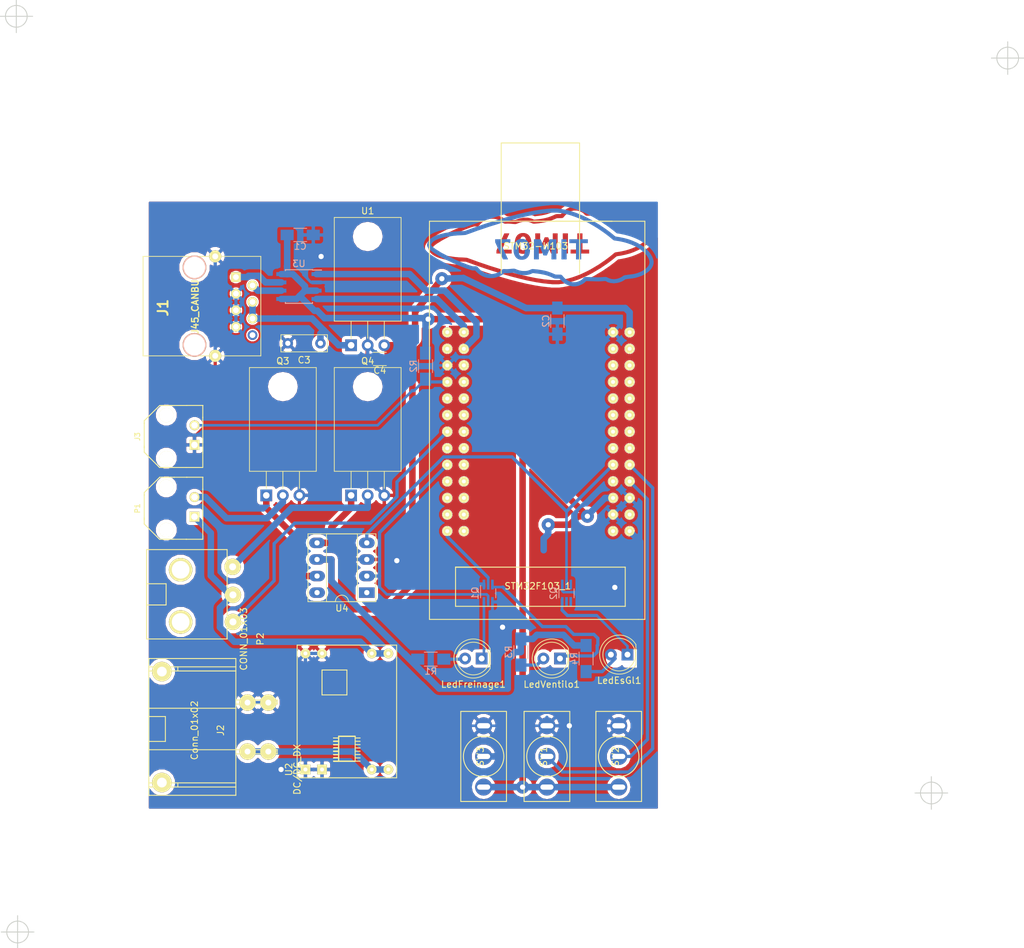
<source format=kicad_pcb>
(kicad_pcb (version 4) (host pcbnew 4.0.7)
  (layers (0 F.Cu signal) (31 B.Cu signal) (34 B.Paste user) (35 F.Paste user) (36 B.SilkS user) (37 F.SilkS user) (38 B.Mask user) (39 F.Mask user) (44 Edge.Cuts user))
  (net 0 "")
  (net 1 +3V3)
  (net 2 GND)
  (net 3 +5V)
  (net 4 "Net-(J1-Pad1)")
  (net 5 "Net-(J1-Pad2)")
  (net 6 +5VP)
  (net 7 Servo_PWM)
  (net 8 "Net-(LedVentilo1-Pad1)")
  (net 9 Ventilo_Enable)
  (net 10 LedFreinage)
  (net 11 "Net-(LedFreinage1-Pad1)")
  (net 12 Servo_Enable)
  (net 13 "Net-(LedEsGl1-Pad1)")
  (net 14 "Net-(STM32F103_1-Pad1)")
  (net 15 "Net-(STM32F103_1-Pad3)")
  (net 16 Pedalebutton)
  (net 17 "Net-(LedEsGl1-Pad2)")
  (net 18 "Net-(LedFreinage1-Pad2)")
  (net 19 "Net-(LedVentilo1-Pad2)")
  (net 20 +15V)
  (net 21 Ventilobutton)
  (net 22 EsGlbutton)
  (net 23 "Net-(P1-Pad2)")
  (net 24 "Net-(P2-Pad3)")
  (net 25 "Net-(Q3-Pad1)")
  (net 26 "Net-(Q4-Pad1)")
  (net 27 +9V)
  (net 28 Lightbutton)
  (module TIM_connector:MINIFIT-JR (layer F.Cu) (at 132.42 114.269 90)
    (fp_text reference P2 (at 0 5.08 90) (layer F.SilkS))
    (fp_text value CONN_01X03 (at 0 2.54 90) (layer F.SilkS))
    (pad "" np_thru_hole circle (at 10.6 -7.126 90) (size 3.6 3.6) (drill 2.71) (layers *.Cu *.Mask F.SilkS))
    (pad 1 thru_hole circle (at 2.6162 0.889 90) (size 2.5 2.5) (drill 1.07) (layers *.Cu *.Mask F.SilkS) (net 7 Servo_PWM))
    (pad 2 thru_hole circle (at 6.75 0.889 90) (size 2.5 2.5) (drill 1.07) (layers *.Cu *.Mask F.SilkS) (net 6 +5VP))
    (pad 3 thru_hole circle (at 11.05 0.8382 90) (size 2.5 2.5) (drill 1.07) (layers *.Cu *.Mask F.SilkS) (net 24 "Net-(P2-Pad3)"))
    (pad "" np_thru_hole circle (at 2.6 -7.12 90) (size 3.6 3.6) (drill 2.71) (layers *.Cu *.Mask F.SilkS))
  )
  (module TO_SOT_Packages_THT:TO-220_Horizontal (layer F.Cu) (at 138.42 92.269)
    (fp_text reference Q3 (at 2.54 -20.58) (layer F.SilkS))
    (fp_text value Q_NMOS_GDS)
    (pad 0 np_thru_hole oval (at 2.54 -16.66) (size 3.5 3.5) (drill 3.5) (layers *.Cu *.Mask))
    (pad 1 thru_hole rect (at 0 0) (size 1.8 1.8) (drill 1) (layers *.Cu *.Mask) (net 25 "Net-(Q3-Pad1)"))
    (pad 2 thru_hole oval (at 2.54 0) (size 1.8 1.8) (drill 1) (layers *.Cu *.Mask) (net 23 "Net-(P1-Pad2)"))
    (pad 3 thru_hole oval (at 5.08 0) (size 1.8 1.8) (drill 1) (layers *.Cu *.Mask) (net 2 GND))
  )
  (module TIM_Connector:Micro-Fit_2_Coude (layer F.Cu) (at 127.42 83.269 90)
    (fp_text reference J3 (at 0 -8.7376 90) (layer F.SilkS) (effects (font (size 0.762 0.762) (thickness 0.1524))))
    (fp_text value Conn_01x02 hide)
    (pad 1 thru_hole rect (at -1.27 0 90) (size 1.524 1.524) (drill 1.016) (layers *.Cu *.Mask F.SilkS) (net 2 GND))
    (pad 2 thru_hole circle (at 1.74 0.01 90) (size 1.524 1.524) (drill 1.016) (layers *.Cu *.Mask F.SilkS) (net 16 Pedalebutton))
    (pad "" np_thru_hole circle (at 3.302 -4.318 90) (size 2.2 2.2) (drill 2.2) (layers *.Cu *.Mask F.SilkS))
    (pad "" np_thru_hole circle (at -3.302 -4.318 90) (size 2.2 2.2) (drill 2.2) (layers *.Cu *.Mask F.SilkS))
  )
  (module TIM_Connector:Micro-Fit_2_Coude (layer F.Cu) (at 127.42 94.269 90)
    (fp_text reference P1 (at 0 -8.7376 90) (layer F.SilkS) (effects (font (size 0.762 0.762) (thickness 0.1524))))
    (fp_text value "Connecteur Ventilo" hide)
    (pad 1 thru_hole rect (at -1.27 0 90) (size 1.524 1.524) (drill 1.016) (layers *.Cu *.Mask F.SilkS) (net 6 +5VP))
    (pad 2 thru_hole circle (at 1.74 0.01 90) (size 1.524 1.524) (drill 1.016) (layers *.Cu *.Mask F.SilkS) (net 23 "Net-(P1-Pad2)"))
    (pad "" np_thru_hole circle (at 3.302 -4.318 90) (size 2.2 2.2) (drill 2.2) (layers *.Cu *.Mask F.SilkS))
    (pad "" np_thru_hole circle (at -3.302 -4.318 90) (size 2.2 2.2) (drill 2.2) (layers *.Cu *.Mask F.SilkS))
  )
  (module TIM_Connector:RJ45_CAN (layer F.Cu) (at 127.42 63.269 270)
    (fp_text reference J1 (at 0.254 4.826 270) (layer F.SilkS) (effects (font (thickness 0.3048))))
    (fp_text value RJ45_CANBUS (at 0.14224 -0.1016 270) (layer F.SilkS) (effects (font (size 1.00076 1.00076) (thickness 0.2032))))
    (pad Hole np_thru_hole circle (at 5.93852 0 270) (size 3.64998 3.64998) (drill 3.2512) (layers *.Cu *.SilkS *.Mask))
    (pad Hole np_thru_hole circle (at -5.9309 0 270) (size 3.64998 3.64998) (drill 3.2512) (layers *.Cu *.SilkS *.Mask))
    (pad 1 thru_hole rect (at -4.445 -6.35 270) (size 1.50114 1.50114) (drill 0.89916) (layers *.Mask B.Cu F.SilkS) (net 4 "Net-(J1-Pad1)"))
    (pad 2 thru_hole circle (at -3.175 -8.89 270) (size 1.50114 1.50114) (drill 0.89916) (layers *.Mask B.Cu F.SilkS) (net 5 "Net-(J1-Pad2)"))
    (pad 3 thru_hole circle (at -1.905 -6.35 270) (size 1.50114 1.50114) (drill 0.89916) (layers *.Mask B.Cu F.SilkS) (net 2 GND))
    (pad 4 thru_hole circle (at -0.635 -8.89 270) (size 1.50114 1.50114) (drill 0.89916) (layers *.Mask B.Cu F.SilkS) (net 27 +9V))
    (pad 5 thru_hole circle (at 0.635 -6.35 270) (size 1.50114 1.50114) (drill 0.89916) (layers *.Mask B.Cu F.SilkS) (net 2 GND))
    (pad 6 thru_hole circle (at 1.905 -8.89 270) (size 1.50114 1.50114) (drill 0.89916) (layers *.Mask B.Cu F.SilkS) (net 27 +9V))
    (pad 7 thru_hole circle (at 3.175 -6.35 270) (size 1.50114 1.50114) (drill 0.89916) (layers *.Mask B.Cu F.SilkS) (net 2 GND))
    (pad 8 thru_hole circle (at 4.445 -8.89 270) (size 1.50114 1.50114) (drill 0.89916) (layers *.Mask B.Cu))
    (pad 9 thru_hole circle (at 7.62 -3.175 270) (size 1.85514 1.85514) (drill 0.89916) (layers *.Cu *.Mask F.SilkS) (net 2 GND))
    (pad 9 thru_hole circle (at -7.62 -3.175 270) (size 1.85514 1.85514) (drill 0.89916) (layers *.Cu *.Mask F.SilkS) (net 2 GND))
  )
  (module LEDs:LED_D5.0mm (layer F.Cu) (at 193.76 116.669 180)
    (fp_text reference LedEsGl1 (at 1.27 -3.96 180) (layer F.SilkS))
    (fp_text value LED)
    (pad 1 thru_hole rect (at 0 0 180) (size 1.8 1.8) (drill 0.9) (layers *.Cu *.Mask) (net 13 "Net-(LedEsGl1-Pad1)"))
    (pad 2 thru_hole circle (at 2.54 0 180) (size 1.8 1.8) (drill 0.9) (layers *.Cu *.Mask) (net 17 "Net-(LedEsGl1-Pad2)"))
  )
  (module LEDs:LED_D5.0mm (layer F.Cu) (at 171.42 117.269 180)
    (fp_text reference LedFreinage1 (at 1.27 -3.96 180) (layer F.SilkS))
    (fp_text value LED)
    (pad 1 thru_hole rect (at 0 0 180) (size 1.8 1.8) (drill 0.9) (layers *.Cu *.Mask) (net 11 "Net-(LedFreinage1-Pad1)"))
    (pad 2 thru_hole circle (at 2.54 0 180) (size 1.8 1.8) (drill 0.9) (layers *.Cu *.Mask) (net 18 "Net-(LedFreinage1-Pad2)"))
  )
  (module LEDs:LED_D5.0mm (layer F.Cu) (at 183.42 117.269 180)
    (fp_text reference LedVentilo1 (at 1.27 -3.96 180) (layer F.SilkS))
    (fp_text value LED)
    (pad 1 thru_hole rect (at 0 0 180) (size 1.8 1.8) (drill 0.9) (layers *.Cu *.Mask) (net 8 "Net-(LedVentilo1-Pad1)"))
    (pad 2 thru_hole circle (at 2.54 0 180) (size 1.8 1.8) (drill 0.9) (layers *.Cu *.Mask) (net 19 "Net-(LedVentilo1-Pad2)"))
  )
  (module TIM_Connector:CON_SERIE_SABRE_2 (layer F.Cu) (at 120.42 117.269 270)
    (fp_text reference J2 (at 11 -11 270) (layer F.SilkS))
    (fp_text value Conn_01x02 (at 11 -7 270) (layer F.SilkS))
    (pad ~ thru_hole circle (at 2 -2 270) (size 3 3) (drill 1.5) (layers *.Cu *.Mask F.SilkS))
    (pad ~ thru_hole circle (at 19 -2 270) (size 3 3) (drill 1.5) (layers *.Cu *.Mask F.SilkS))
    (pad 1 thru_hole circle (at 6.75 -15.13 270) (size 2.508 2.508) (drill 0.9) (layers *.Cu *.Mask F.SilkS) (net 2 GND))
    (pad 2 thru_hole circle (at 14.25 -15.13 270) (size 2.508 2.508) (drill 0.9) (layers *.Cu *.Mask F.SilkS) (net 20 +15V))
    (pad 1 thru_hole circle (at 6.75 -18.31 270) (size 2.508 2.508) (drill 0.9) (layers *.Cu *.Mask F.SilkS) (net 2 GND))
    (pad 2 thru_hole circle (at 14.25 -18.31 270) (size 2.508 2.508) (drill 0.9) (layers *.Cu *.Mask F.SilkS) (net 20 +15V))
  )
  (module Housings_DIP:DIP-8_W7.62mm_Socket_LongPads (layer F.Cu) (at 153.82 107.169 180)
    (fp_text reference U4 (at 3.81 -2.39 180) (layer F.SilkS))
    (fp_text value TC4424)
    (pad 1 thru_hole rect (at 0 0 180) (size 2.4 1.6) (drill 0.8) (layers *.Cu *.Mask))
    (pad 5 thru_hole oval (at 7.62 7.62 180) (size 2.4 1.6) (drill 0.8) (layers *.Cu *.Mask) (net 26 "Net-(Q4-Pad1)"))
    (pad 2 thru_hole oval (at 0 2.54 180) (size 2.4 1.6) (drill 0.8) (layers *.Cu *.Mask) (net 9 Ventilo_Enable))
    (pad 6 thru_hole oval (at 7.62 5.08 180) (size 2.4 1.6) (drill 0.8) (layers *.Cu *.Mask) (net 3 +5V))
    (pad 3 thru_hole oval (at 0 5.08 180) (size 2.4 1.6) (drill 0.8) (layers *.Cu *.Mask) (net 2 GND))
    (pad 7 thru_hole oval (at 7.62 2.54 180) (size 2.4 1.6) (drill 0.8) (layers *.Cu *.Mask) (net 25 "Net-(Q3-Pad1)"))
    (pad 4 thru_hole oval (at 0 7.62 180) (size 2.4 1.6) (drill 0.8) (layers *.Cu *.Mask) (net 12 Servo_Enable))
    (pad 8 thru_hole oval (at 7.62 0 180) (size 2.4 1.6) (drill 0.8) (layers *.Cu *.Mask))
  )
  (module TO_SOT_Packages_THT:TO-220_Horizontal (layer F.Cu) (at 151.42 69.269)
    (fp_text reference U1 (at 2.54 -20.58) (layer F.SilkS))
    (fp_text value L7805)
    (pad 0 np_thru_hole oval (at 2.54 -16.66) (size 3.5 3.5) (drill 3.5) (layers *.Cu *.Mask))
    (pad 1 thru_hole rect (at 0 0) (size 1.8 1.8) (drill 1) (layers *.Cu *.Mask) (net 27 +9V))
    (pad 2 thru_hole oval (at 2.54 0) (size 1.8 1.8) (drill 1) (layers *.Cu *.Mask) (net 2 GND))
    (pad 3 thru_hole oval (at 5.08 0) (size 1.8 1.8) (drill 1) (layers *.Cu *.Mask) (net 3 +5V))
  )
  (module TO_SOT_Packages_THT:TO-220_Horizontal (layer F.Cu) (at 151.42 92.269)
    (fp_text reference Q4 (at 2.54 -20.58) (layer F.SilkS))
    (fp_text value Q_NMOS_GDS)
    (pad 0 np_thru_hole oval (at 2.54 -16.66) (size 3.5 3.5) (drill 3.5) (layers *.Cu *.Mask))
    (pad 1 thru_hole rect (at 0 0) (size 1.8 1.8) (drill 1) (layers *.Cu *.Mask) (net 26 "Net-(Q4-Pad1)"))
    (pad 2 thru_hole oval (at 2.54 0) (size 1.8 1.8) (drill 1) (layers *.Cu *.Mask) (net 24 "Net-(P2-Pad3)"))
    (pad 3 thru_hole oval (at 5.08 0) (size 1.8 1.8) (drill 1) (layers *.Cu *.Mask) (net 2 GND))
  )
  (module Resistors_SMD:R_1206_HandSoldering (layer B.Cu) (at 163.62 117.369)
    (fp_text reference R1 (at 0 1.85) (layer B.SilkS) (effects (justify mirror)))
    (fp_text value 400)
    (pad 1 smd rect (at -2 0) (size 2 1.7) (layers B.Cu B.Paste B.Mask) (net 3 +5V))
    (pad 2 smd rect (at 2 0) (size 2 1.7) (layers B.Cu B.Paste B.Mask) (net 18 "Net-(LedFreinage1-Pad2)"))
  )
  (module Resistors_SMD:R_1206_HandSoldering (layer B.Cu) (at 187.42 117.269 270)
    (fp_text reference R4 (at 0 1.85 270) (layer B.SilkS) (effects (justify mirror)))
    (fp_text value 400)
    (pad 1 smd rect (at -2 0 270) (size 2 1.7) (layers B.Cu B.Paste B.Mask) (net 3 +5V))
    (pad 2 smd rect (at 2 0 270) (size 2 1.7) (layers B.Cu B.Paste B.Mask) (net 17 "Net-(LedEsGl1-Pad2)"))
  )
  (module Resistors_SMD:R_1206_HandSoldering (layer B.Cu) (at 177.42 116.269 270)
    (fp_text reference R3 (at 0 1.85 270) (layer B.SilkS) (effects (justify mirror)))
    (fp_text value 400)
    (pad 1 smd rect (at -2 0 270) (size 2 1.7) (layers B.Cu B.Paste B.Mask) (net 3 +5V))
    (pad 2 smd rect (at 2 0 270) (size 2 1.7) (layers B.Cu B.Paste B.Mask) (net 19 "Net-(LedVentilo1-Pad2)"))
  )
  (module Capacitors_SMD:C_1206_HandSoldering (layer B.Cu) (at 183.02 65.569 270)
    (fp_text reference C2 (at 0 1.75 270) (layer B.SilkS) (effects (justify mirror)))
    (fp_text value 100n)
    (pad 1 smd rect (at -2 0 270) (size 2 1.6) (layers B.Cu B.Paste B.Mask) (net 3 +5V))
    (pad 2 smd rect (at 2 0 270) (size 2 1.6) (layers B.Cu B.Paste B.Mask) (net 2 GND))
  )
  (module Resistors_SMD:R_1206_HandSoldering (layer B.Cu) (at 162.82 72.469 270)
    (fp_text reference R2 (at 0 1.85 270) (layer B.SilkS) (effects (justify mirror)))
    (fp_text value 2.7k)
    (pad 1 smd rect (at -2 0 270) (size 2 1.7) (layers B.Cu B.Paste B.Mask) (net 1 +3V3))
    (pad 2 smd rect (at 2 0 270) (size 2 1.7) (layers B.Cu B.Paste B.Mask) (net 16 Pedalebutton))
  )
  (module Capacitors_SMD:C_1206_HandSoldering (layer B.Cu) (at 143.62 52.369)
    (fp_text reference C1 (at 0 1.75) (layer B.SilkS) (effects (justify mirror)))
    (fp_text value C_Small)
    (pad 1 smd rect (at -2 0) (size 2 1.6) (layers B.Cu B.Paste B.Mask) (net 1 +3V3))
    (pad 2 smd rect (at 2 0) (size 2 1.6) (layers B.Cu B.Paste B.Mask) (net 2 GND))
  )
  (module Housings_SOIC:SOIC-8_3.9x4.9mm_Pitch1.27mm (layer B.Cu) (at 143.42 60.269 180)
    (fp_text reference U3 (at 0 3.5 180) (layer B.SilkS) (effects (justify mirror)))
    (fp_text value SN65HVD230)
    (pad 1 smd rect (at -2.7 1.905 180) (size 1.55 0.6) (layers B.Cu B.Paste B.Mask) (net 15 "Net-(STM32F103_1-Pad3)"))
    (pad 2 smd rect (at -2.7 0.635 180) (size 1.55 0.6) (layers B.Cu B.Paste B.Mask) (net 2 GND))
    (pad 3 smd rect (at -2.7 -0.635 180) (size 1.55 0.6) (layers B.Cu B.Paste B.Mask) (net 1 +3V3))
    (pad 4 smd rect (at -2.7 -1.905 180) (size 1.55 0.6) (layers B.Cu B.Paste B.Mask) (net 14 "Net-(STM32F103_1-Pad1)"))
    (pad 5 smd rect (at 2.7 -1.905 180) (size 1.55 0.6) (layers B.Cu B.Paste B.Mask) (net 1 +3V3))
    (pad 6 smd rect (at 2.7 -0.635 180) (size 1.55 0.6) (layers B.Cu B.Paste B.Mask) (net 5 "Net-(J1-Pad2)"))
    (pad 7 smd rect (at 2.7 0.635 180) (size 1.55 0.6) (layers B.Cu B.Paste B.Mask) (net 4 "Net-(J1-Pad1)"))
    (pad 8 smd rect (at 2.7 1.905 180) (size 1.55 0.6) (layers B.Cu B.Paste B.Mask) (net 1 +3V3))
  )
  (module TIM_discreteComponents:Switch_Stick_SPDT (layer F.Cu) (at 181.42 132.269 270)
    (fp_text reference SW1 (at 0 0.5 270) (layer F.SilkS))
    (fp_text value SW_SPDT)
    (pad 1 thru_hole circle (at -4.7 0 270) (size 2.6 2.6) (drill oval 0.8 2) (layers *.Cu *.Mask) (net 2 GND))
    (pad 3 thru_hole oval (at 4.7 0 270) (size 2.6 2.6) (drill oval 0.8 2) (layers *.Cu *.Mask) (net 1 +3V3))
    (pad 2 thru_hole circle (at 0 0 270) (size 2.6 2.6) (drill oval 0.8 2) (layers *.Cu *.Mask) (net 21 Ventilobutton))
  )
  (module TIM_discreteComponents:Switch_Stick_SPDT (layer F.Cu) (at 192.42 132.269 270)
    (fp_text reference SW2 (at 0 0.5 270) (layer F.SilkS))
    (fp_text value SW_SPDT)
    (pad 1 thru_hole circle (at -4.7 0 270) (size 2.6 2.6) (drill oval 0.8 2) (layers *.Cu *.Mask) (net 2 GND))
    (pad 3 thru_hole oval (at 4.7 0 270) (size 2.6 2.6) (drill oval 0.8 2) (layers *.Cu *.Mask) (net 1 +3V3))
    (pad 2 thru_hole circle (at 0 0 270) (size 2.6 2.6) (drill oval 0.8 2) (layers *.Cu *.Mask) (net 22 EsGlbutton))
  )
  (module TIM_Other:DCDC_DX_SMALL (layer F.Cu) (at 144.42 134.269 90)
    (fp_text reference U2 (at 0 -2.54 90) (layer F.SilkS))
    (fp_text value DC/DC_DX (at 0 -1.27 90) (layer F.SilkS))
    (pad 2 thru_hole rect (at 0 0 90) (size 1.5 1.5) (drill 0.6) (layers *.Cu *.Mask F.SilkS) (net 2 GND))
    (pad 2 thru_hole rect (at 0 2.54 90) (size 1.5 1.5) (drill 0.6) (layers *.Cu *.Mask F.SilkS) (net 2 GND))
    (pad 1 thru_hole circle (at 0 12.7 90) (size 1.5 1.5) (drill 0.6) (layers *.Cu *.Mask F.SilkS) (net 20 +15V))
    (pad 1 thru_hole circle (at 0 10.16 90) (size 1.5 1.5) (drill 0.6) (layers *.Cu *.Mask F.SilkS) (net 20 +15V))
    (pad 4 thru_hole circle (at 17.78 0 90) (size 1.5 1.5) (drill 0.6) (layers *.Cu *.Mask F.SilkS) (net 2 GND))
    (pad 4 thru_hole circle (at 17.78 2.54 90) (size 1.5 1.5) (drill 0.6) (layers *.Cu *.Mask F.SilkS) (net 2 GND))
    (pad 3 thru_hole circle (at 17.78 10.16 90) (size 1.5 1.5) (drill 0.6) (layers *.Cu *.Mask F.SilkS) (net 6 +5VP))
    (pad 3 thru_hole circle (at 17.78 12.7 90) (size 1.5 1.5) (drill 0.6) (layers *.Cu *.Mask F.SilkS) (net 6 +5VP))
  )
  (module TIM_Microcontroller:STM32-H103_Emp (layer F.Cu) (at 167.42 67.269)
    (fp_text reference STM32F103_1 (at 12.6 38.9) (layer F.SilkS))
    (fp_text value STM32-H103 (at 12.3 -13.2) (layer F.SilkS))
    (pad 1 thru_hole circle (at 1.27 0) (size 1.5 1.5) (drill 0.6) (layers *.Mask B.Cu F.SilkS) (net 14 "Net-(STM32F103_1-Pad1)"))
    (pad 2 thru_hole circle (at -1.27 0) (size 1.5 1.5) (drill 0.6) (layers *.Mask B.Cu F.SilkS))
    (pad 3 thru_hole circle (at 1.27 2.54) (size 1.5 1.5) (drill 0.6) (layers *.Mask B.Cu F.SilkS) (net 15 "Net-(STM32F103_1-Pad3)"))
    (pad 4 thru_hole circle (at -1.27 2.54) (size 1.5 1.5) (drill 0.6) (layers *.Mask B.Cu F.SilkS))
    (pad 5 thru_hole circle (at 1.27 5.08) (size 1.5 1.5) (drill 0.6) (layers *.Mask B.Cu F.SilkS))
    (pad 6 thru_hole circle (at -1.27 5.08) (size 1.5 1.5) (drill 0.6) (layers *.Mask B.Cu F.SilkS) (net 2 GND))
    (pad 7 thru_hole circle (at 1.27 7.62) (size 1.5 1.5) (drill 0.6) (layers *.Mask B.Cu F.SilkS))
    (pad 8 thru_hole circle (at -1.27 7.62) (size 1.5 1.5) (drill 0.6) (layers *.Mask B.Cu F.SilkS) (net 16 Pedalebutton))
    (pad 9 thru_hole circle (at 1.27 10.16) (size 1.5 1.5) (drill 0.6) (layers *.Mask B.Cu F.SilkS))
    (pad 10 thru_hole circle (at -1.27 10.16) (size 1.5 1.5) (drill 0.6) (layers *.Mask B.Cu F.SilkS))
    (pad 11 thru_hole circle (at 1.27 12.7) (size 1.5 1.5) (drill 0.6) (layers *.Mask B.Cu F.SilkS))
    (pad 12 thru_hole circle (at -1.27 12.7) (size 1.5 1.5) (drill 0.6) (layers *.Mask B.Cu F.SilkS))
    (pad 13 thru_hole circle (at 1.27 15.24) (size 1.5 1.5) (drill 0.6) (layers *.Mask B.Cu F.SilkS))
    (pad 14 thru_hole circle (at -1.27 15.24) (size 1.5 1.5) (drill 0.6) (layers *.Mask B.Cu F.SilkS) (net 7 Servo_PWM))
    (pad 15 thru_hole circle (at 1.27 17.78) (size 1.5 1.5) (drill 0.6) (layers *.Mask B.Cu F.SilkS))
    (pad 16 thru_hole circle (at -1.27 17.78) (size 1.5 1.5) (drill 0.6) (layers *.Mask B.Cu F.SilkS))
    (pad 17 thru_hole circle (at 1.27 20.32) (size 1.5 1.5) (drill 0.6) (layers *.Mask B.Cu F.SilkS))
    (pad 18 thru_hole circle (at -1.27 20.32) (size 1.5 1.5) (drill 0.6) (layers *.Mask B.Cu F.SilkS) (net 9 Ventilo_Enable))
    (pad 19 thru_hole circle (at 1.27 22.86) (size 1.5 1.5) (drill 0.6) (layers *.Mask B.Cu F.SilkS))
    (pad 20 thru_hole circle (at -1.27 22.86) (size 1.5 1.5) (drill 0.6) (layers *.Mask B.Cu F.SilkS))
    (pad 21 thru_hole circle (at 1.27 25.4) (size 1.5 1.5) (drill 0.6) (layers *.Mask B.Cu F.SilkS))
    (pad 22 thru_hole circle (at -1.27 25.4) (size 1.5 1.5) (drill 0.6) (layers *.Mask B.Cu F.SilkS))
    (pad 23 thru_hole circle (at 1.27 27.94) (size 1.5 1.5) (drill 0.6) (layers *.Mask B.Cu F.SilkS))
    (pad 24 thru_hole circle (at -1.27 27.94) (size 1.5 1.5) (drill 0.6) (layers *.Mask B.Cu F.SilkS))
    (pad 25 thru_hole circle (at 1.27 30.48) (size 1.5 1.5) (drill 0.6) (layers *.Mask B.Cu F.SilkS))
    (pad 26 thru_hole circle (at -1.27 30.48) (size 1.5 1.5) (drill 0.6) (layers *.Mask B.Cu F.SilkS) (net 10 LedFreinage))
    (pad 27 thru_hole circle (at 24.13 30.48) (size 1.5 1.5) (drill 0.6) (layers *.Mask B.Cu F.SilkS))
    (pad 28 thru_hole circle (at 26.67 30.48) (size 1.5 1.5) (drill 0.6) (layers *.Mask B.Cu F.SilkS) (net 28 Lightbutton))
    (pad 29 thru_hole circle (at 24.13 27.94) (size 1.5 1.5) (drill 0.6) (layers *.Mask B.Cu F.SilkS) (net 2 GND))
    (pad 30 thru_hole circle (at 26.67 27.94) (size 1.5 1.5) (drill 0.6) (layers *.Mask B.Cu F.SilkS))
    (pad 31 thru_hole circle (at 24.13 25.4) (size 1.5 1.5) (drill 0.6) (layers *.Mask B.Cu F.SilkS) (net 1 +3V3))
    (pad 32 thru_hole circle (at 26.67 25.4) (size 1.5 1.5) (drill 0.6) (layers *.Mask B.Cu F.SilkS) (net 2 GND))
    (pad 33 thru_hole circle (at 24.13 22.86) (size 1.5 1.5) (drill 0.6) (layers *.Mask B.Cu F.SilkS))
    (pad 34 thru_hole circle (at 26.67 22.86) (size 1.5 1.5) (drill 0.6) (layers *.Mask B.Cu F.SilkS) (net 22 EsGlbutton))
    (pad 35 thru_hole circle (at 24.13 20.32) (size 1.5 1.5) (drill 0.6) (layers *.Mask B.Cu F.SilkS) (net 12 Servo_Enable))
    (pad 36 thru_hole circle (at 26.67 20.32) (size 1.5 1.5) (drill 0.6) (layers *.Mask B.Cu F.SilkS) (net 21 Ventilobutton))
    (pad 37 thru_hole circle (at 24.13 17.78) (size 1.5 1.5) (drill 0.6) (layers *.Mask B.Cu F.SilkS))
    (pad 38 thru_hole circle (at 26.67 17.78) (size 1.5 1.5) (drill 0.6) (layers *.Mask B.Cu F.SilkS))
    (pad 39 thru_hole circle (at 24.13 15.24) (size 1.5 1.5) (drill 0.6) (layers *.Mask B.Cu F.SilkS))
    (pad 40 thru_hole circle (at 26.67 15.24) (size 1.5 1.5) (drill 0.6) (layers *.Mask B.Cu F.SilkS))
    (pad 41 thru_hole circle (at 24.13 12.7) (size 1.5 1.5) (drill 0.6) (layers *.Mask B.Cu F.SilkS))
    (pad 42 thru_hole circle (at 26.67 12.7) (size 1.5 1.5) (drill 0.6) (layers *.Mask B.Cu F.SilkS))
    (pad 43 thru_hole circle (at 24.13 10.16) (size 1.5 1.5) (drill 0.6) (layers *.Mask B.Cu F.SilkS))
    (pad 44 thru_hole circle (at 26.67 10.16) (size 1.5 1.5) (drill 0.6) (layers *.Mask B.Cu F.SilkS))
    (pad 45 thru_hole circle (at 24.13 7.62) (size 1.5 1.5) (drill 0.6) (layers *.Mask B.Cu F.SilkS))
    (pad 46 thru_hole circle (at 26.67 7.62) (size 1.5 1.5) (drill 0.6) (layers *.Mask B.Cu F.SilkS))
    (pad 47 thru_hole circle (at 24.13 5.08) (size 1.5 1.5) (drill 0.6) (layers *.Mask B.Cu F.SilkS))
    (pad 48 thru_hole circle (at 26.67 5.08) (size 1.5 1.5) (drill 0.6) (layers *.Mask B.Cu F.SilkS))
    (pad 49 thru_hole circle (at 24.13 2.54) (size 1.5 1.5) (drill 0.6) (layers *.Mask B.Cu F.SilkS))
    (pad 50 thru_hole circle (at 26.67 2.54) (size 1.5 1.5) (drill 0.6) (layers *.Mask B.Cu F.SilkS))
    (pad 51 thru_hole circle (at 24.13 0) (size 1.5 1.5) (drill 0.6) (layers *.Mask B.Cu F.SilkS) (net 2 GND))
    (pad 52 thru_hole circle (at 26.67 0) (size 1.5 1.5) (drill 0.6) (layers *.Mask B.Cu F.SilkS) (net 3 +5V))
  )
  (module Capacitors_SMD:C_1206_HandSoldering (layer F.Cu) (at 155.82 71.369 180)
    (fp_text reference C4 (at 0 -1.75 180) (layer F.SilkS))
    (fp_text value 100n)
    (pad 1 smd rect (at -2 0 180) (size 2 1.6) (layers F.Cu F.Paste F.Mask) (net 3 +5V))
    (pad 2 smd rect (at 2 0 180) (size 2 1.6) (layers F.Cu F.Paste F.Mask) (net 2 GND))
  )
  (module TO_SOT_Packages_SMD:SOT-363_SC-70-6_Handsoldering (layer B.Cu) (at 172.42 107.269 270)
    (fp_text reference Q1 (at 0 2 270) (layer B.SilkS) (effects (justify mirror)))
    (fp_text value FDG1024NZ)
    (pad 1 smd rect (at -1.33 0.65 270) (size 1.5 0.4) (layers B.Cu B.Paste B.Mask) (net 2 GND))
    (pad 2 smd rect (at -1.33 0 270) (size 1.5 0.4) (layers B.Cu B.Paste B.Mask) (net 10 LedFreinage))
    (pad 3 smd rect (at -1.33 -0.65 270) (size 1.5 0.4) (layers B.Cu B.Paste B.Mask) (net 8 "Net-(LedVentilo1-Pad1)"))
    (pad 4 smd rect (at 1.33 -0.65 270) (size 1.5 0.4) (layers B.Cu B.Paste B.Mask) (net 2 GND))
    (pad 5 smd rect (at 1.33 0 270) (size 1.5 0.4) (layers B.Cu B.Paste B.Mask) (net 9 Ventilo_Enable))
    (pad 6 smd rect (at 1.33 0.65 270) (size 1.5 0.4) (layers B.Cu B.Paste B.Mask) (net 11 "Net-(LedFreinage1-Pad1)"))
  )
  (module TO_SOT_Packages_SMD:SOT-363_SC-70-6_Handsoldering (layer B.Cu) (at 184.42 107.269 270)
    (fp_text reference Q2 (at 0 2 270) (layer B.SilkS) (effects (justify mirror)))
    (fp_text value FDG1024NZ)
    (pad 1 smd rect (at -1.33 0.65 270) (size 1.5 0.4) (layers B.Cu B.Paste B.Mask) (net 2 GND))
    (pad 2 smd rect (at -1.33 0 270) (size 1.5 0.4) (layers B.Cu B.Paste B.Mask) (net 12 Servo_Enable))
    (pad 3 smd rect (at -1.33 -0.65 270) (size 1.5 0.4) (layers B.Cu B.Paste B.Mask))
    (pad 4 smd rect (at 1.33 -0.65 270) (size 1.5 0.4) (layers B.Cu B.Paste B.Mask))
    (pad 5 smd rect (at 1.33 0 270) (size 1.5 0.4) (layers B.Cu B.Paste B.Mask))
    (pad 6 smd rect (at 1.33 0.65 270) (size 1.5 0.4) (layers B.Cu B.Paste B.Mask) (net 13 "Net-(LedEsGl1-Pad1)"))
  )
  (module Capacitors_THT:C_Disc_D7.0mm_W2.5mm_P5.00mm (layer F.Cu) (at 146.72 68.969 180)
    (fp_text reference C3 (at 2.5 -2.56 180) (layer F.SilkS))
    (fp_text value 0.33u)
    (pad 1 thru_hole circle (at 0 0 180) (size 1.6 1.6) (drill 0.8) (layers *.Cu *.Mask) (net 27 +9V))
    (pad 2 thru_hole circle (at 5 0 180) (size 1.6 1.6) (drill 0.8) (layers *.Cu *.Mask) (net 2 GND))
  )
  (module TIM_Logo:logo_tim07_large_top (layer F.Cu) (at 180.62 53.969 180)
    (fp_text reference VAL hide)
    (fp_text value REF hide)
    (fp_poly (pts (xy 17.36598 -0.37084) (xy 17.36598 -0.31242) (xy 17.36598 -0.26924) (xy 17.36344 -0.23876) (xy 17.36344 -0.21844) (xy 17.3609 -0.2032) (xy 17.35582 -0.19812) (xy 17.35074 -0.19304) (xy 17.34566 -0.1905) (xy 17.33296 -0.18034) (xy 17.3228 -0.16002) (xy 17.3101 -0.12446) (xy 17.3101 -0.12192) (xy 17.29994 -0.0889) (xy 17.28724 -0.05588) (xy 17.27708 -0.03556) (xy 17.23898 0.02032) (xy 17.19072 0.08636) (xy 17.1323 0.15494) (xy 17.0688 0.2286) (xy 16.99768 0.29972) (xy 16.92402 0.37338) (xy 16.92402 0.37338) (xy 16.86814 0.42672) (xy 16.82242 0.4699) (xy 16.78432 0.50546) (xy 16.75384 0.53086) (xy 16.73098 0.55118) (xy 16.7259 0.55626) (xy 16.7259 -0.40386) (xy 16.7132 -0.4572) (xy 16.6878 -0.51562) (xy 16.67764 -0.53848) (xy 16.65732 -0.57658) (xy 16.63446 -0.61214) (xy 16.61922 -0.64262) (xy 16.61668 -0.6477) (xy 16.60398 -0.66548) (xy 16.58366 -0.68834) (xy 16.55572 -0.71882) (xy 16.52524 -0.75438) (xy 16.48968 -0.78994) (xy 16.45666 -0.82296) (xy 16.42364 -0.85598) (xy 16.3957 -0.88392) (xy 16.37284 -0.90424) (xy 16.36014 -0.9144) (xy 16.3576 -0.9144) (xy 16.34744 -0.91948) (xy 16.32712 -0.93218) (xy 16.29918 -0.94742) (xy 16.27632 -0.96266) (xy 16.2433 -0.98552) (xy 16.21028 -1.00584) (xy 16.18742 -1.02108) (xy 16.17726 -1.0287) (xy 16.15186 -1.04394) (xy 16.12392 -1.06172) (xy 16.12138 -1.06426) (xy 16.09598 -1.07696) (xy 16.07312 -1.08712) (xy 16.07058 -1.08712) (xy 16.05026 -1.09728) (xy 16.02486 -1.10998) (xy 16.00962 -1.1176) (xy 15.98422 -1.13284) (xy 15.96136 -1.143) (xy 15.9512 -1.14808) (xy 15.94104 -1.15062) (xy 15.9258 -1.1557) (xy 15.90548 -1.16586) (xy 15.87754 -1.17856) (xy 15.8369 -1.19634) (xy 15.7861 -1.2192) (xy 15.7607 -1.2319) (xy 15.72768 -1.24714) (xy 15.6972 -1.25984) (xy 15.67434 -1.26492) (xy 15.6718 -1.26746) (xy 15.64894 -1.27254) (xy 15.61846 -1.28524) (xy 15.59306 -1.2954) (xy 15.56258 -1.3081) (xy 15.53972 -1.31826) (xy 15.52448 -1.3208) (xy 15.50924 -1.32588) (xy 15.48384 -1.3335) (xy 15.47114 -1.34112) (xy 15.43558 -1.35636) (xy 15.40002 -1.36906) (xy 15.38732 -1.3716) (xy 15.35938 -1.37922) (xy 15.32128 -1.38938) (xy 15.28318 -1.40208) (xy 15.28318 -1.40208) (xy 15.24508 -1.41224) (xy 15.19936 -1.42494) (xy 15.1511 -1.43764) (xy 15.13332 -1.44272) (xy 15.09014 -1.45288) (xy 15.04442 -1.46558) (xy 15.00378 -1.47574) (xy 14.99108 -1.48082) (xy 14.9606 -1.48844) (xy 14.91742 -1.4986) (xy 14.86662 -1.5113) (xy 14.81074 -1.524) (xy 14.75486 -1.5367) (xy 14.70152 -1.54686) (xy 14.6558 -1.55448) (xy 14.62278 -1.5621) (xy 14.61262 -1.5621) (xy 14.58722 -1.56718) (xy 14.55166 -1.5748) (xy 14.51356 -1.58496) (xy 14.49832 -1.5875) (xy 14.45514 -1.59766) (xy 14.40434 -1.60782) (xy 14.35354 -1.6129) (xy 14.33068 -1.61798) (xy 14.27988 -1.62306) (xy 14.224 -1.63322) (xy 14.17066 -1.64338) (xy 14.15288 -1.64592) (xy 14.10462 -1.65608) (xy 14.04874 -1.66624) (xy 13.9954 -1.67132) (xy 13.9827 -1.67386) (xy 13.93444 -1.6764) (xy 13.8811 -1.68402) (xy 13.82776 -1.69418) (xy 13.80998 -1.69926) (xy 13.7668 -1.70688) (xy 13.71346 -1.7145) (xy 13.65758 -1.72212) (xy 13.6017 -1.72974) (xy 13.58646 -1.73228) (xy 13.53566 -1.73736) (xy 13.48486 -1.74244) (xy 13.44168 -1.75006) (xy 13.40612 -1.75514) (xy 13.39596 -1.75768) (xy 13.335 -1.76784) (xy 13.25626 -1.77546) (xy 13.16736 -1.78562) (xy 13.0683 -1.7907) (xy 13.05052 -1.7907) (xy 12.94892 -1.79832) (xy 12.84478 -1.81102) (xy 12.75588 -1.82626) (xy 12.74318 -1.82626) (xy 12.71524 -1.8288) (xy 12.6746 -1.83134) (xy 12.62634 -1.83134) (xy 12.56792 -1.83388) (xy 12.50696 -1.83642) (xy 12.49172 -1.83642) (xy 12.38758 -1.8415) (xy 12.29868 -1.84404) (xy 12.21994 -1.84658) (xy 12.1539 -1.84912) (xy 12.09294 -1.85166) (xy 12.0396 -1.85674) (xy 11.9888 -1.85928) (xy 11.94054 -1.86182) (xy 11.88974 -1.8669) (xy 11.8745 -1.8669) (xy 11.811 -1.87198) (xy 11.74242 -1.87706) (xy 11.6713 -1.88214) (xy 11.60526 -1.88722) (xy 11.59256 -1.88722) (xy 11.52906 -1.8923) (xy 11.47826 -1.89738) (xy 11.44016 -1.905) (xy 11.40968 -1.91262) (xy 11.40714 -1.91516) (xy 11.37158 -1.92532) (xy 11.33094 -1.93802) (xy 11.29538 -1.95072) (xy 11.25982 -1.96088) (xy 11.2268 -1.97358) (xy 11.20648 -1.98374) (xy 11.20394 -1.98374) (xy 11.18362 -1.9939) (xy 11.1506 -2.0066) (xy 11.11758 -2.0193) (xy 11.11504 -2.0193) (xy 10.9601 -2.07264) (xy 10.80262 -2.12852) (xy 10.77722 -2.13868) (xy 10.7315 -2.15392) (xy 10.68324 -2.1717) (xy 10.64006 -2.18694) (xy 10.60704 -2.1971) (xy 10.57402 -2.20726) (xy 10.54862 -2.21742) (xy 10.53338 -2.22504) (xy 10.53084 -2.22504) (xy 10.51814 -2.23266) (xy 10.49274 -2.24028) (xy 10.46226 -2.25044) (xy 10.45972 -2.25044) (xy 10.42416 -2.26314) (xy 10.38606 -2.27838) (xy 10.36066 -2.29108) (xy 10.33272 -2.30378) (xy 10.30732 -2.3114) (xy 10.29462 -2.3114) (xy 10.2743 -2.31648) (xy 10.24636 -2.32664) (xy 10.23366 -2.33172) (xy 10.20064 -2.34696) (xy 10.16508 -2.35966) (xy 10.14476 -2.36728) (xy 10.1092 -2.37744) (xy 10.07364 -2.39014) (xy 10.0584 -2.4003) (xy 10.02538 -2.41554) (xy 9.98982 -2.4257) (xy 9.97966 -2.43078) (xy 9.94918 -2.4384) (xy 9.92124 -2.44856) (xy 9.91108 -2.45364) (xy 9.89076 -2.46126) (xy 9.85774 -2.47142) (xy 9.83996 -2.4765) (xy 9.80694 -2.48666) (xy 9.77646 -2.49936) (xy 9.76376 -2.50698) (xy 9.73836 -2.51714) (xy 9.70026 -2.53238) (xy 9.64946 -2.55016) (xy 9.59358 -2.57048) (xy 9.53516 -2.58826) (xy 9.525 -2.5908) (xy 9.50468 -2.59842) (xy 9.46912 -2.60858) (xy 9.4234 -2.62382) (xy 9.36752 -2.6416) (xy 9.30656 -2.66446) (xy 9.23798 -2.68732) (xy 9.1694 -2.71018) (xy 9.09828 -2.73304) (xy 9.0297 -2.7559) (xy 8.9662 -2.77876) (xy 8.91032 -2.79654) (xy 8.86206 -2.81178) (xy 8.8265 -2.82194) (xy 8.80618 -2.82956) (xy 8.77062 -2.83972) (xy 8.7376 -2.85242) (xy 8.7122 -2.86258) (xy 8.7122 -2.86258) (xy 8.68426 -2.87528) (xy 8.6487 -2.88544) (xy 8.63346 -2.88798) (xy 8.5979 -2.89814) (xy 8.56234 -2.91338) (xy 8.55218 -2.91846) (xy 8.51916 -2.93116) (xy 8.4836 -2.94386) (xy 8.46328 -2.9464) (xy 8.43026 -2.95402) (xy 8.39978 -2.96418) (xy 8.38708 -2.9718) (xy 8.36422 -2.98196) (xy 8.33374 -2.99466) (xy 8.3058 -3.00228) (xy 8.2677 -3.01244) (xy 8.23214 -3.02514) (xy 8.20928 -3.0353) (xy 8.17626 -3.048) (xy 8.14578 -3.05816) (xy 8.13308 -3.0607) (xy 8.1026 -3.06832) (xy 8.06958 -3.08102) (xy 8.0645 -3.08356) (xy 8.03656 -3.09372) (xy 8.001 -3.10642) (xy 7.98068 -3.1115) (xy 7.94766 -3.12166) (xy 7.91464 -3.13436) (xy 7.8994 -3.14198) (xy 7.874 -3.15214) (xy 7.84098 -3.1623) (xy 7.81558 -3.16992) (xy 7.77748 -3.18008) (xy 7.7343 -3.19278) (xy 7.6962 -3.20548) (xy 7.66064 -3.21564) (xy 7.61746 -3.22834) (xy 7.5692 -3.24358) (xy 7.5311 -3.25628) (xy 7.48538 -3.26898) (xy 7.4422 -3.28422) (xy 7.4041 -3.29692) (xy 7.3787 -3.30454) (xy 7.34822 -3.31216) (xy 7.31012 -3.32486) (xy 7.2644 -3.33756) (xy 7.23138 -3.34518) (xy 7.1882 -3.35788) (xy 7.1501 -3.37058) (xy 7.11454 -3.38074) (xy 7.09676 -3.38836) (xy 7.06882 -3.39852) (xy 7.03072 -3.40868) (xy 7.00532 -3.4163) (xy 6.9723 -3.42392) (xy 6.94436 -3.43408) (xy 6.92658 -3.4417) (xy 6.9088 -3.44932) (xy 6.87832 -3.45694) (xy 6.84276 -3.46456) (xy 6.84022 -3.4671) (xy 6.80212 -3.47726) (xy 6.76402 -3.48742) (xy 6.73354 -3.50012) (xy 6.70306 -3.51282) (xy 6.6675 -3.52298) (xy 6.6548 -3.52552) (xy 6.62686 -3.53314) (xy 6.5913 -3.5433) (xy 6.56082 -3.556) (xy 6.5278 -3.5687) (xy 6.4897 -3.57886) (xy 6.4643 -3.58394) (xy 6.43382 -3.59156) (xy 6.39826 -3.60172) (xy 6.3754 -3.61188) (xy 6.34238 -3.62458) (xy 6.30428 -3.63474) (xy 6.28396 -3.63982) (xy 6.2484 -3.64998) (xy 6.2103 -3.66522) (xy 6.20014 -3.6703) (xy 6.16712 -3.683) (xy 6.12902 -3.6957) (xy 6.10362 -3.70078) (xy 6.0706 -3.7084) (xy 6.03758 -3.71856) (xy 6.0198 -3.72618) (xy 5.9944 -3.73634) (xy 5.96138 -3.7465) (xy 5.94106 -3.75158) (xy 5.9055 -3.7592) (xy 5.87248 -3.76936) (xy 5.8547 -3.77698) (xy 5.83692 -3.78206) (xy 5.8039 -3.79222) (xy 5.76326 -3.80492) (xy 5.71246 -3.82016) (xy 5.66166 -3.8354) (xy 5.65912 -3.8354) (xy 5.60324 -3.85064) (xy 5.54228 -3.86842) (xy 5.4864 -3.88366) (xy 5.43814 -3.8989) (xy 5.40512 -3.90652) (xy 5.36448 -3.91922) (xy 5.32892 -3.92938) (xy 5.29844 -3.937) (xy 5.2832 -3.94208) (xy 5.26034 -3.94716) (xy 5.22732 -3.95478) (xy 5.1943 -3.96748) (xy 5.18922 -3.96748) (xy 5.15366 -3.97764) (xy 5.1181 -3.9878) (xy 5.09016 -3.99288) (xy 5.08762 -3.99288) (xy 5.05968 -3.99796) (xy 5.02412 -4.01066) (xy 4.99872 -4.01828) (xy 4.96316 -4.03098) (xy 4.91998 -4.04368) (xy 4.88696 -4.0513) (xy 4.8514 -4.06146) (xy 4.81584 -4.07162) (xy 4.79044 -4.08178) (xy 4.75996 -4.09194) (xy 4.7244 -4.09956) (xy 4.70662 -4.1021) (xy 4.6736 -4.10972) (xy 4.63296 -4.12242) (xy 4.61264 -4.13004) (xy 4.57962 -4.1402) (xy 4.53898 -4.1529) (xy 4.4958 -4.16306) (xy 4.48818 -4.1656) (xy 4.45008 -4.17322) (xy 4.40944 -4.18592) (xy 4.37896 -4.19608) (xy 4.37388 -4.19862) (xy 4.34086 -4.20878) (xy 4.30276 -4.21894) (xy 4.26974 -4.22402) (xy 4.23418 -4.23164) (xy 4.2037 -4.23926) (xy 4.18084 -4.24688) (xy 4.18084 -4.24688) (xy 4.16052 -4.2545) (xy 4.13004 -4.26466) (xy 4.09448 -4.27228) (xy 4.08686 -4.27228) (xy 4.04622 -4.28244) (xy 4.00304 -4.29514) (xy 3.96748 -4.3053) (xy 3.92684 -4.318) (xy 3.88366 -4.3307) (xy 3.85572 -4.33578) (xy 3.81762 -4.3434) (xy 3.78206 -4.35356) (xy 3.7592 -4.36118) (xy 3.72618 -4.37134) (xy 3.68808 -4.3815) (xy 3.67792 -4.3815) (xy 3.65252 -4.38658) (xy 3.61696 -4.39674) (xy 3.57378 -4.4069) (xy 3.5433 -4.41452) (xy 3.5052 -4.42722) (xy 3.4544 -4.43992) (xy 3.39598 -4.45262) (xy 3.33502 -4.46786) (xy 3.2766 -4.4831) (xy 3.22072 -4.4958) (xy 3.1623 -4.5085) (xy 3.1115 -4.5212) (xy 3.06832 -4.53136) (xy 3.03784 -4.53898) (xy 3.0353 -4.53898) (xy 2.99212 -4.55168) (xy 2.9464 -4.56184) (xy 2.9083 -4.56946) (xy 2.87274 -4.57708) (xy 2.82956 -4.58724) (xy 2.78384 -4.5974) (xy 2.76352 -4.60248) (xy 2.72034 -4.61264) (xy 2.67716 -4.6228) (xy 2.6416 -4.62788) (xy 2.62636 -4.63042) (xy 2.5908 -4.63804) (xy 2.54762 -4.65074) (xy 2.51714 -4.65836) (xy 2.47904 -4.67106) (xy 2.43332 -4.68122) (xy 2.39014 -4.68884) (xy 2.35204 -4.69646) (xy 2.3114 -4.70662) (xy 2.28092 -4.71678) (xy 2.27838 -4.71678) (xy 2.25044 -4.7244) (xy 2.2098 -4.73456) (xy 2.16916 -4.73964) (xy 2.16408 -4.74218) (xy 2.12852 -4.74726) (xy 2.0955 -4.75234) (xy 2.07264 -4.75996) (xy 2.06756 -4.7625) (xy 2.03708 -4.7752) (xy 1.99644 -4.78536) (xy 1.94564 -4.79552) (xy 1.90246 -4.8006) (xy 1.85928 -4.80822) (xy 1.8161 -4.81584) (xy 1.78054 -4.826) (xy 1.77546 -4.82854) (xy 1.74244 -4.83616) (xy 1.7018 -4.84632) (xy 1.65608 -4.85394) (xy 1.63322 -4.85648) (xy 1.5875 -4.8641) (xy 1.54178 -4.87172) (xy 1.50368 -4.87934) (xy 1.4859 -4.88442) (xy 1.45034 -4.89458) (xy 1.40716 -4.9022) (xy 1.36398 -4.90982) (xy 1.36144 -4.90982) (xy 1.31826 -4.91744) (xy 1.26746 -4.9276) (xy 1.22174 -4.9403) (xy 1.2192 -4.9403) (xy 1.17348 -4.953) (xy 1.13792 -4.96062) (xy 1.09982 -4.96824) (xy 1.05664 -4.97332) (xy 1.04648 -4.97586) (xy 1.016 -4.9784) (xy 0.9779 -4.98602) (xy 0.9398 -4.99618) (xy 0.9017 -5.0038) (xy 0.86106 -5.01142) (xy 0.83058 -5.0165) (xy 0.80772 -5.01904) (xy 0.7747 -5.02412) (xy 0.72898 -5.03174) (xy 0.6731 -5.03936) (xy 0.61468 -5.04952) (xy 0.55372 -5.05968) (xy 0.49276 -5.06984) (xy 0.4318 -5.08) (xy 0.37846 -5.08762) (xy 0.33274 -5.09524) (xy 0.29972 -5.09778) (xy 0.2794 -5.10032) (xy 0.25654 -5.1054) (xy 0.21844 -5.11048) (xy 0.17272 -5.11556) (xy 0.12192 -5.12318) (xy 0.0762 -5.1308) (xy 0.02286 -5.13842) (xy -0.03048 -5.14604) (xy -0.0762 -5.15366) (xy -0.11176 -5.15874) (xy -0.13208 -5.16128) (xy -0.1651 -5.16636) (xy -0.20828 -5.17398) (xy -0.24892 -5.1816) (xy -0.24892 -5.1816) (xy -0.2794 -5.18922) (xy -0.30734 -5.1943) (xy -0.33782 -5.19938) (xy -0.37084 -5.20192) (xy -0.41402 -5.207) (xy -0.46482 -5.20954) (xy -0.53086 -5.21462) (xy -0.55118 -5.21716) (xy -0.61214 -5.2197) (xy -0.65786 -5.22478) (xy -0.69596 -5.22732) (xy -0.72644 -5.22986) (xy -0.75692 -5.23494) (xy -0.7874 -5.24002) (xy -0.79502 -5.24002) (xy -0.81788 -5.2451) (xy -0.84328 -5.24764) (xy -0.87122 -5.25018) (xy -0.90678 -5.25272) (xy -0.94996 -5.2578) (xy -1.00584 -5.26034) (xy -1.07696 -5.26542) (xy -1.08712 -5.26542) (xy -1.14046 -5.2705) (xy -1.19634 -5.27558) (xy -1.2446 -5.28066) (xy -1.28524 -5.28574) (xy -1.2954 -5.28828) (xy -1.3208 -5.29082) (xy -1.3462 -5.29336) (xy -1.37668 -5.2959) (xy -1.41224 -5.30098) (xy -1.45288 -5.30352) (xy -1.50368 -5.30352) (xy -1.5621 -5.30606) (xy -1.63322 -5.3086) (xy -1.7145 -5.31114) (xy -1.81102 -5.31368) (xy -1.92278 -5.31622) (xy -1.95072 -5.31876) (xy -2.1082 -5.3213) (xy -2.25298 -5.3213) (xy -2.3876 -5.3213) (xy -2.50698 -5.31876) (xy -2.61112 -5.31368) (xy -2.70002 -5.30606) (xy -2.77368 -5.29844) (xy -2.81432 -5.29082) (xy -2.8575 -5.28574) (xy -2.9083 -5.27812) (xy -2.96418 -5.2705) (xy -3.02006 -5.26542) (xy -3.02768 -5.26542) (xy -3.08102 -5.26034) (xy -3.13436 -5.25526) (xy -3.17754 -5.24764) (xy -3.20802 -5.24002) (xy -3.24358 -5.2324) (xy -3.2893 -5.22478) (xy -3.33248 -5.21716) (xy -3.3401 -5.21462) (xy -3.38582 -5.20954) (xy -3.43916 -5.19938) (xy -3.48742 -5.18668) (xy -3.4925 -5.18668) (xy -3.5306 -5.17652) (xy -3.5687 -5.1689) (xy -3.59918 -5.16128) (xy -3.6068 -5.16128) (xy -3.63982 -5.1562) (xy -3.683 -5.14858) (xy -3.73126 -5.13842) (xy -3.78714 -5.12572) (xy -3.84556 -5.11556) (xy -3.90144 -5.10286) (xy -3.95224 -5.0927) (xy -3.99542 -5.08254) (xy -4.03098 -5.07492) (xy -4.05384 -5.0673) (xy -4.05638 -5.0673) (xy -4.08178 -5.05968) (xy -4.11734 -5.04698) (xy -4.16306 -5.03428) (xy -4.2164 -5.02158) (xy -4.2672 -5.00634) (xy -4.318 -4.99364) (xy -4.36118 -4.98348) (xy -4.3688 -4.98094) (xy -4.40944 -4.97078) (xy -4.45008 -4.96062) (xy -4.47548 -4.953) (xy -4.5085 -4.94284) (xy -4.54914 -4.93014) (xy -4.59232 -4.91744) (xy -4.60248 -4.9149) (xy -4.64058 -4.90474) (xy -4.67868 -4.89204) (xy -4.70916 -4.88188) (xy -4.71678 -4.87934) (xy -4.74726 -4.86664) (xy -4.78028 -4.85648) (xy -4.7879 -4.85648) (xy -4.81584 -4.84886) (xy -4.84886 -4.83616) (xy -4.85902 -4.83108) (xy -4.89204 -4.81838) (xy -4.9276 -4.80568) (xy -4.94538 -4.8006) (xy -4.9784 -4.79044) (xy -5.01396 -4.77774) (xy -5.02666 -4.77012) (xy -5.05714 -4.75742) (xy -5.0927 -4.74472) (xy -5.11048 -4.73964) (xy -5.1435 -4.73202) (xy -5.17398 -4.72186) (xy -5.18668 -4.71678) (xy -5.20954 -4.70662) (xy -5.24002 -4.69646) (xy -5.2578 -4.69138) (xy -5.29082 -4.68122) (xy -5.33146 -4.66598) (xy -5.35432 -4.65582) (xy -5.38226 -4.64312) (xy -5.40512 -4.6355) (xy -5.41782 -4.63042) (xy -5.42798 -4.62788) (xy -5.45338 -4.62026) (xy -5.48386 -4.60756) (xy -5.52196 -4.59486) (xy -5.56006 -4.57962) (xy -5.59562 -4.56438) (xy -5.6261 -4.55168) (xy -5.64642 -4.54406) (xy -5.64642 -4.54152) (xy -5.6642 -4.5339) (xy -5.69214 -4.5212) (xy -5.7277 -4.5085) (xy -5.7404 -4.50342) (xy -5.80136 -4.48056) (xy -5.84962 -4.46278) (xy -5.88772 -4.44754) (xy -5.91566 -4.43738) (xy -5.94106 -4.42468) (xy -5.96392 -4.41452) (xy -5.97408 -4.41198) (xy -5.99948 -4.39928) (xy -6.02234 -4.38912) (xy -6.03504 -4.38658) (xy -6.05028 -4.3815) (xy -6.07314 -4.37388) (xy -6.09092 -4.36626) (xy -6.12394 -4.34848) (xy -6.1595 -4.33324) (xy -6.1722 -4.32816) (xy -6.20014 -4.31292) (xy -6.22554 -4.30276) (xy -6.23062 -4.29768) (xy -6.25602 -4.28498) (xy -6.2865 -4.26974) (xy -6.31952 -4.2545) (xy -6.35254 -4.23926) (xy -6.38048 -4.22656) (xy -6.39826 -4.21894) (xy -6.40588 -4.2164) (xy -6.41858 -4.21132) (xy -6.4389 -4.20116) (xy -6.44398 -4.19608) (xy -6.47192 -4.18084) (xy -6.50494 -4.16814) (xy -6.51764 -4.16306) (xy -6.54304 -4.1529) (xy -6.56336 -4.1402) (xy -6.57098 -4.13512) (xy -6.58368 -4.1275) (xy -6.60654 -4.11734) (xy -6.63448 -4.10718) (xy -6.66242 -4.09448) (xy -6.68528 -4.08432) (xy -6.69798 -4.0767) (xy -6.71068 -4.06654) (xy -6.7183 -4.064) (xy -6.72846 -4.06146) (xy -6.75132 -4.0513) (xy -6.78434 -4.03352) (xy -6.82752 -4.0132) (xy -6.87832 -3.9878) (xy -6.9342 -3.95986) (xy -6.99516 -3.92938) (xy -7.05612 -3.8989) (xy -7.11708 -3.86842) (xy -7.1755 -3.83794) (xy -7.22884 -3.81) (xy -7.2771 -3.7846) (xy -7.3152 -3.76428) (xy -7.34568 -3.74904) (xy -7.34568 -3.74904) (xy -7.38124 -3.72872) (xy -7.41426 -3.71094) (xy -7.4422 -3.69824) (xy -7.44728 -3.6957) (xy -7.47268 -3.683) (xy -7.49554 -3.6703) (xy -7.49808 -3.66776) (xy -7.5184 -3.65252) (xy -7.55142 -3.6322) (xy -7.59206 -3.60934) (xy -7.63778 -3.58394) (xy -7.66318 -3.57124) (xy -7.68096 -3.55854) (xy -7.68604 -3.55346) (xy -7.70128 -3.54076) (xy -7.72414 -3.5306) (xy -7.72414 -3.5306) (xy -7.74954 -3.5179) (xy -7.77494 -3.50012) (xy -7.78256 -3.49504) (xy -7.80288 -3.48234) (xy -7.81558 -3.47218) (xy -7.81812 -3.47218) (xy -7.82828 -3.4671) (xy -7.8486 -3.45694) (xy -7.87654 -3.4417) (xy -7.90702 -3.42392) (xy -7.93496 -3.40614) (xy -7.96036 -3.3909) (xy -7.97052 -3.38328) (xy -7.99084 -3.37058) (xy -8.01878 -3.3528) (xy -8.05434 -3.33502) (xy -8.07212 -3.32232) (xy -8.11022 -3.30454) (xy -8.14324 -3.28422) (xy -8.16864 -3.26898) (xy -8.1788 -3.2639) (xy -8.20166 -3.2512) (xy -8.23214 -3.23342) (xy -8.26516 -3.2131) (xy -8.27278 -3.20802) (xy -8.30834 -3.1877) (xy -8.3439 -3.16484) (xy -8.37438 -3.14706) (xy -8.37692 -3.14452) (xy -8.40486 -3.12928) (xy -8.43026 -3.11404) (xy -8.44296 -3.10642) (xy -8.49376 -3.07594) (xy -8.53948 -3.04546) (xy -8.5471 -3.04292) (xy -8.56996 -3.02768) (xy -8.60044 -3.0099) (xy -8.61568 -3.00228) (xy -8.64362 -2.9845) (xy -8.67156 -2.96926) (xy -8.68426 -2.96164) (xy -8.70966 -2.94386) (xy -8.73252 -2.92862) (xy -8.73506 -2.92862) (xy -8.75538 -2.91592) (xy -8.78586 -2.89306) (xy -8.82904 -2.86512) (xy -8.87984 -2.8321) (xy -8.93826 -2.79146) (xy -9.00176 -2.74828) (xy -9.07034 -2.70256) (xy -9.13892 -2.6543) (xy -9.2075 -2.60858) (xy -9.26338 -2.57048) (xy -9.30656 -2.54) (xy -9.35482 -2.50698) (xy -9.40308 -2.47396) (xy -9.4234 -2.45872) (xy -9.45896 -2.43586) (xy -9.48944 -2.41554) (xy -9.5123 -2.39776) (xy -9.525 -2.39014) (xy -9.54278 -2.37744) (xy -9.57072 -2.35966) (xy -9.59612 -2.34188) (xy -9.62914 -2.31902) (xy -9.66724 -2.29362) (xy -9.7028 -2.26568) (xy -9.71042 -2.2606) (xy -9.7409 -2.23774) (xy -9.7663 -2.21996) (xy -9.78662 -2.20472) (xy -9.7917 -2.20218) (xy -9.8044 -2.19202) (xy -9.8298 -2.17424) (xy -9.85774 -2.15138) (xy -9.87044 -2.14376) (xy -9.90092 -2.11836) (xy -9.9314 -2.09804) (xy -9.95172 -2.0828) (xy -9.9568 -2.07772) (xy -9.97458 -2.06502) (xy -10.00252 -2.0447) (xy -10.03046 -2.02692) (xy -10.06348 -2.00152) (xy -10.09904 -1.97358) (xy -10.1219 -1.9558) (xy -10.1473 -1.93548) (xy -10.1727 -1.9177) (xy -10.1854 -1.90754) (xy -10.20572 -1.8923) (xy -10.23112 -1.87452) (xy -10.23874 -1.8669) (xy -10.27684 -1.83642) (xy -10.30224 -1.8161) (xy -10.32256 -1.80086) (xy -10.3378 -1.7907) (xy -10.34542 -1.78562) (xy -10.36574 -1.77546) (xy -10.3886 -1.75768) (xy -10.4013 -1.74752) (xy -10.4267 -1.7272) (xy -10.44956 -1.70942) (xy -10.45718 -1.7018) (xy -10.52068 -1.64846) (xy -10.59688 -1.5875) (xy -10.67816 -1.52146) (xy -10.76452 -1.45034) (xy -10.85342 -1.37668) (xy -10.93724 -1.30556) (xy -10.99566 -1.2573) (xy -11.02868 -1.22936) (xy -11.05916 -1.20396) (xy -11.0871 -1.18364) (xy -11.09726 -1.17348) (xy -11.1252 -1.15316) (xy -11.15568 -1.1303) (xy -11.1633 -1.12522) (xy -11.18616 -1.10998) (xy -11.20902 -1.09728) (xy -11.21664 -1.09474) (xy -11.2395 -1.08712) (xy -11.2649 -1.07696) (xy -11.2776 -1.07188) (xy -11.303 -1.05918) (xy -11.32586 -1.05156) (xy -11.35634 -1.04648) (xy -11.39698 -1.0414) (xy -11.44778 -1.03632) (xy -11.45032 -1.03632) (xy -11.48842 -1.03378) (xy -11.53414 -1.02616) (xy -11.58494 -1.01854) (xy -11.6205 -1.01092) (xy -11.6713 -1.0033) (xy -11.72718 -0.99314) (xy -11.77798 -0.98552) (xy -11.80592 -0.98298) (xy -11.8491 -0.9779) (xy -11.88974 -0.97282) (xy -11.93292 -0.9652) (xy -11.98118 -0.95758) (xy -12.04214 -0.94742) (xy -12.11326 -0.93218) (xy -12.1158 -0.93218) (xy -12.15644 -0.92456) (xy -12.19454 -0.91948) (xy -12.22502 -0.91186) (xy -12.23772 -0.91186) (xy -12.26566 -0.90678) (xy -12.29868 -0.89916) (xy -12.32662 -0.89154) (xy -12.35456 -0.88646) (xy -12.3952 -0.8763) (xy -12.44346 -0.86614) (xy -12.49426 -0.85598) (xy -12.51712 -0.8509) (xy -12.60094 -0.83312) (xy -12.66952 -0.81788) (xy -12.7254 -0.80518) (xy -12.76858 -0.79502) (xy -12.80414 -0.7874) (xy -12.83208 -0.77978) (xy -12.85494 -0.77216) (xy -12.87272 -0.76708) (xy -12.8778 -0.76454) (xy -12.9159 -0.75184) (xy -12.95654 -0.74168) (xy -12.97686 -0.7366) (xy -13.01496 -0.72898) (xy -13.0556 -0.71628) (xy -13.07338 -0.70866) (xy -13.10894 -0.69596) (xy -13.14704 -0.6858) (xy -13.17752 -0.67818) (xy -13.21054 -0.67056) (xy -13.24102 -0.66294) (xy -13.2588 -0.65786) (xy -13.27658 -0.65024) (xy -13.30706 -0.64008) (xy -13.34008 -0.62992) (xy -13.34516 -0.62738) (xy -13.38072 -0.61722) (xy -13.41374 -0.60452) (xy -13.4366 -0.59436) (xy -13.43914 -0.59436) (xy -13.462 -0.58166) (xy -13.49502 -0.5715) (xy -13.5128 -0.56642) (xy -13.54582 -0.5588) (xy -13.57884 -0.5461) (xy -13.59154 -0.54102) (xy -13.61948 -0.52832) (xy -13.6525 -0.51816) (xy -13.66266 -0.51562) (xy -13.69568 -0.508) (xy -13.73124 -0.49276) (xy -13.74648 -0.48768) (xy -13.7795 -0.47244) (xy -13.8176 -0.4572) (xy -13.83792 -0.44958) (xy -13.86586 -0.44196) (xy -13.8938 -0.4318) (xy -13.92682 -0.4191) (xy -13.96746 -0.40132) (xy -14.01572 -0.381) (xy -14.07668 -0.3556) (xy -14.1224 -0.33528) (xy -14.16558 -0.31496) (xy -14.20622 -0.29972) (xy -14.23924 -0.28702) (xy -14.25956 -0.27686) (xy -14.26718 -0.27432) (xy -14.28242 -0.26924) (xy -14.31036 -0.25654) (xy -14.34338 -0.2413) (xy -14.36878 -0.2286) (xy -14.40688 -0.21082) (xy -14.44244 -0.1905) (xy -14.47292 -0.17526) (xy -14.48562 -0.17018) (xy -14.51356 -0.15748) (xy -14.53896 -0.14478) (xy -14.54658 -0.1397) (xy -14.56436 -0.12954) (xy -14.5923 -0.1143) (xy -14.61262 -0.10414) (xy -14.64564 -0.08636) (xy -14.68374 -0.06604) (xy -14.7193 -0.04572) (xy -14.75232 -0.02794) (xy -14.78534 -0.01016) (xy -14.81074 0.00254) (xy -14.81328 0.00254) (xy -14.83868 0.01778) (xy -14.86408 0.03302) (xy -14.86916 0.03556) (xy -14.88694 0.04826) (xy -14.91234 0.06604) (xy -14.9352 0.07874) (xy -14.97584 0.10414) (xy -15.01648 0.12954) (xy -15.05712 0.15494) (xy -15.07236 0.1651) (xy -15.10538 0.18542) (xy -15.1384 0.20574) (xy -15.15618 0.2159) (xy -15.20952 0.24892) (xy -15.27302 0.2921) (xy -15.3162 0.32512) (xy -15.36446 0.36322) (xy -15.41018 0.39624) (xy -15.44828 0.42418) (xy -15.4813 0.44704) (xy -15.50162 0.46228) (xy -15.5067 0.46482) (xy -15.5194 0.47752) (xy -15.54226 0.4953) (xy -15.5702 0.51816) (xy -15.5829 0.52832) (xy -15.61084 0.55372) (xy -15.63624 0.57404) (xy -15.65656 0.58928) (xy -15.66164 0.59436) (xy -15.67942 0.6096) (xy -15.7099 0.635) (xy -15.74546 0.66548) (xy -15.78864 0.70612) (xy -15.83436 0.7493) (xy -15.88262 0.79502) (xy -15.92834 0.84074) (xy -15.9766 0.88646) (xy -16.01978 0.92964) (xy -16.05534 0.96774) (xy -16.08582 1.00076) (xy -16.10868 1.02616) (xy -16.12138 1.0414) (xy -16.12138 1.0414) (xy -16.13154 1.05918) (xy -16.1544 1.08712) (xy -16.18488 1.12522) (xy -16.2179 1.16332) (xy -16.26108 1.21666) (xy -16.29664 1.2573) (xy -16.32204 1.29032) (xy -16.33982 1.31826) (xy -16.35506 1.33858) (xy -16.3576 1.3462) (xy -16.37284 1.37414) (xy -16.38808 1.397) (xy -16.39316 1.40462) (xy -16.43634 1.46558) (xy -16.47952 1.54178) (xy -16.52016 1.62052) (xy -16.53794 1.65862) (xy -16.55572 1.69164) (xy -16.56842 1.71704) (xy -16.57604 1.72974) (xy -16.57604 1.72974) (xy -16.5862 1.74498) (xy -16.59636 1.77292) (xy -16.6116 1.81102) (xy -16.62684 1.85928) (xy -16.64208 1.91008) (xy -16.6497 1.93802) (xy -16.6624 1.97866) (xy -16.6751 2.02438) (xy -16.6878 2.06248) (xy -16.69034 2.06502) (xy -16.69796 2.08788) (xy -16.70304 2.1082) (xy -16.70558 2.13106) (xy -16.70812 2.159) (xy -16.70812 2.1971) (xy -16.70812 2.24536) (xy -16.70812 2.2733) (xy -16.70812 2.33172) (xy -16.70558 2.38252) (xy -16.70304 2.42316) (xy -16.7005 2.4511) (xy -16.69796 2.45872) (xy -16.6624 2.57302) (xy -16.6243 2.67462) (xy -16.58112 2.76352) (xy -16.53032 2.84734) (xy -16.4719 2.92862) (xy -16.40078 3.00736) (xy -16.33728 3.0734) (xy -16.27886 3.13182) (xy -16.2306 3.18008) (xy -16.1925 3.21818) (xy -16.15948 3.24866) (xy -16.13154 3.27406) (xy -16.10868 3.29438) (xy -16.08582 3.31216) (xy -16.0655 3.3274) (xy -16.04264 3.34264) (xy -16.03248 3.35026) (xy -15.97914 3.38582) (xy -15.9385 3.41376) (xy -15.90548 3.43408) (xy -15.88262 3.44932) (xy -15.86484 3.46202) (xy -15.85214 3.46964) (xy -15.84198 3.47472) (xy -15.8369 3.47726) (xy -15.81404 3.4925) (xy -15.78864 3.51282) (xy -15.7861 3.51536) (xy -15.7607 3.53314) (xy -15.73276 3.54584) (xy -15.73022 3.54838) (xy -15.70482 3.56108) (xy -15.67942 3.57632) (xy -15.67942 3.57632) (xy -15.65656 3.59156) (xy -15.62608 3.60426) (xy -15.61846 3.60426) (xy -15.59306 3.61442) (xy -15.57528 3.62458) (xy -15.5702 3.62966) (xy -15.5575 3.63982) (xy -15.53464 3.65252) (xy -15.5067 3.66776) (xy -15.47622 3.68046) (xy -15.45082 3.6957) (xy -15.43558 3.70332) (xy -15.41272 3.71602) (xy -15.37716 3.73126) (xy -15.33398 3.75158) (xy -15.28318 3.77444) (xy -15.2527 3.78968) (xy -15.21968 3.80238) (xy -15.1765 3.82016) (xy -15.1384 3.8354) (xy -15.13332 3.8354) (xy -15.1003 3.8481) (xy -15.05458 3.86334) (xy -15.00632 3.88366) (xy -14.95806 3.90144) (xy -14.95298 3.90398) (xy -14.90472 3.92176) (xy -14.85646 3.937) (xy -14.81074 3.95224) (xy -14.77518 3.9624) (xy -14.7701 3.9624) (xy -14.73454 3.97002) (xy -14.70406 3.98018) (xy -14.6812 3.9878) (xy -14.67612 3.9878) (xy -14.6558 3.99542) (xy -14.62532 4.00304) (xy -14.58976 4.0132) (xy -14.58468 4.0132) (xy -14.54404 4.02336) (xy -14.5034 4.03606) (xy -14.47038 4.04622) (xy -14.46784 4.04622) (xy -14.43736 4.05638) (xy -14.39672 4.064) (xy -14.35608 4.07162) (xy -14.34084 4.07162) (xy -14.29766 4.07924) (xy -14.25194 4.08686) (xy -14.2113 4.09702) (xy -14.20368 4.09702) (xy -14.16558 4.10718) (xy -14.13002 4.1148) (xy -14.09192 4.11988) (xy -14.04874 4.12242) (xy -13.99286 4.1275) (xy -13.98778 4.1275) (xy -13.94206 4.13258) (xy -13.89126 4.13766) (xy -13.83792 4.14782) (xy -13.81252 4.1529) (xy -13.76934 4.16052) (xy -13.71346 4.17068) (xy -13.65504 4.17576) (xy -13.59916 4.18338) (xy -13.59408 4.18338) (xy -13.54328 4.18592) (xy -13.49248 4.19354) (xy -13.44676 4.19862) (xy -13.41374 4.2037) (xy -13.40612 4.2037) (xy -13.35532 4.21386) (xy -13.30452 4.22402) (xy -13.25118 4.23164) (xy -13.19022 4.23672) (xy -13.13688 4.2418) (xy -13.081 4.24688) (xy -13.04036 4.24942) (xy -13.00734 4.2545) (xy -12.97686 4.25958) (xy -12.94638 4.26466) (xy -12.91336 4.27482) (xy -12.88288 4.28244) (xy -12.8397 4.29514) (xy -12.79398 4.31038) (xy -12.7508 4.3307) (xy -12.71016 4.34848) (xy -12.67968 4.36626) (xy -12.6619 4.3815) (xy -12.6619 4.38404) (xy -12.64666 4.39674) (xy -12.6238 4.41452) (xy -12.59078 4.43992) (xy -12.55522 4.46532) (xy -12.51712 4.49072) (xy -12.48156 4.51104) (xy -12.45362 4.52882) (xy -12.44092 4.53644) (xy -12.4206 4.5466) (xy -12.39012 4.56438) (xy -12.35202 4.5847) (xy -12.32154 4.59994) (xy -12.28598 4.62026) (xy -12.2555 4.6355) (xy -12.23518 4.64566) (xy -12.22248 4.6482) (xy -12.21232 4.65074) (xy -12.18692 4.6609) (xy -12.15898 4.67614) (xy -12.1539 4.67868) (xy -12.12342 4.69138) (xy -12.09802 4.70154) (xy -12.08278 4.70662) (xy -12.08024 4.70662) (xy -12.06754 4.7117) (xy -12.04214 4.72186) (xy -12.0269 4.72948) (xy -11.99642 4.74218) (xy -11.95832 4.75488) (xy -11.9253 4.7625) (xy -11.88974 4.77012) (xy -11.85164 4.78282) (xy -11.82878 4.79044) (xy -11.7983 4.8006) (xy -11.76274 4.81076) (xy -11.72972 4.81838) (xy -11.69162 4.82346) (xy -11.6459 4.83362) (xy -11.60272 4.84124) (xy -11.60018 4.84378) (xy -11.5062 4.85902) (xy -11.39952 4.86918) (xy -11.28268 4.87426) (xy -11.15822 4.87172) (xy -11.0998 4.86918) (xy -11.02868 4.8641) (xy -10.97534 4.85902) (xy -10.93216 4.85394) (xy -10.90168 4.84886) (xy -10.88644 4.84378) (xy -10.85088 4.83362) (xy -10.81024 4.82346) (xy -10.78484 4.81838) (xy -10.74928 4.81076) (xy -10.71626 4.8006) (xy -10.69594 4.79298) (xy -10.67308 4.78282) (xy -10.63752 4.77266) (xy -10.60196 4.76504) (xy -10.59688 4.7625) (xy -10.56386 4.75488) (xy -10.53084 4.74472) (xy -10.51052 4.73456) (xy -10.50798 4.73456) (xy -10.48512 4.71932) (xy -10.45718 4.70916) (xy -10.42924 4.69646) (xy -10.40384 4.68122) (xy -10.4013 4.67868) (xy -10.3759 4.66344) (xy -10.34796 4.65074) (xy -10.34796 4.6482) (xy -10.32002 4.63804) (xy -10.29716 4.62534) (xy -10.29716 4.62534) (xy -10.25652 4.60248) (xy -10.20826 4.58216) (xy -10.15492 4.56184) (xy -10.10158 4.5466) (xy -10.07618 4.54152) (xy -10.05332 4.53644) (xy -10.03046 4.5339) (xy -10.0076 4.5339) (xy -9.97712 4.5339) (xy -9.94156 4.5339) (xy -9.89838 4.53644) (xy -9.83996 4.53898) (xy -9.76884 4.54152) (xy -9.7663 4.54152) (xy -9.70026 4.5466) (xy -9.63676 4.54914) (xy -9.5758 4.55422) (xy -9.525 4.5593) (xy -9.48436 4.56184) (xy -9.45642 4.56438) (xy -9.43102 4.56692) (xy -9.39292 4.56946) (xy -9.33958 4.572) (xy -9.27862 4.57454) (xy -9.21004 4.57708) (xy -9.13892 4.57962) (xy -9.08558 4.58216) (xy -8.95096 4.5847) (xy -8.8011 4.58724) (xy -8.63854 4.58724) (xy -8.4582 4.5847) (xy -8.2677 4.57962) (xy -8.0645 4.57454) (xy -7.8486 4.56438) (xy -7.80288 4.56438) (xy -7.7343 4.56184) (xy -7.6581 4.5593) (xy -7.57682 4.55676) (xy -7.49046 4.55422) (xy -7.4041 4.55168) (xy -7.31774 4.54914) (xy -7.23392 4.5466) (xy -7.15264 4.54406) (xy -7.07644 4.54406) (xy -7.00786 4.54152) (xy -6.94944 4.54152) (xy -6.90118 4.54152) (xy -6.86308 4.54152) (xy -6.84022 4.54152) (xy -6.83514 4.54406) (xy -6.81228 4.55168) (xy -6.77926 4.56692) (xy -6.7437 4.58724) (xy -6.7056 4.60756) (xy -6.67258 4.62788) (xy -6.64972 4.64312) (xy -6.63448 4.65582) (xy -6.61924 4.67106) (xy -6.60146 4.6863) (xy -6.58114 4.70916) (xy -6.55574 4.7371) (xy -6.52018 4.7752) (xy -6.5151 4.78028) (xy -6.48716 4.81076) (xy -6.46176 4.84124) (xy -6.4389 4.86156) (xy -6.43128 4.87172) (xy -6.40842 4.8895) (xy -6.37794 4.9149) (xy -6.34238 4.94284) (xy -6.30682 4.96824) (xy -6.2738 4.9911) (xy -6.2611 4.99872) (xy -6.24078 5.01142) (xy -6.2103 5.03174) (xy -6.17982 5.05206) (xy -6.17474 5.05714) (xy -6.14426 5.07492) (xy -6.11124 5.09524) (xy -6.07314 5.11302) (xy -6.02742 5.13334) (xy -5.969 5.15874) (xy -5.94868 5.16636) (xy -5.91566 5.17906) (xy -5.8801 5.19684) (xy -5.86994 5.20192) (xy -5.83184 5.2197) (xy -5.78104 5.23748) (xy -5.73024 5.25526) (xy -5.6769 5.2705) (xy -5.63372 5.2832) (xy -5.62356 5.2832) (xy -5.588 5.29082) (xy -5.54736 5.30098) (xy -5.51942 5.3086) (xy -5.4864 5.31876) (xy -5.45592 5.32638) (xy -5.4229 5.33146) (xy -5.3848 5.334) (xy -5.34162 5.33654) (xy -5.28828 5.33908) (xy -5.22224 5.33908) (xy -5.14604 5.33908) (xy -5.12572 5.33908) (xy -5.05714 5.33908) (xy -5.00126 5.33654) (xy -4.95808 5.33654) (xy -4.92506 5.334) (xy -4.89966 5.33146) (xy -4.8768 5.32892) (xy -4.85902 5.32638) (xy -4.84124 5.3213) (xy -4.826 5.31622) (xy -4.7879 5.30352) (xy -4.74726 5.29336) (xy -4.71678 5.28828) (xy -4.71678 5.28828) (xy -4.68376 5.28066) (xy -4.64058 5.2705) (xy -4.59232 5.25526) (xy -4.53898 5.23748) (xy -4.48818 5.2197) (xy -4.44246 5.20192) (xy -4.42468 5.1943) (xy -4.27228 5.12318) (xy -4.1402 5.04952) (xy -4.02082 4.97078) (xy -3.98018 4.9403) (xy -3.9497 4.91744) (xy -3.91668 4.89458) (xy -3.90398 4.88442) (xy -3.8862 4.87172) (xy -3.85826 4.84886) (xy -3.82524 4.81838) (xy -3.7846 4.78282) (xy -3.74396 4.74218) (xy -3.73126 4.72948) (xy -3.69062 4.69138) (xy -3.6576 4.65836) (xy -3.62458 4.62534) (xy -3.59156 4.58978) (xy -3.55854 4.55422) (xy -3.52298 4.51358) (xy -3.4798 4.46532) (xy -3.43154 4.4069) (xy -3.37566 4.34086) (xy -3.33248 4.2926) (xy -3.29438 4.25704) (xy -3.25628 4.23164) (xy -3.21564 4.20878) (xy -3.16738 4.18846) (xy -3.16484 4.18846) (xy -3.1496 4.18592) (xy -3.11658 4.18338) (xy -3.06832 4.18084) (xy -3.00482 4.18084) (xy -2.92608 4.1783) (xy -2.83464 4.17576) (xy -2.7305 4.17576) (xy -2.63398 4.17322) (xy -2.55524 4.17322) (xy -2.4892 4.17068) (xy -2.43586 4.17068) (xy -2.39522 4.16814) (xy -2.3622 4.16814) (xy -2.33934 4.1656) (xy -2.32156 4.16306) (xy -2.3114 4.16052) (xy -2.30378 4.15798) (xy -2.30378 4.15544) (xy -2.28346 4.14528) (xy -2.25552 4.13512) (xy -2.2352 4.1275) (xy -2.20472 4.11734) (xy -2.17932 4.10464) (xy -2.16662 4.09702) (xy -2.14122 4.08432) (xy -2.1209 4.0767) (xy -2.10058 4.06908) (xy -2.07264 4.05638) (xy -2.03962 4.04368) (xy -2.00406 4.0259) (xy -1.96088 4.00558) (xy -1.92278 3.99034) (xy -1.8415 3.95732) (xy -1.77546 3.92938) (xy -1.72212 3.90906) (xy -1.68402 3.89636) (xy -1.66116 3.88874) (xy -1.65862 3.88874) (xy -1.64084 3.88112) (xy -1.61036 3.87096) (xy -1.57226 3.85572) (xy -1.52908 3.84048) (xy -1.524 3.84048) (xy -1.47828 3.8227) (xy -1.43002 3.80492) (xy -1.3843 3.78714) (xy -1.35382 3.77444) (xy -1.31826 3.76174) (xy -1.28778 3.74904) (xy -1.26492 3.73888) (xy -1.26238 3.73888) (xy -1.23698 3.72872) (xy -1.21412 3.7211) (xy -1.17348 3.71348) (xy -1.14554 3.70586) (xy -1.12268 3.69824) (xy -1.10744 3.69062) (xy -1.08458 3.68046) (xy -1.04902 3.6703) (xy -1.01346 3.66268) (xy -1.00584 3.66014) (xy -0.96774 3.65252) (xy -0.93218 3.64236) (xy -0.90678 3.6322) (xy -0.90424 3.6322) (xy -0.88138 3.62204) (xy -0.84582 3.61442) (xy -0.80772 3.60426) (xy -0.7874 3.60172) (xy -0.74422 3.5941) (xy -0.70612 3.58648) (xy -0.6731 3.57632) (xy -0.66294 3.57378) (xy -0.635 3.56616) (xy -0.5969 3.556) (xy -0.55626 3.55092) (xy -0.53848 3.54838) (xy -0.49276 3.54076) (xy -0.4445 3.5306) (xy -0.40386 3.52044) (xy -0.39116 3.51536) (xy -0.35306 3.5052) (xy -0.3048 3.49504) (xy -0.25908 3.48996) (xy -0.25146 3.48742) (xy -0.19304 3.48234) (xy -0.14732 3.47726) (xy -0.10668 3.46964) (xy -0.07112 3.46202) (xy -0.0508 3.45948) (xy -0.02286 3.45186) (xy 0.01524 3.44678) (xy 0.06096 3.4417) (xy 0.09652 3.43662) (xy 0.14986 3.43154) (xy 0.21082 3.42392) (xy 0.26924 3.41376) (xy 0.29972 3.40868) (xy 0.34036 3.40106) (xy 0.3937 3.39344) (xy 0.45466 3.38582) (xy 0.5207 3.3782) (xy 0.59182 3.37312) (xy 0.61722 3.37058) (xy 0.67818 3.3655) (xy 0.73152 3.36042) (xy 0.77978 3.35534) (xy 0.81788 3.3528) (xy 0.84074 3.35026) (xy 0.8509 3.34772) (xy 0.86868 3.34518) (xy 0.89662 3.34264) (xy 0.91948 3.3401) (xy 0.94742 3.33756) (xy 0.98552 3.33502) (xy 1.03378 3.33248) (xy 1.08204 3.3274) (xy 1.08966 3.3274) (xy 1.14046 3.32232) (xy 1.1811 3.31978) (xy 1.21412 3.31978) (xy 1.2446 3.32486) (xy 1.28016 3.32994) (xy 1.28778 3.32994) (xy 1.36398 3.34772) (xy 1.4351 3.37312) (xy 1.4986 3.40106) (xy 1.50622 3.40614) (xy 1.53162 3.42138) (xy 1.55448 3.43154) (xy 1.55702 3.43408) (xy 1.57988 3.4417) (xy 1.60528 3.4544) (xy 1.60782 3.45694) (xy 1.63068 3.4671) (xy 1.6637 3.47726) (xy 1.69926 3.48996) (xy 1.7018 3.48996) (xy 1.73482 3.49758) (xy 1.76276 3.50774) (xy 1.78308 3.5179) (xy 1.78308 3.5179) (xy 1.80086 3.52552) (xy 1.8288 3.53568) (xy 1.86436 3.54584) (xy 1.87198 3.54584) (xy 1.91008 3.556) (xy 1.94564 3.56616) (xy 1.97358 3.57632) (xy 1.97612 3.57632) (xy 1.99644 3.58394) (xy 2.032 3.58902) (xy 2.07772 3.59664) (xy 2.12852 3.60172) (xy 2.15646 3.60426) (xy 2.23774 3.61188) (xy 2.32664 3.61696) (xy 2.41808 3.6195) (xy 2.51206 3.6195) (xy 2.6035 3.61696) (xy 2.6924 3.61442) (xy 2.77622 3.60934) (xy 2.85242 3.60172) (xy 2.91846 3.5941) (xy 2.96926 3.58394) (xy 2.99974 3.57632) (xy 3.03784 3.56616) (xy 3.08356 3.556) (xy 3.12674 3.54838) (xy 3.12674 3.54838) (xy 3.16738 3.54076) (xy 3.20548 3.5306) (xy 3.2385 3.52044) (xy 3.2385 3.5179) (xy 3.27152 3.5052) (xy 3.30708 3.49504) (xy 3.31978 3.4925) (xy 3.34772 3.48488) (xy 3.38328 3.47472) (xy 3.40868 3.4671) (xy 3.4417 3.4544) (xy 3.47726 3.44424) (xy 3.49758 3.43662) (xy 3.52806 3.429) (xy 3.56108 3.4163) (xy 3.5814 3.40868) (xy 3.6322 3.38582) (xy 3.68808 3.36296) (xy 3.74904 3.3401) (xy 3.80746 3.31724) (xy 3.86334 3.29946) (xy 3.9116 3.28422) (xy 3.9497 3.27152) (xy 3.97002 3.26898) (xy 4.00304 3.2639) (xy 4.04622 3.2639) (xy 4.09956 3.2639) (xy 4.16306 3.26644) (xy 4.23926 3.26898) (xy 4.3307 3.2766) (xy 4.43484 3.28422) (xy 4.55676 3.29692) (xy 4.6609 3.30708) (xy 4.82092 3.31978) (xy 4.97332 3.32994) (xy 5.11556 3.33502) (xy 5.24764 3.33502) (xy 5.36448 3.32994) (xy 5.37972 3.32994) (xy 5.45592 3.32486) (xy 5.51688 3.32232) (xy 5.56514 3.31978) (xy 5.60578 3.31978) (xy 5.6388 3.32232) (xy 5.66674 3.32486) (xy 5.69214 3.33248) (xy 5.72008 3.3401) (xy 5.74294 3.35026) (xy 5.78612 3.36804) (xy 5.82422 3.38582) (xy 5.85978 3.41122) (xy 5.90296 3.44424) (xy 5.94614 3.4798) (xy 5.99186 3.5179) (xy 6.03758 3.55346) (xy 6.07568 3.58648) (xy 6.10616 3.61442) (xy 6.11886 3.62458) (xy 6.14426 3.6449) (xy 6.18236 3.6703) (xy 6.22046 3.6957) (xy 6.25856 3.71602) (xy 6.26872 3.7211) (xy 6.2992 3.73634) (xy 6.33476 3.75666) (xy 6.37032 3.77698) (xy 6.37032 3.77698) (xy 6.44398 3.81762) (xy 6.5151 3.85318) (xy 6.58876 3.88366) (xy 6.65988 3.90906) (xy 6.75132 3.93954) (xy 6.8326 3.96748) (xy 6.89864 3.9878) (xy 6.95452 4.00304) (xy 6.99262 4.0132) (xy 7.0104 4.01828) (xy 7.03834 4.02336) (xy 7.0739 4.03098) (xy 7.112 4.04368) (xy 7.11708 4.04368) (xy 7.1628 4.05384) (xy 7.22376 4.064) (xy 7.29742 4.07162) (xy 7.3787 4.0767) (xy 7.46506 4.08178) (xy 7.5565 4.08178) (xy 7.64794 4.08178) (xy 7.73684 4.07924) (xy 7.82066 4.0767) (xy 7.8994 4.07162) (xy 7.96544 4.064) (xy 8.01878 4.05384) (xy 8.02894 4.0513) (xy 8.0645 4.04114) (xy 8.10514 4.03098) (xy 8.12038 4.02844) (xy 8.1534 4.01828) (xy 8.19404 4.00812) (xy 8.2296 4.0005) (xy 8.32104 3.9751) (xy 8.41756 3.94208) (xy 8.51916 3.90144) (xy 8.62076 3.85318) (xy 8.65124 3.83794) (xy 8.68934 3.82016) (xy 8.7249 3.79984) (xy 8.75538 3.7846) (xy 8.76808 3.77952) (xy 8.82396 3.7465) (xy 8.88492 3.70586) (xy 8.9535 3.65252) (xy 8.96874 3.64236) (xy 8.99668 3.62204) (xy 9.02462 3.60426) (xy 9.03478 3.59664) (xy 9.05764 3.58394) (xy 9.07034 3.57378) (xy 9.07288 3.57124) (xy 9.08558 3.55854) (xy 9.10082 3.54838) (xy 9.11606 3.53822) (xy 9.13892 3.5179) (xy 9.16432 3.49504) (xy 9.17448 3.48488) (xy 9.20496 3.45694) (xy 9.24052 3.42138) (xy 9.27862 3.38582) (xy 9.2964 3.37058) (xy 9.32942 3.3401) (xy 9.36752 3.29946) (xy 9.40816 3.25882) (xy 9.44626 3.21564) (xy 9.45388 3.20548) (xy 9.48944 3.16484) (xy 9.525 3.12674) (xy 9.55548 3.08864) (xy 9.58088 3.0607) (xy 9.58596 3.05308) (xy 9.60882 3.03022) (xy 9.6266 3.00736) (xy 9.63676 2.99466) (xy 9.63676 2.99466) (xy 9.64692 2.9845) (xy 9.6647 2.96926) (xy 9.68756 2.95148) (xy 9.71296 2.93624) (xy 9.73836 2.92608) (xy 9.76884 2.91592) (xy 9.80948 2.90576) (xy 9.82472 2.90322) (xy 9.86028 2.89814) (xy 9.89076 2.89306) (xy 9.9187 2.89052) (xy 9.94918 2.89052) (xy 9.98728 2.89052) (xy 10.033 2.89306) (xy 10.06602 2.8956) (xy 10.14476 2.90068) (xy 10.2108 2.90322) (xy 10.26414 2.90322) (xy 10.30732 2.90322) (xy 10.34288 2.90068) (xy 10.37336 2.89814) (xy 10.39876 2.89052) (xy 10.42416 2.8829) (xy 10.43432 2.87782) (xy 10.4648 2.86766) (xy 10.49274 2.8575) (xy 10.51052 2.85242) (xy 10.51306 2.85242) (xy 10.5283 2.84988) (xy 10.5537 2.8448) (xy 10.58672 2.83464) (xy 10.60958 2.82702) (xy 10.64768 2.81686) (xy 10.69594 2.80162) (xy 10.74928 2.78384) (xy 10.80262 2.7686) (xy 10.81532 2.76352) (xy 10.92962 2.72796) (xy 11.05662 2.68478) (xy 11.19378 2.63398) (xy 11.26998 2.60604) (xy 11.31062 2.5908) (xy 11.35126 2.57556) (xy 11.38682 2.56286) (xy 11.4046 2.55778) (xy 11.44016 2.54254) (xy 11.47826 2.5273) (xy 11.4935 2.51968) (xy 11.5189 2.50698) (xy 11.53922 2.49936) (xy 11.54684 2.49682) (xy 11.55954 2.49428) (xy 11.58494 2.48412) (xy 11.61288 2.47142) (xy 11.61288 2.47142) (xy 11.64336 2.45872) (xy 11.66876 2.4511) (xy 11.684 2.44602) (xy 11.69924 2.44348) (xy 11.72464 2.43332) (xy 11.7475 2.42062) (xy 11.78052 2.40538) (xy 11.81608 2.39268) (xy 11.8364 2.3876) (xy 11.86942 2.3749) (xy 11.90244 2.3622) (xy 11.90752 2.35712) (xy 11.938 2.34442) (xy 11.96594 2.33426) (xy 11.97102 2.33172) (xy 11.99642 2.3241) (xy 12.0269 2.3114) (xy 12.04468 2.30378) (xy 12.07516 2.28854) (xy 12.10564 2.2733) (xy 12.11834 2.26822) (xy 12.14628 2.25806) (xy 12.1793 2.24282) (xy 12.18692 2.23774) (xy 12.20978 2.22758) (xy 12.22756 2.21996) (xy 12.23264 2.21742) (xy 12.24788 2.21488) (xy 12.27074 2.20726) (xy 12.29868 2.19456) (xy 12.30122 2.19456) (xy 12.33678 2.17932) (xy 12.37742 2.16154) (xy 12.42822 2.13868) (xy 12.48918 2.11328) (xy 12.56538 2.0828) (xy 12.6238 2.0574) (xy 12.66444 2.03962) (xy 12.69746 2.02438) (xy 12.7254 2.01422) (xy 12.7381 2.0066) (xy 12.74064 2.00406) (xy 12.75334 1.99898) (xy 12.7762 1.98628) (xy 12.80668 1.97612) (xy 12.81176 1.97358) (xy 12.87272 1.95072) (xy 12.91844 1.9304) (xy 12.95146 1.9177) (xy 12.97686 1.90754) (xy 12.9921 1.89992) (xy 13.00226 1.89484) (xy 13.0048 1.8923) (xy 13.02004 1.88214) (xy 13.0429 1.87198) (xy 13.06322 1.86436) (xy 13.09116 1.85166) (xy 13.11402 1.8415) (xy 13.12164 1.83388) (xy 13.13688 1.82626) (xy 13.16228 1.8161) (xy 13.1826 1.80848) (xy 13.21054 1.79832) (xy 13.23594 1.78562) (xy 13.2461 1.778) (xy 13.26388 1.7653) (xy 13.28928 1.7526) (xy 13.31214 1.74498) (xy 13.33754 1.73228) (xy 13.3604 1.72212) (xy 13.36802 1.7145) (xy 13.38326 1.70434) (xy 13.40612 1.69672) (xy 13.42898 1.6891) (xy 13.45692 1.67894) (xy 13.47978 1.66878) (xy 13.5128 1.651) (xy 13.54836 1.63322) (xy 13.589 1.6129) (xy 13.62456 1.59766) (xy 13.65758 1.58242) (xy 13.68044 1.57226) (xy 13.69314 1.56718) (xy 13.69314 1.56718) (xy 13.7033 1.5621) (xy 13.72362 1.55448) (xy 13.75664 1.53924) (xy 13.79474 1.52146) (xy 13.81506 1.5113) (xy 13.8811 1.47828) (xy 13.93444 1.45288) (xy 13.97762 1.43256) (xy 14.01318 1.41732) (xy 14.03858 1.40462) (xy 14.06144 1.39192) (xy 14.0716 1.38938) (xy 14.10208 1.37414) (xy 14.13002 1.3589) (xy 14.14018 1.35382) (xy 14.16558 1.34112) (xy 14.18844 1.33096) (xy 14.19098 1.32842) (xy 14.20876 1.3208) (xy 14.23416 1.30556) (xy 14.26464 1.29032) (xy 14.26972 1.28778) (xy 14.30528 1.26746) (xy 14.3383 1.24968) (xy 14.36624 1.23698) (xy 14.36624 1.23698) (xy 14.39672 1.2192) (xy 14.42974 1.20142) (xy 14.44244 1.1938) (xy 14.46784 1.17856) (xy 14.48816 1.17094) (xy 14.49578 1.1684) (xy 14.51102 1.16332) (xy 14.53134 1.15062) (xy 14.53388 1.14808) (xy 14.55674 1.13284) (xy 14.58468 1.1176) (xy 14.605 1.1049) (xy 14.63294 1.0922) (xy 14.66088 1.0795) (xy 14.67358 1.07188) (xy 14.6939 1.05918) (xy 14.72184 1.04648) (xy 14.72692 1.04394) (xy 14.74978 1.03124) (xy 14.78534 1.016) (xy 14.82852 0.99314) (xy 14.87678 0.96774) (xy 14.92758 0.9398) (xy 14.97838 0.9144) (xy 15.0241 0.889) (xy 15.06474 0.86868) (xy 15.0749 0.8636) (xy 15.11046 0.84328) (xy 15.14602 0.8255) (xy 15.17396 0.81026) (xy 15.18158 0.80772) (xy 15.21206 0.78994) (xy 15.24508 0.76962) (xy 15.25524 0.76454) (xy 15.28318 0.74422) (xy 15.3162 0.7239) (xy 15.33144 0.71628) (xy 15.35938 0.6985) (xy 15.38478 0.68072) (xy 15.39494 0.67056) (xy 15.41272 0.65786) (xy 15.42796 0.65278) (xy 15.4305 0.65278) (xy 15.4432 0.6477) (xy 15.46352 0.635) (xy 15.47876 0.6223) (xy 15.50162 0.60706) (xy 15.5194 0.59436) (xy 15.52702 0.59182) (xy 15.53718 0.58674) (xy 15.55496 0.57658) (xy 15.56004 0.5715) (xy 15.5829 0.55626) (xy 15.61084 0.53848) (xy 15.621 0.5334) (xy 15.64894 0.51816) (xy 15.67434 0.50038) (xy 15.68196 0.4953) (xy 15.70228 0.48006) (xy 15.71498 0.47498) (xy 15.71498 0.47498) (xy 15.72768 0.4699) (xy 15.748 0.4572) (xy 15.75054 0.45466) (xy 15.7734 0.43942) (xy 15.80388 0.42164) (xy 15.81912 0.41148) (xy 15.8496 0.3937) (xy 15.88516 0.37338) (xy 15.9131 0.3556) (xy 15.94866 0.33528) (xy 15.98422 0.31242) (xy 16.00962 0.29718) (xy 16.04264 0.2794) (xy 16.0782 0.254) (xy 16.10868 0.23114) (xy 16.13662 0.20828) (xy 16.16202 0.1905) (xy 16.1798 0.17526) (xy 16.1798 0.17526) (xy 16.19758 0.16256) (xy 16.22298 0.14224) (xy 16.23822 0.13208) (xy 16.2687 0.10922) (xy 16.30172 0.08382) (xy 16.31442 0.07366) (xy 16.33982 0.05588) (xy 16.37538 0.02794) (xy 16.41348 -0.00508) (xy 16.45666 -0.04318) (xy 16.4973 -0.07874) (xy 16.5354 -0.1143) (xy 16.56842 -0.14732) (xy 16.59382 -0.17018) (xy 16.5989 -0.1778) (xy 16.62938 -0.21336) (xy 16.65986 -0.25146) (xy 16.68526 -0.28956) (xy 16.70812 -0.32258) (xy 16.72082 -0.34798) (xy 16.7259 -0.35814) (xy 16.7259 -0.40386) (xy 16.7259 0.55626) (xy 16.7132 0.56642) (xy 16.69796 0.57658) (xy 16.68272 0.58674) (xy 16.67002 0.59182) (xy 16.6497 0.60452) (xy 16.62684 0.6223) (xy 16.62176 0.62484) (xy 16.56334 0.6731) (xy 16.4973 0.71882) (xy 16.42872 0.76962) (xy 16.34744 0.82042) (xy 16.26108 0.8763) (xy 16.22298 0.89916) (xy 16.18488 0.92456) (xy 16.1544 0.94488) (xy 16.13662 0.95504) (xy 16.10868 0.97282) (xy 16.0782 0.98806) (xy 16.0655 0.99314) (xy 16.03756 1.00838) (xy 16.00962 1.0287) (xy 16.00708 1.03124) (xy 15.98168 1.04902) (xy 15.95374 1.06934) (xy 15.93596 1.0795) (xy 15.88262 1.10998) (xy 15.83436 1.14046) (xy 15.79372 1.16586) (xy 15.76324 1.18872) (xy 15.75054 1.19888) (xy 15.72514 1.21412) (xy 15.69974 1.22936) (xy 15.69466 1.22936) (xy 15.66926 1.24206) (xy 15.6337 1.26238) (xy 15.5956 1.28778) (xy 15.56004 1.31318) (xy 15.5575 1.31572) (xy 15.5321 1.33096) (xy 15.5067 1.34366) (xy 15.50416 1.34366) (xy 15.47622 1.35636) (xy 15.45082 1.3716) (xy 15.42796 1.38684) (xy 15.39748 1.39954) (xy 15.3924 1.40208) (xy 15.367 1.41224) (xy 15.34668 1.4224) (xy 15.3416 1.42748) (xy 15.32636 1.4351) (xy 15.3035 1.45034) (xy 15.2781 1.4605) (xy 15.25016 1.4732) (xy 15.2273 1.4859) (xy 15.2146 1.49352) (xy 15.19936 1.50368) (xy 15.1765 1.51384) (xy 15.17142 1.51638) (xy 15.14856 1.52654) (xy 15.11808 1.54178) (xy 15.1003 1.55194) (xy 15.06728 1.57226) (xy 15.03172 1.59258) (xy 15.01648 1.60274) (xy 14.99362 1.61544) (xy 14.9733 1.62306) (xy 14.96568 1.6256) (xy 14.95298 1.63068) (xy 14.93266 1.64084) (xy 14.91234 1.65354) (xy 14.8844 1.67132) (xy 14.859 1.68656) (xy 14.8463 1.69164) (xy 14.82344 1.7018) (xy 14.7955 1.71704) (xy 14.7828 1.7272) (xy 14.75994 1.74244) (xy 14.73962 1.75006) (xy 14.73454 1.7526) (xy 14.7193 1.75768) (xy 14.69898 1.77038) (xy 14.6939 1.77292) (xy 14.67104 1.78816) (xy 14.64056 1.8034) (xy 14.6304 1.80594) (xy 14.60246 1.82118) (xy 14.57706 1.83642) (xy 14.56944 1.8415) (xy 14.54404 1.85674) (xy 14.51864 1.8669) (xy 14.49324 1.87452) (xy 14.47546 1.88722) (xy 14.47292 1.88722) (xy 14.45768 1.89992) (xy 14.43228 1.91262) (xy 14.4145 1.9177) (xy 14.38656 1.9304) (xy 14.35862 1.94564) (xy 14.34846 1.95326) (xy 14.3256 1.9685) (xy 14.30274 1.97866) (xy 14.30274 1.97866) (xy 14.28242 1.98374) (xy 14.2494 1.99898) (xy 14.20876 2.01676) (xy 14.16558 2.03708) (xy 14.11986 2.05994) (xy 14.10462 2.06756) (xy 14.07668 2.08026) (xy 14.05636 2.08788) (xy 14.0462 2.09042) (xy 14.0335 2.0955) (xy 14.01064 2.10312) (xy 13.98016 2.11582) (xy 13.94714 2.13106) (xy 13.91666 2.1463) (xy 13.88872 2.16154) (xy 13.8557 2.17932) (xy 13.8176 2.19964) (xy 13.77696 2.21996) (xy 13.73886 2.23774) (xy 13.70584 2.25552) (xy 13.6779 2.26568) (xy 13.6652 2.27076) (xy 13.64234 2.28092) (xy 13.61948 2.29362) (xy 13.61186 2.2987) (xy 13.58646 2.31394) (xy 13.55598 2.32664) (xy 13.55344 2.32664) (xy 13.5255 2.33934) (xy 13.49502 2.35458) (xy 13.49248 2.35712) (xy 13.46454 2.3749) (xy 13.43152 2.3876) (xy 13.42644 2.3876) (xy 13.3985 2.39776) (xy 13.37564 2.41046) (xy 13.37056 2.413) (xy 13.35024 2.4257) (xy 13.3223 2.4384) (xy 13.30706 2.44348) (xy 13.27404 2.45618) (xy 13.24102 2.47142) (xy 13.22832 2.4765) (xy 13.20038 2.49174) (xy 13.16736 2.50444) (xy 13.16228 2.50698) (xy 13.1318 2.51714) (xy 13.09878 2.52984) (xy 13.08862 2.53492) (xy 13.05814 2.55016) (xy 13.02766 2.56286) (xy 13.0175 2.5654) (xy 12.98956 2.5781) (xy 12.96416 2.5908) (xy 12.96162 2.59334) (xy 12.9413 2.6035) (xy 12.91336 2.6162) (xy 12.89304 2.62128) (xy 12.86764 2.6289) (xy 12.83208 2.6416) (xy 12.7889 2.65938) (xy 12.74318 2.6797) (xy 12.72032 2.6924) (xy 12.6492 2.72288) (xy 12.59078 2.74828) (xy 12.53998 2.77114) (xy 12.50188 2.78384) (xy 12.47902 2.79146) (xy 12.4714 2.794) (xy 12.4587 2.79908) (xy 12.43584 2.80924) (xy 12.4206 2.8194) (xy 12.39266 2.83464) (xy 12.36218 2.84988) (xy 12.34948 2.85242) (xy 12.32408 2.86258) (xy 12.29106 2.87782) (xy 12.27074 2.88798) (xy 12.2428 2.90068) (xy 12.22248 2.91084) (xy 12.21232 2.91338) (xy 12.19708 2.91592) (xy 12.17422 2.92608) (xy 12.1539 2.93624) (xy 12.12596 2.95148) (xy 12.09548 2.96418) (xy 12.08278 2.96672) (xy 12.05738 2.97434) (xy 12.0269 2.98704) (xy 12.0142 2.99466) (xy 11.98118 3.0099) (xy 11.94562 3.02006) (xy 11.93038 3.02514) (xy 11.89482 3.03276) (xy 11.8618 3.04546) (xy 11.8491 3.05308) (xy 11.81862 3.06578) (xy 11.7856 3.07848) (xy 11.7729 3.08356) (xy 11.73734 3.09372) (xy 11.70178 3.10642) (xy 11.69162 3.1115) (xy 11.66368 3.1242) (xy 11.6332 3.13436) (xy 11.62558 3.1369) (xy 11.59764 3.14452) (xy 11.5697 3.15976) (xy 11.56208 3.1623) (xy 11.5316 3.17754) (xy 11.49604 3.1877) (xy 11.4808 3.19278) (xy 11.44524 3.20294) (xy 11.40714 3.21818) (xy 11.3919 3.2258) (xy 11.35888 3.24104) (xy 11.31824 3.25374) (xy 11.30046 3.25882) (xy 11.26744 3.26644) (xy 11.23696 3.2766) (xy 11.22426 3.28422) (xy 11.19886 3.29692) (xy 11.16838 3.30708) (xy 11.14044 3.3147) (xy 11.10234 3.32486) (xy 11.0617 3.33756) (xy 11.04138 3.34772) (xy 11.01344 3.36042) (xy 10.98804 3.36804) (xy 10.97534 3.37058) (xy 10.9601 3.37312) (xy 10.93216 3.38074) (xy 10.89914 3.3909) (xy 10.88644 3.39598) (xy 10.8458 3.40868) (xy 10.80262 3.42138) (xy 10.76706 3.43154) (xy 10.76198 3.43408) (xy 10.72896 3.44424) (xy 10.69594 3.4544) (xy 10.67816 3.46202) (xy 10.65276 3.47218) (xy 10.61974 3.48234) (xy 10.58418 3.4925) (xy 10.58418 3.4925) (xy 10.54862 3.50012) (xy 10.5156 3.51028) (xy 10.4902 3.52044) (xy 10.48004 3.52552) (xy 10.4648 3.52806) (xy 10.44448 3.5306) (xy 10.41908 3.53314) (xy 10.38098 3.53314) (xy 10.33272 3.53568) (xy 10.27176 3.53568) (xy 10.24128 3.53568) (xy 10.16508 3.53568) (xy 10.10412 3.53568) (xy 10.0584 3.53822) (xy 10.02792 3.54076) (xy 10.0076 3.5433) (xy 10.00252 3.54584) (xy 9.98982 3.556) (xy 9.9695 3.57632) (xy 9.9441 3.60172) (xy 9.91616 3.63474) (xy 9.91108 3.63728) (xy 9.87044 3.683) (xy 9.82472 3.7338) (xy 9.77392 3.7846) (xy 9.72058 3.83794) (xy 9.6647 3.88874) (xy 9.6139 3.937) (xy 9.56564 3.98018) (xy 9.52246 4.01574) (xy 9.4869 4.04368) (xy 9.45896 4.06146) (xy 9.45642 4.064) (xy 9.4361 4.0767) (xy 9.4234 4.08686) (xy 9.4234 4.0894) (xy 9.41578 4.09702) (xy 9.398 4.11226) (xy 9.3726 4.13258) (xy 9.33958 4.15544) (xy 9.30402 4.17576) (xy 9.30148 4.1783) (xy 9.27608 4.19608) (xy 9.24814 4.2164) (xy 9.24814 4.2164) (xy 9.19988 4.25196) (xy 9.16178 4.2799) (xy 9.1313 4.2926) (xy 9.12622 4.29514) (xy 9.10336 4.3053) (xy 9.0805 4.32054) (xy 9.07796 4.32308) (xy 9.0551 4.33578) (xy 9.02716 4.35102) (xy 9.00684 4.36118) (xy 8.9789 4.37134) (xy 8.95858 4.38404) (xy 8.94842 4.38912) (xy 8.93572 4.39928) (xy 8.91286 4.40944) (xy 8.90778 4.41198) (xy 8.87984 4.42214) (xy 8.84936 4.43738) (xy 8.84428 4.44246) (xy 8.81126 4.45516) (xy 8.77824 4.46786) (xy 8.77062 4.4704) (xy 8.74522 4.48056) (xy 8.70966 4.49326) (xy 8.6741 4.5085) (xy 8.6741 4.5085) (xy 8.59282 4.54406) (xy 8.51408 4.572) (xy 8.44296 4.59232) (xy 8.44042 4.59232) (xy 8.40232 4.60248) (xy 8.35914 4.61518) (xy 8.33628 4.6228) (xy 8.29818 4.63296) (xy 8.24738 4.64566) (xy 8.18896 4.65836) (xy 8.12292 4.67106) (xy 8.05942 4.68122) (xy 7.99592 4.69138) (xy 7.94258 4.699) (xy 7.93242 4.699) (xy 7.8867 4.70408) (xy 7.82574 4.70662) (xy 7.75462 4.70916) (xy 7.67588 4.70916) (xy 7.5946 4.7117) (xy 7.51332 4.70916) (xy 7.43458 4.70916) (xy 7.36092 4.70662) (xy 7.29996 4.70408) (xy 7.25932 4.70154) (xy 7.20852 4.69646) (xy 7.15518 4.68884) (xy 7.10692 4.68122) (xy 7.06882 4.6736) (xy 7.06882 4.6736) (xy 7.03072 4.66598) (xy 6.99262 4.65836) (xy 6.96468 4.65328) (xy 6.95706 4.65328) (xy 6.92658 4.6482) (xy 6.8961 4.64312) (xy 6.89102 4.64312) (xy 6.86816 4.63804) (xy 6.8326 4.62788) (xy 6.78942 4.61264) (xy 6.7437 4.5974) (xy 6.69798 4.58216) (xy 6.65988 4.56692) (xy 6.63956 4.55676) (xy 6.60654 4.54406) (xy 6.56844 4.5339) (xy 6.55066 4.52882) (xy 6.51764 4.5212) (xy 6.48462 4.51104) (xy 6.47446 4.50342) (xy 6.44906 4.49326) (xy 6.4135 4.48056) (xy 6.38556 4.47294) (xy 6.35 4.46278) (xy 6.31952 4.45262) (xy 6.2992 4.44246) (xy 6.27126 4.42722) (xy 6.24332 4.41706) (xy 6.23824 4.41706) (xy 6.21284 4.4069) (xy 6.18998 4.39166) (xy 6.18998 4.38912) (xy 6.16966 4.37388) (xy 6.14172 4.36118) (xy 6.12902 4.3561) (xy 6.10362 4.34594) (xy 6.08076 4.3307) (xy 6.07568 4.32562) (xy 6.0579 4.31292) (xy 6.0325 4.30022) (xy 6.02996 4.30022) (xy 6.00456 4.29006) (xy 5.97408 4.27482) (xy 5.96138 4.2672) (xy 5.93852 4.25196) (xy 5.92074 4.24434) (xy 5.91312 4.2418) (xy 5.90296 4.23672) (xy 5.88264 4.22402) (xy 5.8674 4.21386) (xy 5.842 4.19608) (xy 5.8166 4.18084) (xy 5.80644 4.17576) (xy 5.79628 4.17068) (xy 5.78612 4.1656) (xy 5.77342 4.15798) (xy 5.75818 4.14528) (xy 5.73786 4.1275) (xy 5.70992 4.1021) (xy 5.66928 4.06908) (xy 5.64388 4.04622) (xy 5.59562 4.00304) (xy 5.55752 3.97256) (xy 5.52958 3.95478) (xy 5.51434 3.9497) (xy 5.49656 3.94716) (xy 5.46608 3.94716) (xy 5.42544 3.94716) (xy 5.37718 3.9497) (xy 5.34924 3.95224) (xy 5.28574 3.95478) (xy 5.21208 3.95478) (xy 5.1308 3.95478) (xy 5.04444 3.95224) (xy 4.953 3.9497) (xy 4.86156 3.94462) (xy 4.77266 3.93954) (xy 4.68884 3.93446) (xy 4.61264 3.92684) (xy 4.54406 3.92176) (xy 4.48818 3.91414) (xy 4.4577 3.90652) (xy 4.42214 3.90144) (xy 4.37134 3.89636) (xy 4.30276 3.89636) (xy 4.22402 3.89382) (xy 4.04114 3.89382) (xy 3.95732 3.92938) (xy 3.91922 3.94462) (xy 3.88112 3.95986) (xy 3.8481 3.9751) (xy 3.8354 3.98018) (xy 3.7973 3.99542) (xy 3.74904 4.0132) (xy 3.6957 4.03352) (xy 3.63982 4.0513) (xy 3.59156 4.064) (xy 3.55346 4.0767) (xy 3.52044 4.08686) (xy 3.49504 4.09956) (xy 3.49504 4.09956) (xy 3.46964 4.10972) (xy 3.43662 4.11988) (xy 3.39852 4.13004) (xy 3.38836 4.13258) (xy 3.35026 4.1402) (xy 3.3147 4.15036) (xy 3.2893 4.15798) (xy 3.28422 4.16052) (xy 3.2639 4.1656) (xy 3.23088 4.17322) (xy 3.19278 4.1783) (xy 3.16992 4.18084) (xy 3.1242 4.18846) (xy 3.0734 4.19862) (xy 3.02514 4.20878) (xy 3.01498 4.21132) (xy 2.96672 4.22402) (xy 2.90322 4.23164) (xy 2.82448 4.23926) (xy 2.73812 4.24688) (xy 2.6416 4.24942) (xy 2.53492 4.25196) (xy 2.4257 4.25196) (xy 2.3241 4.24942) (xy 2.25298 4.24688) (xy 2.1971 4.24688) (xy 2.15392 4.24434) (xy 2.11582 4.2418) (xy 2.08788 4.23672) (xy 2.05994 4.23418) (xy 2.032 4.22656) (xy 2.0066 4.22148) (xy 1.95834 4.20878) (xy 1.90246 4.19862) (xy 1.84912 4.18846) (xy 1.83134 4.18592) (xy 1.7907 4.1783) (xy 1.7526 4.17068) (xy 1.72212 4.16306) (xy 1.71196 4.15798) (xy 1.68656 4.14782) (xy 1.651 4.13766) (xy 1.63068 4.13258) (xy 1.59512 4.12242) (xy 1.55194 4.10972) (xy 1.524 4.09702) (xy 1.49098 4.08432) (xy 1.46304 4.07416) (xy 1.44272 4.06908) (xy 1.41986 4.05892) (xy 1.39192 4.04622) (xy 1.38938 4.04368) (xy 1.36144 4.02844) (xy 1.33096 4.01574) (xy 1.32842 4.0132) (xy 1.30048 4.00304) (xy 1.27 3.98526) (xy 1.26492 3.98272) (xy 1.23952 3.96748) (xy 1.21158 3.95732) (xy 1.17602 3.95224) (xy 1.13284 3.94716) (xy 1.08204 3.9497) (xy 1.01854 3.95478) (xy 0.94234 3.9624) (xy 0.85598 3.9751) (xy 0.80518 3.98272) (xy 0.75438 3.9878) (xy 0.69596 3.99542) (xy 0.63246 4.0005) (xy 0.55626 4.00812) (xy 0.51308 4.0132) (xy 0.45974 4.01828) (xy 0.40132 4.0259) (xy 0.34544 4.03352) (xy 0.3175 4.0386) (xy 0.27178 4.04622) (xy 0.2159 4.05384) (xy 0.15748 4.06146) (xy 0.10414 4.06908) (xy 0.1016 4.06908) (xy 0.04826 4.07416) (xy -0.00508 4.08432) (xy -0.05588 4.09194) (xy -0.09398 4.1021) (xy -0.09906 4.1021) (xy -0.14224 4.11226) (xy -0.19304 4.12242) (xy -0.23876 4.13004) (xy -0.24638 4.13258) (xy -0.2794 4.13766) (xy -0.31242 4.14274) (xy -0.33274 4.14782) (xy -0.33528 4.15036) (xy -0.37084 4.16052) (xy -0.41656 4.17068) (xy -0.47244 4.1783) (xy -0.508 4.18338) (xy -0.55118 4.18846) (xy -0.59182 4.19862) (xy -0.62738 4.20878) (xy -0.635 4.21132) (xy -0.66548 4.22402) (xy -0.70612 4.23418) (xy -0.7493 4.24434) (xy -0.762 4.24688) (xy -0.8001 4.2545) (xy -0.8382 4.26466) (xy -0.86614 4.27228) (xy -0.87376 4.27736) (xy -0.89916 4.28498) (xy -0.93472 4.29514) (xy -0.96012 4.30022) (xy -0.99568 4.30784) (xy -1.0287 4.318) (xy -1.04648 4.32562) (xy -1.07188 4.33832) (xy -1.1049 4.35102) (xy -1.12776 4.3561) (xy -1.16332 4.36626) (xy -1.19888 4.3815) (xy -1.21666 4.38912) (xy -1.24968 4.40182) (xy -1.2827 4.41198) (xy -1.2954 4.41452) (xy -1.32842 4.42214) (xy -1.36144 4.43484) (xy -1.3716 4.43992) (xy -1.44018 4.47294) (xy -1.51892 4.50342) (xy -1.5621 4.51866) (xy -1.6002 4.53136) (xy -1.6383 4.5466) (xy -1.6637 4.5593) (xy -1.73228 4.59232) (xy -1.78816 4.61772) (xy -1.8288 4.6355) (xy -1.85928 4.65074) (xy -1.8796 4.65836) (xy -1.88722 4.6609) (xy -1.91262 4.67106) (xy -1.92786 4.67868) (xy -1.94818 4.68884) (xy -1.97612 4.699) (xy -1.98628 4.70408) (xy -2.0193 4.71678) (xy -2.04978 4.73202) (xy -2.0574 4.7371) (xy -2.07772 4.74726) (xy -2.10312 4.75742) (xy -2.14122 4.76758) (xy -2.18948 4.77774) (xy -2.20218 4.78028) (xy -2.23266 4.78536) (xy -2.2606 4.79044) (xy -2.28854 4.79298) (xy -2.31648 4.79552) (xy -2.34696 4.79806) (xy -2.38506 4.8006) (xy -2.43332 4.8006) (xy -2.4892 4.8006) (xy -2.56032 4.8006) (xy -2.61366 4.8006) (xy -2.69494 4.8006) (xy -2.76098 4.8006) (xy -2.81432 4.8006) (xy -2.8575 4.8006) (xy -2.88798 4.80314) (xy -2.91084 4.80568) (xy -2.92608 4.80822) (xy -2.93878 4.81076) (xy -2.93878 4.81076) (xy -2.96672 4.82854) (xy -2.99466 4.85648) (xy -3.02514 4.8895) (xy -3.03784 4.90982) (xy -3.05308 4.93014) (xy -3.07848 4.96062) (xy -3.1115 4.99618) (xy -3.15214 5.03936) (xy -3.19786 5.08508) (xy -3.24358 5.1308) (xy -3.29184 5.17906) (xy -3.33756 5.22224) (xy -3.38074 5.26288) (xy -3.41884 5.29844) (xy -3.44932 5.32384) (xy -3.47218 5.34162) (xy -3.4798 5.3467) (xy -3.50012 5.3594) (xy -3.51028 5.36956) (xy -3.51028 5.36956) (xy -3.52044 5.37972) (xy -3.54076 5.39496) (xy -3.5687 5.41528) (xy -3.5814 5.4229) (xy -3.63982 5.46354) (xy -3.69316 5.50164) (xy -3.73634 5.5372) (xy -3.76428 5.55752) (xy -3.79222 5.57022) (xy -3.79476 5.57276) (xy -3.82016 5.58292) (xy -3.84048 5.59562) (xy -3.84302 5.59816) (xy -3.86334 5.6134) (xy -3.88874 5.6261) (xy -3.9116 5.63626) (xy -3.92176 5.6388) (xy -3.937 5.64388) (xy -3.9497 5.65658) (xy -3.96748 5.66928) (xy -3.99542 5.68706) (xy -4.03098 5.70484) (xy -4.06908 5.72516) (xy -4.10718 5.7404) (xy -4.1402 5.7531) (xy -4.1402 5.7531) (xy -4.16814 5.76326) (xy -4.191 5.77342) (xy -4.19862 5.7785) (xy -4.21386 5.78612) (xy -4.23926 5.79628) (xy -4.25958 5.8039) (xy -4.29514 5.8166) (xy -4.33324 5.83184) (xy -4.34848 5.83692) (xy -4.3815 5.85216) (xy -4.42214 5.86486) (xy -4.43738 5.8674) (xy -4.4704 5.87502) (xy -4.51104 5.88772) (xy -4.53898 5.89788) (xy -4.57708 5.90804) (xy -4.6228 5.9182) (xy -4.66598 5.92582) (xy -4.66852 5.92582) (xy -4.72694 5.93344) (xy -4.77012 5.94106) (xy -4.8006 5.94868) (xy -4.81838 5.95376) (xy -4.82854 5.96138) (xy -4.83108 5.96392) (xy -4.83616 5.96646) (xy -4.84378 5.97154) (xy -4.85648 5.97154) (xy -4.8768 5.97408) (xy -4.90474 5.97662) (xy -4.94284 5.97662) (xy -4.99364 5.97662) (xy -5.05714 5.97662) (xy -5.13334 5.97662) (xy -5.1562 5.97662) (xy -5.24002 5.97662) (xy -5.30606 5.97662) (xy -5.36194 5.97662) (xy -5.40258 5.97662) (xy -5.43306 5.97408) (xy -5.45338 5.97408) (xy -5.46862 5.97154) (xy -5.47878 5.969) (xy -5.48132 5.96392) (xy -5.48132 5.96392) (xy -5.49148 5.9563) (xy -5.5118 5.94868) (xy -5.54228 5.94106) (xy -5.58546 5.93344) (xy -5.64388 5.92836) (xy -5.64642 5.92836) (xy -5.6896 5.92074) (xy -5.73024 5.91312) (xy -5.76072 5.9055) (xy -5.77088 5.90296) (xy -5.79628 5.8928) (xy -5.83438 5.8801) (xy -5.86994 5.87248) (xy -5.87248 5.86994) (xy -5.91058 5.86232) (xy -5.94868 5.84962) (xy -5.97662 5.83946) (xy -5.97662 5.83692) (xy -6.00964 5.82422) (xy -6.04012 5.81152) (xy -6.05028 5.80898) (xy -6.07822 5.79628) (xy -6.11124 5.78104) (xy -6.11886 5.77596) (xy -6.14934 5.76072) (xy -6.18236 5.74802) (xy -6.18998 5.74548) (xy -6.21792 5.73278) (xy -6.24332 5.71754) (xy -6.2484 5.715) (xy -6.27126 5.70484) (xy -6.2992 5.69214) (xy -6.3119 5.6896) (xy -6.3373 5.67944) (xy -6.37032 5.66674) (xy -6.40334 5.64896) (xy -6.43382 5.63372) (xy -6.45922 5.61594) (xy -6.47192 5.60578) (xy -6.47446 5.60324) (xy -6.48462 5.59562) (xy -6.50494 5.58292) (xy -6.51002 5.58038) (xy -6.54812 5.56006) (xy -6.59638 5.52958) (xy -6.64718 5.48894) (xy -6.64718 5.48894) (xy -6.67004 5.4737) (xy -6.68782 5.46354) (xy -6.6929 5.461) (xy -6.70814 5.45592) (xy -6.73354 5.43814) (xy -6.76656 5.4102) (xy -6.80974 5.36956) (xy -6.86308 5.31622) (xy -6.88848 5.29336) (xy -6.93166 5.25018) (xy -6.96468 5.2197) (xy -6.99008 5.19684) (xy -7.0104 5.1816) (xy -7.02564 5.17398) (xy -7.03072 5.17398) (xy -7.04596 5.17144) (xy -7.07644 5.17144) (xy -7.11962 5.17144) (xy -7.17296 5.17144) (xy -7.23138 5.17144) (xy -7.29742 5.17398) (xy -7.32028 5.17398) (xy -7.39394 5.17652) (xy -7.4803 5.17906) (xy -7.57428 5.1816) (xy -7.67334 5.18414) (xy -7.76986 5.18668) (xy -7.8613 5.18922) (xy -7.90702 5.18922) (xy -7.99338 5.19176) (xy -8.08482 5.1943) (xy -8.17626 5.19684) (xy -8.2677 5.19938) (xy -8.35152 5.20192) (xy -8.42264 5.207) (xy -8.46328 5.207) (xy -8.56742 5.20954) (xy -8.68426 5.21208) (xy -8.8138 5.21208) (xy -8.94842 5.20954) (xy -9.09066 5.20446) (xy -9.2329 5.19938) (xy -9.3726 5.19176) (xy -9.50976 5.18414) (xy -9.63676 5.17398) (xy -9.64692 5.17398) (xy -9.69264 5.17144) (xy -9.74852 5.1689) (xy -9.80694 5.16636) (xy -9.86282 5.16636) (xy -9.86282 5.16636) (xy -9.91616 5.16636) (xy -9.95172 5.16636) (xy -9.97966 5.1689) (xy -9.99998 5.17398) (xy -10.01776 5.17906) (xy -10.0203 5.1816) (xy -10.04316 5.19176) (xy -10.0584 5.20192) (xy -10.06094 5.20446) (xy -10.07364 5.21208) (xy -10.09396 5.22224) (xy -10.1092 5.22732) (xy -10.1346 5.24002) (xy -10.15492 5.25018) (xy -10.16 5.2578) (xy -10.1727 5.2705) (xy -10.19556 5.28066) (xy -10.20064 5.2832) (xy -10.22858 5.2959) (xy -10.25906 5.31114) (xy -10.2616 5.31368) (xy -10.287 5.32638) (xy -10.32002 5.33908) (xy -10.34542 5.3467) (xy -10.38098 5.35686) (xy -10.414 5.36956) (xy -10.43178 5.37718) (xy -10.45464 5.3848) (xy -10.48766 5.39496) (xy -10.5283 5.40258) (xy -10.54608 5.40512) (xy -10.58418 5.41274) (xy -10.61974 5.42036) (xy -10.64514 5.42798) (xy -10.65276 5.43306) (xy -10.67054 5.44068) (xy -10.6934 5.44576) (xy -10.72134 5.45338) (xy -10.76198 5.45846) (xy -10.81024 5.46354) (xy -10.87628 5.47116) (xy -10.91438 5.4737) (xy -10.97026 5.47878) (xy -11.02868 5.48386) (xy -11.08202 5.49148) (xy -11.1252 5.49656) (xy -11.14806 5.4991) (xy -11.19124 5.50672) (xy -11.23442 5.50926) (xy -11.2776 5.50926) (xy -11.32586 5.50418) (xy -11.38428 5.49656) (xy -11.40968 5.49148) (xy -11.44778 5.4864) (xy -11.49604 5.48132) (xy -11.55446 5.4737) (xy -11.61034 5.46862) (xy -11.64336 5.46608) (xy -11.71448 5.45846) (xy -11.77036 5.45084) (xy -11.81354 5.44322) (xy -11.84148 5.4356) (xy -11.8745 5.42544) (xy -11.91514 5.41528) (xy -11.95832 5.40766) (xy -11.97356 5.40512) (xy -12.04722 5.38988) (xy -12.10818 5.36956) (xy -12.13866 5.35432) (xy -12.16406 5.3467) (xy -12.1793 5.34162) (xy -12.19708 5.33908) (xy -12.22248 5.32892) (xy -12.2428 5.3213) (xy -12.27836 5.30606) (xy -12.31392 5.29082) (xy -12.3317 5.28574) (xy -12.36218 5.27558) (xy -12.39266 5.26288) (xy -12.40282 5.2578) (xy -12.42314 5.24764) (xy -12.43838 5.24002) (xy -12.44092 5.24002) (xy -12.45362 5.23748) (xy -12.47648 5.22732) (xy -12.5095 5.21208) (xy -12.5476 5.19176) (xy -12.5857 5.17144) (xy -12.6238 5.15112) (xy -12.65682 5.1308) (xy -12.67968 5.1181) (xy -12.7127 5.09778) (xy -12.7508 5.07492) (xy -12.78128 5.05968) (xy -12.78382 5.05968) (xy -12.80922 5.04444) (xy -12.84478 5.02158) (xy -12.88034 4.99618) (xy -12.8905 4.98602) (xy -12.91844 4.9657) (xy -12.94384 4.94792) (xy -12.95908 4.93776) (xy -12.96416 4.93522) (xy -12.97686 4.93014) (xy -12.99464 4.91998) (xy -13.00226 4.91236) (xy -13.02258 4.9022) (xy -13.04544 4.89204) (xy -13.07592 4.88696) (xy -13.1064 4.88442) (xy -13.14196 4.87934) (xy -13.17498 4.87426) (xy -13.21054 4.86918) (xy -13.25118 4.86156) (xy -13.30452 4.8514) (xy -13.32992 4.84632) (xy -13.3604 4.84124) (xy -13.40358 4.83616) (xy -13.45184 4.83108) (xy -13.49502 4.826) (xy -13.57376 4.81838) (xy -13.64234 4.81076) (xy -13.7033 4.80568) (xy -13.74902 4.79806) (xy -13.7795 4.79298) (xy -13.78458 4.79298) (xy -13.8049 4.7879) (xy -13.8303 4.78282) (xy -13.86078 4.77774) (xy -13.89888 4.7752) (xy -13.94714 4.77012) (xy -14.00048 4.76758) (xy -14.04874 4.7625) (xy -14.097 4.75742) (xy -14.14018 4.75234) (xy -14.17066 4.74472) (xy -14.1732 4.74472) (xy -14.19352 4.73964) (xy -14.21384 4.7371) (xy -14.23924 4.73202) (xy -14.26718 4.7244) (xy -14.30528 4.71932) (xy -14.351 4.70916) (xy -14.41196 4.69646) (xy -14.4526 4.68884) (xy -14.52626 4.67614) (xy -14.58722 4.66344) (xy -14.63802 4.65328) (xy -14.67866 4.64312) (xy -14.71422 4.63296) (xy -14.7447 4.62026) (xy -14.75994 4.61518) (xy -14.80058 4.60248) (xy -14.84376 4.58978) (xy -14.88186 4.57962) (xy -14.8844 4.57708) (xy -14.94282 4.56438) (xy -15.00124 4.5466) (xy -15.05712 4.52882) (xy -15.10792 4.51104) (xy -15.14602 4.4958) (xy -15.15618 4.49326) (xy -15.18158 4.48056) (xy -15.20444 4.47294) (xy -15.2146 4.4704) (xy -15.2273 4.46532) (xy -15.25016 4.45516) (xy -15.26286 4.44754) (xy -15.2908 4.43484) (xy -15.3289 4.42214) (xy -15.3543 4.41452) (xy -15.38732 4.4069) (xy -15.42034 4.39674) (xy -15.43812 4.38658) (xy -15.46352 4.37388) (xy -15.494 4.36118) (xy -15.50162 4.36118) (xy -15.52956 4.35102) (xy -15.56258 4.33324) (xy -15.57528 4.32562) (xy -15.60322 4.31038) (xy -15.63116 4.30022) (xy -15.64132 4.29768) (xy -15.66418 4.28752) (xy -15.69212 4.27482) (xy -15.70736 4.2672) (xy -15.73022 4.25196) (xy -15.748 4.24434) (xy -15.75308 4.2418) (xy -15.76578 4.23672) (xy -15.7861 4.22656) (xy -15.7988 4.21894) (xy -15.83182 4.20116) (xy -15.86484 4.18338) (xy -15.87754 4.18084) (xy -15.90548 4.16814) (xy -15.93342 4.15544) (xy -15.94104 4.15036) (xy -15.95882 4.13766) (xy -15.97152 4.13258) (xy -15.97152 4.13258) (xy -15.98422 4.1275) (xy -16.00454 4.1148) (xy -16.03248 4.09956) (xy -16.03248 4.09956) (xy -16.06042 4.08178) (xy -16.08328 4.06908) (xy -16.09852 4.06146) (xy -16.11884 4.0513) (xy -16.14932 4.02844) (xy -16.18996 3.99542) (xy -16.19504 3.99034) (xy -16.22298 3.97002) (xy -16.25346 3.9497) (xy -16.26108 3.94716) (xy -16.28648 3.92938) (xy -16.3195 3.90906) (xy -16.3322 3.8989) (xy -16.36014 3.87858) (xy -16.3957 3.85572) (xy -16.4211 3.83794) (xy -16.4465 3.8227) (xy -16.46682 3.81) (xy -16.47698 3.80238) (xy -16.47698 3.80238) (xy -16.4846 3.79476) (xy -16.50238 3.78206) (xy -16.51762 3.76936) (xy -16.54556 3.74396) (xy -16.58112 3.71094) (xy -16.62176 3.67284) (xy -16.66748 3.62966) (xy -16.71574 3.58394) (xy -16.76146 3.53822) (xy -16.80718 3.4925) (xy -16.84782 3.45186) (xy -16.88084 3.41376) (xy -16.90878 3.38582) (xy -16.91386 3.3782) (xy -16.94688 3.34264) (xy -16.9672 3.3147) (xy -16.98244 3.29692) (xy -16.99006 3.28676) (xy -16.9926 3.27914) (xy -16.9926 3.27914) (xy -16.99768 3.26644) (xy -17.01038 3.24866) (xy -17.02054 3.23342) (xy -17.07134 3.15976) (xy -17.11198 3.09372) (xy -17.1196 3.08102) (xy -17.14754 3.03022) (xy -17.17294 2.97942) (xy -17.1958 2.93116) (xy -17.21358 2.89306) (xy -17.22628 2.86004) (xy -17.2339 2.84226) (xy -17.2339 2.83972) (xy -17.24152 2.8194) (xy -17.25168 2.79146) (xy -17.26438 2.75844) (xy -17.27962 2.7178) (xy -17.29232 2.66954) (xy -17.29994 2.63144) (xy -17.30502 2.59588) (xy -17.3101 2.5654) (xy -17.31518 2.54254) (xy -17.31518 2.54) (xy -17.3228 2.52476) (xy -17.32788 2.52476) (xy -17.3355 2.53492) (xy -17.34058 2.53746) (xy -17.34312 2.53492) (xy -17.34312 2.5273) (xy -17.34566 2.50952) (xy -17.3482 2.48158) (xy -17.3482 2.44094) (xy -17.3482 2.39014) (xy -17.3482 2.32156) (xy -17.3482 2.2733) (xy -17.3482 2.18948) (xy -17.3482 2.12344) (xy -17.34566 2.07264) (xy -17.34566 2.03708) (xy -17.34312 2.01676) (xy -17.34058 2.00914) (xy -17.33804 2.00914) (xy -17.32788 2.0193) (xy -17.31772 2.01422) (xy -17.3101 1.99136) (xy -17.30248 1.9558) (xy -17.29486 1.905) (xy -17.29232 1.8923) (xy -17.28216 1.83134) (xy -17.26438 1.778) (xy -17.24914 1.7399) (xy -17.2339 1.69926) (xy -17.22374 1.67132) (xy -17.19834 1.60274) (xy -17.17802 1.54686) (xy -17.16278 1.50622) (xy -17.15008 1.47574) (xy -17.14246 1.46558) (xy -17.12976 1.4478) (xy -17.1196 1.42494) (xy -17.11706 1.41478) (xy -17.10436 1.38684) (xy -17.08912 1.36144) (xy -17.08658 1.35636) (xy -17.07388 1.33604) (xy -17.06118 1.30556) (xy -17.0561 1.29032) (xy -17.04594 1.26238) (xy -17.03324 1.23952) (xy -17.02562 1.2319) (xy -17.01038 1.21412) (xy -16.99514 1.18872) (xy -16.9926 1.1811) (xy -16.97736 1.1557) (xy -16.95704 1.12522) (xy -16.9418 1.09982) (xy -16.92148 1.07188) (xy -16.9037 1.0414) (xy -16.891 1.02362) (xy -16.8783 1.0033) (xy -16.85798 0.97282) (xy -16.83004 0.93472) (xy -16.79956 0.89154) (xy -16.76654 0.84582) (xy -16.73098 0.8001) (xy -16.69796 0.75692) (xy -16.67002 0.72136) (xy -16.64462 0.69088) (xy -16.62938 0.6731) (xy -16.62684 0.67056) (xy -16.6116 0.65532) (xy -16.59382 0.63246) (xy -16.5862 0.6223) (xy -16.56334 0.59436) (xy -16.53794 0.56642) (xy -16.53286 0.5588) (xy -16.51 0.53594) (xy -16.48206 0.508) (xy -16.46174 0.48768) (xy -16.40586 0.4318) (xy -16.34998 0.37592) (xy -16.29664 0.32258) (xy -16.24838 0.27686) (xy -16.21536 0.24638) (xy -16.18488 0.21844) (xy -16.1544 0.19304) (xy -16.13154 0.17272) (xy -16.12392 0.1651) (xy -16.09852 0.1397) (xy -16.06296 0.11176) (xy -16.0274 0.07874) (xy -15.99184 0.04826) (xy -15.95882 0.02286) (xy -15.93342 0.00254) (xy -15.9258 -0.00508) (xy -15.86992 -0.04572) (xy -15.82166 -0.07874) (xy -15.8115 -0.08636) (xy -15.79118 -0.1016) (xy -15.76324 -0.12192) (xy -15.73276 -0.14478) (xy -15.71752 -0.15748) (xy -15.6845 -0.18288) (xy -15.65148 -0.20574) (xy -15.62608 -0.22606) (xy -15.61592 -0.23114) (xy -15.59306 -0.24638) (xy -15.56004 -0.26924) (xy -15.52956 -0.2921) (xy -15.52702 -0.2921) (xy -15.50162 -0.30988) (xy -15.47876 -0.32258) (xy -15.46606 -0.3302) (xy -15.46352 -0.3302) (xy -15.45336 -0.33528) (xy -15.43304 -0.34544) (xy -15.40764 -0.36322) (xy -15.4051 -0.36322) (xy -15.3797 -0.381) (xy -15.35938 -0.3937) (xy -15.34922 -0.39878) (xy -15.34922 -0.39878) (xy -15.33652 -0.40386) (xy -15.31874 -0.41656) (xy -15.31112 -0.42164) (xy -15.2908 -0.43688) (xy -15.26032 -0.4572) (xy -15.2273 -0.47752) (xy -15.2273 -0.47752) (xy -15.19682 -0.49784) (xy -15.16634 -0.51562) (xy -15.14602 -0.53086) (xy -15.14348 -0.53086) (xy -15.12062 -0.5461) (xy -15.09776 -0.5588) (xy -15.09522 -0.5588) (xy -15.0749 -0.56896) (xy -15.0495 -0.5842) (xy -15.04442 -0.5842) (xy -15.02156 -0.5969) (xy -14.98854 -0.61214) (xy -14.96822 -0.6223) (xy -14.94028 -0.63754) (xy -14.91742 -0.65278) (xy -14.90472 -0.6604) (xy -14.88694 -0.6731) (xy -14.86154 -0.68326) (xy -14.85392 -0.6858) (xy -14.83106 -0.69596) (xy -14.81074 -0.70612) (xy -14.8082 -0.70866) (xy -14.79296 -0.71882) (xy -14.76756 -0.73152) (xy -14.74724 -0.73914) (xy -14.7193 -0.7493) (xy -14.69644 -0.76454) (xy -14.68628 -0.76962) (xy -14.6685 -0.78232) (xy -14.64056 -0.79502) (xy -14.62532 -0.79756) (xy -14.58976 -0.81026) (xy -14.54404 -0.82804) (xy -14.48816 -0.85344) (xy -14.41958 -0.88646) (xy -14.3383 -0.9271) (xy -14.30782 -0.9398) (xy -14.27988 -0.9525) (xy -14.25194 -0.9652) (xy -14.2367 -0.96774) (xy -14.21638 -0.97536) (xy -14.1859 -0.98806) (xy -14.16558 -0.99822) (xy -14.13002 -1.016) (xy -14.08938 -1.03124) (xy -14.06906 -1.03632) (xy -14.03858 -1.04648) (xy -14.0081 -1.05918) (xy -13.99286 -1.0668) (xy -13.97 -1.07696) (xy -13.93698 -1.08712) (xy -13.9192 -1.0922) (xy -13.88618 -1.10236) (xy -13.85316 -1.11506) (xy -13.83792 -1.12268) (xy -13.80998 -1.13538) (xy -13.77442 -1.14808) (xy -13.75918 -1.15062) (xy -13.72616 -1.16078) (xy -13.6906 -1.17348) (xy -13.68044 -1.1811) (xy -13.64996 -1.1938) (xy -13.6144 -1.2065) (xy -13.59662 -1.20904) (xy -13.56106 -1.2192) (xy -13.52804 -1.22936) (xy -13.51534 -1.23444) (xy -13.49248 -1.2446) (xy -13.45692 -1.25476) (xy -13.41882 -1.26238) (xy -13.40104 -1.26492) (xy -13.36294 -1.27508) (xy -13.32992 -1.2827) (xy -13.30198 -1.29286) (xy -13.2969 -1.2954) (xy -13.27658 -1.30556) (xy -13.2461 -1.31318) (xy -13.208 -1.32334) (xy -13.18006 -1.32842) (xy -13.14196 -1.33604) (xy -13.1064 -1.3462) (xy -13.07846 -1.35382) (xy -13.0683 -1.35636) (xy -13.0429 -1.36652) (xy -13.01242 -1.37414) (xy -12.99972 -1.37668) (xy -12.96924 -1.38176) (xy -12.93114 -1.39446) (xy -12.90828 -1.40208) (xy -12.87526 -1.41224) (xy -12.82954 -1.42494) (xy -12.78128 -1.43256) (xy -12.75842 -1.43764) (xy -12.72032 -1.44272) (xy -12.6873 -1.4478) (xy -12.66444 -1.45288) (xy -12.65428 -1.45542) (xy -12.6365 -1.46558) (xy -12.60602 -1.4732) (xy -12.56792 -1.48082) (xy -12.52728 -1.4859) (xy -12.46632 -1.49352) (xy -12.41298 -1.50368) (xy -12.37488 -1.5113) (xy -12.35202 -1.52146) (xy -12.33424 -1.52654) (xy -12.3063 -1.53416) (xy -12.26566 -1.54178) (xy -12.22248 -1.55194) (xy -12.21232 -1.55448) (xy -12.13612 -1.56718) (xy -12.0777 -1.57734) (xy -12.02944 -1.58496) (xy -11.9888 -1.59258) (xy -11.95832 -1.59766) (xy -11.93038 -1.60274) (xy -11.90498 -1.60528) (xy -11.88212 -1.60782) (xy -11.85418 -1.61036) (xy -11.8237 -1.6129) (xy -11.7856 -1.61798) (xy -11.75258 -1.62052) (xy -11.71702 -1.62814) (xy -11.67638 -1.63576) (xy -11.63828 -1.64338) (xy -11.59764 -1.651) (xy -11.557 -1.65862) (xy -11.52398 -1.66624) (xy -11.51636 -1.66624) (xy -11.49096 -1.67386) (xy -11.47064 -1.68402) (xy -11.44524 -1.7018) (xy -11.41222 -1.7272) (xy -11.4046 -1.73482) (xy -11.37158 -1.76276) (xy -11.33602 -1.7907) (xy -11.30554 -1.8161) (xy -11.29284 -1.82372) (xy -11.27252 -1.8415) (xy -11.24204 -1.8669) (xy -11.20394 -1.89738) (xy -11.16584 -1.9304) (xy -11.1252 -1.96342) (xy -11.0871 -1.99644) (xy -11.05662 -2.02184) (xy -11.0363 -2.03962) (xy -11.01598 -2.05486) (xy -10.99312 -2.0701) (xy -10.99312 -2.0701) (xy -10.97788 -2.0828) (xy -10.95248 -2.10312) (xy -10.91946 -2.12852) (xy -10.88644 -2.159) (xy -10.8839 -2.16154) (xy -10.84072 -2.1971) (xy -10.80516 -2.22758) (xy -10.77468 -2.25044) (xy -10.74674 -2.2733) (xy -10.71118 -2.29616) (xy -10.70864 -2.2987) (xy -10.68324 -2.31648) (xy -10.66292 -2.33426) (xy -10.65784 -2.3368) (xy -10.64514 -2.3495) (xy -10.61974 -2.36728) (xy -10.58672 -2.39268) (xy -10.55116 -2.41808) (xy -10.54608 -2.42316) (xy -10.4775 -2.47142) (xy -10.41654 -2.51714) (xy -10.35812 -2.56032) (xy -10.30986 -2.59588) (xy -10.2743 -2.62382) (xy -10.2743 -2.62382) (xy -10.22858 -2.66192) (xy -10.19048 -2.68986) (xy -10.16254 -2.71272) (xy -10.13968 -2.72796) (xy -10.11682 -2.7432) (xy -10.0965 -2.7559) (xy -10.0711 -2.77368) (xy -10.05078 -2.78638) (xy -10.04062 -2.79654) (xy -10.03046 -2.8067) (xy -10.01014 -2.82194) (xy -9.9822 -2.83972) (xy -9.96442 -2.84988) (xy -9.9314 -2.87274) (xy -9.89838 -2.89306) (xy -9.87298 -2.91084) (xy -9.86536 -2.91592) (xy -9.83996 -2.93624) (xy -9.80948 -2.9591) (xy -9.78154 -2.97688) (xy -9.75614 -2.99466) (xy -9.73836 -3.00482) (xy -9.73074 -3.00482) (xy -9.72058 -3.01244) (xy -9.70534 -3.02514) (xy -9.7028 -3.02768) (xy -9.67994 -3.04546) (xy -9.65454 -3.06324) (xy -9.64692 -3.06832) (xy -9.62152 -3.08356) (xy -9.59612 -3.0988) (xy -9.59104 -3.10134) (xy -9.56818 -3.11912) (xy -9.54278 -3.1369) (xy -9.54278 -3.1369) (xy -9.44372 -3.19786) (xy -9.3472 -3.26644) (xy -9.2964 -3.30454) (xy -9.26338 -3.3274) (xy -9.23544 -3.34772) (xy -9.21258 -3.36042) (xy -9.2075 -3.3655) (xy -9.18718 -3.3782) (xy -9.15924 -3.39598) (xy -9.13638 -3.41376) (xy -9.07288 -3.45694) (xy -9.01954 -3.4925) (xy -8.98144 -3.51536) (xy -8.9662 -3.52298) (xy -8.94334 -3.53568) (xy -8.92556 -3.54838) (xy -8.92302 -3.55092) (xy -8.91032 -3.56108) (xy -8.88492 -3.57632) (xy -8.85698 -3.59156) (xy -8.83158 -3.60426) (xy -8.80872 -3.61696) (xy -8.78078 -3.6322) (xy -8.74776 -3.64998) (xy -8.70458 -3.67538) (xy -8.68426 -3.68554) (xy -8.6614 -3.70078) (xy -8.64108 -3.71602) (xy -8.64108 -3.71856) (xy -8.6233 -3.73126) (xy -8.59536 -3.74396) (xy -8.58266 -3.75158) (xy -8.5598 -3.76174) (xy -8.54202 -3.7719) (xy -8.53694 -3.77698) (xy -8.52678 -3.7846) (xy -8.50646 -3.7973) (xy -8.48106 -3.81) (xy -8.45312 -3.8227) (xy -8.42772 -3.83794) (xy -8.41756 -3.8481) (xy -8.40232 -3.8608) (xy -8.37946 -3.87604) (xy -8.37438 -3.87858) (xy -8.32612 -3.90144) (xy -8.29056 -3.92176) (xy -8.26008 -3.93954) (xy -8.23722 -3.95732) (xy -8.2296 -3.95986) (xy -8.20674 -3.9751) (xy -8.18896 -3.98526) (xy -8.18134 -3.9878) (xy -8.16864 -3.99288) (xy -8.15086 -4.00558) (xy -8.14832 -4.00812) (xy -8.12546 -4.02336) (xy -8.09752 -4.04114) (xy -8.08482 -4.04622) (xy -8.05688 -4.064) (xy -8.03148 -4.08178) (xy -8.02386 -4.08686) (xy -8.00608 -4.09956) (xy -7.99338 -4.10718) (xy -7.99084 -4.10718) (xy -7.98068 -4.11226) (xy -7.96036 -4.12242) (xy -7.94004 -4.13512) (xy -7.91718 -4.1529) (xy -7.89686 -4.16306) (xy -7.8867 -4.1656) (xy -7.874 -4.17068) (xy -7.85368 -4.18338) (xy -7.84606 -4.18846) (xy -7.82066 -4.20878) (xy -7.79018 -4.22402) (xy -7.78002 -4.2291) (xy -7.75462 -4.23926) (xy -7.7343 -4.24942) (xy -7.72922 -4.2545) (xy -7.71652 -4.26466) (xy -7.69366 -4.27482) (xy -7.67842 -4.2799) (xy -7.65302 -4.29006) (xy -7.63778 -4.29768) (xy -7.6327 -4.30276) (xy -7.62254 -4.31038) (xy -7.60222 -4.32308) (xy -7.57428 -4.33578) (xy -7.5438 -4.35102) (xy -7.5184 -4.36372) (xy -7.50062 -4.37388) (xy -7.47776 -4.38404) (xy -7.45236 -4.39674) (xy -7.44982 -4.39928) (xy -7.4295 -4.40944) (xy -7.39902 -4.42468) (xy -7.366 -4.44246) (xy -7.35838 -4.445) (xy -7.32282 -4.46532) (xy -7.2898 -4.4831) (xy -7.2644 -4.4958) (xy -7.25932 -4.49834) (xy -7.23138 -4.51104) (xy -7.20598 -4.52628) (xy -7.2009 -4.52628) (xy -7.1755 -4.53898) (xy -7.14756 -4.55422) (xy -7.14248 -4.55676) (xy -7.11454 -4.56946) (xy -7.09168 -4.58216) (xy -7.0866 -4.5847) (xy -7.06628 -4.5974) (xy -7.03834 -4.6101) (xy -7.01802 -4.62026) (xy -6.985 -4.6355) (xy -6.94436 -4.65328) (xy -6.9215 -4.66598) (xy -6.8961 -4.67868) (xy -6.87324 -4.68884) (xy -6.86308 -4.69138) (xy -6.85038 -4.69646) (xy -6.83006 -4.70662) (xy -6.8199 -4.71678) (xy -6.79704 -4.73202) (xy -6.77926 -4.73964) (xy -6.77418 -4.74218) (xy -6.75894 -4.74472) (xy -6.73608 -4.75488) (xy -6.7056 -4.76758) (xy -6.70052 -4.77012) (xy -6.67258 -4.78536) (xy -6.64972 -4.79552) (xy -6.63702 -4.8006) (xy -6.63448 -4.8006) (xy -6.62432 -4.80314) (xy -6.60146 -4.8133) (xy -6.57098 -4.82854) (xy -6.53542 -4.84378) (xy -6.49986 -4.86156) (xy -6.4643 -4.87934) (xy -6.44144 -4.8895) (xy -6.41604 -4.9022) (xy -6.39826 -4.90982) (xy -6.39064 -4.90982) (xy -6.3754 -4.9149) (xy -6.35254 -4.92506) (xy -6.32968 -4.93522) (xy -6.29158 -4.953) (xy -6.25094 -4.96824) (xy -6.22808 -4.97586) (xy -6.1976 -4.98602) (xy -6.16966 -4.99872) (xy -6.15442 -5.00888) (xy -6.13156 -5.02158) (xy -6.10108 -5.03174) (xy -6.096 -5.03174) (xy -6.06806 -5.03936) (xy -6.04266 -5.05206) (xy -6.03758 -5.0546) (xy -6.01472 -5.0673) (xy -5.98678 -5.07746) (xy -5.9817 -5.08) (xy -5.95376 -5.09016) (xy -5.92074 -5.1054) (xy -5.9055 -5.11302) (xy -5.87248 -5.12572) (xy -5.83438 -5.14096) (xy -5.82168 -5.14604) (xy -5.7912 -5.1562) (xy -5.75564 -5.17144) (xy -5.72008 -5.18668) (xy -5.6896 -5.20192) (xy -5.66674 -5.21208) (xy -5.6515 -5.21462) (xy -5.6515 -5.21462) (xy -5.63626 -5.2197) (xy -5.61594 -5.22986) (xy -5.59054 -5.24002) (xy -5.56006 -5.25526) (xy -5.52958 -5.26542) (xy -5.5118 -5.2705) (xy -5.4864 -5.27812) (xy -5.45592 -5.28828) (xy -5.4356 -5.2959) (xy -5.40004 -5.3086) (xy -5.3594 -5.3213) (xy -5.34162 -5.32638) (xy -5.3086 -5.33654) (xy -5.27558 -5.34924) (xy -5.26288 -5.35686) (xy -5.23494 -5.36956) (xy -5.19938 -5.37972) (xy -5.17652 -5.3848) (xy -5.1435 -5.39496) (xy -5.11048 -5.40512) (xy -5.09524 -5.41274) (xy -5.0673 -5.4229) (xy -5.03174 -5.43306) (xy -5.01904 -5.4356) (xy -4.98856 -5.44322) (xy -4.95046 -5.45592) (xy -4.91998 -5.46862) (xy -4.88188 -5.48386) (xy -4.84378 -5.49656) (xy -4.81584 -5.50418) (xy -4.78028 -5.5118) (xy -4.74472 -5.52196) (xy -4.72948 -5.52958) (xy -4.70408 -5.5372) (xy -4.66852 -5.54736) (xy -4.63042 -5.55244) (xy -4.59486 -5.56006) (xy -4.5593 -5.56768) (xy -4.5339 -5.57784) (xy -4.5339 -5.57784) (xy -4.5085 -5.588) (xy -4.47294 -5.59816) (xy -4.43738 -5.60832) (xy -4.43484 -5.60832) (xy -4.39928 -5.61594) (xy -4.3688 -5.6261) (xy -4.34594 -5.63372) (xy -4.34594 -5.63372) (xy -4.32562 -5.64134) (xy -4.29768 -5.64896) (xy -4.25958 -5.65912) (xy -4.23418 -5.6642) (xy -4.191 -5.67182) (xy -4.15036 -5.68198) (xy -4.1148 -5.69214) (xy -4.1021 -5.69722) (xy -4.07162 -5.70738) (xy -4.03098 -5.715) (xy -3.99034 -5.72262) (xy -3.98526 -5.72262) (xy -3.94208 -5.73024) (xy -3.89128 -5.7404) (xy -3.84556 -5.7531) (xy -3.84302 -5.7531) (xy -3.79984 -5.7658) (xy -3.74904 -5.77596) (xy -3.70332 -5.78358) (xy -3.70078 -5.78358) (xy -3.6576 -5.78866) (xy -3.6068 -5.79882) (xy -3.55854 -5.80898) (xy -3.54838 -5.81152) (xy -3.50266 -5.82168) (xy -3.4544 -5.83184) (xy -3.41122 -5.83946) (xy -3.39852 -5.842) (xy -3.35788 -5.84962) (xy -3.30962 -5.85978) (xy -3.2639 -5.86994) (xy -3.2512 -5.87248) (xy -3.20802 -5.88264) (xy -3.15468 -5.89026) (xy -3.09118 -5.89788) (xy -3.01498 -5.9055) (xy -2.9972 -5.9055) (xy -2.94132 -5.91058) (xy -2.88798 -5.91566) (xy -2.83972 -5.9182) (xy -2.79908 -5.92328) (xy -2.77368 -5.92582) (xy -2.77368 -5.92582) (xy -2.74574 -5.9309) (xy -2.72288 -5.93598) (xy -2.71272 -5.93598) (xy -2.71526 -5.93852) (xy -2.7305 -5.9436) (xy -2.74828 -5.94868) (xy -2.75336 -5.94868) (xy -2.75336 -5.95122) (xy -2.74574 -5.95376) (xy -2.7305 -5.95376) (xy -2.70764 -5.9563) (xy -2.67208 -5.9563) (xy -2.6289 -5.9563) (xy -2.57302 -5.95884) (xy -2.50698 -5.95884) (xy -2.4257 -5.95884) (xy -2.32918 -5.95884) (xy -2.21996 -5.95884) (xy -2.09296 -5.95884) (xy -2.09042 -5.95884) (xy -1.96596 -5.95884) (xy -1.85674 -5.95884) (xy -1.76276 -5.95884) (xy -1.68402 -5.95884) (xy -1.61798 -5.9563) (xy -1.56464 -5.9563) (xy -1.52146 -5.9563) (xy -1.49098 -5.9563) (xy -1.47066 -5.95376) (xy -1.4605 -5.95376) (xy -1.45796 -5.95122) (xy -1.46304 -5.95122) (xy -1.4732 -5.94868) (xy -1.47828 -5.94868) (xy -1.5113 -5.9436) (xy -1.53416 -5.94106) (xy -1.54686 -5.93598) (xy -1.54432 -5.93598) (xy -1.52908 -5.93598) (xy -1.50114 -5.93344) (xy -1.46812 -5.9309) (xy -1.4351 -5.92836) (xy -1.39192 -5.92582) (xy -1.34366 -5.92074) (xy -1.30302 -5.9182) (xy -1.24968 -5.91566) (xy -1.19126 -5.91058) (xy -1.13284 -5.90804) (xy -1.09982 -5.9055) (xy -1.03886 -5.90296) (xy -0.98552 -5.89788) (xy -0.9398 -5.89534) (xy -0.89408 -5.88772) (xy -0.84074 -5.8801) (xy -0.81788 -5.87502) (xy -0.77724 -5.86994) (xy -0.72644 -5.86232) (xy -0.66802 -5.85724) (xy -0.60706 -5.84962) (xy -0.55372 -5.84708) (xy -0.48768 -5.83946) (xy -0.40894 -5.83184) (xy -0.3302 -5.82422) (xy -0.25654 -5.81406) (xy -0.2159 -5.80898) (xy -0.16002 -5.80136) (xy -0.10414 -5.79374) (xy -0.05588 -5.78612) (xy -0.01524 -5.78104) (xy 0.0127 -5.7785) (xy 0.0127 -5.7785) (xy 0.04826 -5.77342) (xy 0.09144 -5.7658) (xy 0.13716 -5.75818) (xy 0.15748 -5.7531) (xy 0.20574 -5.74294) (xy 0.26162 -5.73278) (xy 0.31496 -5.72516) (xy 0.3302 -5.72262) (xy 0.37846 -5.71754) (xy 0.43434 -5.70992) (xy 0.48514 -5.69976) (xy 0.50038 -5.69722) (xy 0.53848 -5.6896) (xy 0.56896 -5.68198) (xy 0.5969 -5.67944) (xy 0.62484 -5.67436) (xy 0.65786 -5.66928) (xy 0.6985 -5.66674) (xy 0.7493 -5.66166) (xy 0.80264 -5.65404) (xy 0.84582 -5.64896) (xy 0.87884 -5.64134) (xy 0.89662 -5.63626) (xy 0.9144 -5.62864) (xy 0.94742 -5.62102) (xy 0.98552 -5.61594) (xy 1.01346 -5.6134) (xy 1.06934 -5.60578) (xy 1.12014 -5.59308) (xy 1.16078 -5.58292) (xy 1.21412 -5.56768) (xy 1.28016 -5.55752) (xy 1.31064 -5.55498) (xy 1.35128 -5.5499) (xy 1.38938 -5.54482) (xy 1.41732 -5.53974) (xy 1.43002 -5.53466) (xy 1.44526 -5.52704) (xy 1.46304 -5.52196) (xy 1.4859 -5.51688) (xy 1.51638 -5.50926) (xy 1.55702 -5.50418) (xy 1.59258 -5.4991) (xy 1.6383 -5.49148) (xy 1.68148 -5.48386) (xy 1.71704 -5.47624) (xy 1.73736 -5.47116) (xy 1.7653 -5.461) (xy 1.80594 -5.45338) (xy 1.84912 -5.44576) (xy 1.88214 -5.44068) (xy 1.92532 -5.4356) (xy 1.95834 -5.43052) (xy 1.98374 -5.42544) (xy 2.0066 -5.42036) (xy 2.02946 -5.41528) (xy 2.0574 -5.40766) (xy 2.06248 -5.40766) (xy 2.0955 -5.40004) (xy 2.13614 -5.39242) (xy 2.17932 -5.3848) (xy 2.18948 -5.3848) (xy 2.23012 -5.37718) (xy 2.27584 -5.36702) (xy 2.3114 -5.35686) (xy 2.31902 -5.35432) (xy 2.35204 -5.34416) (xy 2.39522 -5.33146) (xy 2.44094 -5.32384) (xy 2.44856 -5.3213) (xy 2.49174 -5.31368) (xy 2.53238 -5.30606) (xy 2.56794 -5.2959) (xy 2.57556 -5.29336) (xy 2.61112 -5.2832) (xy 2.64668 -5.27304) (xy 2.66446 -5.2705) (xy 2.73558 -5.2578) (xy 2.79146 -5.24256) (xy 2.80416 -5.23748) (xy 2.82448 -5.22986) (xy 2.8575 -5.22224) (xy 2.8956 -5.21208) (xy 2.92608 -5.207) (xy 2.9718 -5.19684) (xy 3.02006 -5.18668) (xy 3.06324 -5.17398) (xy 3.08102 -5.1689) (xy 3.11912 -5.15874) (xy 3.15976 -5.14858) (xy 3.19278 -5.1435) (xy 3.22326 -5.14096) (xy 3.2639 -5.1308) (xy 3.302 -5.12064) (xy 3.30708 -5.12064) (xy 3.35026 -5.10794) (xy 3.40106 -5.09524) (xy 3.44678 -5.08508) (xy 3.48742 -5.07492) (xy 3.52552 -5.06476) (xy 3.556 -5.0546) (xy 3.56108 -5.0546) (xy 3.59156 -5.04444) (xy 3.62966 -5.03428) (xy 3.66268 -5.0292) (xy 3.6957 -5.02158) (xy 3.72618 -5.01396) (xy 3.7465 -5.0038) (xy 3.76682 -4.99618) (xy 3.7973 -4.98856) (xy 3.8354 -4.9784) (xy 3.85826 -4.97586) (xy 3.8989 -4.96824) (xy 3.93446 -4.95808) (xy 3.9624 -4.95046) (xy 3.97256 -4.94538) (xy 3.99288 -4.93522) (xy 4.01574 -4.9276) (xy 4.04368 -4.92252) (xy 4.08432 -4.9149) (xy 4.09702 -4.9149) (xy 4.1275 -4.90982) (xy 4.1656 -4.89966) (xy 4.19862 -4.8895) (xy 4.23672 -4.8768) (xy 4.27736 -4.86918) (xy 4.30784 -4.8641) (xy 4.34086 -4.85648) (xy 4.3815 -4.84632) (xy 4.41706 -4.83362) (xy 4.4577 -4.82092) (xy 4.50596 -4.80822) (xy 4.54406 -4.8006) (xy 4.58216 -4.79298) (xy 4.61772 -4.78536) (xy 4.64566 -4.7752) (xy 4.6482 -4.7752) (xy 4.6736 -4.76504) (xy 4.7117 -4.75488) (xy 4.7498 -4.74726) (xy 4.75488 -4.74472) (xy 4.79298 -4.7371) (xy 4.82854 -4.72694) (xy 4.85648 -4.71678) (xy 4.85902 -4.71678) (xy 4.88696 -4.70662) (xy 4.91998 -4.69392) (xy 4.953 -4.6863) (xy 4.98856 -4.67868) (xy 5.02158 -4.66852) (xy 5.04444 -4.6609) (xy 5.0673 -4.65328) (xy 5.10286 -4.64312) (xy 5.13842 -4.6355) (xy 5.13842 -4.6355) (xy 5.17906 -4.62534) (xy 5.22224 -4.61264) (xy 5.25526 -4.59994) (xy 5.29082 -4.58724) (xy 5.334 -4.57454) (xy 5.37464 -4.56438) (xy 5.43052 -4.54914) (xy 5.48894 -4.5339) (xy 5.54736 -4.51866) (xy 5.6007 -4.50342) (xy 5.64642 -4.48818) (xy 5.68198 -4.47802) (xy 5.69468 -4.47294) (xy 5.72516 -4.46278) (xy 5.7658 -4.45262) (xy 5.79374 -4.445) (xy 5.8293 -4.43738) (xy 5.86232 -4.42722) (xy 5.88518 -4.4196) (xy 5.91058 -4.40944) (xy 5.9436 -4.39928) (xy 5.97408 -4.3942) (xy 6.00964 -4.38404) (xy 6.0452 -4.37388) (xy 6.06552 -4.36372) (xy 6.09346 -4.35356) (xy 6.12902 -4.3434) (xy 6.1595 -4.33578) (xy 6.19252 -4.32816) (xy 6.22046 -4.318) (xy 6.23824 -4.31038) (xy 6.2611 -4.29768) (xy 6.2865 -4.28752) (xy 6.32206 -4.2799) (xy 6.3246 -4.2799) (xy 6.36524 -4.27228) (xy 6.39572 -4.2672) (xy 6.41858 -4.25704) (xy 6.43636 -4.24942) (xy 6.45922 -4.23926) (xy 6.49478 -4.23164) (xy 6.52526 -4.22402) (xy 6.56082 -4.2164) (xy 6.59892 -4.2037) (xy 6.62432 -4.19354) (xy 6.65226 -4.18338) (xy 6.69036 -4.17068) (xy 6.72846 -4.16052) (xy 6.76148 -4.1529) (xy 6.79196 -4.14528) (xy 6.81228 -4.13766) (xy 6.81228 -4.13512) (xy 6.83006 -4.1275) (xy 6.86054 -4.11734) (xy 6.88848 -4.10972) (xy 6.92912 -4.09956) (xy 6.96722 -4.08686) (xy 6.99262 -4.0767) (xy 7.02818 -4.064) (xy 7.06882 -4.0513) (xy 7.09422 -4.04368) (xy 7.12978 -4.03606) (xy 7.1628 -4.02336) (xy 7.18312 -4.01574) (xy 7.21106 -4.00812) (xy 7.24408 -3.99542) (xy 7.2771 -3.9878) (xy 7.3152 -3.97764) (xy 7.35584 -3.96494) (xy 7.38378 -3.95478) (xy 7.42442 -3.94208) (xy 7.47014 -3.9243) (xy 7.5184 -3.90906) (xy 7.56412 -3.89636) (xy 7.60476 -3.88366) (xy 7.63778 -3.87604) (xy 7.66064 -3.87096) (xy 7.66572 -3.86842) (xy 7.6835 -3.86588) (xy 7.7089 -3.85572) (xy 7.72668 -3.8481) (xy 7.75716 -3.8354) (xy 7.79526 -3.8227) (xy 7.83082 -3.81508) (xy 7.86638 -3.80492) (xy 7.89686 -3.79476) (xy 7.91972 -3.7846) (xy 7.91972 -3.7846) (xy 7.94258 -3.77698) (xy 7.97306 -3.76682) (xy 8.00862 -3.7592) (xy 8.01878 -3.75666) (xy 8.05688 -3.74904) (xy 8.09498 -3.73888) (xy 8.12292 -3.72872) (xy 8.12546 -3.72618) (xy 8.15594 -3.71348) (xy 8.1915 -3.70332) (xy 8.20674 -3.69824) (xy 8.2423 -3.68808) (xy 8.27786 -3.67538) (xy 8.29056 -3.6703) (xy 8.32104 -3.65506) (xy 8.35914 -3.6449) (xy 8.37946 -3.63982) (xy 8.41502 -3.6322) (xy 8.4455 -3.62204) (xy 8.46074 -3.61696) (xy 8.4836 -3.60426) (xy 8.51408 -3.5941) (xy 8.5471 -3.58648) (xy 8.58266 -3.57632) (xy 8.61822 -3.56362) (xy 8.64108 -3.55092) (xy 8.66902 -3.53822) (xy 8.70458 -3.52552) (xy 8.7249 -3.52044) (xy 8.75792 -3.51282) (xy 8.79094 -3.50266) (xy 8.80618 -3.49758) (xy 8.83412 -3.48488) (xy 8.86714 -3.47472) (xy 8.8773 -3.47218) (xy 8.90778 -3.46202) (xy 8.94588 -3.44932) (xy 8.97382 -3.43662) (xy 9.03478 -3.41376) (xy 9.10336 -3.3909) (xy 9.17448 -3.36804) (xy 9.22274 -3.3528) (xy 9.25576 -3.34264) (xy 9.2837 -3.33248) (xy 9.30148 -3.32486) (xy 9.31926 -3.3147) (xy 9.34974 -3.30454) (xy 9.38276 -3.29438) (xy 9.3853 -3.29438) (xy 9.42086 -3.28422) (xy 9.45642 -3.27152) (xy 9.48182 -3.26136) (xy 9.50722 -3.2512) (xy 9.54278 -3.24104) (xy 9.57072 -3.23342) (xy 9.6139 -3.2258) (xy 9.64692 -3.21056) (xy 9.65454 -3.20548) (xy 9.6774 -3.19278) (xy 9.71042 -3.18262) (xy 9.73582 -3.175) (xy 9.77138 -3.16738) (xy 9.80186 -3.15722) (xy 9.81964 -3.1496) (xy 9.84504 -3.13944) (xy 9.87552 -3.12674) (xy 9.906 -3.11912) (xy 9.94156 -3.1115) (xy 9.97204 -3.10134) (xy 9.99236 -3.09118) (xy 10.01776 -3.07848) (xy 10.05078 -3.06832) (xy 10.06602 -3.06324) (xy 10.10158 -3.05562) (xy 10.1346 -3.04292) (xy 10.1473 -3.0353) (xy 10.17524 -3.0226) (xy 10.2108 -3.0099) (xy 10.23112 -3.00736) (xy 10.26414 -2.9972) (xy 10.2997 -2.9845) (xy 10.31494 -2.97688) (xy 10.34542 -2.96164) (xy 10.38098 -2.94894) (xy 10.39368 -2.9464) (xy 10.4267 -2.93624) (xy 10.4648 -2.92354) (xy 10.47496 -2.91592) (xy 10.50798 -2.90322) (xy 10.54354 -2.89052) (xy 10.55624 -2.88544) (xy 10.58672 -2.87782) (xy 10.6172 -2.86512) (xy 10.62482 -2.86258) (xy 10.65022 -2.85242) (xy 10.6807 -2.83972) (xy 10.71372 -2.82956) (xy 10.7442 -2.8194) (xy 10.7696 -2.80924) (xy 10.7823 -2.80416) (xy 10.7823 -2.80416) (xy 10.795 -2.79654) (xy 10.81786 -2.78892) (xy 10.84834 -2.77876) (xy 10.85088 -2.77622) (xy 10.8839 -2.76606) (xy 10.91692 -2.75336) (xy 10.93978 -2.7432) (xy 10.96518 -2.73304) (xy 10.9982 -2.72034) (xy 11.02106 -2.71526) (xy 11.05408 -2.7051) (xy 11.08456 -2.6924) (xy 11.10234 -2.68478) (xy 11.1252 -2.67462) (xy 11.15568 -2.66192) (xy 11.1887 -2.65176) (xy 11.22426 -2.6416) (xy 11.25474 -2.63144) (xy 11.27506 -2.62128) (xy 11.29792 -2.61366) (xy 11.3284 -2.6035) (xy 11.36142 -2.59588) (xy 11.39698 -2.58572) (xy 11.43 -2.57302) (xy 11.45032 -2.56286) (xy 11.47826 -2.54762) (xy 11.5062 -2.53746) (xy 11.51128 -2.53746) (xy 11.54176 -2.5273) (xy 11.57224 -2.51714) (xy 11.57478 -2.5146) (xy 11.58494 -2.51206) (xy 11.59764 -2.50698) (xy 11.61542 -2.50444) (xy 11.64336 -2.5019) (xy 11.67638 -2.49936) (xy 11.7221 -2.49682) (xy 11.78052 -2.49428) (xy 11.85418 -2.49174) (xy 11.8872 -2.49174) (xy 11.9634 -2.4892) (xy 12.0396 -2.48666) (xy 12.11326 -2.48412) (xy 12.18184 -2.48158) (xy 12.24026 -2.48158) (xy 12.28852 -2.47904) (xy 12.30122 -2.47904) (xy 12.37742 -2.47904) (xy 12.44854 -2.4765) (xy 12.5222 -2.47142) (xy 12.60348 -2.4638) (xy 12.69238 -2.45618) (xy 12.74064 -2.4511) (xy 12.79144 -2.44602) (xy 12.84986 -2.44094) (xy 12.9159 -2.43586) (xy 12.98448 -2.43078) (xy 13.04036 -2.4257) (xy 13.10132 -2.42062) (xy 13.16482 -2.41554) (xy 13.22324 -2.40792) (xy 13.27658 -2.40284) (xy 13.31722 -2.39776) (xy 13.36802 -2.39014) (xy 13.42898 -2.38252) (xy 13.48486 -2.37744) (xy 13.5128 -2.3749) (xy 13.61186 -2.36982) (xy 13.69568 -2.35966) (xy 13.7668 -2.3495) (xy 13.82268 -2.33934) (xy 13.82776 -2.3368) (xy 13.86078 -2.32918) (xy 13.90396 -2.32156) (xy 13.95476 -2.31394) (xy 14.00302 -2.30886) (xy 14.00302 -2.30886) (xy 14.05128 -2.30124) (xy 14.09446 -2.29362) (xy 14.13256 -2.28854) (xy 14.15796 -2.28346) (xy 14.1605 -2.28092) (xy 14.21384 -2.26822) (xy 14.27988 -2.25806) (xy 14.351 -2.2479) (xy 14.36116 -2.2479) (xy 14.39672 -2.24282) (xy 14.44498 -2.23774) (xy 14.5034 -2.22758) (xy 14.5669 -2.21488) (xy 14.6304 -2.20218) (xy 14.6939 -2.18948) (xy 14.74978 -2.17678) (xy 14.7955 -2.16408) (xy 14.81582 -2.159) (xy 14.85646 -2.14884) (xy 14.88694 -2.13868) (xy 14.91742 -2.1336) (xy 14.95044 -2.12852) (xy 14.99616 -2.1209) (xy 15.00378 -2.1209) (xy 15.0368 -2.11328) (xy 15.06982 -2.10312) (xy 15.07744 -2.10058) (xy 15.10284 -2.09042) (xy 15.1384 -2.0828) (xy 15.1765 -2.07518) (xy 15.1765 -2.07518) (xy 15.2146 -2.06756) (xy 15.25524 -2.05486) (xy 15.28572 -2.0447) (xy 15.31366 -2.03454) (xy 15.35176 -2.02438) (xy 15.39494 -2.01422) (xy 15.40764 -2.01168) (xy 15.44574 -2.00406) (xy 15.47622 -1.99644) (xy 15.49908 -1.98882) (xy 15.5067 -1.98628) (xy 15.52194 -1.97866) (xy 15.54988 -1.97104) (xy 15.5829 -1.96088) (xy 15.58544 -1.96088) (xy 15.621 -1.95072) (xy 15.65402 -1.94056) (xy 15.67688 -1.9304) (xy 15.67688 -1.9304) (xy 15.70228 -1.9177) (xy 15.7353 -1.90754) (xy 15.75816 -1.89992) (xy 15.79118 -1.88976) (xy 15.8242 -1.8796) (xy 15.83944 -1.87198) (xy 15.86738 -1.86182) (xy 15.9004 -1.85166) (xy 15.92072 -1.84658) (xy 15.95374 -1.83896) (xy 15.98676 -1.82626) (xy 15.99946 -1.8161) (xy 16.02994 -1.80086) (xy 16.06296 -1.78816) (xy 16.06804 -1.78562) (xy 16.09852 -1.77546) (xy 16.12646 -1.76276) (xy 16.13154 -1.75768) (xy 16.15948 -1.74244) (xy 16.18742 -1.72974) (xy 16.1925 -1.7272) (xy 16.22044 -1.71704) (xy 16.24584 -1.70434) (xy 16.24838 -1.7018) (xy 16.2687 -1.6891) (xy 16.29664 -1.6764) (xy 16.31188 -1.67132) (xy 16.3449 -1.65608) (xy 16.37538 -1.6383) (xy 16.38554 -1.63068) (xy 16.4084 -1.61798) (xy 16.42364 -1.61036) (xy 16.42872 -1.60782) (xy 16.43888 -1.60528) (xy 16.46174 -1.59258) (xy 16.48714 -1.5748) (xy 16.51762 -1.55448) (xy 16.54302 -1.5367) (xy 16.55572 -1.524) (xy 16.58112 -1.50622) (xy 16.6116 -1.49098) (xy 16.61414 -1.49098) (xy 16.637 -1.48082) (xy 16.65224 -1.47066) (xy 16.65478 -1.46812) (xy 16.67002 -1.45542) (xy 16.69034 -1.44272) (xy 16.7005 -1.43764) (xy 16.71574 -1.43002) (xy 16.73098 -1.41986) (xy 16.74622 -1.40716) (xy 16.76654 -1.39192) (xy 16.79448 -1.36906) (xy 16.8275 -1.33858) (xy 16.87068 -1.29794) (xy 16.88592 -1.2827) (xy 16.93672 -1.23698) (xy 16.97736 -1.19888) (xy 17.00784 -1.16586) (xy 17.03324 -1.14046) (xy 17.05356 -1.11506) (xy 17.07388 -1.08966) (xy 17.09166 -1.06426) (xy 17.0942 -1.05918) (xy 17.11452 -1.02616) (xy 17.13484 -0.99568) (xy 17.15008 -0.97536) (xy 17.15262 -0.97028) (xy 17.16532 -0.94742) (xy 17.1831 -0.91694) (xy 17.19072 -0.9017) (xy 17.20342 -0.8763) (xy 17.21358 -0.85852) (xy 17.2212 -0.8509) (xy 17.22882 -0.84074) (xy 17.24406 -0.81788) (xy 17.2593 -0.78486) (xy 17.27454 -0.7493) (xy 17.28978 -0.71374) (xy 17.30248 -0.68072) (xy 17.30756 -0.65786) (xy 17.3101 -0.65278) (xy 17.31772 -0.60452) (xy 17.32788 -0.5715) (xy 17.33804 -0.55118) (xy 17.3482 -0.5461) (xy 17.35328 -0.54356) (xy 17.35836 -0.53848) (xy 17.3609 -0.52832) (xy 17.36344 -0.51054) (xy 17.36344 -0.48514) (xy 17.36598 -0.44704) (xy 17.36598 -0.39624) (xy 17.36598 -0.37084) (xy 17.36598 -0.37084)) (layer F.Cu) (width 0.00254))
    (fp_poly (pts (xy 4.11988 0.3302) (xy 4.11734 0.4064) (xy 4.11734 0.48006) (xy 4.1148 0.5461) (xy 4.11226 0.60198) (xy 4.10972 0.64516) (xy 4.10718 0.65278) (xy 4.07924 0.82296) (xy 4.04114 0.98298) (xy 3.99288 1.13284) (xy 3.93192 1.27) (xy 3.8608 1.39192) (xy 3.78206 1.50368) (xy 3.69062 1.60274) (xy 3.59156 1.68656) (xy 3.48234 1.75768) (xy 3.3655 1.81356) (xy 3.32232 1.83134) (xy 3.32232 0.31496) (xy 3.32232 0.2286) (xy 3.31978 0.14732) (xy 3.31978 0.07112) (xy 3.31724 0.00508) (xy 3.31216 -0.0508) (xy 3.31216 -0.0635) (xy 3.29946 -0.18542) (xy 3.28168 -0.28956) (xy 3.26136 -0.381) (xy 3.23596 -0.45974) (xy 3.20802 -0.52832) (xy 3.175 -0.58674) (xy 3.1369 -0.635) (xy 3.13436 -0.635) (xy 3.07848 -0.6858) (xy 3.01244 -0.72136) (xy 2.93878 -0.74422) (xy 2.86004 -0.75184) (xy 2.77622 -0.74168) (xy 2.72542 -0.73152) (xy 2.66446 -0.70866) (xy 2.61112 -0.6731) (xy 2.56286 -0.62738) (xy 2.51968 -0.56642) (xy 2.48412 -0.4953) (xy 2.45364 -0.40894) (xy 2.43078 -0.30988) (xy 2.41046 -0.19304) (xy 2.39522 -0.0635) (xy 2.39014 -0.0127) (xy 2.3876 0.0508) (xy 2.3876 0.12446) (xy 2.38506 0.2032) (xy 2.38506 0.28956) (xy 2.38506 0.37338) (xy 2.3876 0.4572) (xy 2.3876 0.5334) (xy 2.39014 0.59944) (xy 2.39522 0.65532) (xy 2.39522 0.66802) (xy 2.41046 0.79756) (xy 2.42824 0.90932) (xy 2.4511 1.00838) (xy 2.48158 1.0922) (xy 2.5146 1.16332) (xy 2.5527 1.22174) (xy 2.59588 1.27) (xy 2.63906 1.30302) (xy 2.68478 1.32588) (xy 2.73812 1.34366) (xy 2.794 1.35636) (xy 2.79908 1.3589) (xy 2.83464 1.3589) (xy 2.8829 1.3589) (xy 2.93116 1.35128) (xy 2.97434 1.34366) (xy 2.99212 1.33858) (xy 3.05308 1.31064) (xy 3.10388 1.27508) (xy 3.15214 1.22682) (xy 3.19024 1.16586) (xy 3.2258 1.09474) (xy 3.25374 1.00838) (xy 3.27914 0.90932) (xy 3.29692 0.79502) (xy 3.31216 0.66802) (xy 3.3147 0.61976) (xy 3.31724 0.55372) (xy 3.31978 0.48006) (xy 3.32232 0.39878) (xy 3.32232 0.31496) (xy 3.32232 1.83134) (xy 3.29946 1.83896) (xy 3.2385 1.85674) (xy 3.18008 1.87198) (xy 3.1242 1.88468) (xy 3.06324 1.8923) (xy 2.9972 1.89738) (xy 2.91846 1.89992) (xy 2.8829 1.89992) (xy 2.82702 1.90246) (xy 2.77876 1.90246) (xy 2.73558 1.90246) (xy 2.70256 1.89992) (xy 2.68224 1.89992) (xy 2.6797 1.89992) (xy 2.54762 1.87452) (xy 2.42824 1.84404) (xy 2.31902 1.80594) (xy 2.2225 1.75514) (xy 2.13106 1.69672) (xy 2.0447 1.62814) (xy 1.99898 1.58242) (xy 1.90754 1.48082) (xy 1.82626 1.36398) (xy 1.75768 1.23698) (xy 1.69926 1.09474) (xy 1.65354 0.9398) (xy 1.61798 0.77216) (xy 1.59766 0.65278) (xy 1.59512 0.61214) (xy 1.59258 0.5588) (xy 1.59004 0.4953) (xy 1.5875 0.42418) (xy 1.5875 0.35052) (xy 1.5875 0.27178) (xy 1.5875 0.19558) (xy 1.59004 0.12446) (xy 1.59258 0.06096) (xy 1.59512 0.00508) (xy 1.59766 -0.03556) (xy 1.59766 -0.04318) (xy 1.62814 -0.21336) (xy 1.66624 -0.37338) (xy 1.71196 -0.51816) (xy 1.76784 -0.6477) (xy 1.83388 -0.76962) (xy 1.91008 -0.8763) (xy 1.99644 -0.97282) (xy 1.99898 -0.97536) (xy 2.09042 -1.05664) (xy 2.18948 -1.12776) (xy 2.29616 -1.18364) (xy 2.413 -1.2319) (xy 2.54254 -1.26746) (xy 2.58572 -1.27508) (xy 2.63144 -1.2827) (xy 2.6924 -1.28778) (xy 2.75844 -1.29032) (xy 2.8321 -1.29286) (xy 2.90576 -1.29286) (xy 2.97688 -1.29032) (xy 3.04038 -1.28524) (xy 3.09626 -1.28016) (xy 3.11912 -1.27508) (xy 3.2512 -1.2446) (xy 3.37312 -1.20142) (xy 3.4798 -1.14808) (xy 3.5814 -1.08458) (xy 3.67538 -1.00584) (xy 3.7084 -0.97536) (xy 3.79476 -0.8763) (xy 3.87096 -0.76708) (xy 3.93954 -0.6477) (xy 3.99542 -0.51562) (xy 4.04114 -0.37084) (xy 4.07924 -0.21082) (xy 4.10718 -0.04318) (xy 4.11226 -0.00508) (xy 4.1148 0.04572) (xy 4.11734 0.10922) (xy 4.11734 0.1778) (xy 4.11988 0.254) (xy 4.11988 0.3302) (xy 4.11988 0.3302)) (layer F.Cu) (width 0.00254))
    (fp_poly (pts (xy -4.42722 -0.64262) (xy -4.9403 -0.64262) (xy -5.45338 -0.64262) (xy -5.45338 0.60198) (xy -5.45338 1.84658) (xy -5.84962 1.84658) (xy -6.2484 1.84658) (xy -6.2484 0.60198) (xy -6.2484 -0.64262) (xy -6.76148 -0.64262) (xy -7.27202 -0.64262) (xy -7.27202 -0.94488) (xy -7.27202 -1.2446) (xy -5.84962 -1.2446) (xy -4.42722 -1.2446) (xy -4.42722 -0.94488) (xy -4.42722 -0.64262) (xy -4.42722 -0.64262)) (layer F.Cu) (width 0.00254))
    (fp_poly (pts (xy -3.2258 1.84658) (xy -3.62458 1.84658) (xy -4.02082 1.84658) (xy -4.02082 0.29972) (xy -4.02082 -1.2446) (xy -3.62458 -1.2446) (xy -3.2258 -1.2446) (xy -3.2258 0.29972) (xy -3.2258 1.84658) (xy -3.2258 1.84658)) (layer F.Cu) (width 0.00254))
    (fp_poly (pts (xy 0.9906 1.84658) (xy 0.61468 1.84658) (xy 0.23622 1.84658) (xy 0.23622 0.7239) (xy 0.23368 -0.39878) (xy -0.11938 0.42418) (xy -0.4699 1.24968) (xy -0.72898 1.24968) (xy -0.98552 1.24968) (xy -1.33858 0.42418) (xy -1.6891 -0.39878) (xy -1.69164 0.7239) (xy -1.69418 1.84658) (xy -2.0701 1.84658) (xy -2.44602 1.84658) (xy -2.44602 0.29972) (xy -2.44602 -1.2446) (xy -1.93802 -1.24206) (xy -1.43002 -1.23952) (xy -1.08204 -0.42164) (xy -1.01854 -0.27432) (xy -0.96266 -0.1397) (xy -0.90932 -0.02286) (xy -0.86614 0.08128) (xy -0.82804 0.17018) (xy -0.79502 0.24384) (xy -0.76708 0.30226) (xy -0.74676 0.34798) (xy -0.73406 0.37592) (xy -0.72644 0.38862) (xy -0.72644 0.38862) (xy -0.72136 0.37846) (xy -0.7112 0.3556) (xy -0.69342 0.3175) (xy -0.6731 0.26924) (xy -0.6477 0.20828) (xy -0.61722 0.13462) (xy -0.58166 0.05588) (xy -0.54356 -0.03302) (xy -0.50292 -0.12954) (xy -0.4572 -0.23368) (xy -0.41148 -0.34036) (xy -0.37338 -0.4318) (xy -0.02794 -1.23952) (xy 0.4826 -1.24206) (xy 0.9906 -1.2446) (xy 0.9906 0.29972) (xy 0.9906 1.84658) (xy 0.9906 1.84658)) (layer F.Cu) (width 0.00254))
    (fp_poly (pts (xy 6.9342 -0.78994) (xy 6.33476 0.52578) (xy 5.73532 1.8415) (xy 5.34162 1.84404) (xy 5.24764 1.84404) (xy 5.1689 1.84404) (xy 5.1054 1.84404) (xy 5.0546 1.84404) (xy 5.01396 1.84404) (xy 4.98602 1.8415) (xy 4.96824 1.83896) (xy 4.95808 1.83896) (xy 4.95554 1.83642) (xy 4.95554 1.83642) (xy 4.96062 1.82626) (xy 4.97078 1.8034) (xy 4.98602 1.7653) (xy 5.00888 1.71704) (xy 5.03682 1.65354) (xy 5.07238 1.57988) (xy 5.11048 1.49606) (xy 5.15112 1.40208) (xy 5.19938 1.30048) (xy 5.25018 1.18872) (xy 5.30352 1.07188) (xy 5.3594 0.94742) (xy 5.41782 0.81788) (xy 5.47878 0.6858) (xy 5.5245 0.58674) (xy 5.58546 0.44958) (xy 5.64642 0.3175) (xy 5.70484 0.18796) (xy 5.76072 0.06604) (xy 5.81152 -0.04826) (xy 5.86232 -0.15748) (xy 5.9055 -0.25654) (xy 5.94868 -0.34544) (xy 5.98424 -0.42672) (xy 6.01472 -0.49784) (xy 6.04266 -0.55626) (xy 6.06298 -0.60198) (xy 6.07822 -0.63246) (xy 6.08584 -0.65278) (xy 6.08838 -0.65786) (xy 6.07822 -0.65786) (xy 6.05536 -0.65786) (xy 6.01726 -0.65786) (xy 5.96392 -0.65786) (xy 5.90042 -0.6604) (xy 5.82676 -0.6604) (xy 5.74294 -0.6604) (xy 5.64896 -0.6604) (xy 5.5499 -0.6604) (xy 5.44322 -0.6604) (xy 5.3467 -0.6604) (xy 4.60502 -0.6604) (xy 4.60502 -0.9525) (xy 4.60502 -1.2446) (xy 5.77088 -1.2446) (xy 6.9342 -1.2446) (xy 6.9342 -1.01854) (xy 6.9342 -0.78994) (xy 6.9342 -0.78994)) (layer F.Cu) (width 0.00254))
  )
  (module TIM_Logo:logo_tim07_large_bottom (layer F.Cu) (at 180.42 54.269)
    (fp_text reference VAL hide)
    (fp_text value REF hide)
    (fp_poly (pts (xy -17.36598 -0.37084) (xy -17.36598 -0.31242) (xy -17.36598 -0.26924) (xy -17.36344 -0.23876) (xy -17.36344 -0.21844) (xy -17.3609 -0.2032) (xy -17.35582 -0.19812) (xy -17.35074 -0.19304) (xy -17.34566 -0.1905) (xy -17.33296 -0.18034) (xy -17.3228 -0.16002) (xy -17.3101 -0.12446) (xy -17.3101 -0.12192) (xy -17.29994 -0.0889) (xy -17.28724 -0.05588) (xy -17.27708 -0.03556) (xy -17.23898 0.02032) (xy -17.19072 0.08636) (xy -17.1323 0.15494) (xy -17.0688 0.2286) (xy -16.99768 0.29972) (xy -16.92402 0.37338) (xy -16.92402 0.37338) (xy -16.86814 0.42672) (xy -16.82242 0.4699) (xy -16.78432 0.50546) (xy -16.75384 0.53086) (xy -16.73098 0.55118) (xy -16.7259 0.55626) (xy -16.7259 -0.40386) (xy -16.7132 -0.4572) (xy -16.6878 -0.51562) (xy -16.67764 -0.53848) (xy -16.65732 -0.57658) (xy -16.63446 -0.61214) (xy -16.61922 -0.64262) (xy -16.61668 -0.6477) (xy -16.60398 -0.66548) (xy -16.58366 -0.68834) (xy -16.55572 -0.71882) (xy -16.52524 -0.75438) (xy -16.48968 -0.78994) (xy -16.45666 -0.82296) (xy -16.42364 -0.85598) (xy -16.3957 -0.88392) (xy -16.37284 -0.90424) (xy -16.36014 -0.9144) (xy -16.3576 -0.9144) (xy -16.34744 -0.91948) (xy -16.32712 -0.93218) (xy -16.29918 -0.94742) (xy -16.27632 -0.96266) (xy -16.2433 -0.98552) (xy -16.21028 -1.00584) (xy -16.18742 -1.02108) (xy -16.17726 -1.0287) (xy -16.15186 -1.04394) (xy -16.12392 -1.06172) (xy -16.12138 -1.06426) (xy -16.09598 -1.07696) (xy -16.07312 -1.08712) (xy -16.07058 -1.08712) (xy -16.05026 -1.09728) (xy -16.02486 -1.10998) (xy -16.00962 -1.1176) (xy -15.98422 -1.13284) (xy -15.96136 -1.143) (xy -15.9512 -1.14808) (xy -15.94104 -1.15062) (xy -15.9258 -1.1557) (xy -15.90548 -1.16586) (xy -15.87754 -1.17856) (xy -15.8369 -1.19634) (xy -15.7861 -1.2192) (xy -15.7607 -1.2319) (xy -15.72768 -1.24714) (xy -15.6972 -1.25984) (xy -15.67434 -1.26492) (xy -15.6718 -1.26746) (xy -15.64894 -1.27254) (xy -15.61846 -1.28524) (xy -15.59306 -1.2954) (xy -15.56258 -1.3081) (xy -15.53972 -1.31826) (xy -15.52448 -1.3208) (xy -15.50924 -1.32588) (xy -15.48384 -1.3335) (xy -15.47114 -1.34112) (xy -15.43558 -1.35636) (xy -15.40002 -1.36906) (xy -15.38732 -1.3716) (xy -15.35938 -1.37922) (xy -15.32128 -1.38938) (xy -15.28318 -1.40208) (xy -15.28318 -1.40208) (xy -15.24508 -1.41224) (xy -15.19936 -1.42494) (xy -15.1511 -1.43764) (xy -15.13332 -1.44272) (xy -15.09014 -1.45288) (xy -15.04442 -1.46558) (xy -15.00378 -1.47574) (xy -14.99108 -1.48082) (xy -14.9606 -1.48844) (xy -14.91742 -1.4986) (xy -14.86662 -1.5113) (xy -14.81074 -1.524) (xy -14.75486 -1.5367) (xy -14.70152 -1.54686) (xy -14.6558 -1.55448) (xy -14.62278 -1.5621) (xy -14.61262 -1.5621) (xy -14.58722 -1.56718) (xy -14.55166 -1.5748) (xy -14.51356 -1.58496) (xy -14.49832 -1.5875) (xy -14.45514 -1.59766) (xy -14.40434 -1.60782) (xy -14.35354 -1.6129) (xy -14.33068 -1.61798) (xy -14.27988 -1.62306) (xy -14.224 -1.63322) (xy -14.17066 -1.64338) (xy -14.15288 -1.64592) (xy -14.10462 -1.65608) (xy -14.04874 -1.66624) (xy -13.9954 -1.67132) (xy -13.9827 -1.67386) (xy -13.93444 -1.6764) (xy -13.8811 -1.68402) (xy -13.82776 -1.69418) (xy -13.80998 -1.69926) (xy -13.7668 -1.70688) (xy -13.71346 -1.7145) (xy -13.65758 -1.72212) (xy -13.6017 -1.72974) (xy -13.58646 -1.73228) (xy -13.53566 -1.73736) (xy -13.48486 -1.74244) (xy -13.44168 -1.75006) (xy -13.40612 -1.75514) (xy -13.39596 -1.75768) (xy -13.335 -1.76784) (xy -13.25626 -1.77546) (xy -13.16736 -1.78562) (xy -13.0683 -1.7907) (xy -13.05052 -1.7907) (xy -12.94892 -1.79832) (xy -12.84478 -1.81102) (xy -12.75588 -1.82626) (xy -12.74318 -1.82626) (xy -12.71524 -1.8288) (xy -12.6746 -1.83134) (xy -12.62634 -1.83134) (xy -12.56792 -1.83388) (xy -12.50696 -1.83642) (xy -12.49172 -1.83642) (xy -12.38758 -1.8415) (xy -12.29868 -1.84404) (xy -12.21994 -1.84658) (xy -12.1539 -1.84912) (xy -12.09294 -1.85166) (xy -12.0396 -1.85674) (xy -11.9888 -1.85928) (xy -11.94054 -1.86182) (xy -11.88974 -1.8669) (xy -11.8745 -1.8669) (xy -11.811 -1.87198) (xy -11.74242 -1.87706) (xy -11.6713 -1.88214) (xy -11.60526 -1.88722) (xy -11.59256 -1.88722) (xy -11.52906 -1.8923) (xy -11.47826 -1.89738) (xy -11.44016 -1.905) (xy -11.40968 -1.91262) (xy -11.40714 -1.91516) (xy -11.37158 -1.92532) (xy -11.33094 -1.93802) (xy -11.29538 -1.95072) (xy -11.25982 -1.96088) (xy -11.2268 -1.97358) (xy -11.20648 -1.98374) (xy -11.20394 -1.98374) (xy -11.18362 -1.9939) (xy -11.1506 -2.0066) (xy -11.11758 -2.0193) (xy -11.11504 -2.0193) (xy -10.9601 -2.07264) (xy -10.80262 -2.12852) (xy -10.77722 -2.13868) (xy -10.7315 -2.15392) (xy -10.68324 -2.1717) (xy -10.64006 -2.18694) (xy -10.60704 -2.1971) (xy -10.57402 -2.20726) (xy -10.54862 -2.21742) (xy -10.53338 -2.22504) (xy -10.53084 -2.22504) (xy -10.51814 -2.23266) (xy -10.49274 -2.24028) (xy -10.46226 -2.25044) (xy -10.45972 -2.25044) (xy -10.42416 -2.26314) (xy -10.38606 -2.27838) (xy -10.36066 -2.29108) (xy -10.33272 -2.30378) (xy -10.30732 -2.3114) (xy -10.29462 -2.3114) (xy -10.2743 -2.31648) (xy -10.24636 -2.32664) (xy -10.23366 -2.33172) (xy -10.20064 -2.34696) (xy -10.16508 -2.35966) (xy -10.14476 -2.36728) (xy -10.1092 -2.37744) (xy -10.07364 -2.39014) (xy -10.0584 -2.4003) (xy -10.02538 -2.41554) (xy -9.98982 -2.4257) (xy -9.97966 -2.43078) (xy -9.94918 -2.4384) (xy -9.92124 -2.44856) (xy -9.91108 -2.45364) (xy -9.89076 -2.46126) (xy -9.85774 -2.47142) (xy -9.83996 -2.4765) (xy -9.80694 -2.48666) (xy -9.77646 -2.49936) (xy -9.76376 -2.50698) (xy -9.73836 -2.51714) (xy -9.70026 -2.53238) (xy -9.64946 -2.55016) (xy -9.59358 -2.57048) (xy -9.53516 -2.58826) (xy -9.525 -2.5908) (xy -9.50468 -2.59842) (xy -9.46912 -2.60858) (xy -9.4234 -2.62382) (xy -9.36752 -2.6416) (xy -9.30656 -2.66446) (xy -9.23798 -2.68732) (xy -9.1694 -2.71018) (xy -9.09828 -2.73304) (xy -9.0297 -2.7559) (xy -8.9662 -2.77876) (xy -8.91032 -2.79654) (xy -8.86206 -2.81178) (xy -8.8265 -2.82194) (xy -8.80618 -2.82956) (xy -8.77062 -2.83972) (xy -8.7376 -2.85242) (xy -8.7122 -2.86258) (xy -8.7122 -2.86258) (xy -8.68426 -2.87528) (xy -8.6487 -2.88544) (xy -8.63346 -2.88798) (xy -8.5979 -2.89814) (xy -8.56234 -2.91338) (xy -8.55218 -2.91846) (xy -8.51916 -2.93116) (xy -8.4836 -2.94386) (xy -8.46328 -2.9464) (xy -8.43026 -2.95402) (xy -8.39978 -2.96418) (xy -8.38708 -2.9718) (xy -8.36422 -2.98196) (xy -8.33374 -2.99466) (xy -8.3058 -3.00228) (xy -8.2677 -3.01244) (xy -8.23214 -3.02514) (xy -8.20928 -3.0353) (xy -8.17626 -3.048) (xy -8.14578 -3.05816) (xy -8.13308 -3.0607) (xy -8.1026 -3.06832) (xy -8.06958 -3.08102) (xy -8.0645 -3.08356) (xy -8.03656 -3.09372) (xy -8.001 -3.10642) (xy -7.98068 -3.1115) (xy -7.94766 -3.12166) (xy -7.91464 -3.13436) (xy -7.8994 -3.14198) (xy -7.874 -3.15214) (xy -7.84098 -3.1623) (xy -7.81558 -3.16992) (xy -7.77748 -3.18008) (xy -7.7343 -3.19278) (xy -7.6962 -3.20548) (xy -7.66064 -3.21564) (xy -7.61746 -3.22834) (xy -7.5692 -3.24358) (xy -7.5311 -3.25628) (xy -7.48538 -3.26898) (xy -7.4422 -3.28422) (xy -7.4041 -3.29692) (xy -7.3787 -3.30454) (xy -7.34822 -3.31216) (xy -7.31012 -3.32486) (xy -7.2644 -3.33756) (xy -7.23138 -3.34518) (xy -7.1882 -3.35788) (xy -7.1501 -3.37058) (xy -7.11454 -3.38074) (xy -7.09676 -3.38836) (xy -7.06882 -3.39852) (xy -7.03072 -3.40868) (xy -7.00532 -3.4163) (xy -6.9723 -3.42392) (xy -6.94436 -3.43408) (xy -6.92658 -3.4417) (xy -6.9088 -3.44932) (xy -6.87832 -3.45694) (xy -6.84276 -3.46456) (xy -6.84022 -3.4671) (xy -6.80212 -3.47726) (xy -6.76402 -3.48742) (xy -6.73354 -3.50012) (xy -6.70306 -3.51282) (xy -6.6675 -3.52298) (xy -6.6548 -3.52552) (xy -6.62686 -3.53314) (xy -6.5913 -3.5433) (xy -6.56082 -3.556) (xy -6.5278 -3.5687) (xy -6.4897 -3.57886) (xy -6.4643 -3.58394) (xy -6.43382 -3.59156) (xy -6.39826 -3.60172) (xy -6.3754 -3.61188) (xy -6.34238 -3.62458) (xy -6.30428 -3.63474) (xy -6.28396 -3.63982) (xy -6.2484 -3.64998) (xy -6.2103 -3.66522) (xy -6.20014 -3.6703) (xy -6.16712 -3.683) (xy -6.12902 -3.6957) (xy -6.10362 -3.70078) (xy -6.0706 -3.7084) (xy -6.03758 -3.71856) (xy -6.0198 -3.72618) (xy -5.9944 -3.73634) (xy -5.96138 -3.7465) (xy -5.94106 -3.75158) (xy -5.9055 -3.7592) (xy -5.87248 -3.76936) (xy -5.8547 -3.77698) (xy -5.83692 -3.78206) (xy -5.8039 -3.79222) (xy -5.76326 -3.80492) (xy -5.71246 -3.82016) (xy -5.66166 -3.8354) (xy -5.65912 -3.8354) (xy -5.60324 -3.85064) (xy -5.54228 -3.86842) (xy -5.4864 -3.88366) (xy -5.43814 -3.8989) (xy -5.40512 -3.90652) (xy -5.36448 -3.91922) (xy -5.32892 -3.92938) (xy -5.29844 -3.937) (xy -5.2832 -3.94208) (xy -5.26034 -3.94716) (xy -5.22732 -3.95478) (xy -5.1943 -3.96748) (xy -5.18922 -3.96748) (xy -5.15366 -3.97764) (xy -5.1181 -3.9878) (xy -5.09016 -3.99288) (xy -5.08762 -3.99288) (xy -5.05968 -3.99796) (xy -5.02412 -4.01066) (xy -4.99872 -4.01828) (xy -4.96316 -4.03098) (xy -4.91998 -4.04368) (xy -4.88696 -4.0513) (xy -4.8514 -4.06146) (xy -4.81584 -4.07162) (xy -4.79044 -4.08178) (xy -4.75996 -4.09194) (xy -4.7244 -4.09956) (xy -4.70662 -4.1021) (xy -4.6736 -4.10972) (xy -4.63296 -4.12242) (xy -4.61264 -4.13004) (xy -4.57962 -4.1402) (xy -4.53898 -4.1529) (xy -4.4958 -4.16306) (xy -4.48818 -4.1656) (xy -4.45008 -4.17322) (xy -4.40944 -4.18592) (xy -4.37896 -4.19608) (xy -4.37388 -4.19862) (xy -4.34086 -4.20878) (xy -4.30276 -4.21894) (xy -4.26974 -4.22402) (xy -4.23418 -4.23164) (xy -4.2037 -4.23926) (xy -4.18084 -4.24688) (xy -4.18084 -4.24688) (xy -4.16052 -4.2545) (xy -4.13004 -4.26466) (xy -4.09448 -4.27228) (xy -4.08686 -4.27228) (xy -4.04622 -4.28244) (xy -4.00304 -4.29514) (xy -3.96748 -4.3053) (xy -3.92684 -4.318) (xy -3.88366 -4.3307) (xy -3.85572 -4.33578) (xy -3.81762 -4.3434) (xy -3.78206 -4.35356) (xy -3.7592 -4.36118) (xy -3.72618 -4.37134) (xy -3.68808 -4.3815) (xy -3.67792 -4.3815) (xy -3.65252 -4.38658) (xy -3.61696 -4.39674) (xy -3.57378 -4.4069) (xy -3.5433 -4.41452) (xy -3.5052 -4.42722) (xy -3.4544 -4.43992) (xy -3.39598 -4.45262) (xy -3.33502 -4.46786) (xy -3.2766 -4.4831) (xy -3.22072 -4.4958) (xy -3.1623 -4.5085) (xy -3.1115 -4.5212) (xy -3.06832 -4.53136) (xy -3.03784 -4.53898) (xy -3.0353 -4.53898) (xy -2.99212 -4.55168) (xy -2.9464 -4.56184) (xy -2.9083 -4.56946) (xy -2.87274 -4.57708) (xy -2.82956 -4.58724) (xy -2.78384 -4.5974) (xy -2.76352 -4.60248) (xy -2.72034 -4.61264) (xy -2.67716 -4.6228) (xy -2.6416 -4.62788) (xy -2.62636 -4.63042) (xy -2.5908 -4.63804) (xy -2.54762 -4.65074) (xy -2.51714 -4.65836) (xy -2.47904 -4.67106) (xy -2.43332 -4.68122) (xy -2.39014 -4.68884) (xy -2.35204 -4.69646) (xy -2.3114 -4.70662) (xy -2.28092 -4.71678) (xy -2.27838 -4.71678) (xy -2.25044 -4.7244) (xy -2.2098 -4.73456) (xy -2.16916 -4.73964) (xy -2.16408 -4.74218) (xy -2.12852 -4.74726) (xy -2.0955 -4.75234) (xy -2.07264 -4.75996) (xy -2.06756 -4.7625) (xy -2.03708 -4.7752) (xy -1.99644 -4.78536) (xy -1.94564 -4.79552) (xy -1.90246 -4.8006) (xy -1.85928 -4.80822) (xy -1.8161 -4.81584) (xy -1.78054 -4.826) (xy -1.77546 -4.82854) (xy -1.74244 -4.83616) (xy -1.7018 -4.84632) (xy -1.65608 -4.85394) (xy -1.63322 -4.85648) (xy -1.5875 -4.8641) (xy -1.54178 -4.87172) (xy -1.50368 -4.87934) (xy -1.4859 -4.88442) (xy -1.45034 -4.89458) (xy -1.40716 -4.9022) (xy -1.36398 -4.90982) (xy -1.36144 -4.90982) (xy -1.31826 -4.91744) (xy -1.26746 -4.9276) (xy -1.22174 -4.9403) (xy -1.2192 -4.9403) (xy -1.17348 -4.953) (xy -1.13792 -4.96062) (xy -1.09982 -4.96824) (xy -1.05664 -4.97332) (xy -1.04648 -4.97586) (xy -1.016 -4.9784) (xy -0.9779 -4.98602) (xy -0.9398 -4.99618) (xy -0.9017 -5.0038) (xy -0.86106 -5.01142) (xy -0.83058 -5.0165) (xy -0.80772 -5.01904) (xy -0.7747 -5.02412) (xy -0.72898 -5.03174) (xy -0.6731 -5.03936) (xy -0.61468 -5.04952) (xy -0.55372 -5.05968) (xy -0.49276 -5.06984) (xy -0.4318 -5.08) (xy -0.37846 -5.08762) (xy -0.33274 -5.09524) (xy -0.29972 -5.09778) (xy -0.2794 -5.10032) (xy -0.25654 -5.1054) (xy -0.21844 -5.11048) (xy -0.17272 -5.11556) (xy -0.12192 -5.12318) (xy -0.0762 -5.1308) (xy -0.02286 -5.13842) (xy 0.03048 -5.14604) (xy 0.0762 -5.15366) (xy 0.11176 -5.15874) (xy 0.13208 -5.16128) (xy 0.1651 -5.16636) (xy 0.20828 -5.17398) (xy 0.24892 -5.1816) (xy 0.24892 -5.1816) (xy 0.2794 -5.18922) (xy 0.30734 -5.1943) (xy 0.33782 -5.19938) (xy 0.37084 -5.20192) (xy 0.41402 -5.207) (xy 0.46482 -5.20954) (xy 0.53086 -5.21462) (xy 0.55118 -5.21716) (xy 0.61214 -5.2197) (xy 0.65786 -5.22478) (xy 0.69596 -5.22732) (xy 0.72644 -5.22986) (xy 0.75692 -5.23494) (xy 0.7874 -5.24002) (xy 0.79502 -5.24002) (xy 0.81788 -5.2451) (xy 0.84328 -5.24764) (xy 0.87122 -5.25018) (xy 0.90678 -5.25272) (xy 0.94996 -5.2578) (xy 1.00584 -5.26034) (xy 1.07696 -5.26542) (xy 1.08712 -5.26542) (xy 1.14046 -5.2705) (xy 1.19634 -5.27558) (xy 1.2446 -5.28066) (xy 1.28524 -5.28574) (xy 1.2954 -5.28828) (xy 1.3208 -5.29082) (xy 1.3462 -5.29336) (xy 1.37668 -5.2959) (xy 1.41224 -5.30098) (xy 1.45288 -5.30352) (xy 1.50368 -5.30352) (xy 1.5621 -5.30606) (xy 1.63322 -5.3086) (xy 1.7145 -5.31114) (xy 1.81102 -5.31368) (xy 1.92278 -5.31622) (xy 1.95072 -5.31876) (xy 2.1082 -5.3213) (xy 2.25298 -5.3213) (xy 2.3876 -5.3213) (xy 2.50698 -5.31876) (xy 2.61112 -5.31368) (xy 2.70002 -5.30606) (xy 2.77368 -5.29844) (xy 2.81432 -5.29082) (xy 2.8575 -5.28574) (xy 2.9083 -5.27812) (xy 2.96418 -5.2705) (xy 3.02006 -5.26542) (xy 3.02768 -5.26542) (xy 3.08102 -5.26034) (xy 3.13436 -5.25526) (xy 3.17754 -5.24764) (xy 3.20802 -5.24002) (xy 3.24358 -5.2324) (xy 3.2893 -5.22478) (xy 3.33248 -5.21716) (xy 3.3401 -5.21462) (xy 3.38582 -5.20954) (xy 3.43916 -5.19938) (xy 3.48742 -5.18668) (xy 3.4925 -5.18668) (xy 3.5306 -5.17652) (xy 3.5687 -5.1689) (xy 3.59918 -5.16128) (xy 3.6068 -5.16128) (xy 3.63982 -5.1562) (xy 3.683 -5.14858) (xy 3.73126 -5.13842) (xy 3.78714 -5.12572) (xy 3.84556 -5.11556) (xy 3.90144 -5.10286) (xy 3.95224 -5.0927) (xy 3.99542 -5.08254) (xy 4.03098 -5.07492) (xy 4.05384 -5.0673) (xy 4.05638 -5.0673) (xy 4.08178 -5.05968) (xy 4.11734 -5.04698) (xy 4.16306 -5.03428) (xy 4.2164 -5.02158) (xy 4.2672 -5.00634) (xy 4.318 -4.99364) (xy 4.36118 -4.98348) (xy 4.3688 -4.98094) (xy 4.40944 -4.97078) (xy 4.45008 -4.96062) (xy 4.47548 -4.953) (xy 4.5085 -4.94284) (xy 4.54914 -4.93014) (xy 4.59232 -4.91744) (xy 4.60248 -4.9149) (xy 4.64058 -4.90474) (xy 4.67868 -4.89204) (xy 4.70916 -4.88188) (xy 4.71678 -4.87934) (xy 4.74726 -4.86664) (xy 4.78028 -4.85648) (xy 4.7879 -4.85648) (xy 4.81584 -4.84886) (xy 4.84886 -4.83616) (xy 4.85902 -4.83108) (xy 4.89204 -4.81838) (xy 4.9276 -4.80568) (xy 4.94538 -4.8006) (xy 4.9784 -4.79044) (xy 5.01396 -4.77774) (xy 5.02666 -4.77012) (xy 5.05714 -4.75742) (xy 5.0927 -4.74472) (xy 5.11048 -4.73964) (xy 5.1435 -4.73202) (xy 5.17398 -4.72186) (xy 5.18668 -4.71678) (xy 5.20954 -4.70662) (xy 5.24002 -4.69646) (xy 5.2578 -4.69138) (xy 5.29082 -4.68122) (xy 5.33146 -4.66598) (xy 5.35432 -4.65582) (xy 5.38226 -4.64312) (xy 5.40512 -4.6355) (xy 5.41782 -4.63042) (xy 5.42798 -4.62788) (xy 5.45338 -4.62026) (xy 5.48386 -4.60756) (xy 5.52196 -4.59486) (xy 5.56006 -4.57962) (xy 5.59562 -4.56438) (xy 5.6261 -4.55168) (xy 5.64642 -4.54406) (xy 5.64642 -4.54152) (xy 5.6642 -4.5339) (xy 5.69214 -4.5212) (xy 5.7277 -4.5085) (xy 5.7404 -4.50342) (xy 5.80136 -4.48056) (xy 5.84962 -4.46278) (xy 5.88772 -4.44754) (xy 5.91566 -4.43738) (xy 5.94106 -4.42468) (xy 5.96392 -4.41452) (xy 5.97408 -4.41198) (xy 5.99948 -4.39928) (xy 6.02234 -4.38912) (xy 6.03504 -4.38658) (xy 6.05028 -4.3815) (xy 6.07314 -4.37388) (xy 6.09092 -4.36626) (xy 6.12394 -4.34848) (xy 6.1595 -4.33324) (xy 6.1722 -4.32816) (xy 6.20014 -4.31292) (xy 6.22554 -4.30276) (xy 6.23062 -4.29768) (xy 6.25602 -4.28498) (xy 6.2865 -4.26974) (xy 6.31952 -4.2545) (xy 6.35254 -4.23926) (xy 6.38048 -4.22656) (xy 6.39826 -4.21894) (xy 6.40588 -4.2164) (xy 6.41858 -4.21132) (xy 6.4389 -4.20116) (xy 6.44398 -4.19608) (xy 6.47192 -4.18084) (xy 6.50494 -4.16814) (xy 6.51764 -4.16306) (xy 6.54304 -4.1529) (xy 6.56336 -4.1402) (xy 6.57098 -4.13512) (xy 6.58368 -4.1275) (xy 6.60654 -4.11734) (xy 6.63448 -4.10718) (xy 6.66242 -4.09448) (xy 6.68528 -4.08432) (xy 6.69798 -4.0767) (xy 6.71068 -4.06654) (xy 6.7183 -4.064) (xy 6.72846 -4.06146) (xy 6.75132 -4.0513) (xy 6.78434 -4.03352) (xy 6.82752 -4.0132) (xy 6.87832 -3.9878) (xy 6.9342 -3.95986) (xy 6.99516 -3.92938) (xy 7.05612 -3.8989) (xy 7.11708 -3.86842) (xy 7.1755 -3.83794) (xy 7.22884 -3.81) (xy 7.2771 -3.7846) (xy 7.3152 -3.76428) (xy 7.34568 -3.74904) (xy 7.34568 -3.74904) (xy 7.38124 -3.72872) (xy 7.41426 -3.71094) (xy 7.4422 -3.69824) (xy 7.44728 -3.6957) (xy 7.47268 -3.683) (xy 7.49554 -3.6703) (xy 7.49808 -3.66776) (xy 7.5184 -3.65252) (xy 7.55142 -3.6322) (xy 7.59206 -3.60934) (xy 7.63778 -3.58394) (xy 7.66318 -3.57124) (xy 7.68096 -3.55854) (xy 7.68604 -3.55346) (xy 7.70128 -3.54076) (xy 7.72414 -3.5306) (xy 7.72414 -3.5306) (xy 7.74954 -3.5179) (xy 7.77494 -3.50012) (xy 7.78256 -3.49504) (xy 7.80288 -3.48234) (xy 7.81558 -3.47218) (xy 7.81812 -3.47218) (xy 7.82828 -3.4671) (xy 7.8486 -3.45694) (xy 7.87654 -3.4417) (xy 7.90702 -3.42392) (xy 7.93496 -3.40614) (xy 7.96036 -3.3909) (xy 7.97052 -3.38328) (xy 7.99084 -3.37058) (xy 8.01878 -3.3528) (xy 8.05434 -3.33502) (xy 8.07212 -3.32232) (xy 8.11022 -3.30454) (xy 8.14324 -3.28422) (xy 8.16864 -3.26898) (xy 8.1788 -3.2639) (xy 8.20166 -3.2512) (xy 8.23214 -3.23342) (xy 8.26516 -3.2131) (xy 8.27278 -3.20802) (xy 8.30834 -3.1877) (xy 8.3439 -3.16484) (xy 8.37438 -3.14706) (xy 8.37692 -3.14452) (xy 8.40486 -3.12928) (xy 8.43026 -3.11404) (xy 8.44296 -3.10642) (xy 8.49376 -3.07594) (xy 8.53948 -3.04546) (xy 8.5471 -3.04292) (xy 8.56996 -3.02768) (xy 8.60044 -3.0099) (xy 8.61568 -3.00228) (xy 8.64362 -2.9845) (xy 8.67156 -2.96926) (xy 8.68426 -2.96164) (xy 8.70966 -2.94386) (xy 8.73252 -2.92862) (xy 8.73506 -2.92862) (xy 8.75538 -2.91592) (xy 8.78586 -2.89306) (xy 8.82904 -2.86512) (xy 8.87984 -2.8321) (xy 8.93826 -2.79146) (xy 9.00176 -2.74828) (xy 9.07034 -2.70256) (xy 9.13892 -2.6543) (xy 9.2075 -2.60858) (xy 9.26338 -2.57048) (xy 9.30656 -2.54) (xy 9.35482 -2.50698) (xy 9.40308 -2.47396) (xy 9.4234 -2.45872) (xy 9.45896 -2.43586) (xy 9.48944 -2.41554) (xy 9.5123 -2.39776) (xy 9.525 -2.39014) (xy 9.54278 -2.37744) (xy 9.57072 -2.35966) (xy 9.59612 -2.34188) (xy 9.62914 -2.31902) (xy 9.66724 -2.29362) (xy 9.7028 -2.26568) (xy 9.71042 -2.2606) (xy 9.7409 -2.23774) (xy 9.7663 -2.21996) (xy 9.78662 -2.20472) (xy 9.7917 -2.20218) (xy 9.8044 -2.19202) (xy 9.8298 -2.17424) (xy 9.85774 -2.15138) (xy 9.87044 -2.14376) (xy 9.90092 -2.11836) (xy 9.9314 -2.09804) (xy 9.95172 -2.0828) (xy 9.9568 -2.07772) (xy 9.97458 -2.06502) (xy 10.00252 -2.0447) (xy 10.03046 -2.02692) (xy 10.06348 -2.00152) (xy 10.09904 -1.97358) (xy 10.1219 -1.9558) (xy 10.1473 -1.93548) (xy 10.1727 -1.9177) (xy 10.1854 -1.90754) (xy 10.20572 -1.8923) (xy 10.23112 -1.87452) (xy 10.23874 -1.8669) (xy 10.27684 -1.83642) (xy 10.30224 -1.8161) (xy 10.32256 -1.80086) (xy 10.3378 -1.7907) (xy 10.34542 -1.78562) (xy 10.36574 -1.77546) (xy 10.3886 -1.75768) (xy 10.4013 -1.74752) (xy 10.4267 -1.7272) (xy 10.44956 -1.70942) (xy 10.45718 -1.7018) (xy 10.52068 -1.64846) (xy 10.59688 -1.5875) (xy 10.67816 -1.52146) (xy 10.76452 -1.45034) (xy 10.85342 -1.37668) (xy 10.93724 -1.30556) (xy 10.99566 -1.2573) (xy 11.02868 -1.22936) (xy 11.05916 -1.20396) (xy 11.0871 -1.18364) (xy 11.09726 -1.17348) (xy 11.1252 -1.15316) (xy 11.15568 -1.1303) (xy 11.1633 -1.12522) (xy 11.18616 -1.10998) (xy 11.20902 -1.09728) (xy 11.21664 -1.09474) (xy 11.2395 -1.08712) (xy 11.2649 -1.07696) (xy 11.2776 -1.07188) (xy 11.303 -1.05918) (xy 11.32586 -1.05156) (xy 11.35634 -1.04648) (xy 11.39698 -1.0414) (xy 11.44778 -1.03632) (xy 11.45032 -1.03632) (xy 11.48842 -1.03378) (xy 11.53414 -1.02616) (xy 11.58494 -1.01854) (xy 11.6205 -1.01092) (xy 11.6713 -1.0033) (xy 11.72718 -0.99314) (xy 11.77798 -0.98552) (xy 11.80592 -0.98298) (xy 11.8491 -0.9779) (xy 11.88974 -0.97282) (xy 11.93292 -0.9652) (xy 11.98118 -0.95758) (xy 12.04214 -0.94742) (xy 12.11326 -0.93218) (xy 12.1158 -0.93218) (xy 12.15644 -0.92456) (xy 12.19454 -0.91948) (xy 12.22502 -0.91186) (xy 12.23772 -0.91186) (xy 12.26566 -0.90678) (xy 12.29868 -0.89916) (xy 12.32662 -0.89154) (xy 12.35456 -0.88646) (xy 12.3952 -0.8763) (xy 12.44346 -0.86614) (xy 12.49426 -0.85598) (xy 12.51712 -0.8509) (xy 12.60094 -0.83312) (xy 12.66952 -0.81788) (xy 12.7254 -0.80518) (xy 12.76858 -0.79502) (xy 12.80414 -0.7874) (xy 12.83208 -0.77978) (xy 12.85494 -0.77216) (xy 12.87272 -0.76708) (xy 12.8778 -0.76454) (xy 12.9159 -0.75184) (xy 12.95654 -0.74168) (xy 12.97686 -0.7366) (xy 13.01496 -0.72898) (xy 13.0556 -0.71628) (xy 13.07338 -0.70866) (xy 13.10894 -0.69596) (xy 13.14704 -0.6858) (xy 13.17752 -0.67818) (xy 13.21054 -0.67056) (xy 13.24102 -0.66294) (xy 13.2588 -0.65786) (xy 13.27658 -0.65024) (xy 13.30706 -0.64008) (xy 13.34008 -0.62992) (xy 13.34516 -0.62738) (xy 13.38072 -0.61722) (xy 13.41374 -0.60452) (xy 13.4366 -0.59436) (xy 13.43914 -0.59436) (xy 13.462 -0.58166) (xy 13.49502 -0.5715) (xy 13.5128 -0.56642) (xy 13.54582 -0.5588) (xy 13.57884 -0.5461) (xy 13.59154 -0.54102) (xy 13.61948 -0.52832) (xy 13.6525 -0.51816) (xy 13.66266 -0.51562) (xy 13.69568 -0.508) (xy 13.73124 -0.49276) (xy 13.74648 -0.48768) (xy 13.7795 -0.47244) (xy 13.8176 -0.4572) (xy 13.83792 -0.44958) (xy 13.86586 -0.44196) (xy 13.8938 -0.4318) (xy 13.92682 -0.4191) (xy 13.96746 -0.40132) (xy 14.01572 -0.381) (xy 14.07668 -0.3556) (xy 14.1224 -0.33528) (xy 14.16558 -0.31496) (xy 14.20622 -0.29972) (xy 14.23924 -0.28702) (xy 14.25956 -0.27686) (xy 14.26718 -0.27432) (xy 14.28242 -0.26924) (xy 14.31036 -0.25654) (xy 14.34338 -0.2413) (xy 14.36878 -0.2286) (xy 14.40688 -0.21082) (xy 14.44244 -0.1905) (xy 14.47292 -0.17526) (xy 14.48562 -0.17018) (xy 14.51356 -0.15748) (xy 14.53896 -0.14478) (xy 14.54658 -0.1397) (xy 14.56436 -0.12954) (xy 14.5923 -0.1143) (xy 14.61262 -0.10414) (xy 14.64564 -0.08636) (xy 14.68374 -0.06604) (xy 14.7193 -0.04572) (xy 14.75232 -0.02794) (xy 14.78534 -0.01016) (xy 14.81074 0.00254) (xy 14.81328 0.00254) (xy 14.83868 0.01778) (xy 14.86408 0.03302) (xy 14.86916 0.03556) (xy 14.88694 0.04826) (xy 14.91234 0.06604) (xy 14.9352 0.07874) (xy 14.97584 0.10414) (xy 15.01648 0.12954) (xy 15.05712 0.15494) (xy 15.07236 0.1651) (xy 15.10538 0.18542) (xy 15.1384 0.20574) (xy 15.15618 0.2159) (xy 15.20952 0.24892) (xy 15.27302 0.2921) (xy 15.3162 0.32512) (xy 15.36446 0.36322) (xy 15.41018 0.39624) (xy 15.44828 0.42418) (xy 15.4813 0.44704) (xy 15.50162 0.46228) (xy 15.5067 0.46482) (xy 15.5194 0.47752) (xy 15.54226 0.4953) (xy 15.5702 0.51816) (xy 15.5829 0.52832) (xy 15.61084 0.55372) (xy 15.63624 0.57404) (xy 15.65656 0.58928) (xy 15.66164 0.59436) (xy 15.67942 0.6096) (xy 15.7099 0.635) (xy 15.74546 0.66548) (xy 15.78864 0.70612) (xy 15.83436 0.7493) (xy 15.88262 0.79502) (xy 15.92834 0.84074) (xy 15.9766 0.88646) (xy 16.01978 0.92964) (xy 16.05534 0.96774) (xy 16.08582 1.00076) (xy 16.10868 1.02616) (xy 16.12138 1.0414) (xy 16.12138 1.0414) (xy 16.13154 1.05918) (xy 16.1544 1.08712) (xy 16.18488 1.12522) (xy 16.2179 1.16332) (xy 16.26108 1.21666) (xy 16.29664 1.2573) (xy 16.32204 1.29032) (xy 16.33982 1.31826) (xy 16.35506 1.33858) (xy 16.3576 1.3462) (xy 16.37284 1.37414) (xy 16.38808 1.397) (xy 16.39316 1.40462) (xy 16.43634 1.46558) (xy 16.47952 1.54178) (xy 16.52016 1.62052) (xy 16.53794 1.65862) (xy 16.55572 1.69164) (xy 16.56842 1.71704) (xy 16.57604 1.72974) (xy 16.57604 1.72974) (xy 16.5862 1.74498) (xy 16.59636 1.77292) (xy 16.6116 1.81102) (xy 16.62684 1.85928) (xy 16.64208 1.91008) (xy 16.6497 1.93802) (xy 16.6624 1.97866) (xy 16.6751 2.02438) (xy 16.6878 2.06248) (xy 16.69034 2.06502) (xy 16.69796 2.08788) (xy 16.70304 2.1082) (xy 16.70558 2.13106) (xy 16.70812 2.159) (xy 16.70812 2.1971) (xy 16.70812 2.24536) (xy 16.70812 2.2733) (xy 16.70812 2.33172) (xy 16.70558 2.38252) (xy 16.70304 2.42316) (xy 16.7005 2.4511) (xy 16.69796 2.45872) (xy 16.6624 2.57302) (xy 16.6243 2.67462) (xy 16.58112 2.76352) (xy 16.53032 2.84734) (xy 16.4719 2.92862) (xy 16.40078 3.00736) (xy 16.33728 3.0734) (xy 16.27886 3.13182) (xy 16.2306 3.18008) (xy 16.1925 3.21818) (xy 16.15948 3.24866) (xy 16.13154 3.27406) (xy 16.10868 3.29438) (xy 16.08582 3.31216) (xy 16.0655 3.3274) (xy 16.04264 3.34264) (xy 16.03248 3.35026) (xy 15.97914 3.38582) (xy 15.9385 3.41376) (xy 15.90548 3.43408) (xy 15.88262 3.44932) (xy 15.86484 3.46202) (xy 15.85214 3.46964) (xy 15.84198 3.47472) (xy 15.8369 3.47726) (xy 15.81404 3.4925) (xy 15.78864 3.51282) (xy 15.7861 3.51536) (xy 15.7607 3.53314) (xy 15.73276 3.54584) (xy 15.73022 3.54838) (xy 15.70482 3.56108) (xy 15.67942 3.57632) (xy 15.67942 3.57632) (xy 15.65656 3.59156) (xy 15.62608 3.60426) (xy 15.61846 3.60426) (xy 15.59306 3.61442) (xy 15.57528 3.62458) (xy 15.5702 3.62966) (xy 15.5575 3.63982) (xy 15.53464 3.65252) (xy 15.5067 3.66776) (xy 15.47622 3.68046) (xy 15.45082 3.6957) (xy 15.43558 3.70332) (xy 15.41272 3.71602) (xy 15.37716 3.73126) (xy 15.33398 3.75158) (xy 15.28318 3.77444) (xy 15.2527 3.78968) (xy 15.21968 3.80238) (xy 15.1765 3.82016) (xy 15.1384 3.8354) (xy 15.13332 3.8354) (xy 15.1003 3.8481) (xy 15.05458 3.86334) (xy 15.00632 3.88366) (xy 14.95806 3.90144) (xy 14.95298 3.90398) (xy 14.90472 3.92176) (xy 14.85646 3.937) (xy 14.81074 3.95224) (xy 14.77518 3.9624) (xy 14.7701 3.9624) (xy 14.73454 3.97002) (xy 14.70406 3.98018) (xy 14.6812 3.9878) (xy 14.67612 3.9878) (xy 14.6558 3.99542) (xy 14.62532 4.00304) (xy 14.58976 4.0132) (xy 14.58468 4.0132) (xy 14.54404 4.02336) (xy 14.5034 4.03606) (xy 14.47038 4.04622) (xy 14.46784 4.04622) (xy 14.43736 4.05638) (xy 14.39672 4.064) (xy 14.35608 4.07162) (xy 14.34084 4.07162) (xy 14.29766 4.07924) (xy 14.25194 4.08686) (xy 14.2113 4.09702) (xy 14.20368 4.09702) (xy 14.16558 4.10718) (xy 14.13002 4.1148) (xy 14.09192 4.11988) (xy 14.04874 4.12242) (xy 13.99286 4.1275) (xy 13.98778 4.1275) (xy 13.94206 4.13258) (xy 13.89126 4.13766) (xy 13.83792 4.14782) (xy 13.81252 4.1529) (xy 13.76934 4.16052) (xy 13.71346 4.17068) (xy 13.65504 4.17576) (xy 13.59916 4.18338) (xy 13.59408 4.18338) (xy 13.54328 4.18592) (xy 13.49248 4.19354) (xy 13.44676 4.19862) (xy 13.41374 4.2037) (xy 13.40612 4.2037) (xy 13.35532 4.21386) (xy 13.30452 4.22402) (xy 13.25118 4.23164) (xy 13.19022 4.23672) (xy 13.13688 4.2418) (xy 13.081 4.24688) (xy 13.04036 4.24942) (xy 13.00734 4.2545) (xy 12.97686 4.25958) (xy 12.94638 4.26466) (xy 12.91336 4.27482) (xy 12.88288 4.28244) (xy 12.8397 4.29514) (xy 12.79398 4.31038) (xy 12.7508 4.3307) (xy 12.71016 4.34848) (xy 12.67968 4.36626) (xy 12.6619 4.3815) (xy 12.6619 4.38404) (xy 12.64666 4.39674) (xy 12.6238 4.41452) (xy 12.59078 4.43992) (xy 12.55522 4.46532) (xy 12.51712 4.49072) (xy 12.48156 4.51104) (xy 12.45362 4.52882) (xy 12.44092 4.53644) (xy 12.4206 4.5466) (xy 12.39012 4.56438) (xy 12.35202 4.5847) (xy 12.32154 4.59994) (xy 12.28598 4.62026) (xy 12.2555 4.6355) (xy 12.23518 4.64566) (xy 12.22248 4.6482) (xy 12.21232 4.65074) (xy 12.18692 4.6609) (xy 12.15898 4.67614) (xy 12.1539 4.67868) (xy 12.12342 4.69138) (xy 12.09802 4.70154) (xy 12.08278 4.70662) (xy 12.08024 4.70662) (xy 12.06754 4.7117) (xy 12.04214 4.72186) (xy 12.0269 4.72948) (xy 11.99642 4.74218) (xy 11.95832 4.75488) (xy 11.9253 4.7625) (xy 11.88974 4.77012) (xy 11.85164 4.78282) (xy 11.82878 4.79044) (xy 11.7983 4.8006) (xy 11.76274 4.81076) (xy 11.72972 4.81838) (xy 11.69162 4.82346) (xy 11.6459 4.83362) (xy 11.60272 4.84124) (xy 11.60018 4.84378) (xy 11.5062 4.85902) (xy 11.39952 4.86918) (xy 11.28268 4.87426) (xy 11.15822 4.87172) (xy 11.0998 4.86918) (xy 11.02868 4.8641) (xy 10.97534 4.85902) (xy 10.93216 4.85394) (xy 10.90168 4.84886) (xy 10.88644 4.84378) (xy 10.85088 4.83362) (xy 10.81024 4.82346) (xy 10.78484 4.81838) (xy 10.74928 4.81076) (xy 10.71626 4.8006) (xy 10.69594 4.79298) (xy 10.67308 4.78282) (xy 10.63752 4.77266) (xy 10.60196 4.76504) (xy 10.59688 4.7625) (xy 10.56386 4.75488) (xy 10.53084 4.74472) (xy 10.51052 4.73456) (xy 10.50798 4.73456) (xy 10.48512 4.71932) (xy 10.45718 4.70916) (xy 10.42924 4.69646) (xy 10.40384 4.68122) (xy 10.4013 4.67868) (xy 10.3759 4.66344) (xy 10.34796 4.65074) (xy 10.34796 4.6482) (xy 10.32002 4.63804) (xy 10.29716 4.62534) (xy 10.29716 4.62534) (xy 10.25652 4.60248) (xy 10.20826 4.58216) (xy 10.15492 4.56184) (xy 10.10158 4.5466) (xy 10.07618 4.54152) (xy 10.05332 4.53644) (xy 10.03046 4.5339) (xy 10.0076 4.5339) (xy 9.97712 4.5339) (xy 9.94156 4.5339) (xy 9.89838 4.53644) (xy 9.83996 4.53898) (xy 9.76884 4.54152) (xy 9.7663 4.54152) (xy 9.70026 4.5466) (xy 9.63676 4.54914) (xy 9.5758 4.55422) (xy 9.525 4.5593) (xy 9.48436 4.56184) (xy 9.45642 4.56438) (xy 9.43102 4.56692) (xy 9.39292 4.56946) (xy 9.33958 4.572) (xy 9.27862 4.57454) (xy 9.21004 4.57708) (xy 9.13892 4.57962) (xy 9.08558 4.58216) (xy 8.95096 4.5847) (xy 8.8011 4.58724) (xy 8.63854 4.58724) (xy 8.4582 4.5847) (xy 8.2677 4.57962) (xy 8.0645 4.57454) (xy 7.8486 4.56438) (xy 7.80288 4.56438) (xy 7.7343 4.56184) (xy 7.6581 4.5593) (xy 7.57682 4.55676) (xy 7.49046 4.55422) (xy 7.4041 4.55168) (xy 7.31774 4.54914) (xy 7.23392 4.5466) (xy 7.15264 4.54406) (xy 7.07644 4.54406) (xy 7.00786 4.54152) (xy 6.94944 4.54152) (xy 6.90118 4.54152) (xy 6.86308 4.54152) (xy 6.84022 4.54152) (xy 6.83514 4.54406) (xy 6.81228 4.55168) (xy 6.77926 4.56692) (xy 6.7437 4.58724) (xy 6.7056 4.60756) (xy 6.67258 4.62788) (xy 6.64972 4.64312) (xy 6.63448 4.65582) (xy 6.61924 4.67106) (xy 6.60146 4.6863) (xy 6.58114 4.70916) (xy 6.55574 4.7371) (xy 6.52018 4.7752) (xy 6.5151 4.78028) (xy 6.48716 4.81076) (xy 6.46176 4.84124) (xy 6.4389 4.86156) (xy 6.43128 4.87172) (xy 6.40842 4.8895) (xy 6.37794 4.9149) (xy 6.34238 4.94284) (xy 6.30682 4.96824) (xy 6.2738 4.9911) (xy 6.2611 4.99872) (xy 6.24078 5.01142) (xy 6.2103 5.03174) (xy 6.17982 5.05206) (xy 6.17474 5.05714) (xy 6.14426 5.07492) (xy 6.11124 5.09524) (xy 6.07314 5.11302) (xy 6.02742 5.13334) (xy 5.969 5.15874) (xy 5.94868 5.16636) (xy 5.91566 5.17906) (xy 5.8801 5.19684) (xy 5.86994 5.20192) (xy 5.83184 5.2197) (xy 5.78104 5.23748) (xy 5.73024 5.25526) (xy 5.6769 5.2705) (xy 5.63372 5.2832) (xy 5.62356 5.2832) (xy 5.588 5.29082) (xy 5.54736 5.30098) (xy 5.51942 5.3086) (xy 5.4864 5.31876) (xy 5.45592 5.32638) (xy 5.4229 5.33146) (xy 5.3848 5.334) (xy 5.34162 5.33654) (xy 5.28828 5.33908) (xy 5.22224 5.33908) (xy 5.14604 5.33908) (xy 5.12572 5.33908) (xy 5.05714 5.33908) (xy 5.00126 5.33654) (xy 4.95808 5.33654) (xy 4.92506 5.334) (xy 4.89966 5.33146) (xy 4.8768 5.32892) (xy 4.85902 5.32638) (xy 4.84124 5.3213) (xy 4.826 5.31622) (xy 4.7879 5.30352) (xy 4.74726 5.29336) (xy 4.71678 5.28828) (xy 4.71678 5.28828) (xy 4.68376 5.28066) (xy 4.64058 5.2705) (xy 4.59232 5.25526) (xy 4.53898 5.23748) (xy 4.48818 5.2197) (xy 4.44246 5.20192) (xy 4.42468 5.1943) (xy 4.27228 5.12318) (xy 4.1402 5.04952) (xy 4.02082 4.97078) (xy 3.98018 4.9403) (xy 3.9497 4.91744) (xy 3.91668 4.89458) (xy 3.90398 4.88442) (xy 3.8862 4.87172) (xy 3.85826 4.84886) (xy 3.82524 4.81838) (xy 3.7846 4.78282) (xy 3.74396 4.74218) (xy 3.73126 4.72948) (xy 3.69062 4.69138) (xy 3.6576 4.65836) (xy 3.62458 4.62534) (xy 3.59156 4.58978) (xy 3.55854 4.55422) (xy 3.52298 4.51358) (xy 3.4798 4.46532) (xy 3.43154 4.4069) (xy 3.37566 4.34086) (xy 3.33248 4.2926) (xy 3.29438 4.25704) (xy 3.25628 4.23164) (xy 3.21564 4.20878) (xy 3.16738 4.18846) (xy 3.16484 4.18846) (xy 3.1496 4.18592) (xy 3.11658 4.18338) (xy 3.06832 4.18084) (xy 3.00482 4.18084) (xy 2.92608 4.1783) (xy 2.83464 4.17576) (xy 2.7305 4.17576) (xy 2.63398 4.17322) (xy 2.55524 4.17322) (xy 2.4892 4.17068) (xy 2.43586 4.17068) (xy 2.39522 4.16814) (xy 2.3622 4.16814) (xy 2.33934 4.1656) (xy 2.32156 4.16306) (xy 2.3114 4.16052) (xy 2.30378 4.15798) (xy 2.30378 4.15544) (xy 2.28346 4.14528) (xy 2.25552 4.13512) (xy 2.2352 4.1275) (xy 2.20472 4.11734) (xy 2.17932 4.10464) (xy 2.16662 4.09702) (xy 2.14122 4.08432) (xy 2.1209 4.0767) (xy 2.10058 4.06908) (xy 2.07264 4.05638) (xy 2.03962 4.04368) (xy 2.00406 4.0259) (xy 1.96088 4.00558) (xy 1.92278 3.99034) (xy 1.8415 3.95732) (xy 1.77546 3.92938) (xy 1.72212 3.90906) (xy 1.68402 3.89636) (xy 1.66116 3.88874) (xy 1.65862 3.88874) (xy 1.64084 3.88112) (xy 1.61036 3.87096) (xy 1.57226 3.85572) (xy 1.52908 3.84048) (xy 1.524 3.84048) (xy 1.47828 3.8227) (xy 1.43002 3.80492) (xy 1.3843 3.78714) (xy 1.35382 3.77444) (xy 1.31826 3.76174) (xy 1.28778 3.74904) (xy 1.26492 3.73888) (xy 1.26238 3.73888) (xy 1.23698 3.72872) (xy 1.21412 3.7211) (xy 1.17348 3.71348) (xy 1.14554 3.70586) (xy 1.12268 3.69824) (xy 1.10744 3.69062) (xy 1.08458 3.68046) (xy 1.04902 3.6703) (xy 1.01346 3.66268) (xy 1.00584 3.66014) (xy 0.96774 3.65252) (xy 0.93218 3.64236) (xy 0.90678 3.6322) (xy 0.90424 3.6322) (xy 0.88138 3.62204) (xy 0.84582 3.61442) (xy 0.80772 3.60426) (xy 0.7874 3.60172) (xy 0.74422 3.5941) (xy 0.70612 3.58648) (xy 0.6731 3.57632) (xy 0.66294 3.57378) (xy 0.635 3.56616) (xy 0.5969 3.556) (xy 0.55626 3.55092) (xy 0.53848 3.54838) (xy 0.49276 3.54076) (xy 0.4445 3.5306) (xy 0.40386 3.52044) (xy 0.39116 3.51536) (xy 0.35306 3.5052) (xy 0.3048 3.49504) (xy 0.25908 3.48996) (xy 0.25146 3.48742) (xy 0.19304 3.48234) (xy 0.14732 3.47726) (xy 0.10668 3.46964) (xy 0.07112 3.46202) (xy 0.0508 3.45948) (xy 0.02286 3.45186) (xy -0.01524 3.44678) (xy -0.06096 3.4417) (xy -0.09652 3.43662) (xy -0.14986 3.43154) (xy -0.21082 3.42392) (xy -0.26924 3.41376) (xy -0.29972 3.40868) (xy -0.34036 3.40106) (xy -0.3937 3.39344) (xy -0.45466 3.38582) (xy -0.5207 3.3782) (xy -0.59182 3.37312) (xy -0.61722 3.37058) (xy -0.67818 3.3655) (xy -0.73152 3.36042) (xy -0.77978 3.35534) (xy -0.81788 3.3528) (xy -0.84074 3.35026) (xy -0.8509 3.34772) (xy -0.86868 3.34518) (xy -0.89662 3.34264) (xy -0.91948 3.3401) (xy -0.94742 3.33756) (xy -0.98552 3.33502) (xy -1.03378 3.33248) (xy -1.08204 3.3274) (xy -1.08966 3.3274) (xy -1.14046 3.32232) (xy -1.1811 3.31978) (xy -1.21412 3.31978) (xy -1.2446 3.32486) (xy -1.28016 3.32994) (xy -1.28778 3.32994) (xy -1.36398 3.34772) (xy -1.4351 3.37312) (xy -1.4986 3.40106) (xy -1.50622 3.40614) (xy -1.53162 3.42138) (xy -1.55448 3.43154) (xy -1.55702 3.43408) (xy -1.57988 3.4417) (xy -1.60528 3.4544) (xy -1.60782 3.45694) (xy -1.63068 3.4671) (xy -1.6637 3.47726) (xy -1.69926 3.48996) (xy -1.7018 3.48996) (xy -1.73482 3.49758) (xy -1.76276 3.50774) (xy -1.78308 3.5179) (xy -1.78308 3.5179) (xy -1.80086 3.52552) (xy -1.8288 3.53568) (xy -1.86436 3.54584) (xy -1.87198 3.54584) (xy -1.91008 3.556) (xy -1.94564 3.56616) (xy -1.97358 3.57632) (xy -1.97612 3.57632) (xy -1.99644 3.58394) (xy -2.032 3.58902) (xy -2.07772 3.59664) (xy -2.12852 3.60172) (xy -2.15646 3.60426) (xy -2.23774 3.61188) (xy -2.32664 3.61696) (xy -2.41808 3.6195) (xy -2.51206 3.6195) (xy -2.6035 3.61696) (xy -2.6924 3.61442) (xy -2.77622 3.60934) (xy -2.85242 3.60172) (xy -2.91846 3.5941) (xy -2.96926 3.58394) (xy -2.99974 3.57632) (xy -3.03784 3.56616) (xy -3.08356 3.556) (xy -3.12674 3.54838) (xy -3.12674 3.54838) (xy -3.16738 3.54076) (xy -3.20548 3.5306) (xy -3.2385 3.52044) (xy -3.2385 3.5179) (xy -3.27152 3.5052) (xy -3.30708 3.49504) (xy -3.31978 3.4925) (xy -3.34772 3.48488) (xy -3.38328 3.47472) (xy -3.40868 3.4671) (xy -3.4417 3.4544) (xy -3.47726 3.44424) (xy -3.49758 3.43662) (xy -3.52806 3.429) (xy -3.56108 3.4163) (xy -3.5814 3.40868) (xy -3.6322 3.38582) (xy -3.68808 3.36296) (xy -3.74904 3.3401) (xy -3.80746 3.31724) (xy -3.86334 3.29946) (xy -3.9116 3.28422) (xy -3.9497 3.27152) (xy -3.97002 3.26898) (xy -4.00304 3.2639) (xy -4.04622 3.2639) (xy -4.09956 3.2639) (xy -4.16306 3.26644) (xy -4.23926 3.26898) (xy -4.3307 3.2766) (xy -4.43484 3.28422) (xy -4.55676 3.29692) (xy -4.6609 3.30708) (xy -4.82092 3.31978) (xy -4.97332 3.32994) (xy -5.11556 3.33502) (xy -5.24764 3.33502) (xy -5.36448 3.32994) (xy -5.37972 3.32994) (xy -5.45592 3.32486) (xy -5.51688 3.32232) (xy -5.56514 3.31978) (xy -5.60578 3.31978) (xy -5.6388 3.32232) (xy -5.66674 3.32486) (xy -5.69214 3.33248) (xy -5.72008 3.3401) (xy -5.74294 3.35026) (xy -5.78612 3.36804) (xy -5.82422 3.38582) (xy -5.85978 3.41122) (xy -5.90296 3.44424) (xy -5.94614 3.4798) (xy -5.99186 3.5179) (xy -6.03758 3.55346) (xy -6.07568 3.58648) (xy -6.10616 3.61442) (xy -6.11886 3.62458) (xy -6.14426 3.6449) (xy -6.18236 3.6703) (xy -6.22046 3.6957) (xy -6.25856 3.71602) (xy -6.26872 3.7211) (xy -6.2992 3.73634) (xy -6.33476 3.75666) (xy -6.37032 3.77698) (xy -6.37032 3.77698) (xy -6.44398 3.81762) (xy -6.5151 3.85318) (xy -6.58876 3.88366) (xy -6.65988 3.90906) (xy -6.75132 3.93954) (xy -6.8326 3.96748) (xy -6.89864 3.9878) (xy -6.95452 4.00304) (xy -6.99262 4.0132) (xy -7.0104 4.01828) (xy -7.03834 4.02336) (xy -7.0739 4.03098) (xy -7.112 4.04368) (xy -7.11708 4.04368) (xy -7.1628 4.05384) (xy -7.22376 4.064) (xy -7.29742 4.07162) (xy -7.3787 4.0767) (xy -7.46506 4.08178) (xy -7.5565 4.08178) (xy -7.64794 4.08178) (xy -7.73684 4.07924) (xy -7.82066 4.0767) (xy -7.8994 4.07162) (xy -7.96544 4.064) (xy -8.01878 4.05384) (xy -8.02894 4.0513) (xy -8.0645 4.04114) (xy -8.10514 4.03098) (xy -8.12038 4.02844) (xy -8.1534 4.01828) (xy -8.19404 4.00812) (xy -8.2296 4.0005) (xy -8.32104 3.9751) (xy -8.41756 3.94208) (xy -8.51916 3.90144) (xy -8.62076 3.85318) (xy -8.65124 3.83794) (xy -8.68934 3.82016) (xy -8.7249 3.79984) (xy -8.75538 3.7846) (xy -8.76808 3.77952) (xy -8.82396 3.7465) (xy -8.88492 3.70586) (xy -8.9535 3.65252) (xy -8.96874 3.64236) (xy -8.99668 3.62204) (xy -9.02462 3.60426) (xy -9.03478 3.59664) (xy -9.05764 3.58394) (xy -9.07034 3.57378) (xy -9.07288 3.57124) (xy -9.08558 3.55854) (xy -9.10082 3.54838) (xy -9.11606 3.53822) (xy -9.13892 3.5179) (xy -9.16432 3.49504) (xy -9.17448 3.48488) (xy -9.20496 3.45694) (xy -9.24052 3.42138) (xy -9.27862 3.38582) (xy -9.2964 3.37058) (xy -9.32942 3.3401) (xy -9.36752 3.29946) (xy -9.40816 3.25882) (xy -9.44626 3.21564) (xy -9.45388 3.20548) (xy -9.48944 3.16484) (xy -9.525 3.12674) (xy -9.55548 3.08864) (xy -9.58088 3.0607) (xy -9.58596 3.05308) (xy -9.60882 3.03022) (xy -9.6266 3.00736) (xy -9.63676 2.99466) (xy -9.63676 2.99466) (xy -9.64692 2.9845) (xy -9.6647 2.96926) (xy -9.68756 2.95148) (xy -9.71296 2.93624) (xy -9.73836 2.92608) (xy -9.76884 2.91592) (xy -9.80948 2.90576) (xy -9.82472 2.90322) (xy -9.86028 2.89814) (xy -9.89076 2.89306) (xy -9.9187 2.89052) (xy -9.94918 2.89052) (xy -9.98728 2.89052) (xy -10.033 2.89306) (xy -10.06602 2.8956) (xy -10.14476 2.90068) (xy -10.2108 2.90322) (xy -10.26414 2.90322) (xy -10.30732 2.90322) (xy -10.34288 2.90068) (xy -10.37336 2.89814) (xy -10.39876 2.89052) (xy -10.42416 2.8829) (xy -10.43432 2.87782) (xy -10.4648 2.86766) (xy -10.49274 2.8575) (xy -10.51052 2.85242) (xy -10.51306 2.85242) (xy -10.5283 2.84988) (xy -10.5537 2.8448) (xy -10.58672 2.83464) (xy -10.60958 2.82702) (xy -10.64768 2.81686) (xy -10.69594 2.80162) (xy -10.74928 2.78384) (xy -10.80262 2.7686) (xy -10.81532 2.76352) (xy -10.92962 2.72796) (xy -11.05662 2.68478) (xy -11.19378 2.63398) (xy -11.26998 2.60604) (xy -11.31062 2.5908) (xy -11.35126 2.57556) (xy -11.38682 2.56286) (xy -11.4046 2.55778) (xy -11.44016 2.54254) (xy -11.47826 2.5273) (xy -11.4935 2.51968) (xy -11.5189 2.50698) (xy -11.53922 2.49936) (xy -11.54684 2.49682) (xy -11.55954 2.49428) (xy -11.58494 2.48412) (xy -11.61288 2.47142) (xy -11.61288 2.47142) (xy -11.64336 2.45872) (xy -11.66876 2.4511) (xy -11.684 2.44602) (xy -11.69924 2.44348) (xy -11.72464 2.43332) (xy -11.7475 2.42062) (xy -11.78052 2.40538) (xy -11.81608 2.39268) (xy -11.8364 2.3876) (xy -11.86942 2.3749) (xy -11.90244 2.3622) (xy -11.90752 2.35712) (xy -11.938 2.34442) (xy -11.96594 2.33426) (xy -11.97102 2.33172) (xy -11.99642 2.3241) (xy -12.0269 2.3114) (xy -12.04468 2.30378) (xy -12.07516 2.28854) (xy -12.10564 2.2733) (xy -12.11834 2.26822) (xy -12.14628 2.25806) (xy -12.1793 2.24282) (xy -12.18692 2.23774) (xy -12.20978 2.22758) (xy -12.22756 2.21996) (xy -12.23264 2.21742) (xy -12.24788 2.21488) (xy -12.27074 2.20726) (xy -12.29868 2.19456) (xy -12.30122 2.19456) (xy -12.33678 2.17932) (xy -12.37742 2.16154) (xy -12.42822 2.13868) (xy -12.48918 2.11328) (xy -12.56538 2.0828) (xy -12.6238 2.0574) (xy -12.66444 2.03962) (xy -12.69746 2.02438) (xy -12.7254 2.01422) (xy -12.7381 2.0066) (xy -12.74064 2.00406) (xy -12.75334 1.99898) (xy -12.7762 1.98628) (xy -12.80668 1.97612) (xy -12.81176 1.97358) (xy -12.87272 1.95072) (xy -12.91844 1.9304) (xy -12.95146 1.9177) (xy -12.97686 1.90754) (xy -12.9921 1.89992) (xy -13.00226 1.89484) (xy -13.0048 1.8923) (xy -13.02004 1.88214) (xy -13.0429 1.87198) (xy -13.06322 1.86436) (xy -13.09116 1.85166) (xy -13.11402 1.8415) (xy -13.12164 1.83388) (xy -13.13688 1.82626) (xy -13.16228 1.8161) (xy -13.1826 1.80848) (xy -13.21054 1.79832) (xy -13.23594 1.78562) (xy -13.2461 1.778) (xy -13.26388 1.7653) (xy -13.28928 1.7526) (xy -13.31214 1.74498) (xy -13.33754 1.73228) (xy -13.3604 1.72212) (xy -13.36802 1.7145) (xy -13.38326 1.70434) (xy -13.40612 1.69672) (xy -13.42898 1.6891) (xy -13.45692 1.67894) (xy -13.47978 1.66878) (xy -13.5128 1.651) (xy -13.54836 1.63322) (xy -13.589 1.6129) (xy -13.62456 1.59766) (xy -13.65758 1.58242) (xy -13.68044 1.57226) (xy -13.69314 1.56718) (xy -13.69314 1.56718) (xy -13.7033 1.5621) (xy -13.72362 1.55448) (xy -13.75664 1.53924) (xy -13.79474 1.52146) (xy -13.81506 1.5113) (xy -13.8811 1.47828) (xy -13.93444 1.45288) (xy -13.97762 1.43256) (xy -14.01318 1.41732) (xy -14.03858 1.40462) (xy -14.06144 1.39192) (xy -14.0716 1.38938) (xy -14.10208 1.37414) (xy -14.13002 1.3589) (xy -14.14018 1.35382) (xy -14.16558 1.34112) (xy -14.18844 1.33096) (xy -14.19098 1.32842) (xy -14.20876 1.3208) (xy -14.23416 1.30556) (xy -14.26464 1.29032) (xy -14.26972 1.28778) (xy -14.30528 1.26746) (xy -14.3383 1.24968) (xy -14.36624 1.23698) (xy -14.36624 1.23698) (xy -14.39672 1.2192) (xy -14.42974 1.20142) (xy -14.44244 1.1938) (xy -14.46784 1.17856) (xy -14.48816 1.17094) (xy -14.49578 1.1684) (xy -14.51102 1.16332) (xy -14.53134 1.15062) (xy -14.53388 1.14808) (xy -14.55674 1.13284) (xy -14.58468 1.1176) (xy -14.605 1.1049) (xy -14.63294 1.0922) (xy -14.66088 1.0795) (xy -14.67358 1.07188) (xy -14.6939 1.05918) (xy -14.72184 1.04648) (xy -14.72692 1.04394) (xy -14.74978 1.03124) (xy -14.78534 1.016) (xy -14.82852 0.99314) (xy -14.87678 0.96774) (xy -14.92758 0.9398) (xy -14.97838 0.9144) (xy -15.0241 0.889) (xy -15.06474 0.86868) (xy -15.0749 0.8636) (xy -15.11046 0.84328) (xy -15.14602 0.8255) (xy -15.17396 0.81026) (xy -15.18158 0.80772) (xy -15.21206 0.78994) (xy -15.24508 0.76962) (xy -15.25524 0.76454) (xy -15.28318 0.74422) (xy -15.3162 0.7239) (xy -15.33144 0.71628) (xy -15.35938 0.6985) (xy -15.38478 0.68072) (xy -15.39494 0.67056) (xy -15.41272 0.65786) (xy -15.42796 0.65278) (xy -15.4305 0.65278) (xy -15.4432 0.6477) (xy -15.46352 0.635) (xy -15.47876 0.6223) (xy -15.50162 0.60706) (xy -15.5194 0.59436) (xy -15.52702 0.59182) (xy -15.53718 0.58674) (xy -15.55496 0.57658) (xy -15.56004 0.5715) (xy -15.5829 0.55626) (xy -15.61084 0.53848) (xy -15.621 0.5334) (xy -15.64894 0.51816) (xy -15.67434 0.50038) (xy -15.68196 0.4953) (xy -15.70228 0.48006) (xy -15.71498 0.47498) (xy -15.71498 0.47498) (xy -15.72768 0.4699) (xy -15.748 0.4572) (xy -15.75054 0.45466) (xy -15.7734 0.43942) (xy -15.80388 0.42164) (xy -15.81912 0.41148) (xy -15.8496 0.3937) (xy -15.88516 0.37338) (xy -15.9131 0.3556) (xy -15.94866 0.33528) (xy -15.98422 0.31242) (xy -16.00962 0.29718) (xy -16.04264 0.2794) (xy -16.0782 0.254) (xy -16.10868 0.23114) (xy -16.13662 0.20828) (xy -16.16202 0.1905) (xy -16.1798 0.17526) (xy -16.1798 0.17526) (xy -16.19758 0.16256) (xy -16.22298 0.14224) (xy -16.23822 0.13208) (xy -16.2687 0.10922) (xy -16.30172 0.08382) (xy -16.31442 0.07366) (xy -16.33982 0.05588) (xy -16.37538 0.02794) (xy -16.41348 -0.00508) (xy -16.45666 -0.04318) (xy -16.4973 -0.07874) (xy -16.5354 -0.1143) (xy -16.56842 -0.14732) (xy -16.59382 -0.17018) (xy -16.5989 -0.1778) (xy -16.62938 -0.21336) (xy -16.65986 -0.25146) (xy -16.68526 -0.28956) (xy -16.70812 -0.32258) (xy -16.72082 -0.34798) (xy -16.7259 -0.35814) (xy -16.7259 -0.40386) (xy -16.7259 0.55626) (xy -16.7132 0.56642) (xy -16.69796 0.57658) (xy -16.68272 0.58674) (xy -16.67002 0.59182) (xy -16.6497 0.60452) (xy -16.62684 0.6223) (xy -16.62176 0.62484) (xy -16.56334 0.6731) (xy -16.4973 0.71882) (xy -16.42872 0.76962) (xy -16.34744 0.82042) (xy -16.26108 0.8763) (xy -16.22298 0.89916) (xy -16.18488 0.92456) (xy -16.1544 0.94488) (xy -16.13662 0.95504) (xy -16.10868 0.97282) (xy -16.0782 0.98806) (xy -16.0655 0.99314) (xy -16.03756 1.00838) (xy -16.00962 1.0287) (xy -16.00708 1.03124) (xy -15.98168 1.04902) (xy -15.95374 1.06934) (xy -15.93596 1.0795) (xy -15.88262 1.10998) (xy -15.83436 1.14046) (xy -15.79372 1.16586) (xy -15.76324 1.18872) (xy -15.75054 1.19888) (xy -15.72514 1.21412) (xy -15.69974 1.22936) (xy -15.69466 1.22936) (xy -15.66926 1.24206) (xy -15.6337 1.26238) (xy -15.5956 1.28778) (xy -15.56004 1.31318) (xy -15.5575 1.31572) (xy -15.5321 1.33096) (xy -15.5067 1.34366) (xy -15.50416 1.34366) (xy -15.47622 1.35636) (xy -15.45082 1.3716) (xy -15.42796 1.38684) (xy -15.39748 1.39954) (xy -15.3924 1.40208) (xy -15.367 1.41224) (xy -15.34668 1.4224) (xy -15.3416 1.42748) (xy -15.32636 1.4351) (xy -15.3035 1.45034) (xy -15.2781 1.4605) (xy -15.25016 1.4732) (xy -15.2273 1.4859) (xy -15.2146 1.49352) (xy -15.19936 1.50368) (xy -15.1765 1.51384) (xy -15.17142 1.51638) (xy -15.14856 1.52654) (xy -15.11808 1.54178) (xy -15.1003 1.55194) (xy -15.06728 1.57226) (xy -15.03172 1.59258) (xy -15.01648 1.60274) (xy -14.99362 1.61544) (xy -14.9733 1.62306) (xy -14.96568 1.6256) (xy -14.95298 1.63068) (xy -14.93266 1.64084) (xy -14.91234 1.65354) (xy -14.8844 1.67132) (xy -14.859 1.68656) (xy -14.8463 1.69164) (xy -14.82344 1.7018) (xy -14.7955 1.71704) (xy -14.7828 1.7272) (xy -14.75994 1.74244) (xy -14.73962 1.75006) (xy -14.73454 1.7526) (xy -14.7193 1.75768) (xy -14.69898 1.77038) (xy -14.6939 1.77292) (xy -14.67104 1.78816) (xy -14.64056 1.8034) (xy -14.6304 1.80594) (xy -14.60246 1.82118) (xy -14.57706 1.83642) (xy -14.56944 1.8415) (xy -14.54404 1.85674) (xy -14.51864 1.8669) (xy -14.49324 1.87452) (xy -14.47546 1.88722) (xy -14.47292 1.88722) (xy -14.45768 1.89992) (xy -14.43228 1.91262) (xy -14.4145 1.9177) (xy -14.38656 1.9304) (xy -14.35862 1.94564) (xy -14.34846 1.95326) (xy -14.3256 1.9685) (xy -14.30274 1.97866) (xy -14.30274 1.97866) (xy -14.28242 1.98374) (xy -14.2494 1.99898) (xy -14.20876 2.01676) (xy -14.16558 2.03708) (xy -14.11986 2.05994) (xy -14.10462 2.06756) (xy -14.07668 2.08026) (xy -14.05636 2.08788) (xy -14.0462 2.09042) (xy -14.0335 2.0955) (xy -14.01064 2.10312) (xy -13.98016 2.11582) (xy -13.94714 2.13106) (xy -13.91666 2.1463) (xy -13.88872 2.16154) (xy -13.8557 2.17932) (xy -13.8176 2.19964) (xy -13.77696 2.21996) (xy -13.73886 2.23774) (xy -13.70584 2.25552) (xy -13.6779 2.26568) (xy -13.6652 2.27076) (xy -13.64234 2.28092) (xy -13.61948 2.29362) (xy -13.61186 2.2987) (xy -13.58646 2.31394) (xy -13.55598 2.32664) (xy -13.55344 2.32664) (xy -13.5255 2.33934) (xy -13.49502 2.35458) (xy -13.49248 2.35712) (xy -13.46454 2.3749) (xy -13.43152 2.3876) (xy -13.42644 2.3876) (xy -13.3985 2.39776) (xy -13.37564 2.41046) (xy -13.37056 2.413) (xy -13.35024 2.4257) (xy -13.3223 2.4384) (xy -13.30706 2.44348) (xy -13.27404 2.45618) (xy -13.24102 2.47142) (xy -13.22832 2.4765) (xy -13.20038 2.49174) (xy -13.16736 2.50444) (xy -13.16228 2.50698) (xy -13.1318 2.51714) (xy -13.09878 2.52984) (xy -13.08862 2.53492) (xy -13.05814 2.55016) (xy -13.02766 2.56286) (xy -13.0175 2.5654) (xy -12.98956 2.5781) (xy -12.96416 2.5908) (xy -12.96162 2.59334) (xy -12.9413 2.6035) (xy -12.91336 2.6162) (xy -12.89304 2.62128) (xy -12.86764 2.6289) (xy -12.83208 2.6416) (xy -12.7889 2.65938) (xy -12.74318 2.6797) (xy -12.72032 2.6924) (xy -12.6492 2.72288) (xy -12.59078 2.74828) (xy -12.53998 2.77114) (xy -12.50188 2.78384) (xy -12.47902 2.79146) (xy -12.4714 2.794) (xy -12.4587 2.79908) (xy -12.43584 2.80924) (xy -12.4206 2.8194) (xy -12.39266 2.83464) (xy -12.36218 2.84988) (xy -12.34948 2.85242) (xy -12.32408 2.86258) (xy -12.29106 2.87782) (xy -12.27074 2.88798) (xy -12.2428 2.90068) (xy -12.22248 2.91084) (xy -12.21232 2.91338) (xy -12.19708 2.91592) (xy -12.17422 2.92608) (xy -12.1539 2.93624) (xy -12.12596 2.95148) (xy -12.09548 2.96418) (xy -12.08278 2.96672) (xy -12.05738 2.97434) (xy -12.0269 2.98704) (xy -12.0142 2.99466) (xy -11.98118 3.0099) (xy -11.94562 3.02006) (xy -11.93038 3.02514) (xy -11.89482 3.03276) (xy -11.8618 3.04546) (xy -11.8491 3.05308) (xy -11.81862 3.06578) (xy -11.7856 3.07848) (xy -11.7729 3.08356) (xy -11.73734 3.09372) (xy -11.70178 3.10642) (xy -11.69162 3.1115) (xy -11.66368 3.1242) (xy -11.6332 3.13436) (xy -11.62558 3.1369) (xy -11.59764 3.14452) (xy -11.5697 3.15976) (xy -11.56208 3.1623) (xy -11.5316 3.17754) (xy -11.49604 3.1877) (xy -11.4808 3.19278) (xy -11.44524 3.20294) (xy -11.40714 3.21818) (xy -11.3919 3.2258) (xy -11.35888 3.24104) (xy -11.31824 3.25374) (xy -11.30046 3.25882) (xy -11.26744 3.26644) (xy -11.23696 3.2766) (xy -11.22426 3.28422) (xy -11.19886 3.29692) (xy -11.16838 3.30708) (xy -11.14044 3.3147) (xy -11.10234 3.32486) (xy -11.0617 3.33756) (xy -11.04138 3.34772) (xy -11.01344 3.36042) (xy -10.98804 3.36804) (xy -10.97534 3.37058) (xy -10.9601 3.37312) (xy -10.93216 3.38074) (xy -10.89914 3.3909) (xy -10.88644 3.39598) (xy -10.8458 3.40868) (xy -10.80262 3.42138) (xy -10.76706 3.43154) (xy -10.76198 3.43408) (xy -10.72896 3.44424) (xy -10.69594 3.4544) (xy -10.67816 3.46202) (xy -10.65276 3.47218) (xy -10.61974 3.48234) (xy -10.58418 3.4925) (xy -10.58418 3.4925) (xy -10.54862 3.50012) (xy -10.5156 3.51028) (xy -10.4902 3.52044) (xy -10.48004 3.52552) (xy -10.4648 3.52806) (xy -10.44448 3.5306) (xy -10.41908 3.53314) (xy -10.38098 3.53314) (xy -10.33272 3.53568) (xy -10.27176 3.53568) (xy -10.24128 3.53568) (xy -10.16508 3.53568) (xy -10.10412 3.53568) (xy -10.0584 3.53822) (xy -10.02792 3.54076) (xy -10.0076 3.5433) (xy -10.00252 3.54584) (xy -9.98982 3.556) (xy -9.9695 3.57632) (xy -9.9441 3.60172) (xy -9.91616 3.63474) (xy -9.91108 3.63728) (xy -9.87044 3.683) (xy -9.82472 3.7338) (xy -9.77392 3.7846) (xy -9.72058 3.83794) (xy -9.6647 3.88874) (xy -9.6139 3.937) (xy -9.56564 3.98018) (xy -9.52246 4.01574) (xy -9.4869 4.04368) (xy -9.45896 4.06146) (xy -9.45642 4.064) (xy -9.4361 4.0767) (xy -9.4234 4.08686) (xy -9.4234 4.0894) (xy -9.41578 4.09702) (xy -9.398 4.11226) (xy -9.3726 4.13258) (xy -9.33958 4.15544) (xy -9.30402 4.17576) (xy -9.30148 4.1783) (xy -9.27608 4.19608) (xy -9.24814 4.2164) (xy -9.24814 4.2164) (xy -9.19988 4.25196) (xy -9.16178 4.2799) (xy -9.1313 4.2926) (xy -9.12622 4.29514) (xy -9.10336 4.3053) (xy -9.0805 4.32054) (xy -9.07796 4.32308) (xy -9.0551 4.33578) (xy -9.02716 4.35102) (xy -9.00684 4.36118) (xy -8.9789 4.37134) (xy -8.95858 4.38404) (xy -8.94842 4.38912) (xy -8.93572 4.39928) (xy -8.91286 4.40944) (xy -8.90778 4.41198) (xy -8.87984 4.42214) (xy -8.84936 4.43738) (xy -8.84428 4.44246) (xy -8.81126 4.45516) (xy -8.77824 4.46786) (xy -8.77062 4.4704) (xy -8.74522 4.48056) (xy -8.70966 4.49326) (xy -8.6741 4.5085) (xy -8.6741 4.5085) (xy -8.59282 4.54406) (xy -8.51408 4.572) (xy -8.44296 4.59232) (xy -8.44042 4.59232) (xy -8.40232 4.60248) (xy -8.35914 4.61518) (xy -8.33628 4.6228) (xy -8.29818 4.63296) (xy -8.24738 4.64566) (xy -8.18896 4.65836) (xy -8.12292 4.67106) (xy -8.05942 4.68122) (xy -7.99592 4.69138) (xy -7.94258 4.699) (xy -7.93242 4.699) (xy -7.8867 4.70408) (xy -7.82574 4.70662) (xy -7.75462 4.70916) (xy -7.67588 4.70916) (xy -7.5946 4.7117) (xy -7.51332 4.70916) (xy -7.43458 4.70916) (xy -7.36092 4.70662) (xy -7.29996 4.70408) (xy -7.25932 4.70154) (xy -7.20852 4.69646) (xy -7.15518 4.68884) (xy -7.10692 4.68122) (xy -7.06882 4.6736) (xy -7.06882 4.6736) (xy -7.03072 4.66598) (xy -6.99262 4.65836) (xy -6.96468 4.65328) (xy -6.95706 4.65328) (xy -6.92658 4.6482) (xy -6.8961 4.64312) (xy -6.89102 4.64312) (xy -6.86816 4.63804) (xy -6.8326 4.62788) (xy -6.78942 4.61264) (xy -6.7437 4.5974) (xy -6.69798 4.58216) (xy -6.65988 4.56692) (xy -6.63956 4.55676) (xy -6.60654 4.54406) (xy -6.56844 4.5339) (xy -6.55066 4.52882) (xy -6.51764 4.5212) (xy -6.48462 4.51104) (xy -6.47446 4.50342) (xy -6.44906 4.49326) (xy -6.4135 4.48056) (xy -6.38556 4.47294) (xy -6.35 4.46278) (xy -6.31952 4.45262) (xy -6.2992 4.44246) (xy -6.27126 4.42722) (xy -6.24332 4.41706) (xy -6.23824 4.41706) (xy -6.21284 4.4069) (xy -6.18998 4.39166) (xy -6.18998 4.38912) (xy -6.16966 4.37388) (xy -6.14172 4.36118) (xy -6.12902 4.3561) (xy -6.10362 4.34594) (xy -6.08076 4.3307) (xy -6.07568 4.32562) (xy -6.0579 4.31292) (xy -6.0325 4.30022) (xy -6.02996 4.30022) (xy -6.00456 4.29006) (xy -5.97408 4.27482) (xy -5.96138 4.2672) (xy -5.93852 4.25196) (xy -5.92074 4.24434) (xy -5.91312 4.2418) (xy -5.90296 4.23672) (xy -5.88264 4.22402) (xy -5.8674 4.21386) (xy -5.842 4.19608) (xy -5.8166 4.18084) (xy -5.80644 4.17576) (xy -5.79628 4.17068) (xy -5.78612 4.1656) (xy -5.77342 4.15798) (xy -5.75818 4.14528) (xy -5.73786 4.1275) (xy -5.70992 4.1021) (xy -5.66928 4.06908) (xy -5.64388 4.04622) (xy -5.59562 4.00304) (xy -5.55752 3.97256) (xy -5.52958 3.95478) (xy -5.51434 3.9497) (xy -5.49656 3.94716) (xy -5.46608 3.94716) (xy -5.42544 3.94716) (xy -5.37718 3.9497) (xy -5.34924 3.95224) (xy -5.28574 3.95478) (xy -5.21208 3.95478) (xy -5.1308 3.95478) (xy -5.04444 3.95224) (xy -4.953 3.9497) (xy -4.86156 3.94462) (xy -4.77266 3.93954) (xy -4.68884 3.93446) (xy -4.61264 3.92684) (xy -4.54406 3.92176) (xy -4.48818 3.91414) (xy -4.4577 3.90652) (xy -4.42214 3.90144) (xy -4.37134 3.89636) (xy -4.30276 3.89636) (xy -4.22402 3.89382) (xy -4.04114 3.89382) (xy -3.95732 3.92938) (xy -3.91922 3.94462) (xy -3.88112 3.95986) (xy -3.8481 3.9751) (xy -3.8354 3.98018) (xy -3.7973 3.99542) (xy -3.74904 4.0132) (xy -3.6957 4.03352) (xy -3.63982 4.0513) (xy -3.59156 4.064) (xy -3.55346 4.0767) (xy -3.52044 4.08686) (xy -3.49504 4.09956) (xy -3.49504 4.09956) (xy -3.46964 4.10972) (xy -3.43662 4.11988) (xy -3.39852 4.13004) (xy -3.38836 4.13258) (xy -3.35026 4.1402) (xy -3.3147 4.15036) (xy -3.2893 4.15798) (xy -3.28422 4.16052) (xy -3.2639 4.1656) (xy -3.23088 4.17322) (xy -3.19278 4.1783) (xy -3.16992 4.18084) (xy -3.1242 4.18846) (xy -3.0734 4.19862) (xy -3.02514 4.20878) (xy -3.01498 4.21132) (xy -2.96672 4.22402) (xy -2.90322 4.23164) (xy -2.82448 4.23926) (xy -2.73812 4.24688) (xy -2.6416 4.24942) (xy -2.53492 4.25196) (xy -2.4257 4.25196) (xy -2.3241 4.24942) (xy -2.25298 4.24688) (xy -2.1971 4.24688) (xy -2.15392 4.24434) (xy -2.11582 4.2418) (xy -2.08788 4.23672) (xy -2.05994 4.23418) (xy -2.032 4.22656) (xy -2.0066 4.22148) (xy -1.95834 4.20878) (xy -1.90246 4.19862) (xy -1.84912 4.18846) (xy -1.83134 4.18592) (xy -1.7907 4.1783) (xy -1.7526 4.17068) (xy -1.72212 4.16306) (xy -1.71196 4.15798) (xy -1.68656 4.14782) (xy -1.651 4.13766) (xy -1.63068 4.13258) (xy -1.59512 4.12242) (xy -1.55194 4.10972) (xy -1.524 4.09702) (xy -1.49098 4.08432) (xy -1.46304 4.07416) (xy -1.44272 4.06908) (xy -1.41986 4.05892) (xy -1.39192 4.04622) (xy -1.38938 4.04368) (xy -1.36144 4.02844) (xy -1.33096 4.01574) (xy -1.32842 4.0132) (xy -1.30048 4.00304) (xy -1.27 3.98526) (xy -1.26492 3.98272) (xy -1.23952 3.96748) (xy -1.21158 3.95732) (xy -1.17602 3.95224) (xy -1.13284 3.94716) (xy -1.08204 3.9497) (xy -1.01854 3.95478) (xy -0.94234 3.9624) (xy -0.85598 3.9751) (xy -0.80518 3.98272) (xy -0.75438 3.9878) (xy -0.69596 3.99542) (xy -0.63246 4.0005) (xy -0.55626 4.00812) (xy -0.51308 4.0132) (xy -0.45974 4.01828) (xy -0.40132 4.0259) (xy -0.34544 4.03352) (xy -0.3175 4.0386) (xy -0.27178 4.04622) (xy -0.2159 4.05384) (xy -0.15748 4.06146) (xy -0.10414 4.06908) (xy -0.1016 4.06908) (xy -0.04826 4.07416) (xy 0.00508 4.08432) (xy 0.05588 4.09194) (xy 0.09398 4.1021) (xy 0.09906 4.1021) (xy 0.14224 4.11226) (xy 0.19304 4.12242) (xy 0.23876 4.13004) (xy 0.24638 4.13258) (xy 0.2794 4.13766) (xy 0.31242 4.14274) (xy 0.33274 4.14782) (xy 0.33528 4.15036) (xy 0.37084 4.16052) (xy 0.41656 4.17068) (xy 0.47244 4.1783) (xy 0.508 4.18338) (xy 0.55118 4.18846) (xy 0.59182 4.19862) (xy 0.62738 4.20878) (xy 0.635 4.21132) (xy 0.66548 4.22402) (xy 0.70612 4.23418) (xy 0.7493 4.24434) (xy 0.762 4.24688) (xy 0.8001 4.2545) (xy 0.8382 4.26466) (xy 0.86614 4.27228) (xy 0.87376 4.27736) (xy 0.89916 4.28498) (xy 0.93472 4.29514) (xy 0.96012 4.30022) (xy 0.99568 4.30784) (xy 1.0287 4.318) (xy 1.04648 4.32562) (xy 1.07188 4.33832) (xy 1.1049 4.35102) (xy 1.12776 4.3561) (xy 1.16332 4.36626) (xy 1.19888 4.3815) (xy 1.21666 4.38912) (xy 1.24968 4.40182) (xy 1.2827 4.41198) (xy 1.2954 4.41452) (xy 1.32842 4.42214) (xy 1.36144 4.43484) (xy 1.3716 4.43992) (xy 1.44018 4.47294) (xy 1.51892 4.50342) (xy 1.5621 4.51866) (xy 1.6002 4.53136) (xy 1.6383 4.5466) (xy 1.6637 4.5593) (xy 1.73228 4.59232) (xy 1.78816 4.61772) (xy 1.8288 4.6355) (xy 1.85928 4.65074) (xy 1.8796 4.65836) (xy 1.88722 4.6609) (xy 1.91262 4.67106) (xy 1.92786 4.67868) (xy 1.94818 4.68884) (xy 1.97612 4.699) (xy 1.98628 4.70408) (xy 2.0193 4.71678) (xy 2.04978 4.73202) (xy 2.0574 4.7371) (xy 2.07772 4.74726) (xy 2.10312 4.75742) (xy 2.14122 4.76758) (xy 2.18948 4.77774) (xy 2.20218 4.78028) (xy 2.23266 4.78536) (xy 2.2606 4.79044) (xy 2.28854 4.79298) (xy 2.31648 4.79552) (xy 2.34696 4.79806) (xy 2.38506 4.8006) (xy 2.43332 4.8006) (xy 2.4892 4.8006) (xy 2.56032 4.8006) (xy 2.61366 4.8006) (xy 2.69494 4.8006) (xy 2.76098 4.8006) (xy 2.81432 4.8006) (xy 2.8575 4.8006) (xy 2.88798 4.80314) (xy 2.91084 4.80568) (xy 2.92608 4.80822) (xy 2.93878 4.81076) (xy 2.93878 4.81076) (xy 2.96672 4.82854) (xy 2.99466 4.85648) (xy 3.02514 4.8895) (xy 3.03784 4.90982) (xy 3.05308 4.93014) (xy 3.07848 4.96062) (xy 3.1115 4.99618) (xy 3.15214 5.03936) (xy 3.19786 5.08508) (xy 3.24358 5.1308) (xy 3.29184 5.17906) (xy 3.33756 5.22224) (xy 3.38074 5.26288) (xy 3.41884 5.29844) (xy 3.44932 5.32384) (xy 3.47218 5.34162) (xy 3.4798 5.3467) (xy 3.50012 5.3594) (xy 3.51028 5.36956) (xy 3.51028 5.36956) (xy 3.52044 5.37972) (xy 3.54076 5.39496) (xy 3.5687 5.41528) (xy 3.5814 5.4229) (xy 3.63982 5.46354) (xy 3.69316 5.50164) (xy 3.73634 5.5372) (xy 3.76428 5.55752) (xy 3.79222 5.57022) (xy 3.79476 5.57276) (xy 3.82016 5.58292) (xy 3.84048 5.59562) (xy 3.84302 5.59816) (xy 3.86334 5.6134) (xy 3.88874 5.6261) (xy 3.9116 5.63626) (xy 3.92176 5.6388) (xy 3.937 5.64388) (xy 3.9497 5.65658) (xy 3.96748 5.66928) (xy 3.99542 5.68706) (xy 4.03098 5.70484) (xy 4.06908 5.72516) (xy 4.10718 5.7404) (xy 4.1402 5.7531) (xy 4.1402 5.7531) (xy 4.16814 5.76326) (xy 4.191 5.77342) (xy 4.19862 5.7785) (xy 4.21386 5.78612) (xy 4.23926 5.79628) (xy 4.25958 5.8039) (xy 4.29514 5.8166) (xy 4.33324 5.83184) (xy 4.34848 5.83692) (xy 4.3815 5.85216) (xy 4.42214 5.86486) (xy 4.43738 5.8674) (xy 4.4704 5.87502) (xy 4.51104 5.88772) (xy 4.53898 5.89788) (xy 4.57708 5.90804) (xy 4.6228 5.9182) (xy 4.66598 5.92582) (xy 4.66852 5.92582) (xy 4.72694 5.93344) (xy 4.77012 5.94106) (xy 4.8006 5.94868) (xy 4.81838 5.95376) (xy 4.82854 5.96138) (xy 4.83108 5.96392) (xy 4.83616 5.96646) (xy 4.84378 5.97154) (xy 4.85648 5.97154) (xy 4.8768 5.97408) (xy 4.90474 5.97662) (xy 4.94284 5.97662) (xy 4.99364 5.97662) (xy 5.05714 5.97662) (xy 5.13334 5.97662) (xy 5.1562 5.97662) (xy 5.24002 5.97662) (xy 5.30606 5.97662) (xy 5.36194 5.97662) (xy 5.40258 5.97662) (xy 5.43306 5.97408) (xy 5.45338 5.97408) (xy 5.46862 5.97154) (xy 5.47878 5.969) (xy 5.48132 5.96392) (xy 5.48132 5.96392) (xy 5.49148 5.9563) (xy 5.5118 5.94868) (xy 5.54228 5.94106) (xy 5.58546 5.93344) (xy 5.64388 5.92836) (xy 5.64642 5.92836) (xy 5.6896 5.92074) (xy 5.73024 5.91312) (xy 5.76072 5.9055) (xy 5.77088 5.90296) (xy 5.79628 5.8928) (xy 5.83438 5.8801) (xy 5.86994 5.87248) (xy 5.87248 5.86994) (xy 5.91058 5.86232) (xy 5.94868 5.84962) (xy 5.97662 5.83946) (xy 5.97662 5.83692) (xy 6.00964 5.82422) (xy 6.04012 5.81152) (xy 6.05028 5.80898) (xy 6.07822 5.79628) (xy 6.11124 5.78104) (xy 6.11886 5.77596) (xy 6.14934 5.76072) (xy 6.18236 5.74802) (xy 6.18998 5.74548) (xy 6.21792 5.73278) (xy 6.24332 5.71754) (xy 6.2484 5.715) (xy 6.27126 5.70484) (xy 6.2992 5.69214) (xy 6.3119 5.6896) (xy 6.3373 5.67944) (xy 6.37032 5.66674) (xy 6.40334 5.64896) (xy 6.43382 5.63372) (xy 6.45922 5.61594) (xy 6.47192 5.60578) (xy 6.47446 5.60324) (xy 6.48462 5.59562) (xy 6.50494 5.58292) (xy 6.51002 5.58038) (xy 6.54812 5.56006) (xy 6.59638 5.52958) (xy 6.64718 5.48894) (xy 6.64718 5.48894) (xy 6.67004 5.4737) (xy 6.68782 5.46354) (xy 6.6929 5.461) (xy 6.70814 5.45592) (xy 6.73354 5.43814) (xy 6.76656 5.4102) (xy 6.80974 5.36956) (xy 6.86308 5.31622) (xy 6.88848 5.29336) (xy 6.93166 5.25018) (xy 6.96468 5.2197) (xy 6.99008 5.19684) (xy 7.0104 5.1816) (xy 7.02564 5.17398) (xy 7.03072 5.17398) (xy 7.04596 5.17144) (xy 7.07644 5.17144) (xy 7.11962 5.17144) (xy 7.17296 5.17144) (xy 7.23138 5.17144) (xy 7.29742 5.17398) (xy 7.32028 5.17398) (xy 7.39394 5.17652) (xy 7.4803 5.17906) (xy 7.57428 5.1816) (xy 7.67334 5.18414) (xy 7.76986 5.18668) (xy 7.8613 5.18922) (xy 7.90702 5.18922) (xy 7.99338 5.19176) (xy 8.08482 5.1943) (xy 8.17626 5.19684) (xy 8.2677 5.19938) (xy 8.35152 5.20192) (xy 8.42264 5.207) (xy 8.46328 5.207) (xy 8.56742 5.20954) (xy 8.68426 5.21208) (xy 8.8138 5.21208) (xy 8.94842 5.20954) (xy 9.09066 5.20446) (xy 9.2329 5.19938) (xy 9.3726 5.19176) (xy 9.50976 5.18414) (xy 9.63676 5.17398) (xy 9.64692 5.17398) (xy 9.69264 5.17144) (xy 9.74852 5.1689) (xy 9.80694 5.16636) (xy 9.86282 5.16636) (xy 9.86282 5.16636) (xy 9.91616 5.16636) (xy 9.95172 5.16636) (xy 9.97966 5.1689) (xy 9.99998 5.17398) (xy 10.01776 5.17906) (xy 10.0203 5.1816) (xy 10.04316 5.19176) (xy 10.0584 5.20192) (xy 10.06094 5.20446) (xy 10.07364 5.21208) (xy 10.09396 5.22224) (xy 10.1092 5.22732) (xy 10.1346 5.24002) (xy 10.15492 5.25018) (xy 10.16 5.2578) (xy 10.1727 5.2705) (xy 10.19556 5.28066) (xy 10.20064 5.2832) (xy 10.22858 5.2959) (xy 10.25906 5.31114) (xy 10.2616 5.31368) (xy 10.287 5.32638) (xy 10.32002 5.33908) (xy 10.34542 5.3467) (xy 10.38098 5.35686) (xy 10.414 5.36956) (xy 10.43178 5.37718) (xy 10.45464 5.3848) (xy 10.48766 5.39496) (xy 10.5283 5.40258) (xy 10.54608 5.40512) (xy 10.58418 5.41274) (xy 10.61974 5.42036) (xy 10.64514 5.42798) (xy 10.65276 5.43306) (xy 10.67054 5.44068) (xy 10.6934 5.44576) (xy 10.72134 5.45338) (xy 10.76198 5.45846) (xy 10.81024 5.46354) (xy 10.87628 5.47116) (xy 10.91438 5.4737) (xy 10.97026 5.47878) (xy 11.02868 5.48386) (xy 11.08202 5.49148) (xy 11.1252 5.49656) (xy 11.14806 5.4991) (xy 11.19124 5.50672) (xy 11.23442 5.50926) (xy 11.2776 5.50926) (xy 11.32586 5.50418) (xy 11.38428 5.49656) (xy 11.40968 5.49148) (xy 11.44778 5.4864) (xy 11.49604 5.48132) (xy 11.55446 5.4737) (xy 11.61034 5.46862) (xy 11.64336 5.46608) (xy 11.71448 5.45846) (xy 11.77036 5.45084) (xy 11.81354 5.44322) (xy 11.84148 5.4356) (xy 11.8745 5.42544) (xy 11.91514 5.41528) (xy 11.95832 5.40766) (xy 11.97356 5.40512) (xy 12.04722 5.38988) (xy 12.10818 5.36956) (xy 12.13866 5.35432) (xy 12.16406 5.3467) (xy 12.1793 5.34162) (xy 12.19708 5.33908) (xy 12.22248 5.32892) (xy 12.2428 5.3213) (xy 12.27836 5.30606) (xy 12.31392 5.29082) (xy 12.3317 5.28574) (xy 12.36218 5.27558) (xy 12.39266 5.26288) (xy 12.40282 5.2578) (xy 12.42314 5.24764) (xy 12.43838 5.24002) (xy 12.44092 5.24002) (xy 12.45362 5.23748) (xy 12.47648 5.22732) (xy 12.5095 5.21208) (xy 12.5476 5.19176) (xy 12.5857 5.17144) (xy 12.6238 5.15112) (xy 12.65682 5.1308) (xy 12.67968 5.1181) (xy 12.7127 5.09778) (xy 12.7508 5.07492) (xy 12.78128 5.05968) (xy 12.78382 5.05968) (xy 12.80922 5.04444) (xy 12.84478 5.02158) (xy 12.88034 4.99618) (xy 12.8905 4.98602) (xy 12.91844 4.9657) (xy 12.94384 4.94792) (xy 12.95908 4.93776) (xy 12.96416 4.93522) (xy 12.97686 4.93014) (xy 12.99464 4.91998) (xy 13.00226 4.91236) (xy 13.02258 4.9022) (xy 13.04544 4.89204) (xy 13.07592 4.88696) (xy 13.1064 4.88442) (xy 13.14196 4.87934) (xy 13.17498 4.87426) (xy 13.21054 4.86918) (xy 13.25118 4.86156) (xy 13.30452 4.8514) (xy 13.32992 4.84632) (xy 13.3604 4.84124) (xy 13.40358 4.83616) (xy 13.45184 4.83108) (xy 13.49502 4.826) (xy 13.57376 4.81838) (xy 13.64234 4.81076) (xy 13.7033 4.80568) (xy 13.74902 4.79806) (xy 13.7795 4.79298) (xy 13.78458 4.79298) (xy 13.8049 4.7879) (xy 13.8303 4.78282) (xy 13.86078 4.77774) (xy 13.89888 4.7752) (xy 13.94714 4.77012) (xy 14.00048 4.76758) (xy 14.04874 4.7625) (xy 14.097 4.75742) (xy 14.14018 4.75234) (xy 14.17066 4.74472) (xy 14.1732 4.74472) (xy 14.19352 4.73964) (xy 14.21384 4.7371) (xy 14.23924 4.73202) (xy 14.26718 4.7244) (xy 14.30528 4.71932) (xy 14.351 4.70916) (xy 14.41196 4.69646) (xy 14.4526 4.68884) (xy 14.52626 4.67614) (xy 14.58722 4.66344) (xy 14.63802 4.65328) (xy 14.67866 4.64312) (xy 14.71422 4.63296) (xy 14.7447 4.62026) (xy 14.75994 4.61518) (xy 14.80058 4.60248) (xy 14.84376 4.58978) (xy 14.88186 4.57962) (xy 14.8844 4.57708) (xy 14.94282 4.56438) (xy 15.00124 4.5466) (xy 15.05712 4.52882) (xy 15.10792 4.51104) (xy 15.14602 4.4958) (xy 15.15618 4.49326) (xy 15.18158 4.48056) (xy 15.20444 4.47294) (xy 15.2146 4.4704) (xy 15.2273 4.46532) (xy 15.25016 4.45516) (xy 15.26286 4.44754) (xy 15.2908 4.43484) (xy 15.3289 4.42214) (xy 15.3543 4.41452) (xy 15.38732 4.4069) (xy 15.42034 4.39674) (xy 15.43812 4.38658) (xy 15.46352 4.37388) (xy 15.494 4.36118) (xy 15.50162 4.36118) (xy 15.52956 4.35102) (xy 15.56258 4.33324) (xy 15.57528 4.32562) (xy 15.60322 4.31038) (xy 15.63116 4.30022) (xy 15.64132 4.29768) (xy 15.66418 4.28752) (xy 15.69212 4.27482) (xy 15.70736 4.2672) (xy 15.73022 4.25196) (xy 15.748 4.24434) (xy 15.75308 4.2418) (xy 15.76578 4.23672) (xy 15.7861 4.22656) (xy 15.7988 4.21894) (xy 15.83182 4.20116) (xy 15.86484 4.18338) (xy 15.87754 4.18084) (xy 15.90548 4.16814) (xy 15.93342 4.15544) (xy 15.94104 4.15036) (xy 15.95882 4.13766) (xy 15.97152 4.13258) (xy 15.97152 4.13258) (xy 15.98422 4.1275) (xy 16.00454 4.1148) (xy 16.03248 4.09956) (xy 16.03248 4.09956) (xy 16.06042 4.08178) (xy 16.08328 4.06908) (xy 16.09852 4.06146) (xy 16.11884 4.0513) (xy 16.14932 4.02844) (xy 16.18996 3.99542) (xy 16.19504 3.99034) (xy 16.22298 3.97002) (xy 16.25346 3.9497) (xy 16.26108 3.94716) (xy 16.28648 3.92938) (xy 16.3195 3.90906) (xy 16.3322 3.8989) (xy 16.36014 3.87858) (xy 16.3957 3.85572) (xy 16.4211 3.83794) (xy 16.4465 3.8227) (xy 16.46682 3.81) (xy 16.47698 3.80238) (xy 16.47698 3.80238) (xy 16.4846 3.79476) (xy 16.50238 3.78206) (xy 16.51762 3.76936) (xy 16.54556 3.74396) (xy 16.58112 3.71094) (xy 16.62176 3.67284) (xy 16.66748 3.62966) (xy 16.71574 3.58394) (xy 16.76146 3.53822) (xy 16.80718 3.4925) (xy 16.84782 3.45186) (xy 16.88084 3.41376) (xy 16.90878 3.38582) (xy 16.91386 3.3782) (xy 16.94688 3.34264) (xy 16.9672 3.3147) (xy 16.98244 3.29692) (xy 16.99006 3.28676) (xy 16.9926 3.27914) (xy 16.9926 3.27914) (xy 16.99768 3.26644) (xy 17.01038 3.24866) (xy 17.02054 3.23342) (xy 17.07134 3.15976) (xy 17.11198 3.09372) (xy 17.1196 3.08102) (xy 17.14754 3.03022) (xy 17.17294 2.97942) (xy 17.1958 2.93116) (xy 17.21358 2.89306) (xy 17.22628 2.86004) (xy 17.2339 2.84226) (xy 17.2339 2.83972) (xy 17.24152 2.8194) (xy 17.25168 2.79146) (xy 17.26438 2.75844) (xy 17.27962 2.7178) (xy 17.29232 2.66954) (xy 17.29994 2.63144) (xy 17.30502 2.59588) (xy 17.3101 2.5654) (xy 17.31518 2.54254) (xy 17.31518 2.54) (xy 17.3228 2.52476) (xy 17.32788 2.52476) (xy 17.3355 2.53492) (xy 17.34058 2.53746) (xy 17.34312 2.53492) (xy 17.34312 2.5273) (xy 17.34566 2.50952) (xy 17.3482 2.48158) (xy 17.3482 2.44094) (xy 17.3482 2.39014) (xy 17.3482 2.32156) (xy 17.3482 2.2733) (xy 17.3482 2.18948) (xy 17.3482 2.12344) (xy 17.34566 2.07264) (xy 17.34566 2.03708) (xy 17.34312 2.01676) (xy 17.34058 2.00914) (xy 17.33804 2.00914) (xy 17.32788 2.0193) (xy 17.31772 2.01422) (xy 17.3101 1.99136) (xy 17.30248 1.9558) (xy 17.29486 1.905) (xy 17.29232 1.8923) (xy 17.28216 1.83134) (xy 17.26438 1.778) (xy 17.24914 1.7399) (xy 17.2339 1.69926) (xy 17.22374 1.67132) (xy 17.19834 1.60274) (xy 17.17802 1.54686) (xy 17.16278 1.50622) (xy 17.15008 1.47574) (xy 17.14246 1.46558) (xy 17.12976 1.4478) (xy 17.1196 1.42494) (xy 17.11706 1.41478) (xy 17.10436 1.38684) (xy 17.08912 1.36144) (xy 17.08658 1.35636) (xy 17.07388 1.33604) (xy 17.06118 1.30556) (xy 17.0561 1.29032) (xy 17.04594 1.26238) (xy 17.03324 1.23952) (xy 17.02562 1.2319) (xy 17.01038 1.21412) (xy 16.99514 1.18872) (xy 16.9926 1.1811) (xy 16.97736 1.1557) (xy 16.95704 1.12522) (xy 16.9418 1.09982) (xy 16.92148 1.07188) (xy 16.9037 1.0414) (xy 16.891 1.02362) (xy 16.8783 1.0033) (xy 16.85798 0.97282) (xy 16.83004 0.93472) (xy 16.79956 0.89154) (xy 16.76654 0.84582) (xy 16.73098 0.8001) (xy 16.69796 0.75692) (xy 16.67002 0.72136) (xy 16.64462 0.69088) (xy 16.62938 0.6731) (xy 16.62684 0.67056) (xy 16.6116 0.65532) (xy 16.59382 0.63246) (xy 16.5862 0.6223) (xy 16.56334 0.59436) (xy 16.53794 0.56642) (xy 16.53286 0.5588) (xy 16.51 0.53594) (xy 16.48206 0.508) (xy 16.46174 0.48768) (xy 16.40586 0.4318) (xy 16.34998 0.37592) (xy 16.29664 0.32258) (xy 16.24838 0.27686) (xy 16.21536 0.24638) (xy 16.18488 0.21844) (xy 16.1544 0.19304) (xy 16.13154 0.17272) (xy 16.12392 0.1651) (xy 16.09852 0.1397) (xy 16.06296 0.11176) (xy 16.0274 0.07874) (xy 15.99184 0.04826) (xy 15.95882 0.02286) (xy 15.93342 0.00254) (xy 15.9258 -0.00508) (xy 15.86992 -0.04572) (xy 15.82166 -0.07874) (xy 15.8115 -0.08636) (xy 15.79118 -0.1016) (xy 15.76324 -0.12192) (xy 15.73276 -0.14478) (xy 15.71752 -0.15748) (xy 15.6845 -0.18288) (xy 15.65148 -0.20574) (xy 15.62608 -0.22606) (xy 15.61592 -0.23114) (xy 15.59306 -0.24638) (xy 15.56004 -0.26924) (xy 15.52956 -0.2921) (xy 15.52702 -0.2921) (xy 15.50162 -0.30988) (xy 15.47876 -0.32258) (xy 15.46606 -0.3302) (xy 15.46352 -0.3302) (xy 15.45336 -0.33528) (xy 15.43304 -0.34544) (xy 15.40764 -0.36322) (xy 15.4051 -0.36322) (xy 15.3797 -0.381) (xy 15.35938 -0.3937) (xy 15.34922 -0.39878) (xy 15.34922 -0.39878) (xy 15.33652 -0.40386) (xy 15.31874 -0.41656) (xy 15.31112 -0.42164) (xy 15.2908 -0.43688) (xy 15.26032 -0.4572) (xy 15.2273 -0.47752) (xy 15.2273 -0.47752) (xy 15.19682 -0.49784) (xy 15.16634 -0.51562) (xy 15.14602 -0.53086) (xy 15.14348 -0.53086) (xy 15.12062 -0.5461) (xy 15.09776 -0.5588) (xy 15.09522 -0.5588) (xy 15.0749 -0.56896) (xy 15.0495 -0.5842) (xy 15.04442 -0.5842) (xy 15.02156 -0.5969) (xy 14.98854 -0.61214) (xy 14.96822 -0.6223) (xy 14.94028 -0.63754) (xy 14.91742 -0.65278) (xy 14.90472 -0.6604) (xy 14.88694 -0.6731) (xy 14.86154 -0.68326) (xy 14.85392 -0.6858) (xy 14.83106 -0.69596) (xy 14.81074 -0.70612) (xy 14.8082 -0.70866) (xy 14.79296 -0.71882) (xy 14.76756 -0.73152) (xy 14.74724 -0.73914) (xy 14.7193 -0.7493) (xy 14.69644 -0.76454) (xy 14.68628 -0.76962) (xy 14.6685 -0.78232) (xy 14.64056 -0.79502) (xy 14.62532 -0.79756) (xy 14.58976 -0.81026) (xy 14.54404 -0.82804) (xy 14.48816 -0.85344) (xy 14.41958 -0.88646) (xy 14.3383 -0.9271) (xy 14.30782 -0.9398) (xy 14.27988 -0.9525) (xy 14.25194 -0.9652) (xy 14.2367 -0.96774) (xy 14.21638 -0.97536) (xy 14.1859 -0.98806) (xy 14.16558 -0.99822) (xy 14.13002 -1.016) (xy 14.08938 -1.03124) (xy 14.06906 -1.03632) (xy 14.03858 -1.04648) (xy 14.0081 -1.05918) (xy 13.99286 -1.0668) (xy 13.97 -1.07696) (xy 13.93698 -1.08712) (xy 13.9192 -1.0922) (xy 13.88618 -1.10236) (xy 13.85316 -1.11506) (xy 13.83792 -1.12268) (xy 13.80998 -1.13538) (xy 13.77442 -1.14808) (xy 13.75918 -1.15062) (xy 13.72616 -1.16078) (xy 13.6906 -1.17348) (xy 13.68044 -1.1811) (xy 13.64996 -1.1938) (xy 13.6144 -1.2065) (xy 13.59662 -1.20904) (xy 13.56106 -1.2192) (xy 13.52804 -1.22936) (xy 13.51534 -1.23444) (xy 13.49248 -1.2446) (xy 13.45692 -1.25476) (xy 13.41882 -1.26238) (xy 13.40104 -1.26492) (xy 13.36294 -1.27508) (xy 13.32992 -1.2827) (xy 13.30198 -1.29286) (xy 13.2969 -1.2954) (xy 13.27658 -1.30556) (xy 13.2461 -1.31318) (xy 13.208 -1.32334) (xy 13.18006 -1.32842) (xy 13.14196 -1.33604) (xy 13.1064 -1.3462) (xy 13.07846 -1.35382) (xy 13.0683 -1.35636) (xy 13.0429 -1.36652) (xy 13.01242 -1.37414) (xy 12.99972 -1.37668) (xy 12.96924 -1.38176) (xy 12.93114 -1.39446) (xy 12.90828 -1.40208) (xy 12.87526 -1.41224) (xy 12.82954 -1.42494) (xy 12.78128 -1.43256) (xy 12.75842 -1.43764) (xy 12.72032 -1.44272) (xy 12.6873 -1.4478) (xy 12.66444 -1.45288) (xy 12.65428 -1.45542) (xy 12.6365 -1.46558) (xy 12.60602 -1.4732) (xy 12.56792 -1.48082) (xy 12.52728 -1.4859) (xy 12.46632 -1.49352) (xy 12.41298 -1.50368) (xy 12.37488 -1.5113) (xy 12.35202 -1.52146) (xy 12.33424 -1.52654) (xy 12.3063 -1.53416) (xy 12.26566 -1.54178) (xy 12.22248 -1.55194) (xy 12.21232 -1.55448) (xy 12.13612 -1.56718) (xy 12.0777 -1.57734) (xy 12.02944 -1.58496) (xy 11.9888 -1.59258) (xy 11.95832 -1.59766) (xy 11.93038 -1.60274) (xy 11.90498 -1.60528) (xy 11.88212 -1.60782) (xy 11.85418 -1.61036) (xy 11.8237 -1.6129) (xy 11.7856 -1.61798) (xy 11.75258 -1.62052) (xy 11.71702 -1.62814) (xy 11.67638 -1.63576) (xy 11.63828 -1.64338) (xy 11.59764 -1.651) (xy 11.557 -1.65862) (xy 11.52398 -1.66624) (xy 11.51636 -1.66624) (xy 11.49096 -1.67386) (xy 11.47064 -1.68402) (xy 11.44524 -1.7018) (xy 11.41222 -1.7272) (xy 11.4046 -1.73482) (xy 11.37158 -1.76276) (xy 11.33602 -1.7907) (xy 11.30554 -1.8161) (xy 11.29284 -1.82372) (xy 11.27252 -1.8415) (xy 11.24204 -1.8669) (xy 11.20394 -1.89738) (xy 11.16584 -1.9304) (xy 11.1252 -1.96342) (xy 11.0871 -1.99644) (xy 11.05662 -2.02184) (xy 11.0363 -2.03962) (xy 11.01598 -2.05486) (xy 10.99312 -2.0701) (xy 10.99312 -2.0701) (xy 10.97788 -2.0828) (xy 10.95248 -2.10312) (xy 10.91946 -2.12852) (xy 10.88644 -2.159) (xy 10.8839 -2.16154) (xy 10.84072 -2.1971) (xy 10.80516 -2.22758) (xy 10.77468 -2.25044) (xy 10.74674 -2.2733) (xy 10.71118 -2.29616) (xy 10.70864 -2.2987) (xy 10.68324 -2.31648) (xy 10.66292 -2.33426) (xy 10.65784 -2.3368) (xy 10.64514 -2.3495) (xy 10.61974 -2.36728) (xy 10.58672 -2.39268) (xy 10.55116 -2.41808) (xy 10.54608 -2.42316) (xy 10.4775 -2.47142) (xy 10.41654 -2.51714) (xy 10.35812 -2.56032) (xy 10.30986 -2.59588) (xy 10.2743 -2.62382) (xy 10.2743 -2.62382) (xy 10.22858 -2.66192) (xy 10.19048 -2.68986) (xy 10.16254 -2.71272) (xy 10.13968 -2.72796) (xy 10.11682 -2.7432) (xy 10.0965 -2.7559) (xy 10.0711 -2.77368) (xy 10.05078 -2.78638) (xy 10.04062 -2.79654) (xy 10.03046 -2.8067) (xy 10.01014 -2.82194) (xy 9.9822 -2.83972) (xy 9.96442 -2.84988) (xy 9.9314 -2.87274) (xy 9.89838 -2.89306) (xy 9.87298 -2.91084) (xy 9.86536 -2.91592) (xy 9.83996 -2.93624) (xy 9.80948 -2.9591) (xy 9.78154 -2.97688) (xy 9.75614 -2.99466) (xy 9.73836 -3.00482) (xy 9.73074 -3.00482) (xy 9.72058 -3.01244) (xy 9.70534 -3.02514) (xy 9.7028 -3.02768) (xy 9.67994 -3.04546) (xy 9.65454 -3.06324) (xy 9.64692 -3.06832) (xy 9.62152 -3.08356) (xy 9.59612 -3.0988) (xy 9.59104 -3.10134) (xy 9.56818 -3.11912) (xy 9.54278 -3.1369) (xy 9.54278 -3.1369) (xy 9.44372 -3.19786) (xy 9.3472 -3.26644) (xy 9.2964 -3.30454) (xy 9.26338 -3.3274) (xy 9.23544 -3.34772) (xy 9.21258 -3.36042) (xy 9.2075 -3.3655) (xy 9.18718 -3.3782) (xy 9.15924 -3.39598) (xy 9.13638 -3.41376) (xy 9.07288 -3.45694) (xy 9.01954 -3.4925) (xy 8.98144 -3.51536) (xy 8.9662 -3.52298) (xy 8.94334 -3.53568) (xy 8.92556 -3.54838) (xy 8.92302 -3.55092) (xy 8.91032 -3.56108) (xy 8.88492 -3.57632) (xy 8.85698 -3.59156) (xy 8.83158 -3.60426) (xy 8.80872 -3.61696) (xy 8.78078 -3.6322) (xy 8.74776 -3.64998) (xy 8.70458 -3.67538) (xy 8.68426 -3.68554) (xy 8.6614 -3.70078) (xy 8.64108 -3.71602) (xy 8.64108 -3.71856) (xy 8.6233 -3.73126) (xy 8.59536 -3.74396) (xy 8.58266 -3.75158) (xy 8.5598 -3.76174) (xy 8.54202 -3.7719) (xy 8.53694 -3.77698) (xy 8.52678 -3.7846) (xy 8.50646 -3.7973) (xy 8.48106 -3.81) (xy 8.45312 -3.8227) (xy 8.42772 -3.83794) (xy 8.41756 -3.8481) (xy 8.40232 -3.8608) (xy 8.37946 -3.87604) (xy 8.37438 -3.87858) (xy 8.32612 -3.90144) (xy 8.29056 -3.92176) (xy 8.26008 -3.93954) (xy 8.23722 -3.95732) (xy 8.2296 -3.95986) (xy 8.20674 -3.9751) (xy 8.18896 -3.98526) (xy 8.18134 -3.9878) (xy 8.16864 -3.99288) (xy 8.15086 -4.00558) (xy 8.14832 -4.00812) (xy 8.12546 -4.02336) (xy 8.09752 -4.04114) (xy 8.08482 -4.04622) (xy 8.05688 -4.064) (xy 8.03148 -4.08178) (xy 8.02386 -4.08686) (xy 8.00608 -4.09956) (xy 7.99338 -4.10718) (xy 7.99084 -4.10718) (xy 7.98068 -4.11226) (xy 7.96036 -4.12242) (xy 7.94004 -4.13512) (xy 7.91718 -4.1529) (xy 7.89686 -4.16306) (xy 7.8867 -4.1656) (xy 7.874 -4.17068) (xy 7.85368 -4.18338) (xy 7.84606 -4.18846) (xy 7.82066 -4.20878) (xy 7.79018 -4.22402) (xy 7.78002 -4.2291) (xy 7.75462 -4.23926) (xy 7.7343 -4.24942) (xy 7.72922 -4.2545) (xy 7.71652 -4.26466) (xy 7.69366 -4.27482) (xy 7.67842 -4.2799) (xy 7.65302 -4.29006) (xy 7.63778 -4.29768) (xy 7.6327 -4.30276) (xy 7.62254 -4.31038) (xy 7.60222 -4.32308) (xy 7.57428 -4.33578) (xy 7.5438 -4.35102) (xy 7.5184 -4.36372) (xy 7.50062 -4.37388) (xy 7.47776 -4.38404) (xy 7.45236 -4.39674) (xy 7.44982 -4.39928) (xy 7.4295 -4.40944) (xy 7.39902 -4.42468) (xy 7.366 -4.44246) (xy 7.35838 -4.445) (xy 7.32282 -4.46532) (xy 7.2898 -4.4831) (xy 7.2644 -4.4958) (xy 7.25932 -4.49834) (xy 7.23138 -4.51104) (xy 7.20598 -4.52628) (xy 7.2009 -4.52628) (xy 7.1755 -4.53898) (xy 7.14756 -4.55422) (xy 7.14248 -4.55676) (xy 7.11454 -4.56946) (xy 7.09168 -4.58216) (xy 7.0866 -4.5847) (xy 7.06628 -4.5974) (xy 7.03834 -4.6101) (xy 7.01802 -4.62026) (xy 6.985 -4.6355) (xy 6.94436 -4.65328) (xy 6.9215 -4.66598) (xy 6.8961 -4.67868) (xy 6.87324 -4.68884) (xy 6.86308 -4.69138) (xy 6.85038 -4.69646) (xy 6.83006 -4.70662) (xy 6.8199 -4.71678) (xy 6.79704 -4.73202) (xy 6.77926 -4.73964) (xy 6.77418 -4.74218) (xy 6.75894 -4.74472) (xy 6.73608 -4.75488) (xy 6.7056 -4.76758) (xy 6.70052 -4.77012) (xy 6.67258 -4.78536) (xy 6.64972 -4.79552) (xy 6.63702 -4.8006) (xy 6.63448 -4.8006) (xy 6.62432 -4.80314) (xy 6.60146 -4.8133) (xy 6.57098 -4.82854) (xy 6.53542 -4.84378) (xy 6.49986 -4.86156) (xy 6.4643 -4.87934) (xy 6.44144 -4.8895) (xy 6.41604 -4.9022) (xy 6.39826 -4.90982) (xy 6.39064 -4.90982) (xy 6.3754 -4.9149) (xy 6.35254 -4.92506) (xy 6.32968 -4.93522) (xy 6.29158 -4.953) (xy 6.25094 -4.96824) (xy 6.22808 -4.97586) (xy 6.1976 -4.98602) (xy 6.16966 -4.99872) (xy 6.15442 -5.00888) (xy 6.13156 -5.02158) (xy 6.10108 -5.03174) (xy 6.096 -5.03174) (xy 6.06806 -5.03936) (xy 6.04266 -5.05206) (xy 6.03758 -5.0546) (xy 6.01472 -5.0673) (xy 5.98678 -5.07746) (xy 5.9817 -5.08) (xy 5.95376 -5.09016) (xy 5.92074 -5.1054) (xy 5.9055 -5.11302) (xy 5.87248 -5.12572) (xy 5.83438 -5.14096) (xy 5.82168 -5.14604) (xy 5.7912 -5.1562) (xy 5.75564 -5.17144) (xy 5.72008 -5.18668) (xy 5.6896 -5.20192) (xy 5.66674 -5.21208) (xy 5.6515 -5.21462) (xy 5.6515 -5.21462) (xy 5.63626 -5.2197) (xy 5.61594 -5.22986) (xy 5.59054 -5.24002) (xy 5.56006 -5.25526) (xy 5.52958 -5.26542) (xy 5.5118 -5.2705) (xy 5.4864 -5.27812) (xy 5.45592 -5.28828) (xy 5.4356 -5.2959) (xy 5.40004 -5.3086) (xy 5.3594 -5.3213) (xy 5.34162 -5.32638) (xy 5.3086 -5.33654) (xy 5.27558 -5.34924) (xy 5.26288 -5.35686) (xy 5.23494 -5.36956) (xy 5.19938 -5.37972) (xy 5.17652 -5.3848) (xy 5.1435 -5.39496) (xy 5.11048 -5.40512) (xy 5.09524 -5.41274) (xy 5.0673 -5.4229) (xy 5.03174 -5.43306) (xy 5.01904 -5.4356) (xy 4.98856 -5.44322) (xy 4.95046 -5.45592) (xy 4.91998 -5.46862) (xy 4.88188 -5.48386) (xy 4.84378 -5.49656) (xy 4.81584 -5.50418) (xy 4.78028 -5.5118) (xy 4.74472 -5.52196) (xy 4.72948 -5.52958) (xy 4.70408 -5.5372) (xy 4.66852 -5.54736) (xy 4.63042 -5.55244) (xy 4.59486 -5.56006) (xy 4.5593 -5.56768) (xy 4.5339 -5.57784) (xy 4.5339 -5.57784) (xy 4.5085 -5.588) (xy 4.47294 -5.59816) (xy 4.43738 -5.60832) (xy 4.43484 -5.60832) (xy 4.39928 -5.61594) (xy 4.3688 -5.6261) (xy 4.34594 -5.63372) (xy 4.34594 -5.63372) (xy 4.32562 -5.64134) (xy 4.29768 -5.64896) (xy 4.25958 -5.65912) (xy 4.23418 -5.6642) (xy 4.191 -5.67182) (xy 4.15036 -5.68198) (xy 4.1148 -5.69214) (xy 4.1021 -5.69722) (xy 4.07162 -5.70738) (xy 4.03098 -5.715) (xy 3.99034 -5.72262) (xy 3.98526 -5.72262) (xy 3.94208 -5.73024) (xy 3.89128 -5.7404) (xy 3.84556 -5.7531) (xy 3.84302 -5.7531) (xy 3.79984 -5.7658) (xy 3.74904 -5.77596) (xy 3.70332 -5.78358) (xy 3.70078 -5.78358) (xy 3.6576 -5.78866) (xy 3.6068 -5.79882) (xy 3.55854 -5.80898) (xy 3.54838 -5.81152) (xy 3.50266 -5.82168) (xy 3.4544 -5.83184) (xy 3.41122 -5.83946) (xy 3.39852 -5.842) (xy 3.35788 -5.84962) (xy 3.30962 -5.85978) (xy 3.2639 -5.86994) (xy 3.2512 -5.87248) (xy 3.20802 -5.88264) (xy 3.15468 -5.89026) (xy 3.09118 -5.89788) (xy 3.01498 -5.9055) (xy 2.9972 -5.9055) (xy 2.94132 -5.91058) (xy 2.88798 -5.91566) (xy 2.83972 -5.9182) (xy 2.79908 -5.92328) (xy 2.77368 -5.92582) (xy 2.77368 -5.92582) (xy 2.74574 -5.9309) (xy 2.72288 -5.93598) (xy 2.71272 -5.93598) (xy 2.71526 -5.93852) (xy 2.7305 -5.9436) (xy 2.74828 -5.94868) (xy 2.75336 -5.94868) (xy 2.75336 -5.95122) (xy 2.74574 -5.95376) (xy 2.7305 -5.95376) (xy 2.70764 -5.9563) (xy 2.67208 -5.9563) (xy 2.6289 -5.9563) (xy 2.57302 -5.95884) (xy 2.50698 -5.95884) (xy 2.4257 -5.95884) (xy 2.32918 -5.95884) (xy 2.21996 -5.95884) (xy 2.09296 -5.95884) (xy 2.09042 -5.95884) (xy 1.96596 -5.95884) (xy 1.85674 -5.95884) (xy 1.76276 -5.95884) (xy 1.68402 -5.95884) (xy 1.61798 -5.9563) (xy 1.56464 -5.9563) (xy 1.52146 -5.9563) (xy 1.49098 -5.9563) (xy 1.47066 -5.95376) (xy 1.4605 -5.95376) (xy 1.45796 -5.95122) (xy 1.46304 -5.95122) (xy 1.4732 -5.94868) (xy 1.47828 -5.94868) (xy 1.5113 -5.9436) (xy 1.53416 -5.94106) (xy 1.54686 -5.93598) (xy 1.54432 -5.93598) (xy 1.52908 -5.93598) (xy 1.50114 -5.93344) (xy 1.46812 -5.9309) (xy 1.4351 -5.92836) (xy 1.39192 -5.92582) (xy 1.34366 -5.92074) (xy 1.30302 -5.9182) (xy 1.24968 -5.91566) (xy 1.19126 -5.91058) (xy 1.13284 -5.90804) (xy 1.09982 -5.9055) (xy 1.03886 -5.90296) (xy 0.98552 -5.89788) (xy 0.9398 -5.89534) (xy 0.89408 -5.88772) (xy 0.84074 -5.8801) (xy 0.81788 -5.87502) (xy 0.77724 -5.86994) (xy 0.72644 -5.86232) (xy 0.66802 -5.85724) (xy 0.60706 -5.84962) (xy 0.55372 -5.84708) (xy 0.48768 -5.83946) (xy 0.40894 -5.83184) (xy 0.3302 -5.82422) (xy 0.25654 -5.81406) (xy 0.2159 -5.80898) (xy 0.16002 -5.80136) (xy 0.10414 -5.79374) (xy 0.05588 -5.78612) (xy 0.01524 -5.78104) (xy -0.0127 -5.7785) (xy -0.0127 -5.7785) (xy -0.04826 -5.77342) (xy -0.09144 -5.7658) (xy -0.13716 -5.75818) (xy -0.15748 -5.7531) (xy -0.20574 -5.74294) (xy -0.26162 -5.73278) (xy -0.31496 -5.72516) (xy -0.3302 -5.72262) (xy -0.37846 -5.71754) (xy -0.43434 -5.70992) (xy -0.48514 -5.69976) (xy -0.50038 -5.69722) (xy -0.53848 -5.6896) (xy -0.56896 -5.68198) (xy -0.5969 -5.67944) (xy -0.62484 -5.67436) (xy -0.65786 -5.66928) (xy -0.6985 -5.66674) (xy -0.7493 -5.66166) (xy -0.80264 -5.65404) (xy -0.84582 -5.64896) (xy -0.87884 -5.64134) (xy -0.89662 -5.63626) (xy -0.9144 -5.62864) (xy -0.94742 -5.62102) (xy -0.98552 -5.61594) (xy -1.01346 -5.6134) (xy -1.06934 -5.60578) (xy -1.12014 -5.59308) (xy -1.16078 -5.58292) (xy -1.21412 -5.56768) (xy -1.28016 -5.55752) (xy -1.31064 -5.55498) (xy -1.35128 -5.5499) (xy -1.38938 -5.54482) (xy -1.41732 -5.53974) (xy -1.43002 -5.53466) (xy -1.44526 -5.52704) (xy -1.46304 -5.52196) (xy -1.4859 -5.51688) (xy -1.51638 -5.50926) (xy -1.55702 -5.50418) (xy -1.59258 -5.4991) (xy -1.6383 -5.49148) (xy -1.68148 -5.48386) (xy -1.71704 -5.47624) (xy -1.73736 -5.47116) (xy -1.7653 -5.461) (xy -1.80594 -5.45338) (xy -1.84912 -5.44576) (xy -1.88214 -5.44068) (xy -1.92532 -5.4356) (xy -1.95834 -5.43052) (xy -1.98374 -5.42544) (xy -2.0066 -5.42036) (xy -2.02946 -5.41528) (xy -2.0574 -5.40766) (xy -2.06248 -5.40766) (xy -2.0955 -5.40004) (xy -2.13614 -5.39242) (xy -2.17932 -5.3848) (xy -2.18948 -5.3848) (xy -2.23012 -5.37718) (xy -2.27584 -5.36702) (xy -2.3114 -5.35686) (xy -2.31902 -5.35432) (xy -2.35204 -5.34416) (xy -2.39522 -5.33146) (xy -2.44094 -5.32384) (xy -2.44856 -5.3213) (xy -2.49174 -5.31368) (xy -2.53238 -5.30606) (xy -2.56794 -5.2959) (xy -2.57556 -5.29336) (xy -2.61112 -5.2832) (xy -2.64668 -5.27304) (xy -2.66446 -5.2705) (xy -2.73558 -5.2578) (xy -2.79146 -5.24256) (xy -2.80416 -5.23748) (xy -2.82448 -5.22986) (xy -2.8575 -5.22224) (xy -2.8956 -5.21208) (xy -2.92608 -5.207) (xy -2.9718 -5.19684) (xy -3.02006 -5.18668) (xy -3.06324 -5.17398) (xy -3.08102 -5.1689) (xy -3.11912 -5.15874) (xy -3.15976 -5.14858) (xy -3.19278 -5.1435) (xy -3.22326 -5.14096) (xy -3.2639 -5.1308) (xy -3.302 -5.12064) (xy -3.30708 -5.12064) (xy -3.35026 -5.10794) (xy -3.40106 -5.09524) (xy -3.44678 -5.08508) (xy -3.48742 -5.07492) (xy -3.52552 -5.06476) (xy -3.556 -5.0546) (xy -3.56108 -5.0546) (xy -3.59156 -5.04444) (xy -3.62966 -5.03428) (xy -3.66268 -5.0292) (xy -3.6957 -5.02158) (xy -3.72618 -5.01396) (xy -3.7465 -5.0038) (xy -3.76682 -4.99618) (xy -3.7973 -4.98856) (xy -3.8354 -4.9784) (xy -3.85826 -4.97586) (xy -3.8989 -4.96824) (xy -3.93446 -4.95808) (xy -3.9624 -4.95046) (xy -3.97256 -4.94538) (xy -3.99288 -4.93522) (xy -4.01574 -4.9276) (xy -4.04368 -4.92252) (xy -4.08432 -4.9149) (xy -4.09702 -4.9149) (xy -4.1275 -4.90982) (xy -4.1656 -4.89966) (xy -4.19862 -4.8895) (xy -4.23672 -4.8768) (xy -4.27736 -4.86918) (xy -4.30784 -4.8641) (xy -4.34086 -4.85648) (xy -4.3815 -4.84632) (xy -4.41706 -4.83362) (xy -4.4577 -4.82092) (xy -4.50596 -4.80822) (xy -4.54406 -4.8006) (xy -4.58216 -4.79298) (xy -4.61772 -4.78536) (xy -4.64566 -4.7752) (xy -4.6482 -4.7752) (xy -4.6736 -4.76504) (xy -4.7117 -4.75488) (xy -4.7498 -4.74726) (xy -4.75488 -4.74472) (xy -4.79298 -4.7371) (xy -4.82854 -4.72694) (xy -4.85648 -4.71678) (xy -4.85902 -4.71678) (xy -4.88696 -4.70662) (xy -4.91998 -4.69392) (xy -4.953 -4.6863) (xy -4.98856 -4.67868) (xy -5.02158 -4.66852) (xy -5.04444 -4.6609) (xy -5.0673 -4.65328) (xy -5.10286 -4.64312) (xy -5.13842 -4.6355) (xy -5.13842 -4.6355) (xy -5.17906 -4.62534) (xy -5.22224 -4.61264) (xy -5.25526 -4.59994) (xy -5.29082 -4.58724) (xy -5.334 -4.57454) (xy -5.37464 -4.56438) (xy -5.43052 -4.54914) (xy -5.48894 -4.5339) (xy -5.54736 -4.51866) (xy -5.6007 -4.50342) (xy -5.64642 -4.48818) (xy -5.68198 -4.47802) (xy -5.69468 -4.47294) (xy -5.72516 -4.46278) (xy -5.7658 -4.45262) (xy -5.79374 -4.445) (xy -5.8293 -4.43738) (xy -5.86232 -4.42722) (xy -5.88518 -4.4196) (xy -5.91058 -4.40944) (xy -5.9436 -4.39928) (xy -5.97408 -4.3942) (xy -6.00964 -4.38404) (xy -6.0452 -4.37388) (xy -6.06552 -4.36372) (xy -6.09346 -4.35356) (xy -6.12902 -4.3434) (xy -6.1595 -4.33578) (xy -6.19252 -4.32816) (xy -6.22046 -4.318) (xy -6.23824 -4.31038) (xy -6.2611 -4.29768) (xy -6.2865 -4.28752) (xy -6.32206 -4.2799) (xy -6.3246 -4.2799) (xy -6.36524 -4.27228) (xy -6.39572 -4.2672) (xy -6.41858 -4.25704) (xy -6.43636 -4.24942) (xy -6.45922 -4.23926) (xy -6.49478 -4.23164) (xy -6.52526 -4.22402) (xy -6.56082 -4.2164) (xy -6.59892 -4.2037) (xy -6.62432 -4.19354) (xy -6.65226 -4.18338) (xy -6.69036 -4.17068) (xy -6.72846 -4.16052) (xy -6.76148 -4.1529) (xy -6.79196 -4.14528) (xy -6.81228 -4.13766) (xy -6.81228 -4.13512) (xy -6.83006 -4.1275) (xy -6.86054 -4.11734) (xy -6.88848 -4.10972) (xy -6.92912 -4.09956) (xy -6.96722 -4.08686) (xy -6.99262 -4.0767) (xy -7.02818 -4.064) (xy -7.06882 -4.0513) (xy -7.09422 -4.04368) (xy -7.12978 -4.03606) (xy -7.1628 -4.02336) (xy -7.18312 -4.01574) (xy -7.21106 -4.00812) (xy -7.24408 -3.99542) (xy -7.2771 -3.9878) (xy -7.3152 -3.97764) (xy -7.35584 -3.96494) (xy -7.38378 -3.95478) (xy -7.42442 -3.94208) (xy -7.47014 -3.9243) (xy -7.5184 -3.90906) (xy -7.56412 -3.89636) (xy -7.60476 -3.88366) (xy -7.63778 -3.87604) (xy -7.66064 -3.87096) (xy -7.66572 -3.86842) (xy -7.6835 -3.86588) (xy -7.7089 -3.85572) (xy -7.72668 -3.8481) (xy -7.75716 -3.8354) (xy -7.79526 -3.8227) (xy -7.83082 -3.81508) (xy -7.86638 -3.80492) (xy -7.89686 -3.79476) (xy -7.91972 -3.7846) (xy -7.91972 -3.7846) (xy -7.94258 -3.77698) (xy -7.97306 -3.76682) (xy -8.00862 -3.7592) (xy -8.01878 -3.75666) (xy -8.05688 -3.74904) (xy -8.09498 -3.73888) (xy -8.12292 -3.72872) (xy -8.12546 -3.72618) (xy -8.15594 -3.71348) (xy -8.1915 -3.70332) (xy -8.20674 -3.69824) (xy -8.2423 -3.68808) (xy -8.27786 -3.67538) (xy -8.29056 -3.6703) (xy -8.32104 -3.65506) (xy -8.35914 -3.6449) (xy -8.37946 -3.63982) (xy -8.41502 -3.6322) (xy -8.4455 -3.62204) (xy -8.46074 -3.61696) (xy -8.4836 -3.60426) (xy -8.51408 -3.5941) (xy -8.5471 -3.58648) (xy -8.58266 -3.57632) (xy -8.61822 -3.56362) (xy -8.64108 -3.55092) (xy -8.66902 -3.53822) (xy -8.70458 -3.52552) (xy -8.7249 -3.52044) (xy -8.75792 -3.51282) (xy -8.79094 -3.50266) (xy -8.80618 -3.49758) (xy -8.83412 -3.48488) (xy -8.86714 -3.47472) (xy -8.8773 -3.47218) (xy -8.90778 -3.46202) (xy -8.94588 -3.44932) (xy -8.97382 -3.43662) (xy -9.03478 -3.41376) (xy -9.10336 -3.3909) (xy -9.17448 -3.36804) (xy -9.22274 -3.3528) (xy -9.25576 -3.34264) (xy -9.2837 -3.33248) (xy -9.30148 -3.32486) (xy -9.31926 -3.3147) (xy -9.34974 -3.30454) (xy -9.38276 -3.29438) (xy -9.3853 -3.29438) (xy -9.42086 -3.28422) (xy -9.45642 -3.27152) (xy -9.48182 -3.26136) (xy -9.50722 -3.2512) (xy -9.54278 -3.24104) (xy -9.57072 -3.23342) (xy -9.6139 -3.2258) (xy -9.64692 -3.21056) (xy -9.65454 -3.20548) (xy -9.6774 -3.19278) (xy -9.71042 -3.18262) (xy -9.73582 -3.175) (xy -9.77138 -3.16738) (xy -9.80186 -3.15722) (xy -9.81964 -3.1496) (xy -9.84504 -3.13944) (xy -9.87552 -3.12674) (xy -9.906 -3.11912) (xy -9.94156 -3.1115) (xy -9.97204 -3.10134) (xy -9.99236 -3.09118) (xy -10.01776 -3.07848) (xy -10.05078 -3.06832) (xy -10.06602 -3.06324) (xy -10.10158 -3.05562) (xy -10.1346 -3.04292) (xy -10.1473 -3.0353) (xy -10.17524 -3.0226) (xy -10.2108 -3.0099) (xy -10.23112 -3.00736) (xy -10.26414 -2.9972) (xy -10.2997 -2.9845) (xy -10.31494 -2.97688) (xy -10.34542 -2.96164) (xy -10.38098 -2.94894) (xy -10.39368 -2.9464) (xy -10.4267 -2.93624) (xy -10.4648 -2.92354) (xy -10.47496 -2.91592) (xy -10.50798 -2.90322) (xy -10.54354 -2.89052) (xy -10.55624 -2.88544) (xy -10.58672 -2.87782) (xy -10.6172 -2.86512) (xy -10.62482 -2.86258) (xy -10.65022 -2.85242) (xy -10.6807 -2.83972) (xy -10.71372 -2.82956) (xy -10.7442 -2.8194) (xy -10.7696 -2.80924) (xy -10.7823 -2.80416) (xy -10.7823 -2.80416) (xy -10.795 -2.79654) (xy -10.81786 -2.78892) (xy -10.84834 -2.77876) (xy -10.85088 -2.77622) (xy -10.8839 -2.76606) (xy -10.91692 -2.75336) (xy -10.93978 -2.7432) (xy -10.96518 -2.73304) (xy -10.9982 -2.72034) (xy -11.02106 -2.71526) (xy -11.05408 -2.7051) (xy -11.08456 -2.6924) (xy -11.10234 -2.68478) (xy -11.1252 -2.67462) (xy -11.15568 -2.66192) (xy -11.1887 -2.65176) (xy -11.22426 -2.6416) (xy -11.25474 -2.63144) (xy -11.27506 -2.62128) (xy -11.29792 -2.61366) (xy -11.3284 -2.6035) (xy -11.36142 -2.59588) (xy -11.39698 -2.58572) (xy -11.43 -2.57302) (xy -11.45032 -2.56286) (xy -11.47826 -2.54762) (xy -11.5062 -2.53746) (xy -11.51128 -2.53746) (xy -11.54176 -2.5273) (xy -11.57224 -2.51714) (xy -11.57478 -2.5146) (xy -11.58494 -2.51206) (xy -11.59764 -2.50698) (xy -11.61542 -2.50444) (xy -11.64336 -2.5019) (xy -11.67638 -2.49936) (xy -11.7221 -2.49682) (xy -11.78052 -2.49428) (xy -11.85418 -2.49174) (xy -11.8872 -2.49174) (xy -11.9634 -2.4892) (xy -12.0396 -2.48666) (xy -12.11326 -2.48412) (xy -12.18184 -2.48158) (xy -12.24026 -2.48158) (xy -12.28852 -2.47904) (xy -12.30122 -2.47904) (xy -12.37742 -2.47904) (xy -12.44854 -2.4765) (xy -12.5222 -2.47142) (xy -12.60348 -2.4638) (xy -12.69238 -2.45618) (xy -12.74064 -2.4511) (xy -12.79144 -2.44602) (xy -12.84986 -2.44094) (xy -12.9159 -2.43586) (xy -12.98448 -2.43078) (xy -13.04036 -2.4257) (xy -13.10132 -2.42062) (xy -13.16482 -2.41554) (xy -13.22324 -2.40792) (xy -13.27658 -2.40284) (xy -13.31722 -2.39776) (xy -13.36802 -2.39014) (xy -13.42898 -2.38252) (xy -13.48486 -2.37744) (xy -13.5128 -2.3749) (xy -13.61186 -2.36982) (xy -13.69568 -2.35966) (xy -13.7668 -2.3495) (xy -13.82268 -2.33934) (xy -13.82776 -2.3368) (xy -13.86078 -2.32918) (xy -13.90396 -2.32156) (xy -13.95476 -2.31394) (xy -14.00302 -2.30886) (xy -14.00302 -2.30886) (xy -14.05128 -2.30124) (xy -14.09446 -2.29362) (xy -14.13256 -2.28854) (xy -14.15796 -2.28346) (xy -14.1605 -2.28092) (xy -14.21384 -2.26822) (xy -14.27988 -2.25806) (xy -14.351 -2.2479) (xy -14.36116 -2.2479) (xy -14.39672 -2.24282) (xy -14.44498 -2.23774) (xy -14.5034 -2.22758) (xy -14.5669 -2.21488) (xy -14.6304 -2.20218) (xy -14.6939 -2.18948) (xy -14.74978 -2.17678) (xy -14.7955 -2.16408) (xy -14.81582 -2.159) (xy -14.85646 -2.14884) (xy -14.88694 -2.13868) (xy -14.91742 -2.1336) (xy -14.95044 -2.12852) (xy -14.99616 -2.1209) (xy -15.00378 -2.1209) (xy -15.0368 -2.11328) (xy -15.06982 -2.10312) (xy -15.07744 -2.10058) (xy -15.10284 -2.09042) (xy -15.1384 -2.0828) (xy -15.1765 -2.07518) (xy -15.1765 -2.07518) (xy -15.2146 -2.06756) (xy -15.25524 -2.05486) (xy -15.28572 -2.0447) (xy -15.31366 -2.03454) (xy -15.35176 -2.02438) (xy -15.39494 -2.01422) (xy -15.40764 -2.01168) (xy -15.44574 -2.00406) (xy -15.47622 -1.99644) (xy -15.49908 -1.98882) (xy -15.5067 -1.98628) (xy -15.52194 -1.97866) (xy -15.54988 -1.97104) (xy -15.5829 -1.96088) (xy -15.58544 -1.96088) (xy -15.621 -1.95072) (xy -15.65402 -1.94056) (xy -15.67688 -1.9304) (xy -15.67688 -1.9304) (xy -15.70228 -1.9177) (xy -15.7353 -1.90754) (xy -15.75816 -1.89992) (xy -15.79118 -1.88976) (xy -15.8242 -1.8796) (xy -15.83944 -1.87198) (xy -15.86738 -1.86182) (xy -15.9004 -1.85166) (xy -15.92072 -1.84658) (xy -15.95374 -1.83896) (xy -15.98676 -1.82626) (xy -15.99946 -1.8161) (xy -16.02994 -1.80086) (xy -16.06296 -1.78816) (xy -16.06804 -1.78562) (xy -16.09852 -1.77546) (xy -16.12646 -1.76276) (xy -16.13154 -1.75768) (xy -16.15948 -1.74244) (xy -16.18742 -1.72974) (xy -16.1925 -1.7272) (xy -16.22044 -1.71704) (xy -16.24584 -1.70434) (xy -16.24838 -1.7018) (xy -16.2687 -1.6891) (xy -16.29664 -1.6764) (xy -16.31188 -1.67132) (xy -16.3449 -1.65608) (xy -16.37538 -1.6383) (xy -16.38554 -1.63068) (xy -16.4084 -1.61798) (xy -16.42364 -1.61036) (xy -16.42872 -1.60782) (xy -16.43888 -1.60528) (xy -16.46174 -1.59258) (xy -16.48714 -1.5748) (xy -16.51762 -1.55448) (xy -16.54302 -1.5367) (xy -16.55572 -1.524) (xy -16.58112 -1.50622) (xy -16.6116 -1.49098) (xy -16.61414 -1.49098) (xy -16.637 -1.48082) (xy -16.65224 -1.47066) (xy -16.65478 -1.46812) (xy -16.67002 -1.45542) (xy -16.69034 -1.44272) (xy -16.7005 -1.43764) (xy -16.71574 -1.43002) (xy -16.73098 -1.41986) (xy -16.74622 -1.40716) (xy -16.76654 -1.39192) (xy -16.79448 -1.36906) (xy -16.8275 -1.33858) (xy -16.87068 -1.29794) (xy -16.88592 -1.2827) (xy -16.93672 -1.23698) (xy -16.97736 -1.19888) (xy -17.00784 -1.16586) (xy -17.03324 -1.14046) (xy -17.05356 -1.11506) (xy -17.07388 -1.08966) (xy -17.09166 -1.06426) (xy -17.0942 -1.05918) (xy -17.11452 -1.02616) (xy -17.13484 -0.99568) (xy -17.15008 -0.97536) (xy -17.15262 -0.97028) (xy -17.16532 -0.94742) (xy -17.1831 -0.91694) (xy -17.19072 -0.9017) (xy -17.20342 -0.8763) (xy -17.21358 -0.85852) (xy -17.2212 -0.8509) (xy -17.22882 -0.84074) (xy -17.24406 -0.81788) (xy -17.2593 -0.78486) (xy -17.27454 -0.7493) (xy -17.28978 -0.71374) (xy -17.30248 -0.68072) (xy -17.30756 -0.65786) (xy -17.3101 -0.65278) (xy -17.31772 -0.60452) (xy -17.32788 -0.5715) (xy -17.33804 -0.55118) (xy -17.3482 -0.5461) (xy -17.35328 -0.54356) (xy -17.35836 -0.53848) (xy -17.3609 -0.52832) (xy -17.36344 -0.51054) (xy -17.36344 -0.48514) (xy -17.36598 -0.44704) (xy -17.36598 -0.39624) (xy -17.36598 -0.37084) (xy -17.36598 -0.37084)) (layer B.Cu) (width 0.00254))
    (fp_poly (pts (xy -4.11988 0.3302) (xy -4.11734 0.4064) (xy -4.11734 0.48006) (xy -4.1148 0.5461) (xy -4.11226 0.60198) (xy -4.10972 0.64516) (xy -4.10718 0.65278) (xy -4.07924 0.82296) (xy -4.04114 0.98298) (xy -3.99288 1.13284) (xy -3.93192 1.27) (xy -3.8608 1.39192) (xy -3.78206 1.50368) (xy -3.69062 1.60274) (xy -3.59156 1.68656) (xy -3.48234 1.75768) (xy -3.3655 1.81356) (xy -3.32232 1.83134) (xy -3.32232 0.31496) (xy -3.32232 0.2286) (xy -3.31978 0.14732) (xy -3.31978 0.07112) (xy -3.31724 0.00508) (xy -3.31216 -0.0508) (xy -3.31216 -0.0635) (xy -3.29946 -0.18542) (xy -3.28168 -0.28956) (xy -3.26136 -0.381) (xy -3.23596 -0.45974) (xy -3.20802 -0.52832) (xy -3.175 -0.58674) (xy -3.1369 -0.635) (xy -3.13436 -0.635) (xy -3.07848 -0.6858) (xy -3.01244 -0.72136) (xy -2.93878 -0.74422) (xy -2.86004 -0.75184) (xy -2.77622 -0.74168) (xy -2.72542 -0.73152) (xy -2.66446 -0.70866) (xy -2.61112 -0.6731) (xy -2.56286 -0.62738) (xy -2.51968 -0.56642) (xy -2.48412 -0.4953) (xy -2.45364 -0.40894) (xy -2.43078 -0.30988) (xy -2.41046 -0.19304) (xy -2.39522 -0.0635) (xy -2.39014 -0.0127) (xy -2.3876 0.0508) (xy -2.3876 0.12446) (xy -2.38506 0.2032) (xy -2.38506 0.28956) (xy -2.38506 0.37338) (xy -2.3876 0.4572) (xy -2.3876 0.5334) (xy -2.39014 0.59944) (xy -2.39522 0.65532) (xy -2.39522 0.66802) (xy -2.41046 0.79756) (xy -2.42824 0.90932) (xy -2.4511 1.00838) (xy -2.48158 1.0922) (xy -2.5146 1.16332) (xy -2.5527 1.22174) (xy -2.59588 1.27) (xy -2.63906 1.30302) (xy -2.68478 1.32588) (xy -2.73812 1.34366) (xy -2.794 1.35636) (xy -2.79908 1.3589) (xy -2.83464 1.3589) (xy -2.8829 1.3589) (xy -2.93116 1.35128) (xy -2.97434 1.34366) (xy -2.99212 1.33858) (xy -3.05308 1.31064) (xy -3.10388 1.27508) (xy -3.15214 1.22682) (xy -3.19024 1.16586) (xy -3.2258 1.09474) (xy -3.25374 1.00838) (xy -3.27914 0.90932) (xy -3.29692 0.79502) (xy -3.31216 0.66802) (xy -3.3147 0.61976) (xy -3.31724 0.55372) (xy -3.31978 0.48006) (xy -3.32232 0.39878) (xy -3.32232 0.31496) (xy -3.32232 1.83134) (xy -3.29946 1.83896) (xy -3.2385 1.85674) (xy -3.18008 1.87198) (xy -3.1242 1.88468) (xy -3.06324 1.8923) (xy -2.9972 1.89738) (xy -2.91846 1.89992) (xy -2.8829 1.89992) (xy -2.82702 1.90246) (xy -2.77876 1.90246) (xy -2.73558 1.90246) (xy -2.70256 1.89992) (xy -2.68224 1.89992) (xy -2.6797 1.89992) (xy -2.54762 1.87452) (xy -2.42824 1.84404) (xy -2.31902 1.80594) (xy -2.2225 1.75514) (xy -2.13106 1.69672) (xy -2.0447 1.62814) (xy -1.99898 1.58242) (xy -1.90754 1.48082) (xy -1.82626 1.36398) (xy -1.75768 1.23698) (xy -1.69926 1.09474) (xy -1.65354 0.9398) (xy -1.61798 0.77216) (xy -1.59766 0.65278) (xy -1.59512 0.61214) (xy -1.59258 0.5588) (xy -1.59004 0.4953) (xy -1.5875 0.42418) (xy -1.5875 0.35052) (xy -1.5875 0.27178) (xy -1.5875 0.19558) (xy -1.59004 0.12446) (xy -1.59258 0.06096) (xy -1.59512 0.00508) (xy -1.59766 -0.03556) (xy -1.59766 -0.04318) (xy -1.62814 -0.21336) (xy -1.66624 -0.37338) (xy -1.71196 -0.51816) (xy -1.76784 -0.6477) (xy -1.83388 -0.76962) (xy -1.91008 -0.8763) (xy -1.99644 -0.97282) (xy -1.99898 -0.97536) (xy -2.09042 -1.05664) (xy -2.18948 -1.12776) (xy -2.29616 -1.18364) (xy -2.413 -1.2319) (xy -2.54254 -1.26746) (xy -2.58572 -1.27508) (xy -2.63144 -1.2827) (xy -2.6924 -1.28778) (xy -2.75844 -1.29032) (xy -2.8321 -1.29286) (xy -2.90576 -1.29286) (xy -2.97688 -1.29032) (xy -3.04038 -1.28524) (xy -3.09626 -1.28016) (xy -3.11912 -1.27508) (xy -3.2512 -1.2446) (xy -3.37312 -1.20142) (xy -3.4798 -1.14808) (xy -3.5814 -1.08458) (xy -3.67538 -1.00584) (xy -3.7084 -0.97536) (xy -3.79476 -0.8763) (xy -3.87096 -0.76708) (xy -3.93954 -0.6477) (xy -3.99542 -0.51562) (xy -4.04114 -0.37084) (xy -4.07924 -0.21082) (xy -4.10718 -0.04318) (xy -4.11226 -0.00508) (xy -4.1148 0.04572) (xy -4.11734 0.10922) (xy -4.11734 0.1778) (xy -4.11988 0.254) (xy -4.11988 0.3302) (xy -4.11988 0.3302)) (layer B.Cu) (width 0.00254))
    (fp_poly (pts (xy 4.42722 -0.64262) (xy 4.9403 -0.64262) (xy 5.45338 -0.64262) (xy 5.45338 0.60198) (xy 5.45338 1.84658) (xy 5.84962 1.84658) (xy 6.2484 1.84658) (xy 6.2484 0.60198) (xy 6.2484 -0.64262) (xy 6.76148 -0.64262) (xy 7.27202 -0.64262) (xy 7.27202 -0.94488) (xy 7.27202 -1.2446) (xy 5.84962 -1.2446) (xy 4.42722 -1.2446) (xy 4.42722 -0.94488) (xy 4.42722 -0.64262) (xy 4.42722 -0.64262)) (layer B.Cu) (width 0.00254))
    (fp_poly (pts (xy 3.2258 1.84658) (xy 3.62458 1.84658) (xy 4.02082 1.84658) (xy 4.02082 0.29972) (xy 4.02082 -1.2446) (xy 3.62458 -1.2446) (xy 3.2258 -1.2446) (xy 3.2258 0.29972) (xy 3.2258 1.84658) (xy 3.2258 1.84658)) (layer B.Cu) (width 0.00254))
    (fp_poly (pts (xy -0.9906 1.84658) (xy -0.61468 1.84658) (xy -0.23622 1.84658) (xy -0.23622 0.7239) (xy -0.23368 -0.39878) (xy 0.11938 0.42418) (xy 0.4699 1.24968) (xy 0.72898 1.24968) (xy 0.98552 1.24968) (xy 1.33858 0.42418) (xy 1.6891 -0.39878) (xy 1.69164 0.7239) (xy 1.69418 1.84658) (xy 2.0701 1.84658) (xy 2.44602 1.84658) (xy 2.44602 0.29972) (xy 2.44602 -1.2446) (xy 1.93802 -1.24206) (xy 1.43002 -1.23952) (xy 1.08204 -0.42164) (xy 1.01854 -0.27432) (xy 0.96266 -0.1397) (xy 0.90932 -0.02286) (xy 0.86614 0.08128) (xy 0.82804 0.17018) (xy 0.79502 0.24384) (xy 0.76708 0.30226) (xy 0.74676 0.34798) (xy 0.73406 0.37592) (xy 0.72644 0.38862) (xy 0.72644 0.38862) (xy 0.72136 0.37846) (xy 0.7112 0.3556) (xy 0.69342 0.3175) (xy 0.6731 0.26924) (xy 0.6477 0.20828) (xy 0.61722 0.13462) (xy 0.58166 0.05588) (xy 0.54356 -0.03302) (xy 0.50292 -0.12954) (xy 0.4572 -0.23368) (xy 0.41148 -0.34036) (xy 0.37338 -0.4318) (xy 0.02794 -1.23952) (xy -0.4826 -1.24206) (xy -0.9906 -1.2446) (xy -0.9906 0.29972) (xy -0.9906 1.84658) (xy -0.9906 1.84658)) (layer B.Cu) (width 0.00254))
    (fp_poly (pts (xy -6.9342 -0.78994) (xy -6.33476 0.52578) (xy -5.73532 1.8415) (xy -5.34162 1.84404) (xy -5.24764 1.84404) (xy -5.1689 1.84404) (xy -5.1054 1.84404) (xy -5.0546 1.84404) (xy -5.01396 1.84404) (xy -4.98602 1.8415) (xy -4.96824 1.83896) (xy -4.95808 1.83896) (xy -4.95554 1.83642) (xy -4.95554 1.83642) (xy -4.96062 1.82626) (xy -4.97078 1.8034) (xy -4.98602 1.7653) (xy -5.00888 1.71704) (xy -5.03682 1.65354) (xy -5.07238 1.57988) (xy -5.11048 1.49606) (xy -5.15112 1.40208) (xy -5.19938 1.30048) (xy -5.25018 1.18872) (xy -5.30352 1.07188) (xy -5.3594 0.94742) (xy -5.41782 0.81788) (xy -5.47878 0.6858) (xy -5.5245 0.58674) (xy -5.58546 0.44958) (xy -5.64642 0.3175) (xy -5.70484 0.18796) (xy -5.76072 0.06604) (xy -5.81152 -0.04826) (xy -5.86232 -0.15748) (xy -5.9055 -0.25654) (xy -5.94868 -0.34544) (xy -5.98424 -0.42672) (xy -6.01472 -0.49784) (xy -6.04266 -0.55626) (xy -6.06298 -0.60198) (xy -6.07822 -0.63246) (xy -6.08584 -0.65278) (xy -6.08838 -0.65786) (xy -6.07822 -0.65786) (xy -6.05536 -0.65786) (xy -6.01726 -0.65786) (xy -5.96392 -0.65786) (xy -5.90042 -0.6604) (xy -5.82676 -0.6604) (xy -5.74294 -0.6604) (xy -5.64896 -0.6604) (xy -5.5499 -0.6604) (xy -5.44322 -0.6604) (xy -5.3467 -0.6604) (xy -4.60502 -0.6604) (xy -4.60502 -0.9525) (xy -4.60502 -1.2446) (xy -5.77088 -1.2446) (xy -6.9342 -1.2446) (xy -6.9342 -1.01854) (xy -6.9342 -0.78994) (xy -6.9342 -0.78994)) (layer B.Cu) (width 0.00254))
  )
  (module TIM_Logo:logo_shell2_small_top (layer F.Cu) (at 161.42 137.669)
    (fp_text reference VAL hide)
    (fp_text value REF hide)
    (fp_poly (pts (xy -1.63068 0.15494) (xy -1.63322 0.18542) (xy -1.63322 0.22098) (xy -1.63576 0.24638) (xy -1.6383 0.3175) (xy -1.64338 0.37592) (xy -1.64846 0.42926) (xy -1.65354 0.47244) (xy -1.66116 0.50546) (xy -1.6637 0.5207) (xy -1.66624 0.5334) (xy -1.66624 0.54102) (xy -1.66624 0.54102) (xy -1.67132 0.54356) (xy -1.68148 0.55372) (xy -1.69672 0.56896) (xy -1.71704 0.58928) (xy -1.74244 0.61468) (xy -1.77292 0.64262) (xy -1.80594 0.67564) (xy -1.84404 0.71374) (xy -1.88468 0.75184) (xy -1.92786 0.79502) (xy -1.96342 0.82804) (xy -1.96342 0.1778) (xy -1.96342 0.1397) (xy -1.96342 0.09906) (xy -1.96342 0.06604) (xy -1.96596 0.0381) (xy -1.96596 0.0127) (xy -1.96596 -0.01016) (xy -1.9685 -0.02794) (xy -1.97104 -0.04572) (xy -1.97358 -0.06604) (xy -1.97612 -0.08636) (xy -1.98374 -0.12192) (xy -1.98882 -0.15748) (xy -1.99644 -0.1905) (xy -2.00152 -0.21844) (xy -2.0066 -0.24384) (xy -2.01168 -0.26162) (xy -2.01422 -0.27432) (xy -2.01676 -0.2794) (xy -2.01676 -0.2794) (xy -2.02184 -0.27686) (xy -2.02946 -0.2667) (xy -2.0447 -0.24892) (xy -2.06756 -0.22606) (xy -2.09296 -0.20066) (xy -2.12344 -0.16764) (xy -2.15646 -0.12954) (xy -2.1971 -0.0889) (xy -2.23774 -0.04318) (xy -2.286 0.00762) (xy -2.33426 0.06096) (xy -2.3876 0.11684) (xy -2.44094 0.17526) (xy -2.49682 0.23622) (xy -2.55524 0.29972) (xy -2.58826 0.33274) (xy -2.64668 0.39624) (xy -2.7051 0.45974) (xy -2.76098 0.5207) (xy -2.81686 0.57912) (xy -2.86512 0.63246) (xy -2.91592 0.6858) (xy -2.9591 0.73406) (xy -3.00228 0.77978) (xy -3.04038 0.82042) (xy -3.0734 0.85598) (xy -3.10134 0.88646) (xy -3.12674 0.91186) (xy -3.14452 0.93218) (xy -3.15722 0.94742) (xy -3.16484 0.9525) (xy -3.16738 0.95504) (xy -3.18008 0.96774) (xy -3.16992 0.95504) (xy -3.16738 0.94996) (xy -3.15976 0.93726) (xy -3.14452 0.91948) (xy -3.12928 0.89408) (xy -3.10642 0.86106) (xy -3.07848 0.82296) (xy -3.05054 0.78232) (xy -3.01752 0.73152) (xy -2.97942 0.68072) (xy -2.93878 0.62484) (xy -2.89814 0.56134) (xy -2.85242 0.49784) (xy -2.8067 0.4318) (xy -2.7559 0.36068) (xy -2.70764 0.28702) (xy -2.6543 0.21336) (xy -2.63906 0.19304) (xy -2.11582 -0.56134) (xy -2.14122 -0.61214) (xy -2.16154 -0.6477) (xy -2.17932 -0.68326) (xy -2.1971 -0.7112) (xy -2.21742 -0.73914) (xy -2.2352 -0.77216) (xy -2.24028 -0.77724) (xy -2.2606 -0.80772) (xy -2.27584 -0.82804) (xy -2.28854 -0.84836) (xy -2.2987 -0.86106) (xy -2.30886 -0.8763) (xy -2.31902 -0.889) (xy -2.33172 -0.90424) (xy -2.34442 -0.91694) (xy -2.35966 -0.93472) (xy -2.37236 -0.9525) (xy -2.38506 -0.9652) (xy -2.39268 -0.97536) (xy -2.39268 -0.97536) (xy -2.4003 -0.98552) (xy -2.89306 -0.05842) (xy -2.93878 0.03048) (xy -2.9845 0.1143) (xy -3.02768 0.19558) (xy -3.06832 0.27686) (xy -3.10642 0.35052) (xy -3.14706 0.42418) (xy -3.18262 0.49276) (xy -3.21564 0.55626) (xy -3.24612 0.61468) (xy -3.2766 0.66802) (xy -3.302 0.71628) (xy -3.32486 0.75946) (xy -3.34264 0.79502) (xy -3.35788 0.8255) (xy -3.37058 0.84836) (xy -3.38074 0.86106) (xy -3.38328 0.86868) (xy -3.38328 0.86868) (xy -3.38328 0.86614) (xy -3.3782 0.85344) (xy -3.37058 0.83312) (xy -3.35788 0.80518) (xy -3.34772 0.76962) (xy -3.32994 0.72644) (xy -3.30962 0.67818) (xy -3.2893 0.62484) (xy -3.26644 0.56388) (xy -3.24104 0.49784) (xy -3.2131 0.42926) (xy -3.18516 0.35306) (xy -3.15468 0.27432) (xy -3.12166 0.19304) (xy -3.08864 0.10668) (xy -3.05562 0.01778) (xy -3.01752 -0.0762) (xy -2.98958 -0.14732) (xy -2.95402 -0.2413) (xy -2.91846 -0.33274) (xy -2.8829 -0.4191) (xy -2.84988 -0.50546) (xy -2.8194 -0.58674) (xy -2.78892 -0.66548) (xy -2.76098 -0.73914) (xy -2.73304 -0.80772) (xy -2.70764 -0.87122) (xy -2.68478 -0.92964) (xy -2.66446 -0.98298) (xy -2.64668 -1.03124) (xy -2.63144 -1.07188) (xy -2.61874 -1.1049) (xy -2.60858 -1.1303) (xy -2.60096 -1.14808) (xy -2.59588 -1.16078) (xy -2.59588 -1.16332) (xy -2.59842 -1.16586) (xy -2.60858 -1.17348) (xy -2.62128 -1.18364) (xy -2.62382 -1.18618) (xy -2.64414 -1.20396) (xy -2.67208 -1.22428) (xy -2.70002 -1.2446) (xy -2.73304 -1.26492) (xy -2.76098 -1.28524) (xy -2.77876 -1.2954) (xy -2.79146 -1.30302) (xy -2.81178 -1.31318) (xy -2.83464 -1.32334) (xy -2.86004 -1.33604) (xy -2.88544 -1.34874) (xy -2.91084 -1.3589) (xy -2.93116 -1.36906) (xy -2.94894 -1.37414) (xy -2.96164 -1.37922) (xy -2.96418 -1.38176) (xy -2.96418 -1.37922) (xy -2.96672 -1.37922) (xy -2.96672 -1.37414) (xy -2.9718 -1.36906) (xy -2.9718 -1.36144) (xy -2.97688 -1.35128) (xy -2.97942 -1.33858) (xy -2.9845 -1.32334) (xy -2.98958 -1.30048) (xy -2.9972 -1.27762) (xy -3.00482 -1.24968) (xy -3.01498 -1.21666) (xy -3.0226 -1.17856) (xy -3.0353 -1.13538) (xy -3.048 -1.08712) (xy -3.06324 -1.03378) (xy -3.07848 -0.97282) (xy -3.09626 -0.90678) (xy -3.11658 -0.83312) (xy -3.1369 -0.75184) (xy -3.15976 -0.6604) (xy -3.18516 -0.56388) (xy -3.2131 -0.45974) (xy -3.24104 -0.34798) (xy -3.26136 -0.27432) (xy -3.28676 -0.17272) (xy -3.31216 -0.07874) (xy -3.33756 0.01778) (xy -3.36042 0.10922) (xy -3.38328 0.19558) (xy -3.40614 0.2794) (xy -3.42646 0.36068) (xy -3.44678 0.43434) (xy -3.46456 0.50292) (xy -3.4798 0.56896) (xy -3.49504 0.62738) (xy -3.50774 0.67818) (xy -3.52044 0.7239) (xy -3.5306 0.762) (xy -3.53822 0.79248) (xy -3.54584 0.81534) (xy -3.55092 0.83312) (xy -3.55092 0.8382) (xy -3.55092 0.8382) (xy -3.55346 0.83566) (xy -3.55346 0.82804) (xy -3.55092 0.8255) (xy -3.55092 0.81788) (xy -3.54838 0.8001) (xy -3.54584 0.77724) (xy -3.53822 0.74422) (xy -3.53314 0.70358) (xy -3.52552 0.6604) (xy -3.5179 0.60706) (xy -3.51028 0.54864) (xy -3.50012 0.48768) (xy -3.48996 0.4191) (xy -3.4798 0.34798) (xy -3.4671 0.26924) (xy -3.4544 0.19304) (xy -3.4417 0.10922) (xy -3.43154 0.0254) (xy -3.41884 -0.06096) (xy -3.4036 -0.14986) (xy -3.3909 -0.23876) (xy -3.3782 -0.32766) (xy -3.3655 -0.41656) (xy -3.35026 -0.50546) (xy -3.33756 -0.59182) (xy -3.32486 -0.67818) (xy -3.31216 -0.75946) (xy -3.29946 -0.84328) (xy -3.28676 -0.92202) (xy -3.2766 -0.99568) (xy -3.26644 -1.0668) (xy -3.25628 -1.13284) (xy -3.24612 -1.19634) (xy -3.2385 -1.25222) (xy -3.23088 -1.30048) (xy -3.22326 -1.34366) (xy -3.21818 -1.38176) (xy -3.2131 -1.41224) (xy -3.21056 -1.4351) (xy -3.21056 -1.4478) (xy -3.20802 -1.45288) (xy -3.20802 -1.46812) (xy -3.25882 -1.48336) (xy -3.27914 -1.49098) (xy -3.29692 -1.49606) (xy -3.31216 -1.4986) (xy -3.31978 -1.4986) (xy -3.3274 -1.50114) (xy -3.3401 -1.50622) (xy -3.35788 -1.50876) (xy -3.36804 -1.5113) (xy -3.3909 -1.51892) (xy -3.41884 -1.524) (xy -3.44678 -1.53162) (xy -3.47726 -1.5367) (xy -3.5052 -1.54432) (xy -3.5306 -1.5494) (xy -3.55092 -1.55194) (xy -3.56616 -1.55448) (xy -3.57378 -1.55448) (xy -3.57632 -1.55448) (xy -3.57632 -1.5494) (xy -3.57632 -1.5367) (xy -3.57632 -1.51384) (xy -3.57886 -1.4859) (xy -3.5814 -1.4478) (xy -3.5814 -1.40462) (xy -3.58648 -1.35382) (xy -3.58902 -1.29794) (xy -3.59156 -1.23444) (xy -3.5941 -1.1684) (xy -3.59918 -1.09474) (xy -3.60172 -1.02108) (xy -3.6068 -0.9398) (xy -3.60934 -0.85852) (xy -3.61442 -0.77216) (xy -3.6195 -0.6858) (xy -3.62204 -0.5969) (xy -3.62966 -0.508) (xy -3.6322 -0.41656) (xy -3.63728 -0.32512) (xy -3.64236 -0.23368) (xy -3.64744 -0.14224) (xy -3.64998 -0.05334) (xy -3.65506 0.03556) (xy -3.66014 0.12192) (xy -3.66268 0.2032) (xy -3.66776 0.28194) (xy -3.6703 0.36068) (xy -3.67538 0.4318) (xy -3.67792 0.50038) (xy -3.68046 0.56388) (xy -3.683 0.61976) (xy -3.68554 0.6731) (xy -3.68808 0.71882) (xy -3.69062 0.75692) (xy -3.69062 0.7874) (xy -3.69316 0.8128) (xy -3.69316 0.82804) (xy -3.69316 0.83312) (xy -3.6957 0.83312) (xy -3.6957 0.83312) (xy -3.6957 0.82804) (xy -3.69824 0.81534) (xy -3.69824 0.79248) (xy -3.70078 0.762) (xy -3.70078 0.7239) (xy -3.70332 0.67818) (xy -3.70586 0.62738) (xy -3.71094 0.56896) (xy -3.71348 0.50292) (xy -3.71602 0.4318) (xy -3.71856 0.3556) (xy -3.72364 0.27432) (xy -3.72872 0.18796) (xy -3.73126 0.09652) (xy -3.73634 0.00254) (xy -3.74142 -0.09652) (xy -3.7465 -0.19558) (xy -3.75158 -0.29972) (xy -3.75412 -0.36068) (xy -3.7592 -0.46482) (xy -3.76428 -0.56896) (xy -3.76936 -0.66802) (xy -3.7719 -0.76454) (xy -3.77698 -0.85598) (xy -3.78206 -0.94488) (xy -3.7846 -1.0287) (xy -3.78968 -1.10744) (xy -3.79476 -1.18364) (xy -3.7973 -1.25222) (xy -3.79984 -1.31318) (xy -3.80238 -1.3716) (xy -3.80492 -1.41986) (xy -3.80746 -1.46304) (xy -3.81 -1.4986) (xy -3.81 -1.524) (xy -3.81254 -1.54178) (xy -3.81254 -1.55448) (xy -3.81254 -1.55448) (xy -3.81762 -1.55448) (xy -3.83032 -1.55448) (xy -3.85064 -1.55448) (xy -3.8735 -1.55194) (xy -3.90144 -1.5494) (xy -3.92938 -1.54686) (xy -3.95732 -1.54178) (xy -3.98272 -1.53924) (xy -4.00558 -1.5367) (xy -4.00558 -1.5367) (xy -4.0386 -1.53162) (xy -4.064 -1.52654) (xy -4.08686 -1.52146) (xy -4.10718 -1.51638) (xy -4.13258 -1.5113) (xy -4.16052 -1.50368) (xy -4.16814 -1.50368) (xy -4.17322 -1.49606) (xy -4.17068 -1.4859) (xy -4.16814 -1.47574) (xy -4.1656 -1.45796) (xy -4.16306 -1.4351) (xy -4.15798 -1.40208) (xy -4.1529 -1.36144) (xy -4.14528 -1.31572) (xy -4.13766 -1.26238) (xy -4.13004 -1.20396) (xy -4.11988 -1.14046) (xy -4.10972 -1.07188) (xy -4.1021 -1.00076) (xy -4.0894 -0.92202) (xy -4.07924 -0.84328) (xy -4.06654 -0.75946) (xy -4.05384 -0.67564) (xy -4.04114 -0.58928) (xy -4.02844 -0.50038) (xy -4.01574 -0.41402) (xy -4.00304 -0.32258) (xy -3.99034 -0.23368) (xy -3.97764 -0.14478) (xy -3.96494 -0.05588) (xy -3.95224 0.03048) (xy -3.94208 0.11684) (xy -3.92938 0.19812) (xy -3.91668 0.27686) (xy -3.90652 0.35306) (xy -3.89636 0.42418) (xy -3.8862 0.49276) (xy -3.87858 0.55626) (xy -3.87096 0.61468) (xy -3.86334 0.66802) (xy -3.85572 0.71374) (xy -3.85064 0.75184) (xy -3.84556 0.78486) (xy -3.84302 0.80772) (xy -3.84048 0.8255) (xy -3.84048 0.83312) (xy -3.84048 0.83312) (xy -3.84302 0.83058) (xy -3.84556 0.82042) (xy -3.84556 0.81788) (xy -3.8481 0.81026) (xy -3.85318 0.79756) (xy -3.85826 0.77216) (xy -3.86588 0.74168) (xy -3.87604 0.70358) (xy -3.8862 0.65786) (xy -3.8989 0.60706) (xy -3.91414 0.54864) (xy -3.93192 0.48514) (xy -3.9497 0.41656) (xy -3.96748 0.34036) (xy -3.9878 0.26162) (xy -4.01066 0.1778) (xy -4.03098 0.09144) (xy -4.05384 -0.00254) (xy -4.07924 -0.09652) (xy -4.10464 -0.19304) (xy -4.13004 -0.2921) (xy -4.13258 -0.30226) (xy -4.15798 -0.40132) (xy -4.18084 -0.49784) (xy -4.20624 -0.58928) (xy -4.2291 -0.68072) (xy -4.24942 -0.76962) (xy -4.27228 -0.85344) (xy -4.2926 -0.93218) (xy -4.31038 -1.00584) (xy -4.32816 -1.07442) (xy -4.34594 -1.14046) (xy -4.35864 -1.19634) (xy -4.37388 -1.24714) (xy -4.38404 -1.2954) (xy -4.3942 -1.33096) (xy -4.40182 -1.36398) (xy -4.40944 -1.3843) (xy -4.41198 -1.39954) (xy -4.41198 -1.40716) (xy -4.41198 -1.40716) (xy -4.41706 -1.4097) (xy -4.42722 -1.40716) (xy -4.44246 -1.39954) (xy -4.46024 -1.39192) (xy -4.48056 -1.38176) (xy -4.49326 -1.37922) (xy -4.5085 -1.3716) (xy -4.53136 -1.3589) (xy -4.55676 -1.3462) (xy -4.5847 -1.33096) (xy -4.6101 -1.31572) (xy -4.6355 -1.30048) (xy -4.6482 -1.29286) (xy -4.67106 -1.27508) (xy -4.69646 -1.2573) (xy -4.72186 -1.23952) (xy -4.74726 -1.2192) (xy -4.76758 -1.20142) (xy -4.7879 -1.18872) (xy -4.79552 -1.17856) (xy -4.80568 -1.1684) (xy -4.40436 -0.14986) (xy -4.36626 -0.05588) (xy -4.3307 0.03556) (xy -4.29768 0.12446) (xy -4.26212 0.20828) (xy -4.2291 0.2921) (xy -4.19862 0.3683) (xy -4.17068 0.44196) (xy -4.14274 0.51308) (xy -4.11734 0.57658) (xy -4.09448 0.635) (xy -4.07416 0.68834) (xy -4.05384 0.7366) (xy -4.0386 0.77724) (xy -4.0259 0.81026) (xy -4.01574 0.8382) (xy -4.00812 0.85598) (xy -4.00304 0.86614) (xy -4.00304 0.86868) (xy -4.00558 0.86614) (xy -4.01066 0.85344) (xy -4.02082 0.83566) (xy -4.03606 0.81026) (xy -4.05384 0.77724) (xy -4.0767 0.7366) (xy -4.09956 0.69088) (xy -4.1275 0.64008) (xy -4.15798 0.5842) (xy -4.191 0.5207) (xy -4.22402 0.4572) (xy -4.26212 0.38608) (xy -4.30276 0.30988) (xy -4.3434 0.23368) (xy -4.38658 0.1524) (xy -4.4323 0.07112) (xy -4.47802 -0.01778) (xy -4.49834 -0.05842) (xy -4.99618 -0.98552) (xy -5.01142 -0.96774) (xy -5.0292 -0.94488) (xy -5.04698 -0.91948) (xy -5.06984 -0.89154) (xy -5.09016 -0.86106) (xy -5.11048 -0.83312) (xy -5.1308 -0.80518) (xy -5.14604 -0.77978) (xy -5.16128 -0.75692) (xy -5.17144 -0.74168) (xy -5.17398 -0.7366) (xy -5.1816 -0.72136) (xy -5.19176 -0.70358) (xy -5.20192 -0.6858) (xy -5.20446 -0.68072) (xy -5.22478 -0.64262) (xy -5.24764 -0.59944) (xy -5.26796 -0.55626) (xy -5.27558 -0.53594) (xy -4.74218 0.2032) (xy -4.68884 0.2794) (xy -4.6355 0.35052) (xy -4.5847 0.4191) (xy -4.53644 0.48768) (xy -4.49072 0.55118) (xy -4.44754 0.61214) (xy -4.40436 0.67056) (xy -4.3688 0.72136) (xy -4.33324 0.76962) (xy -4.30276 0.8128) (xy -4.27482 0.8509) (xy -4.25196 0.88392) (xy -4.23164 0.90932) (xy -4.21894 0.93218) (xy -4.20878 0.94488) (xy -4.2037 0.94996) (xy -4.2037 0.94996) (xy -4.2037 0.9525) (xy -4.2037 0.9525) (xy -4.2037 0.9525) (xy -4.20624 0.94996) (xy -4.20878 0.94742) (xy -4.21386 0.94234) (xy -4.22148 0.93472) (xy -4.2291 0.92456) (xy -4.2418 0.91186) (xy -4.25704 0.89662) (xy -4.27228 0.87884) (xy -4.2926 0.85598) (xy -4.318 0.83312) (xy -4.34594 0.8001) (xy -4.37642 0.76708) (xy -4.41452 0.72898) (xy -4.45516 0.68326) (xy -4.50088 0.635) (xy -4.55168 0.57912) (xy -4.60756 0.51816) (xy -4.66852 0.45212) (xy -4.73456 0.37846) (xy -4.7879 0.32258) (xy -4.84632 0.25654) (xy -4.90474 0.19558) (xy -4.96062 0.13462) (xy -5.01396 0.07874) (xy -5.06222 0.02286) (xy -5.11048 -0.03048) (xy -5.1562 -0.07874) (xy -5.19684 -0.12192) (xy -5.23494 -0.16256) (xy -5.26542 -0.19812) (xy -5.29336 -0.22606) (xy -5.31876 -0.25146) (xy -5.33654 -0.27178) (xy -5.34924 -0.28448) (xy -5.35432 -0.2921) (xy -5.35432 -0.2921) (xy -5.35686 -0.2921) (xy -5.3594 -0.2921) (xy -5.36194 -0.28448) (xy -5.36194 -0.27686) (xy -5.36448 -0.26162) (xy -5.36956 -0.2413) (xy -5.37464 -0.21336) (xy -5.37972 -0.18034) (xy -5.37972 -0.17526) (xy -5.38988 -0.11176) (xy -5.3975 -0.0508) (xy -5.40258 0.01016) (xy -5.40512 0.06604) (xy -5.40512 0.12446) (xy -5.40512 0.18542) (xy -5.40258 0.24892) (xy -5.3975 0.32004) (xy -5.38988 0.39624) (xy -5.38734 0.42926) (xy -5.08508 0.71374) (xy -4.78282 1.00076) (xy -4.70408 1.2446) (xy -4.6228 1.48844) (xy -4.20624 1.49098) (xy -3.78968 1.49352) (xy -3.7846 1.50876) (xy -3.77698 1.524) (xy -3.76428 1.53924) (xy -3.7465 1.55448) (xy -3.7338 1.5621) (xy -3.71094 1.56972) (xy -3.683 1.56718) (xy -3.65506 1.55956) (xy -3.64998 1.55702) (xy -3.63474 1.54686) (xy -3.6195 1.53162) (xy -3.60934 1.51384) (xy -3.60426 1.4986) (xy -3.60426 1.4986) (xy -3.60426 1.49606) (xy -3.60172 1.49606) (xy -3.59918 1.49606) (xy -3.59156 1.49352) (xy -3.5814 1.49352) (xy -3.57124 1.49352) (xy -3.55346 1.49352) (xy -3.5306 1.49098) (xy -3.5052 1.49098) (xy -3.46964 1.49098) (xy -3.43154 1.49098) (xy -3.38582 1.49098) (xy -3.33248 1.49098) (xy -3.27152 1.49098) (xy -3.2004 1.49098) (xy -3.16992 1.49098) (xy -2.73304 1.48844) (xy -2.69494 1.37668) (xy -2.68224 1.34112) (xy -2.667 1.29794) (xy -2.65176 1.25476) (xy -2.63652 1.2065) (xy -2.62128 1.16332) (xy -2.61112 1.13284) (xy -2.5654 0.99822) (xy -2.31902 0.762) (xy -2.27838 0.72136) (xy -2.23774 0.68326) (xy -2.1971 0.64516) (xy -2.16154 0.61214) (xy -2.12852 0.57912) (xy -2.09804 0.55118) (xy -2.07264 0.52578) (xy -2.05232 0.50546) (xy -2.03708 0.49276) (xy -2.02946 0.48514) (xy -1.98882 0.4445) (xy -1.97612 0.36576) (xy -1.97358 0.3429) (xy -1.97104 0.32258) (xy -1.9685 0.3048) (xy -1.96596 0.28448) (xy -1.96596 0.26416) (xy -1.96596 0.2413) (xy -1.96342 0.21336) (xy -1.96342 0.1778) (xy -1.96342 0.82804) (xy -1.97358 0.8382) (xy -1.99898 0.8636) (xy -2.32918 1.1811) (xy -2.43078 1.48336) (xy -2.52984 1.78562) (xy -3.02768 1.78562) (xy -3.52552 1.78562) (xy -3.55346 1.81102) (xy -3.58648 1.83896) (xy -3.61188 1.8542) (xy -3.62966 1.86182) (xy -3.6449 1.8669) (xy -3.66014 1.86944) (xy -3.683 1.87198) (xy -3.68554 1.87198) (xy -3.7084 1.87198) (xy -3.72872 1.86944) (xy -3.7465 1.86944) (xy -3.74904 1.8669) (xy -3.76682 1.86182) (xy -3.77698 1.85674) (xy -3.78206 1.8542) (xy -3.79476 1.84658) (xy -3.80238 1.84404) (xy -3.81 1.83896) (xy -3.8227 1.8288) (xy -3.8354 1.8161) (xy -3.84048 1.81356) (xy -3.86842 1.78562) (xy -4.34086 1.78562) (xy -4.81076 1.78562) (xy -4.81584 1.7653) (xy -4.81838 1.76022) (xy -4.82346 1.74498) (xy -4.83108 1.72212) (xy -4.8387 1.69164) (xy -4.8514 1.65862) (xy -4.8641 1.61798) (xy -4.87934 1.5748) (xy -4.89458 1.52654) (xy -4.91236 1.47828) (xy -4.91744 1.46558) (xy -5.01142 1.1811) (xy -5.32892 0.88392) (xy -5.37464 0.8382) (xy -5.42036 0.79756) (xy -5.46354 0.75692) (xy -5.50418 0.71628) (xy -5.54228 0.68326) (xy -5.5753 0.65024) (xy -5.60578 0.6223) (xy -5.63118 0.59944) (xy -5.6515 0.57912) (xy -5.66674 0.56388) (xy -5.67436 0.5588) (xy -5.67436 0.55626) (xy -5.70484 0.52832) (xy -5.71754 0.4445) (xy -5.73024 0.3302) (xy -5.73278 0.21082) (xy -5.73278 0.0889) (xy -5.72516 -0.03048) (xy -5.70992 -0.14986) (xy -5.6896 -0.26162) (xy -5.6896 -0.26416) (xy -5.68198 -0.30226) (xy -5.66928 -0.34036) (xy -5.65912 -0.38354) (xy -5.64642 -0.42672) (xy -5.63372 -0.4699) (xy -5.62102 -0.50546) (xy -5.61086 -0.53848) (xy -5.60578 -0.55372) (xy -5.59308 -0.58166) (xy -5.57784 -0.61722) (xy -5.5626 -0.65532) (xy -5.54482 -0.69342) (xy -5.52958 -0.72898) (xy -5.51434 -0.762) (xy -5.50164 -0.78232) (xy -5.48386 -0.81534) (xy -5.461 -0.85598) (xy -5.43306 -0.89916) (xy -5.40258 -0.94488) (xy -5.36956 -0.99314) (xy -5.33654 -1.03886) (xy -5.30606 -1.0795) (xy -5.28066 -1.11252) (xy -5.26034 -1.14046) (xy -5.24002 -1.16332) (xy -5.21716 -1.18872) (xy -5.19176 -1.21412) (xy -5.16382 -1.2446) (xy -5.14096 -1.26746) (xy -5.07492 -1.33096) (xy -5.01142 -1.38684) (xy -4.95046 -1.44018) (xy -4.88696 -1.48844) (xy -4.82092 -1.53416) (xy -4.75234 -1.57988) (xy -4.6355 -1.64592) (xy -4.51358 -1.70434) (xy -4.38912 -1.75514) (xy -4.26212 -1.79832) (xy -4.13258 -1.83134) (xy -3.99796 -1.8542) (xy -3.8608 -1.86944) (xy -3.72364 -1.87706) (xy -3.58394 -1.87452) (xy -3.5179 -1.86944) (xy -3.41376 -1.85928) (xy -3.31724 -1.84404) (xy -3.21818 -1.82626) (xy -3.11912 -1.79832) (xy -3.0353 -1.77292) (xy -2.94894 -1.74498) (xy -2.8702 -1.7145) (xy -2.794 -1.67894) (xy -2.72288 -1.64338) (xy -2.64922 -1.6002) (xy -2.6035 -1.57226) (xy -2.50952 -1.50876) (xy -2.42062 -1.44526) (xy -2.34188 -1.37668) (xy -2.26314 -1.30556) (xy -2.18694 -1.22682) (xy -2.11328 -1.143) (xy -2.06248 -1.0795) (xy -2.04216 -1.05664) (xy -2.02692 -1.03378) (xy -2.01168 -1.01346) (xy -1.99644 -0.99314) (xy -1.9812 -0.97028) (xy -1.96596 -0.94488) (xy -1.94564 -0.91694) (xy -1.92532 -0.88138) (xy -1.90246 -0.84328) (xy -1.86436 -0.77724) (xy -1.82626 -0.70104) (xy -1.7907 -0.61976) (xy -1.75768 -0.53594) (xy -1.72974 -0.45212) (xy -1.70434 -0.36576) (xy -1.68148 -0.28194) (xy -1.67132 -0.22352) (xy -1.6637 -0.19812) (xy -1.66116 -0.17018) (xy -1.65354 -0.14478) (xy -1.651 -0.12954) (xy -1.651 -0.1143) (xy -1.64846 -0.0889) (xy -1.64592 -0.06096) (xy -1.64084 -0.03048) (xy -1.6383 0.00508) (xy -1.6383 0.02286) (xy -1.63576 0.06096) (xy -1.63322 0.09652) (xy -1.63322 0.127) (xy -1.63068 0.15494) (xy -1.63068 0.15494)) (layer F.Cu) (width 0.00254))
    (fp_poly (pts (xy 0.50292 0.47498) (xy 0.50292 0.5207) (xy 0.50038 0.56388) (xy 0.49784 0.59944) (xy 0.4826 0.68072) (xy 0.46228 0.75438) (xy 0.43434 0.82296) (xy 0.40132 0.88392) (xy 0.36068 0.94234) (xy 0.31242 0.99314) (xy 0.25908 1.03632) (xy 0.19812 1.07696) (xy 0.127 1.10998) (xy 0.05334 1.13792) (xy -0.03302 1.16078) (xy -0.12446 1.17602) (xy -0.15494 1.1811) (xy -0.17272 1.18364) (xy -0.20066 1.18618) (xy -0.23368 1.18618) (xy -0.26924 1.18872) (xy -0.30988 1.18872) (xy -0.35052 1.19126) (xy -0.39116 1.19126) (xy -0.42926 1.19126) (xy -0.46482 1.19126) (xy -0.49276 1.19126) (xy -0.51562 1.19126) (xy -0.5207 1.18872) (xy -0.66548 1.17348) (xy -0.8001 1.15062) (xy -0.93472 1.12268) (xy -1.06426 1.08712) (xy -1.16078 1.05664) (xy -1.2192 1.03632) (xy -1.2192 0.79248) (xy -1.2192 0.74676) (xy -1.2192 0.70358) (xy -1.2192 0.66294) (xy -1.2192 0.62738) (xy -1.2192 0.59944) (xy -1.2192 0.57404) (xy -1.2192 0.5588) (xy -1.21666 0.55372) (xy -1.21666 0.55118) (xy -1.13284 0.59182) (xy -1.05156 0.62992) (xy -0.97536 0.66294) (xy -0.90424 0.68834) (xy -0.87884 0.6985) (xy -0.79756 0.7239) (xy -0.71628 0.74422) (xy -0.63754 0.75946) (xy -0.5588 0.76962) (xy -0.48514 0.7747) (xy -0.41402 0.77724) (xy -0.34544 0.77216) (xy -0.28448 0.76454) (xy -0.2286 0.75184) (xy -0.18034 0.73152) (xy -0.17272 0.72898) (xy -0.13462 0.70358) (xy -0.1016 0.67564) (xy -0.0762 0.64262) (xy -0.05842 0.60198) (xy -0.0508 0.56134) (xy -0.0508 0.51816) (xy -0.0508 0.50292) (xy -0.06096 0.46482) (xy -0.0762 0.42926) (xy -0.09652 0.40132) (xy -0.127 0.37338) (xy -0.16256 0.35052) (xy -0.20828 0.3302) (xy -0.22352 0.32512) (xy -0.2413 0.3175) (xy -0.26416 0.31242) (xy -0.28448 0.3048) (xy -0.30988 0.29718) (xy -0.33782 0.2921) (xy -0.37084 0.28194) (xy -0.40894 0.27432) (xy -0.4572 0.26416) (xy -0.50038 0.254) (xy -0.53848 0.24638) (xy -0.57658 0.23622) (xy -0.61468 0.2286) (xy -0.6477 0.22098) (xy -0.67564 0.21336) (xy -0.6985 0.20828) (xy -0.70866 0.20574) (xy -0.79756 0.1778) (xy -0.8763 0.14478) (xy -0.94742 0.10922) (xy -1.01092 0.06858) (xy -1.06426 0.0254) (xy -1.11252 -0.0254) (xy -1.15062 -0.07874) (xy -1.18364 -0.13716) (xy -1.20904 -0.19812) (xy -1.22682 -0.25908) (xy -1.22936 -0.28956) (xy -1.23444 -0.32766) (xy -1.23698 -0.3683) (xy -1.23952 -0.41148) (xy -1.23952 -0.45212) (xy -1.23698 -0.49022) (xy -1.23444 -0.51562) (xy -1.22174 -0.5969) (xy -1.19888 -0.67056) (xy -1.17094 -0.7366) (xy -1.13538 -0.8001) (xy -1.08966 -0.85598) (xy -1.03886 -0.90678) (xy -0.98298 -0.9525) (xy -0.91694 -0.99314) (xy -0.84582 -1.02362) (xy -0.76708 -1.05156) (xy -0.74422 -1.05918) (xy -0.7112 -1.0668) (xy -0.67818 -1.07442) (xy -0.64516 -1.0795) (xy -0.61468 -1.08458) (xy -0.58166 -1.08712) (xy -0.54356 -1.08966) (xy -0.50292 -1.0922) (xy -0.4572 -1.0922) (xy -0.40132 -1.0922) (xy -0.39878 -1.0922) (xy -0.34798 -1.0922) (xy -0.30226 -1.0922) (xy -0.26416 -1.08966) (xy -0.23368 -1.08966) (xy -0.2032 -1.08712) (xy -0.1778 -1.08712) (xy -0.1651 -1.08458) (xy -0.07112 -1.07442) (xy 0.01778 -1.05918) (xy 0.10414 -1.04648) (xy 0.1905 -1.0287) (xy 0.27178 -1.00838) (xy 0.36068 -0.98806) (xy 0.36068 -0.75184) (xy 0.36068 -0.70612) (xy 0.36068 -0.66548) (xy 0.36068 -0.62484) (xy 0.35814 -0.58928) (xy 0.35814 -0.56134) (xy 0.35814 -0.54102) (xy 0.35814 -0.52578) (xy 0.35814 -0.51816) (xy 0.35814 -0.51816) (xy 0.35306 -0.51816) (xy 0.34036 -0.52578) (xy 0.32512 -0.53086) (xy 0.3048 -0.54102) (xy 0.29464 -0.54356) (xy 0.18034 -0.58674) (xy 0.0635 -0.6223) (xy -0.05334 -0.65024) (xy -0.16764 -0.67056) (xy -0.17018 -0.67056) (xy -0.21082 -0.6731) (xy -0.254 -0.67564) (xy -0.3048 -0.67818) (xy -0.35052 -0.67564) (xy -0.39624 -0.67564) (xy -0.43942 -0.6731) (xy -0.47498 -0.66802) (xy -0.48514 -0.66802) (xy -0.54102 -0.65532) (xy -0.58928 -0.64008) (xy -0.62992 -0.61976) (xy -0.6604 -0.5969) (xy -0.6858 -0.56896) (xy -0.70358 -0.5334) (xy -0.71628 -0.49784) (xy -0.71882 -0.48514) (xy -0.72136 -0.4445) (xy -0.71374 -0.40386) (xy -0.70104 -0.3683) (xy -0.68072 -0.33782) (xy -0.66802 -0.32512) (xy -0.65278 -0.31496) (xy -0.63754 -0.30226) (xy -0.61722 -0.2921) (xy -0.59182 -0.28194) (xy -0.56388 -0.27178) (xy -0.53086 -0.26162) (xy -0.49022 -0.25146) (xy -0.4445 -0.23876) (xy -0.39116 -0.22606) (xy -0.3302 -0.21336) (xy -0.30734 -0.21082) (xy -0.23876 -0.19558) (xy -0.1778 -0.18288) (xy -0.12446 -0.17018) (xy -0.0762 -0.16002) (xy -0.03302 -0.14986) (xy 0.00508 -0.13716) (xy 0.04064 -0.127) (xy 0.07366 -0.1143) (xy 0.10668 -0.10414) (xy 0.13716 -0.09144) (xy 0.14986 -0.08636) (xy 0.21844 -0.05334) (xy 0.2794 -0.01524) (xy 0.33274 0.02794) (xy 0.37846 0.07366) (xy 0.41656 0.127) (xy 0.44704 0.18288) (xy 0.47244 0.24638) (xy 0.49022 0.31242) (xy 0.4953 0.34544) (xy 0.50038 0.38354) (xy 0.50292 0.42926) (xy 0.50292 0.47498) (xy 0.50292 0.47498)) (layer F.Cu) (width 0.00254))
    (fp_poly (pts (xy 2.57048 1.15062) (xy 1.78562 1.15062) (xy 1.0033 1.15062) (xy 1.0033 0.04572) (xy 1.0033 -1.05918) (xy 1.77038 -1.05918) (xy 2.54 -1.05918) (xy 2.54 -0.84328) (xy 2.54 -0.62992) (xy 2.05486 -0.62992) (xy 1.56972 -0.62992) (xy 1.56972 -0.42164) (xy 1.56972 -0.21336) (xy 2.02692 -0.21336) (xy 2.48412 -0.21336) (xy 2.48412 0) (xy 2.48412 0.21336) (xy 2.02692 0.21336) (xy 1.56972 0.21336) (xy 1.56972 0.4699) (xy 1.56972 0.7239) (xy 2.0701 0.7239) (xy 2.57048 0.7239) (xy 2.57048 0.93726) (xy 2.57048 1.15062) (xy 2.57048 1.15062)) (layer F.Cu) (width 0.00254))
    (fp_poly (pts (xy 5.52196 1.15062) (xy 5.25272 1.15062) (xy 4.98348 1.15062) (xy 4.98348 0.34798) (xy 4.98094 -0.4572) (xy 4.72948 0.13716) (xy 4.47802 0.72644) (xy 4.29768 0.72644) (xy 4.1148 0.72644) (xy 3.86334 0.13716) (xy 3.61188 -0.4572) (xy 3.60934 0.34798) (xy 3.60934 1.15062) (xy 3.3401 1.15062) (xy 3.07086 1.15062) (xy 3.07086 0.04572) (xy 3.07086 -1.05918) (xy 3.43408 -1.05664) (xy 3.7973 -1.05664) (xy 4.04368 -0.47244) (xy 4.07416 -0.40386) (xy 4.1021 -0.33528) (xy 4.13004 -0.27178) (xy 4.15544 -0.21082) (xy 4.18084 -0.1524) (xy 4.2037 -0.09906) (xy 4.22402 -0.0508) (xy 4.2418 -0.00762) (xy 4.25704 0.03048) (xy 4.27228 0.06096) (xy 4.2799 0.08636) (xy 4.29006 0.1016) (xy 4.2926 0.11176) (xy 4.2926 0.1143) (xy 4.29514 0.10922) (xy 4.30276 0.09906) (xy 4.31038 0.07874) (xy 4.32054 0.05334) (xy 4.33578 0.01778) (xy 4.35356 -0.02286) (xy 4.37388 -0.06604) (xy 4.39674 -0.11684) (xy 4.4196 -0.17272) (xy 4.445 -0.23114) (xy 4.4704 -0.29464) (xy 4.49834 -0.36068) (xy 4.52882 -0.42926) (xy 4.5466 -0.4699) (xy 4.79552 -1.05664) (xy 5.15874 -1.05664) (xy 5.52196 -1.05918) (xy 5.52196 0.04572) (xy 5.52196 1.15062) (xy 5.52196 1.15062)) (layer F.Cu) (width 0.00254))
  )
  (module TIM_discreteComponents:Switch_Stick_SPDT (layer F.Cu) (at 171.72 132.269 270)
    (fp_text reference SW3 (at 0 0.5 270) (layer F.SilkS))
    (fp_text value SW_SPDT)
    (pad 1 thru_hole circle (at -4.7 0 270) (size 2.6 2.6) (drill oval 0.8 2) (layers *.Cu *.Mask) (net 2 GND))
    (pad 3 thru_hole oval (at 4.7 0 270) (size 2.6 2.6) (drill oval 0.8 2) (layers *.Cu *.Mask) (net 1 +3V3))
    (pad 2 thru_hole circle (at 0 0 270) (size 2.6 2.6) (drill oval 0.8 2) (layers *.Cu *.Mask) (net 28 Lightbutton))
  )
  (target plus (at 240.32 137.869) (size 5) (width 0.15) (layer Edge.Cuts))
  (target plus (at 100.32 159.169) (size 5) (width 0.15) (layer Edge.Cuts))
  (target plus (at 100.12 18.869) (size 5) (width 0.15) (layer Edge.Cuts))
  (target plus (at 252.02 25.269) (size 5) (width 0.15) (layer Edge.Cuts))
  (gr_text "Torkel 06/2018" (at 185.92 79.469 90) (layer F.Cu) (effects (font (size 1.5 1.5) (thickness 0.3))))
  (via (at 191.82 106.369) (size 2) (layers F.Cu B.Cu) (net 0))
  (segment (start 180.92 98.883213) (end 180.92 100.669) (width 1) (layer B.Cu) (net 1))
  (segment (start 181.62 96.769) (end 181.62 98.183213) (width 1) (layer B.Cu) (net 1))
  (segment (start 181.62 98.183213) (end 180.92 98.883213) (width 1) (layer B.Cu) (net 1))
  (via (at 181.62 96.769) (size 2) (drill 0.8) (layers F.Cu B.Cu) (net 1))
  (segment (start 184.905787 96.769) (end 181.62 96.769) (width 1) (layer F.Cu) (net 1))
  (segment (start 187.62 95.469) (end 186.205787 95.469) (width 1) (layer F.Cu) (net 1))
  (segment (start 186.205787 95.469) (end 184.905787 96.769) (width 1) (layer F.Cu) (net 1))
  (segment (start 177.6922 136.969) (end 172.12 136.969) (width 1) (layer B.Cu) (net 1))
  (segment (start 172.12 136.969) (end 171.82 136.669) (width 1) (layer B.Cu) (net 1))
  (segment (start 191.55 92.669) (end 190.32 92.669) (width 1) (layer B.Cu) (net 1))
  (segment (start 177.82 85.669) (end 177.6922 85.669) (width 1) (layer F.Cu) (net 1))
  (segment (start 187.62 95.469) (end 177.82 85.669) (width 1) (layer F.Cu) (net 1))
  (via (at 187.62 95.469) (size 2) (drill 0.8) (layers F.Cu B.Cu) (net 1))
  (segment (start 187.62 95.369) (end 187.62 95.469) (width 1) (layer B.Cu) (net 1))
  (segment (start 190.32 92.669) (end 187.62 95.369) (width 1) (layer B.Cu) (net 1))
  (segment (start 162.82 65.1136) (end 162.82 70.469) (width 1) (layer B.Cu) (net 1))
  (via (at 163.22 65.269) (size 2) (layers F.Cu B.Cu) (net 1))
  (via (at 177.6922 136.969) (size 2) (layers F.Cu B.Cu) (net 1))
  (segment (start 163.0714 65.1204) (end 163.22 65.269) (width 1) (layer B.Cu) (net 1))
  (segment (start 147.3619 65.1136) (end 162.82 65.1136) (width 1) (layer B.Cu) (net 1))
  (segment (start 162.82 65.1136) (end 163.0714 65.1204) (width 1) (layer B.Cu) (net 1))
  (segment (start 146.2219 63.9736) (end 147.3619 65.1136) (width 1) (layer B.Cu) (net 1))
  (segment (start 145.8009 63.9736) (end 146.2219 63.9736) (width 1) (layer B.Cu) (net 1))
  (segment (start 143.5382 61.7108) (end 145.8009 63.9736) (width 1) (layer B.Cu) (net 1))
  (segment (start 175.4132 65.2622) (end 163.22 65.269) (width 1) (layer F.Cu) (net 1))
  (segment (start 177.6922 67.5412) (end 175.4132 65.2622) (width 1) (layer F.Cu) (net 1))
  (segment (start 177.6922 73.0159) (end 177.6922 67.5412) (width 1) (layer F.Cu) (net 1))
  (segment (start 144.345 60.214) (end 144.345 60.904) (width 1) (layer B.Cu) (net 1))
  (segment (start 142.495 58.364) (end 144.345 60.214) (width 1) (layer B.Cu) (net 1))
  (segment (start 141.6075 58.364) (end 142.495 58.364) (width 1) (layer B.Cu) (net 1))
  (segment (start 146.12 60.904) (end 144.345 60.904) (width 1) (layer B.Cu) (net 1))
  (segment (start 141.62 57.1328) (end 141.62 52.369) (width 1) (layer B.Cu) (net 1))
  (segment (start 141.6075 57.1453) (end 141.62 57.1328) (width 1) (layer B.Cu) (net 1))
  (segment (start 141.6075 58.364) (end 141.6075 57.1453) (width 1) (layer B.Cu) (net 1))
  (segment (start 177.6922 136.969) (end 177.6922 85.669) (width 1) (layer F.Cu) (net 1))
  (segment (start 177.6922 85.669) (end 177.6922 73.0159) (width 1) (layer F.Cu) (net 1))
  (segment (start 143.075 62.174) (end 143.5382 61.7108) (width 1) (layer B.Cu) (net 1))
  (segment (start 140.72 62.174) (end 143.075 62.174) (width 1) (layer B.Cu) (net 1))
  (segment (start 143.5382 61.7108) (end 144.345 60.904) (width 1) (layer B.Cu) (net 1))
  (segment (start 192.42 136.969) (end 181.42 136.969) (width 1) (layer B.Cu) (net 1))
  (segment (start 181.42 136.969) (end 177.6922 136.969) (width 1) (layer B.Cu) (net 1))
  (segment (start 140.72 58.364) (end 141.6075 58.364) (width 1) (layer B.Cu) (net 1))
  (segment (start 174.62 112.469) (end 150.98 112.469) (width 0.4) (layer F.Cu) (net 2))
  (segment (start 150.98 112.469) (end 140.6898 122.7592) (width 0.4) (layer F.Cu) (net 2))
  (segment (start 140.6898 122.7592) (end 140.6898 125.979) (width 0.4) (layer F.Cu) (net 2))
  (segment (start 173.07 110.819) (end 174.62 112.369) (width 0.4) (layer B.Cu) (net 2))
  (segment (start 174.62 112.369) (end 174.62 112.469) (width 0.4) (layer B.Cu) (net 2))
  (via (at 174.62 112.469) (size 2) (drill 0.8) (layers F.Cu B.Cu) (net 2))
  (segment (start 173.07 108.599) (end 173.07 110.819) (width 0.4) (layer B.Cu) (net 2))
  (segment (start 163.82 104.109919) (end 158.7293 102.579) (width 0.5) (layer B.Cu) (net 2))
  (segment (start 169.42 105.794) (end 163.82 104.109919) (width 0.5) (layer B.Cu) (net 2))
  (segment (start 166.42 127.569) (end 156.92 137.069) (width 0.4) (layer B.Cu) (net 2))
  (segment (start 156.92 137.069) (end 151.259779 137.069) (width 0.4) (layer B.Cu) (net 2))
  (segment (start 181.42 127.569) (end 166.42 127.569) (width 0.4) (layer B.Cu) (net 2))
  (segment (start 153.82 71.369) (end 153.82 69.409) (width 0.4) (layer F.Cu) (net 2))
  (segment (start 153.82 69.409) (end 153.96 69.269) (width 0.4) (layer F.Cu) (net 2))
  (segment (start 145.62 52.369) (end 145.62 54.469) (width 0.4) (layer B.Cu) (net 2))
  (segment (start 153.96 61.209) (end 153.96 69.269) (width 0.4) (layer F.Cu) (net 2))
  (segment (start 148.22 55.469) (end 153.96 61.209) (width 0.4) (layer F.Cu) (net 2))
  (segment (start 147.02 55.469) (end 148.22 55.469) (width 0.4) (layer F.Cu) (net 2))
  (segment (start 146.82 55.669) (end 147.02 55.469) (width 0.4) (layer F.Cu) (net 2))
  (via (at 146.82 55.669) (size 2) (drill 0.8) (layers F.Cu B.Cu) (net 2))
  (segment (start 145.62 54.469) (end 146.82 55.669) (width 0.4) (layer B.Cu) (net 2))
  (segment (start 145.62 52.369) (end 145.62 53.969) (width 0.4) (layer B.Cu) (net 2))
  (segment (start 145.285 59.634) (end 146.12 59.634) (width 0.4) (layer B.Cu) (net 2))
  (segment (start 144.12 58.469) (end 145.285 59.634) (width 0.4) (layer B.Cu) (net 2))
  (segment (start 144.12 55.469) (end 144.12 58.469) (width 0.4) (layer B.Cu) (net 2))
  (segment (start 145.62 53.969) (end 144.12 55.469) (width 0.4) (layer B.Cu) (net 2))
  (segment (start 181.42 126.269) (end 181.42 127.569) (width 0.5) (layer B.Cu) (net 2))
  (via (at 140.6898 134.269) (size 2) (layers F.Cu B.Cu) (net 2))
  (via (at 184.8502 127.569) (size 2) (layers F.Cu B.Cu) (net 2))
  (via (at 158.42 102.269) (size 2) (layers F.Cu B.Cu) (net 2))
  (segment (start 191.55 95.209) (end 194.09 92.669) (width 0.5) (layer B.Cu) (net 2))
  (segment (start 183.7696 106.319) (end 183.77 106.319) (width 0.4) (layer B.Cu) (net 2))
  (segment (start 135.3254 50.9186) (end 130.595 55.649) (width 0.5) (layer B.Cu) (net 2))
  (segment (start 142.6542 50.9186) (end 135.3254 50.9186) (width 0.5) (layer B.Cu) (net 2))
  (segment (start 143.87 52.1344) (end 142.6542 50.9186) (width 0.5) (layer B.Cu) (net 2))
  (segment (start 143.87 52.369) (end 143.87 52.1344) (width 0.5) (layer B.Cu) (net 2))
  (segment (start 145.62 52.369) (end 143.87 52.369) (width 0.5) (layer B.Cu) (net 2))
  (segment (start 171.7696 106.319) (end 171.77 106.319) (width 0.3998) (layer B.Cu) (net 2))
  (segment (start 155.77 94.649) (end 155.77 102.089) (width 0.5) (layer F.Cu) (net 2))
  (segment (start 156.5 93.919) (end 155.77 94.649) (width 0.5) (layer F.Cu) (net 2))
  (segment (start 156.5 92.269) (end 156.5 93.919) (width 0.5) (layer F.Cu) (net 2))
  (segment (start 144.42 116.489) (end 146.96 116.489) (width 0.5) (layer B.Cu) (net 2))
  (segment (start 144.42 118.329) (end 144.42 116.489) (width 0.5) (layer B.Cu) (net 2))
  (segment (start 138.73 124.019) (end 144.42 118.329) (width 0.5) (layer B.Cu) (net 2))
  (segment (start 144.42 134.269) (end 146.96 134.269) (width 0.5) (layer B.Cu) (net 2))
  (segment (start 144.42 134.269) (end 140.6898 134.269) (width 0.5) (layer B.Cu) (net 2))
  (segment (start 140.6898 125.979) (end 140.6898 134.269) (width 0.5) (layer F.Cu) (net 2))
  (segment (start 138.73 124.019) (end 140.6898 125.979) (width 0.5) (layer F.Cu) (net 2))
  (segment (start 135.55 124.019) (end 138.73 124.019) (width 0.5) (layer B.Cu) (net 2))
  (segment (start 155.77 102.089) (end 153.82 102.089) (width 0.5) (layer F.Cu) (net 2))
  (segment (start 192.42 127.569) (end 184.8502 127.569) (width 0.5) (layer B.Cu) (net 2))
  (segment (start 186.4728 125.946) (end 186.4728 106.626) (width 0.5) (layer F.Cu) (net 2))
  (segment (start 184.8502 127.569) (end 186.4728 125.946) (width 0.5) (layer F.Cu) (net 2))
  (segment (start 186.4728 100.286) (end 186.4728 106.626) (width 0.5) (layer B.Cu) (net 2))
  (segment (start 191.55 95.209) (end 186.4728 100.286) (width 0.5) (layer B.Cu) (net 2))
  (segment (start 130.595 69.619) (end 130.595 70.889) (width 0.5) (layer B.Cu) (net 2))
  (segment (start 133.77 66.444) (end 130.595 69.619) (width 0.5) (layer B.Cu) (net 2))
  (segment (start 133.77 63.904) (end 133.77 66.444) (width 0.5) (layer B.Cu) (net 2))
  (segment (start 133.77 61.364) (end 133.77 63.904) (width 0.5) (layer B.Cu) (net 2))
  (segment (start 130.595 58.189) (end 130.595 55.649) (width 0.5) (layer B.Cu) (net 2))
  (segment (start 133.77 61.364) (end 130.595 58.189) (width 0.5) (layer B.Cu) (net 2))
  (segment (start 130.595 80.1355) (end 130.595 70.889) (width 0.5) (layer F.Cu) (net 2))
  (segment (start 127.7035 83.027) (end 130.595 80.1355) (width 0.5) (layer F.Cu) (net 2))
  (segment (start 127.42 83.027) (end 127.7035 83.027) (width 0.5) (layer F.Cu) (net 2))
  (segment (start 127.42 84.539) (end 127.42 83.027) (width 0.5) (layer F.Cu) (net 2))
  (segment (start 137.42 84.539) (end 127.42 84.539) (width 0.4) (layer B.Cu) (net 2))
  (segment (start 143.5 90.619) (end 137.42 84.539) (width 0.5) (layer B.Cu) (net 2))
  (segment (start 143.5 90.9186) (end 143.5 90.619) (width 0.5) (layer B.Cu) (net 2))
  (segment (start 155.1496 90.9186) (end 156.5 92.269) (width 0.5) (layer B.Cu) (net 2))
  (segment (start 143.5 90.9186) (end 155.1496 90.9186) (width 0.5) (layer B.Cu) (net 2))
  (segment (start 157.04 72.349) (end 166.15 72.349) (width 0.4) (layer B.Cu) (net 2))
  (segment (start 153.96 69.269) (end 157.04 72.349) (width 0.5) (layer B.Cu) (net 2))
  (segment (start 167.42 71.079) (end 166.15 72.349) (width 0.5) (layer B.Cu) (net 2))
  (segment (start 187.74 71.079) (end 167.42 71.079) (width 0.5) (layer B.Cu) (net 2))
  (segment (start 191.55 67.269) (end 187.74 71.079) (width 0.5) (layer B.Cu) (net 2))
  (segment (start 184.8502 127.569) (end 181.42 127.569) (width 0.5) (layer B.Cu) (net 2))
  (segment (start 148.46 134.269) (end 151.259779 137.069) (width 0.5) (layer B.Cu) (net 2))
  (segment (start 146.96 134.269) (end 148.46 134.269) (width 0.5) (layer B.Cu) (net 2))
  (segment (start 155.77 104.202) (end 155.77 102.089) (width 0.5) (layer F.Cu) (net 2))
  (segment (start 158.42 102.269) (end 155.77 104.202) (width 0.5) (layer F.Cu) (net 2))
  (segment (start 183.7696 106.901) (end 183.7696 106.319) (width 0.4) (layer B.Cu) (net 2))
  (segment (start 183.9634 107.094) (end 183.7696 106.901) (width 0.4) (layer B.Cu) (net 2))
  (segment (start 186.0041 107.094) (end 183.9634 107.094) (width 0.4) (layer B.Cu) (net 2))
  (segment (start 186.4728 106.626) (end 186.0041 107.094) (width 0.5) (layer B.Cu) (net 2))
  (segment (start 173.0704 108.219) (end 173.07 108.219) (width 0.4) (layer B.Cu) (net 2))
  (segment (start 171.7696 106.319) (end 171.77 106.319) (width 0.3998) (layer B.Cu) (net 2))
  (segment (start 171.7696 105.794) (end 169.42 105.794) (width 0.4) (layer B.Cu) (net 2))
  (segment (start 171.7696 106.319) (end 171.7696 105.794) (width 0.5) (layer B.Cu) (net 2))
  (segment (start 158.7293 102.579) (end 158.42 102.269) (width 0.5) (layer B.Cu) (net 2))
  (segment (start 143.5 92.269) (end 143.5 90.9186) (width 0.5) (layer B.Cu) (net 2))
  (segment (start 156.5 69.269) (end 158.72 69.269) (width 1) (layer F.Cu) (net 3))
  (segment (start 161.22 68.269) (end 160.72 68.769) (width 1) (layer F.Cu) (net 3))
  (segment (start 160.72 68.769) (end 160.22 69.269) (width 1) (layer F.Cu) (net 3))
  (segment (start 151.8646 109.72) (end 156.864189 109.72) (width 1) (layer F.Cu) (net 3))
  (segment (start 146.2 102.089) (end 148.4 102.089) (width 1) (layer F.Cu) (net 3))
  (segment (start 148.4 102.089) (end 148.4 106.25505) (width 1) (layer F.Cu) (net 3))
  (segment (start 148.4 106.25505) (end 151.8646 109.72) (width 1) (layer F.Cu) (net 3))
  (segment (start 156.864189 109.72) (end 160.8073 105.777044) (width 1) (layer F.Cu) (net 3))
  (segment (start 160.8073 105.777044) (end 160.8073 68.8563) (width 1) (layer F.Cu) (net 3))
  (segment (start 160.8073 68.8563) (end 160.72 68.769) (width 1) (layer F.Cu) (net 3))
  (segment (start 158.56 69.429) (end 158.72 69.269) (width 1) (layer F.Cu) (net 3))
  (segment (start 157.82 71.369) (end 157.82 71.269) (width 1) (layer F.Cu) (net 3))
  (segment (start 157.82 71.269) (end 157.02 70.469) (width 1) (layer F.Cu) (net 3))
  (segment (start 157.02 70.469) (end 157.02 69.769) (width 1) (layer F.Cu) (net 3))
  (segment (start 159.02 70.669) (end 158.62 70.669) (width 1) (layer F.Cu) (net 3))
  (segment (start 158.62 70.669) (end 158.42 70.469) (width 1) (layer F.Cu) (net 3))
  (segment (start 156.5 69.269) (end 156.52 69.269) (width 1) (layer F.Cu) (net 3))
  (segment (start 156.52 69.269) (end 157.02 69.769) (width 1) (layer F.Cu) (net 3))
  (segment (start 157.02 69.769) (end 157.82 70.569) (width 1) (layer F.Cu) (net 3))
  (segment (start 157.82 70.569) (end 157.82 71.369) (width 1) (layer F.Cu) (net 3))
  (segment (start 157.82 71.369) (end 157.82 70.169) (width 1) (layer F.Cu) (net 3))
  (segment (start 157.82 70.169) (end 158.72 69.269) (width 1) (layer F.Cu) (net 3))
  (segment (start 159.02 71.369) (end 159.02 70.669) (width 1) (layer F.Cu) (net 3))
  (segment (start 159.02 70.669) (end 159.02 69.969) (width 1) (layer F.Cu) (net 3))
  (segment (start 159.02 69.969) (end 159.57 69.419) (width 1) (layer F.Cu) (net 3))
  (segment (start 159.57 69.419) (end 159.72 69.269) (width 1) (layer F.Cu) (net 3))
  (segment (start 183.02 63.569) (end 178.22 63.569) (width 1) (layer B.Cu) (net 3))
  (segment (start 160.22 69.269) (end 159.72 69.269) (width 1) (layer F.Cu) (net 3))
  (segment (start 159.72 69.269) (end 158.72 69.269) (width 1) (layer F.Cu) (net 3))
  (segment (start 161.22 64.169) (end 161.22 68.269) (width 1) (layer F.Cu) (net 3))
  (segment (start 165.32 59.069) (end 161.22 64.169) (width 1) (layer F.Cu) (net 3))
  (via (at 165.32 59.069) (size 2) (drill 0.8) (layers F.Cu B.Cu) (net 3))
  (segment (start 168.62 58.969) (end 165.32 59.069) (width 1) (layer B.Cu) (net 3))
  (segment (start 178.22 63.569) (end 168.62 58.969) (width 1) (layer B.Cu) (net 3))
  (segment (start 194.09 67.269) (end 194.09 64.239) (width 1) (layer B.Cu) (net 3))
  (segment (start 193.42 63.569) (end 183.02 63.569) (width 1) (layer B.Cu) (net 3))
  (segment (start 194.09 64.239) (end 193.42 63.569) (width 1) (layer B.Cu) (net 3))
  (segment (start 175.42 121.869) (end 164.92 121.869) (width 1) (layer B.Cu) (net 3))
  (segment (start 177.42 114.269) (end 177.42 116.269) (width 1) (layer B.Cu) (net 3))
  (segment (start 177.42 116.269) (end 176.5478 116.269) (width 1) (layer B.Cu) (net 3))
  (segment (start 176.5478 116.269) (end 175.42 117.396467) (width 1) (layer B.Cu) (net 3))
  (segment (start 175.42 117.396467) (end 175.42 121.869) (width 1) (layer B.Cu) (net 3))
  (segment (start 163.02 119.969) (end 163.02 120.019) (width 1) (layer B.Cu) (net 3))
  (segment (start 164.92 121.869) (end 163.02 119.969) (width 1) (layer B.Cu) (net 3))
  (segment (start 161.62 117.369) (end 160.42 117.369) (width 1) (layer B.Cu) (net 3))
  (segment (start 159.62 116.569) (end 159.62 116.619) (width 1) (layer B.Cu) (net 3))
  (segment (start 160.42 117.369) (end 159.62 116.569) (width 1) (layer B.Cu) (net 3))
  (segment (start 146.2 102.089) (end 148.4 102.089) (width 1) (layer B.Cu) (net 3))
  (segment (start 148.4 102.089) (end 148.4 105.399) (width 1) (layer B.Cu) (net 3))
  (segment (start 148.4 105.399) (end 159.62 116.619) (width 1) (layer B.Cu) (net 3))
  (segment (start 159.62 116.619) (end 163.02 120.019) (width 1) (layer B.Cu) (net 3))
  (segment (start 179.27 114.269) (end 177.42 114.269) (width 1) (layer B.Cu) (net 3))
  (segment (start 179.8866 113.652) (end 179.27 114.269) (width 1) (layer B.Cu) (net 3))
  (segment (start 183.9534 113.652) (end 179.8866 113.652) (width 1) (layer B.Cu) (net 3))
  (segment (start 185.57 115.269) (end 183.9534 113.652) (width 1) (layer B.Cu) (net 3))
  (segment (start 187.42 115.269) (end 185.57 115.269) (width 1) (layer B.Cu) (net 3))
  (segment (start 138.3084 59.634) (end 140.72 59.634) (width 1) (layer B.Cu) (net 4))
  (segment (start 137.3045 58.6301) (end 138.3084 59.634) (width 1) (layer B.Cu) (net 4))
  (segment (start 135.7145 58.6301) (end 137.3045 58.6301) (width 1) (layer B.Cu) (net 4))
  (segment (start 135.5206 58.824) (end 135.7145 58.6301) (width 1) (layer B.Cu) (net 4))
  (segment (start 133.77 58.824) (end 135.5206 58.824) (width 1) (layer B.Cu) (net 4))
  (segment (start 137.12 60.904) (end 136.31 60.094) (width 1) (layer B.Cu) (net 5))
  (segment (start 140.72 60.904) (end 137.12 60.904) (width 1) (layer B.Cu) (net 5))
  (segment (start 133.309 107.519) (end 132.87 107.519) (width 1) (layer B.Cu) (net 6))
  (segment (start 132.87 107.519) (end 129.92 104.569) (width 1) (layer B.Cu) (net 6))
  (segment (start 129.92 98.039) (end 127.42 95.539) (width 1) (layer B.Cu) (net 6))
  (segment (start 129.92 104.569) (end 129.92 98.039) (width 1) (layer B.Cu) (net 6))
  (segment (start 131.3303 109.498) (end 131.3303 112.501) (width 1) (layer B.Cu) (net 6))
  (segment (start 154.58 116.489) (end 152.7887 114.698) (width 1) (layer B.Cu) (net 6))
  (segment (start 152.7887 114.698) (end 133.5266 114.698) (width 1) (layer B.Cu) (net 6))
  (segment (start 133.5266 114.698) (end 131.3303 112.501) (width 1) (layer B.Cu) (net 6))
  (segment (start 131.3303 109.498) (end 133.309 107.519) (width 1) (layer B.Cu) (net 6))
  (segment (start 157.12 116.489) (end 154.58 116.489) (width 1) (layer B.Cu) (net 6))
  (segment (start 154.37 96.519) (end 142.77 96.519) (width 0.5) (layer B.Cu) (net 7))
  (segment (start 166.15 82.509) (end 158.4446 90.2144) (width 0.5) (layer B.Cu) (net 7))
  (segment (start 158.4446 90.2144) (end 158.4446 92.4444) (width 0.5) (layer B.Cu) (net 7))
  (segment (start 158.4446 92.4444) (end 154.37 96.519) (width 0.5) (layer B.Cu) (net 7))
  (segment (start 139.62 105.3418) (end 133.309 111.6528) (width 0.5) (layer B.Cu) (net 7))
  (segment (start 139.62 99.669) (end 139.62 105.3418) (width 0.5) (layer B.Cu) (net 7))
  (segment (start 142.77 96.519) (end 139.62 99.669) (width 0.5) (layer B.Cu) (net 7))
  (segment (start 133.309 111.6528) (end 133.3091 111.6529) (width 0.5) (layer B.Cu) (net 7))
  (segment (start 133.3091 111.6529) (end 133.309 111.653) (width 0.5) (layer B.Cu) (net 7))
  (segment (start 173.07 106.319) (end 174.67 106.319) (width 0.4) (layer B.Cu) (net 8))
  (segment (start 188.52 116.869) (end 183.82 116.869) (width 0.5) (layer B.Cu) (net 8))
  (segment (start 189.12 116.269) (end 188.52 116.869) (width 0.5) (layer B.Cu) (net 8))
  (segment (start 189.12 115.269) (end 189.12 116.269) (width 0.5) (layer B.Cu) (net 8))
  (segment (start 189.22 115.169) (end 189.12 115.269) (width 0.5) (layer B.Cu) (net 8))
  (segment (start 189.22 114.169) (end 189.22 115.169) (width 0.5) (layer B.Cu) (net 8))
  (segment (start 188.62 113.569) (end 189.22 114.169) (width 0.5) (layer B.Cu) (net 8))
  (segment (start 185.52 113.569) (end 188.62 113.569) (width 0.5) (layer B.Cu) (net 8))
  (segment (start 184.32 112.369) (end 185.52 113.569) (width 0.5) (layer B.Cu) (net 8))
  (segment (start 180.72 112.369) (end 184.32 112.369) (width 0.5) (layer B.Cu) (net 8))
  (segment (start 174.67 106.319) (end 180.72 112.369) (width 0.5) (layer B.Cu) (net 8))
  (segment (start 183.82 116.869) (end 183.42 117.269) (width 0.5) (layer B.Cu) (net 8))
  (segment (start 173.145 106.394) (end 173.07 106.319) (width 0.3998) (layer B.Cu) (net 8))
  (segment (start 172.42 108.599) (end 172.42 107.668998) (width 0.4) (layer B.Cu) (net 9))
  (segment (start 172.42 107.668998) (end 172.191012 107.44001) (width 0.4) (layer B.Cu) (net 9))
  (segment (start 172.191012 107.44001) (end 156.89101 107.44001) (width 0.4) (layer B.Cu) (net 9))
  (segment (start 156.89101 107.44001) (end 155.77 106.319) (width 0.4) (layer B.Cu) (net 9))
  (segment (start 172.42 108.219) (end 172.42 108.994) (width 0.3998) (layer B.Cu) (net 9))
  (segment (start 155.77 106.319) (end 155.77 104.629) (width 0.5) (layer B.Cu) (net 9))
  (segment (start 155.77 97.969) (end 166.15 87.589) (width 0.5) (layer B.Cu) (net 9))
  (segment (start 155.77 104.629) (end 155.77 97.969) (width 0.5) (layer B.Cu) (net 9))
  (segment (start 155.4927 104.629) (end 155.77 104.629) (width 0.5) (layer B.Cu) (net 9))
  (segment (start 153.82 104.629) (end 155.4927 104.629) (width 0.5) (layer B.Cu) (net 9))
  (segment (start 172.42 106.319) (end 172.42 104.869) (width 0.4) (layer B.Cu) (net 10))
  (segment (start 166.15 98.599) (end 166.15 97.749) (width 0.5) (layer B.Cu) (net 10))
  (segment (start 172.42 104.869) (end 166.15 98.599) (width 0.5) (layer B.Cu) (net 10))
  (segment (start 171.77 116.919) (end 171.42 117.269) (width 0.4) (layer B.Cu) (net 11))
  (segment (start 171.77 108.599) (end 171.77 116.919) (width 0.4) (layer B.Cu) (net 11))
  (segment (start 171.7696 108.219) (end 171.77 108.219) (width 0.4) (layer B.Cu) (net 11))
  (segment (start 184.42 105.544) (end 184.42 106.319) (width 0.3998) (layer B.Cu) (net 12))
  (segment (start 153.82 98.1603) (end 153.82 99.549) (width 0.5) (layer B.Cu) (net 12))
  (segment (start 165.6039 86.3764) (end 153.82 98.1603) (width 0.5) (layer B.Cu) (net 12))
  (segment (start 176.0774 86.3764) (end 165.6039 86.3764) (width 0.5) (layer B.Cu) (net 12))
  (segment (start 184.42 94.719) (end 176.0774 86.3764) (width 0.5) (layer B.Cu) (net 12))
  (segment (start 184.42 105.544) (end 184.42 94.719) (width 0.4) (layer B.Cu) (net 12))
  (segment (start 184.42 94.719) (end 191.55 87.589) (width 0.5) (layer B.Cu) (net 12))
  (segment (start 193.76 116.669) (end 193.76 115.369) (width 0.4) (layer B.Cu) (net 13))
  (segment (start 189.07 110.679) (end 189.030078 110.679) (width 0.4) (layer B.Cu) (net 13))
  (segment (start 193.76 115.369) (end 189.07 110.679) (width 0.4) (layer B.Cu) (net 13))
  (segment (start 183.7324 108.257) (end 183.77 108.219) (width 0.3998) (layer B.Cu) (net 13))
  (segment (start 184.562468 110.679) (end 189.030078 110.679) (width 0.5) (layer B.Cu) (net 13))
  (segment (start 183.7324 109.848975) (end 184.562468 110.679) (width 0.5) (layer B.Cu) (net 13))
  (segment (start 183.7324 108.257) (end 183.7324 109.848975) (width 0.4) (layer B.Cu) (net 13))
  (segment (start 164.5304 62.174) (end 146.12 62.174) (width 1) (layer B.Cu) (net 14))
  (segment (start 168.69 66.3336) (end 164.5304 62.174) (width 1) (layer B.Cu) (net 14))
  (segment (start 168.69 67.269) (end 168.69 66.3336) (width 1) (layer B.Cu) (net 14))
  (segment (start 160.3874 58.364) (end 146.12 58.364) (width 1) (layer B.Cu) (net 15))
  (segment (start 162.9179 60.8945) (end 160.3874 58.364) (width 1) (layer B.Cu) (net 15))
  (segment (start 165.7455 60.8945) (end 162.9179 60.8945) (width 1) (layer B.Cu) (net 15))
  (segment (start 170.62 65.769) (end 165.7455 60.8945) (width 1) (layer B.Cu) (net 15))
  (segment (start 170.62 67.879) (end 170.62 65.769) (width 1) (layer B.Cu) (net 15))
  (segment (start 168.69 69.809) (end 170.62 67.879) (width 1) (layer B.Cu) (net 15))
  (segment (start 160.77905 76.22805) (end 161.06095 76.22805) (width 0.5) (layer B.Cu) (net 16))
  (segment (start 161.06095 76.22805) (end 162.4 74.889) (width 0.4) (layer B.Cu) (net 16))
  (segment (start 162.4 74.889) (end 166.15 74.889) (width 0.5) (layer B.Cu) (net 16))
  (segment (start 155.4781 81.529) (end 160.77905 76.22805) (width 0.4) (layer B.Cu) (net 16))
  (segment (start 160.77905 76.22805) (end 160.7878 76.2193) (width 0.5) (layer B.Cu) (net 16))
  (segment (start 127.43 81.529) (end 155.4781 81.529) (width 0.4) (layer B.Cu) (net 16))
  (segment (start 189.88 119.269) (end 191.88 117.269) (width 0.5) (layer B.Cu) (net 17))
  (segment (start 187.42 119.269) (end 189.88 119.269) (width 0.5) (layer B.Cu) (net 17))
  (segment (start 165.62 117.369) (end 168.78 117.369) (width 0.5) (layer B.Cu) (net 18))
  (segment (start 168.78 117.369) (end 168.88 117.269) (width 0.5) (layer B.Cu) (net 18))
  (segment (start 177.42 118.269) (end 179.88 118.269) (width 0.5) (layer B.Cu) (net 19))
  (segment (start 179.88 118.269) (end 180.88 117.269) (width 0.5) (layer B.Cu) (net 19))
  (segment (start 154.58 134.269) (end 157.12 134.269) (width 1) (layer B.Cu) (net 20))
  (segment (start 151.83 131.519) (end 138.73 131.519) (width 1) (layer B.Cu) (net 20))
  (segment (start 154.58 134.269) (end 151.83 131.519) (width 1) (layer B.Cu) (net 20))
  (segment (start 138.73 131.519) (end 135.55 131.519) (width 1) (layer B.Cu) (net 20))
  (segment (start 196.542 132.064) (end 196.625 132.064) (width 0.5) (layer B.Cu) (net 21))
  (segment (start 181.42 132.269) (end 183.805599 134.655) (width 0.5) (layer B.Cu) (net 21))
  (segment (start 183.805599 134.655) (end 193.951 134.655) (width 0.5) (layer B.Cu) (net 21))
  (segment (start 193.951 134.655) (end 196.542 132.064) (width 0.5) (layer B.Cu) (net 21))
  (segment (start 197.62 91.119) (end 194.09 87.589) (width 0.5) (layer B.Cu) (net 21))
  (segment (start 197.62 131.069) (end 197.62 91.119) (width 0.5) (layer B.Cu) (net 21))
  (segment (start 196.625 132.064) (end 197.62 131.069) (width 0.5) (layer B.Cu) (net 21))
  (segment (start 192.42 132.269) (end 194.22 132.269) (width 0.5) (layer B.Cu) (net 22))
  (segment (start 196.82 92.859) (end 194.09 90.129) (width 0.5) (layer B.Cu) (net 22))
  (segment (start 196.82 129.669) (end 196.82 92.859) (width 0.5) (layer B.Cu) (net 22))
  (segment (start 194.22 132.269) (end 196.82 129.669) (width 0.5) (layer B.Cu) (net 22))
  (segment (start 127.43 92.529) (end 129.08 92.529) (width 1) (layer B.Cu) (net 23))
  (segment (start 140.96 93.329) (end 140.96 92.269) (width 1) (layer B.Cu) (net 23))
  (segment (start 138.52 95.769) (end 140.96 93.329) (width 1) (layer B.Cu) (net 23))
  (segment (start 132.32 95.769) (end 138.52 95.769) (width 1) (layer B.Cu) (net 23))
  (segment (start 129.08 92.529) (end 132.32 95.769) (width 1) (layer B.Cu) (net 23))
  (segment (start 142.3082 94.169) (end 133.2582 103.219) (width 1) (layer B.Cu) (net 24))
  (segment (start 153.96 94.169) (end 142.3082 94.169) (width 1) (layer B.Cu) (net 24))
  (segment (start 153.96 92.269) (end 153.96 94.169) (width 1) (layer B.Cu) (net 24))
  (segment (start 143.7 104.629) (end 146.2 104.629) (width 1) (layer F.Cu) (net 25))
  (segment (start 143.7 99.449) (end 143.7 104.629) (width 1) (layer F.Cu) (net 25))
  (segment (start 138.42 94.169) (end 143.7 99.449) (width 1) (layer F.Cu) (net 25))
  (segment (start 138.42 92.269) (end 138.42 94.169) (width 1) (layer F.Cu) (net 25))
  (segment (start 148.4 99.549) (end 146.2 99.549) (width 1) (layer F.Cu) (net 26))
  (segment (start 148.4 97.189) (end 148.4 99.549) (width 1) (layer F.Cu) (net 26))
  (segment (start 151.42 94.169) (end 148.4 97.189) (width 1) (layer F.Cu) (net 26))
  (segment (start 151.42 92.269) (end 151.42 94.169) (width 1) (layer F.Cu) (net 26))
  (segment (start 146.72 68.969) (end 146.72 67.469) (width 1) (layer B.Cu) (net 27))
  (segment (start 146.72 67.469) (end 147.22 66.969) (width 1) (layer B.Cu) (net 27))
  (segment (start 136.31 65.174) (end 136.31 62.634) (width 1) (layer B.Cu) (net 27))
  (segment (start 149.52 69.269) (end 151.42 69.269) (width 1) (layer B.Cu) (net 27))
  (segment (start 145.425 65.174) (end 147.22 66.969) (width 1) (layer B.Cu) (net 27))
  (segment (start 147.22 66.969) (end 149.52 69.269) (width 1) (layer B.Cu) (net 27))
  (segment (start 136.31 65.174) (end 140.115 65.174) (width 1) (layer B.Cu) (net 27))
  (segment (start 140.115 65.174) (end 145.425 65.174) (width 1) (layer B.Cu) (net 27))
  (segment (start 184.22 129.969) (end 194.42 129.969) (width 1) (layer B.Cu) (net 28))
  (segment (start 194.42 129.969) (end 195.72 128.669) (width 1) (layer B.Cu) (net 28))
  (segment (start 195.72 128.669) (end 195.72 99.379) (width 1) (layer B.Cu) (net 28))
  (segment (start 195.72 99.379) (end 194.09 97.749) (width 1) (layer B.Cu) (net 28))
  (segment (start 184.22 129.969) (end 184.32 129.869) (width 1) (layer B.Cu) (net 28))
  (segment (start 175.858477 129.969) (end 184.22 129.969) (width 1) (layer B.Cu) (net 28))
  (segment (start 171.72 132.269) (end 173.558477 132.269) (width 1) (layer B.Cu) (net 28))
  (segment (start 173.558477 132.269) (end 175.858477 129.969) (width 1) (layer B.Cu) (net 28))
  (zone (net 2) (net_name GND) (layer F.Cu) (connect_pads (clearance 0.508)) (min_thickness 0.254) (fill yes (arc_segments 16) (thermal_gap 0.508) (thermal_bridge_width 0.508))
    (polygon (pts (xy 198.42 140.269) (xy 120.42 140.269) (xy 120.42 47.269) (xy 198.42 47.269)))
  )
  (zone (net 2) (net_name GND) (layer B.Cu) (connect_pads (clearance 0.508)) (min_thickness 0.254) (fill yes (arc_segments 16) (thermal_gap 0.508) (thermal_bridge_width 0.508))
    (polygon (pts (xy 198.42 140.269) (xy 120.42 140.269) (xy 120.42 47.269) (xy 198.42 47.269)))
  )
)
</source>
